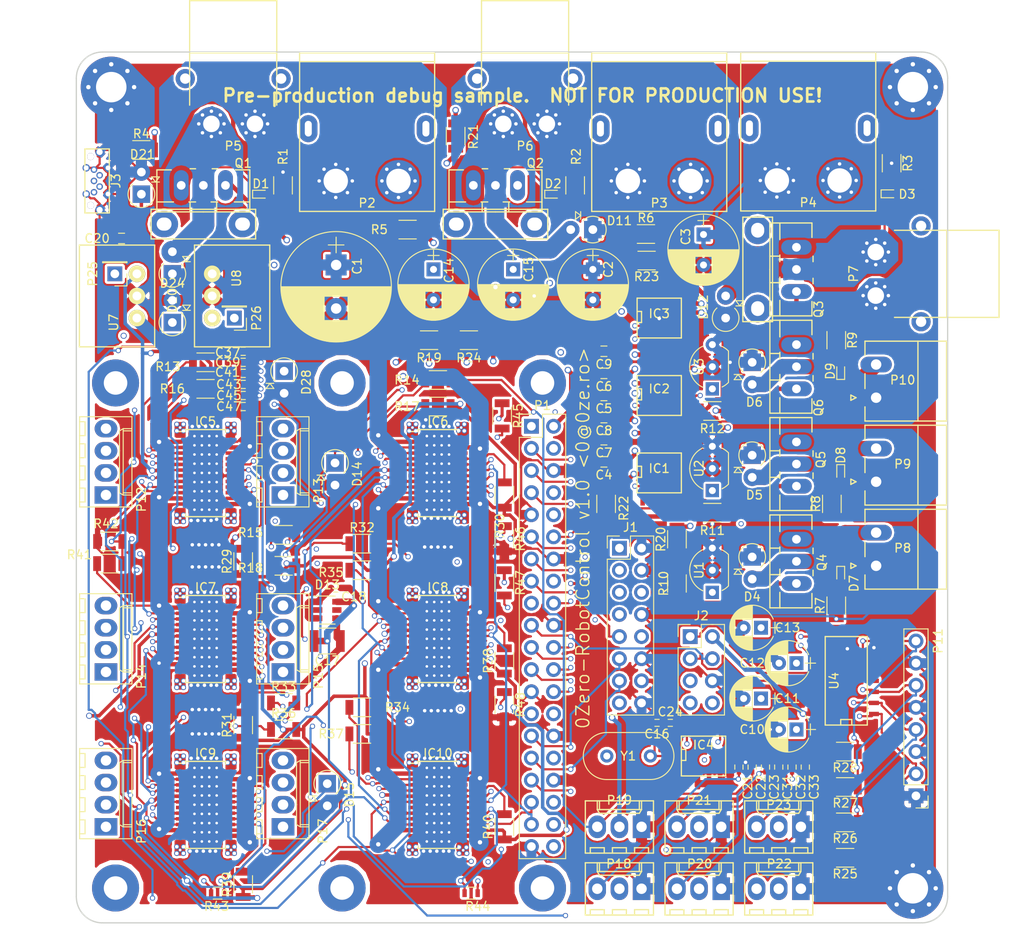
<source format=kicad_pcb>
(kicad_pcb (version 4) (host pcbnew 4.0.5)
  (layers (0 F.Cu mixed) (1 In1.Cu signal) (2 In2.Cu signal) (31 B.Cu mixed) (35 F.Paste user) (37 F.SilkS user) (38 B.Mask user) (39 F.Mask user) (44 Edge.Cuts user))
  (net 0 "")
  (net 1 /VBB1)
  (net 2 GND)
  (net 3 /VBB2)
  (net 4 /VBB3)
  (net 5 "Net-(C4-Pad1)")
  (net 6 "Net-(C5-Pad1)")
  (net 7 "Net-(C6-Pad1)")
  (net 8 /TH0)
  (net 9 /TH1)
  (net 10 /TH2)
  (net 11 /TH3)
  (net 12 "Net-(D1-Pad1)")
  (net 13 "Net-(D1-Pad2)")
  (net 14 "Net-(D11-Pad2)")
  (net 15 "Net-(D2-Pad2)")
  (net 16 "Net-(D12-Pad2)")
  (net 17 "Net-(D3-Pad2)")
  (net 18 "Net-(D4-Pad2)")
  (net 19 "Net-(D5-Pad2)")
  (net 20 "Net-(D6-Pad2)")
  (net 21 "Net-(D7-Pad2)")
  (net 22 "Net-(D8-Pad2)")
  (net 23 "Net-(D9-Pad2)")
  (net 24 "Net-(IC1-Pad5)")
  (net 25 /Pi_GPIO18)
  (net 26 "Net-(IC1-Pad7)")
  (net 27 /Pi_GPIO23)
  (net 28 "Net-(IC2-Pad5)")
  (net 29 /Pi_GPIO24)
  (net 30 "Net-(IC2-Pad7)")
  (net 31 /Pi_GPIO25)
  (net 32 "Net-(IC3-Pad5)")
  (net 33 "Net-(IC3-Pad7)")
  (net 34 /3.3VR)
  (net 35 /5VR)
  (net 36 +3V3)
  (net 37 +5V)
  (net 38 /Pi_GPIO2)
  (net 39 /Pi_GPIO3)
  (net 40 /Pi_GPIO4)
  (net 41 /Pi_GPIO17)
  (net 42 /Pi_GPIO27)
  (net 43 /Pi_GPIO22)
  (net 44 /Pi_GPIO10)
  (net 45 /Pi_GPIO9)
  (net 46 /Pi_GPIO11)
  (net 47 /Pi_GPIO8)
  (net 48 /Pi_GPIO7)
  (net 49 /Pi_GPIO5)
  (net 50 /Pi_GPIO6)
  (net 51 /Pi_GPIO12)
  (net 52 /Pi_GPIO13)
  (net 53 /Pi_GPIO19)
  (net 54 /Pi_GPIO16)
  (net 55 /Pi_GPIO26)
  (net 56 /Pi_GPIO20)
  (net 57 /Pi_GPIO21)
  (net 58 /MOSFET_DRIVE_1)
  (net 59 /MOSFET_DRIVE_3)
  (net 60 /MOSFET_DRIVE_5)
  (net 61 /MOSFET_DRIVE_2)
  (net 62 /MOSFET_DRIVE_4)
  (net 63 /MOSFET_DRIVE_6)
  (net 64 "Net-(C16-Pad2)")
  (net 65 /SW1)
  (net 66 /SW2)
  (net 67 /SW3)
  (net 68 "Net-(C24-Pad2)")
  (net 69 /SW4)
  (net 70 /SW5)
  (net 71 /SW6)
  (net 72 /Steppers/ADC_VChk)
  (net 73 /Steppers/SSCLK)
  (net 74 /Steppers/M1-1)
  (net 75 "Net-(IC5-Pad3)")
  (net 76 "Net-(IC5-Pad4)")
  (net 77 /Steppers/M1-3)
  (net 78 /Steppers/M1-4)
  (net 79 "Net-(IC5-Pad24)")
  (net 80 /Steppers/M1-2)
  (net 81 /Steppers/M2-1)
  (net 82 "Net-(IC6-Pad3)")
  (net 83 "Net-(IC6-Pad4)")
  (net 84 /Steppers/M2-3)
  (net 85 /Steppers/M2-4)
  (net 86 "Net-(IC6-Pad24)")
  (net 87 /Steppers/M2-2)
  (net 88 /Steppers/M3-1)
  (net 89 "Net-(IC7-Pad3)")
  (net 90 "Net-(IC7-Pad4)")
  (net 91 /Steppers/M3-3)
  (net 92 /Steppers/M3-4)
  (net 93 "Net-(IC7-Pad24)")
  (net 94 /Steppers/M3-2)
  (net 95 /Steppers/M4-1)
  (net 96 "Net-(IC8-Pad3)")
  (net 97 "Net-(IC8-Pad4)")
  (net 98 /Steppers/M4-3)
  (net 99 /Steppers/M4-4)
  (net 100 "Net-(IC8-Pad24)")
  (net 101 /Steppers/M4-2)
  (net 102 /Steppers/M5-1)
  (net 103 "Net-(IC9-Pad3)")
  (net 104 "Net-(IC9-Pad4)")
  (net 105 /Steppers/M5-3)
  (net 106 /Steppers/M5-4)
  (net 107 "Net-(IC9-Pad24)")
  (net 108 /Steppers/M5-2)
  (net 109 /Steppers/M6-1)
  (net 110 "Net-(IC10-Pad3)")
  (net 111 "Net-(IC10-Pad4)")
  (net 112 /Steppers/M6-3)
  (net 113 /Steppers/M6-4)
  (net 114 "Net-(IC10-Pad24)")
  (net 115 /Steppers/M6-2)
  (net 116 /Steppers/SDIO1)
  (net 117 /Steppers/SDIO2)
  (net 118 /Steppers/SDIO3)
  (net 119 /Steppers/SDIO4)
  (net 120 /Steppers/SDIO5)
  (net 121 /Steppers/CP1)
  (net 122 "Net-(C18-Pad1)")
  (net 123 /Steppers/CP0)
  (net 124 /Steppers/ADC_VChk2)
  (net 125 /Steppers/ADC_VChk3)
  (module PiPrinter:Via__0.6-0.4 (layer F.Cu) (at 64.77 101.346)
    (fp_text reference REF66 hide)
    (fp_text value Via__0.6-0.4 hide)
    (pad VIA thru_hole circle (at 0 0) (size 0.6 0.6) (drill 0.4) (layers *.Cu) (net 2 GND))
  )
  (module PiPrinter:Via__0.6-0.4 (layer F.Cu) (at 64.135 101.346)
    (fp_text reference REF66 hide)
    (fp_text value Via__0.6-0.4 hide)
    (pad VIA thru_hole circle (at 0 0) (size 0.6 0.6) (drill 0.4) (layers *.Cu) (net 2 GND))
  )
  (module PiPrinter:Via__0.6-0.4 (layer F.Cu) (at 63.373 101.346)
    (fp_text reference REF66 hide)
    (fp_text value Via__0.6-0.4 hide)
    (pad VIA thru_hole circle (at 0 0) (size 0.6 0.6) (drill 0.4) (layers *.Cu) (net 2 GND))
  )
  (module PiPrinter:Via__0.6-0.4 (layer F.Cu) (at 62.611 101.346)
    (fp_text reference REF66 hide)
    (fp_text value Via__0.6-0.4 hide)
    (pad VIA thru_hole circle (at 0 0) (size 0.6 0.6) (drill 0.4) (layers *.Cu) (net 2 GND))
  )
  (module PiPrinter:Via__0.6-0.4 (layer F.Cu) (at 61.976 101.346)
    (fp_text reference REF66 hide)
    (fp_text value Via__0.6-0.4 hide)
    (pad VIA thru_hole circle (at 0 0) (size 0.6 0.6) (drill 0.4) (layers *.Cu) (net 2 GND))
  )
  (module PiPrinter:Via__0.6-0.4 (layer F.Cu) (at 38.227 63.246)
    (fp_text reference REF1 hide)
    (fp_text value Via__0.6-0.4 hide)
    (pad VIA thru_hole circle (at 0 0) (size 0.6 0.6) (drill 0.4) (layers *.Cu) (net 2 GND))
  )
  (module PiPrinter:Via__0.6-0.4 (layer F.Cu) (at 37.592 63.246)
    (fp_text reference REF2 hide)
    (fp_text value Via__0.6-0.4 hide)
    (pad VIA thru_hole circle (at 0 0) (size 0.6 0.6) (drill 0.4) (layers *.Cu) (net 2 GND))
  )
  (module PiPrinter:Via__0.6-0.4 (layer F.Cu) (at 36.83 63.246)
    (fp_text reference REF3 hide)
    (fp_text value Via__0.6-0.4 hide)
    (pad VIA thru_hole circle (at 0 0) (size 0.6 0.6) (drill 0.4) (layers *.Cu) (net 2 GND))
  )
  (module PiPrinter:Via__0.6-0.4 (layer F.Cu) (at 36.068 63.246)
    (fp_text reference REF4 hide)
    (fp_text value Via__0.6-0.4 hide)
    (pad VIA thru_hole circle (at 0 0) (size 0.6 0.6) (drill 0.4) (layers *.Cu) (net 2 GND))
  )
  (module PiPrinter:Via__0.6-0.4 (layer F.Cu) (at 35.306 63.246)
    (fp_text reference REF5 hide)
    (fp_text value Via__0.6-0.4 hide)
    (pad VIA thru_hole circle (at 0 0) (size 0.6 0.6) (drill 0.4) (layers *.Cu) (net 2 GND))
  )
  (module PiPrinter:Via__0.6-0.4 (layer F.Cu) (at 38.1 73.914)
    (fp_text reference REF6 hide)
    (fp_text value Via__0.6-0.4 hide)
    (pad VIA thru_hole circle (at 0 0) (size 0.6 0.6) (drill 0.4) (layers *.Cu) (net 2 GND))
  )
  (module PiPrinter:Via__0.6-0.4 (layer F.Cu) (at 37.465 74.041)
    (fp_text reference REF7 hide)
    (fp_text value Via__0.6-0.4 hide)
    (pad VIA thru_hole circle (at 0 0) (size 0.6 0.6) (drill 0.4) (layers *.Cu) (net 2 GND))
  )
  (module PiPrinter:Via__0.6-0.4 (layer F.Cu) (at 36.703 74.041)
    (fp_text reference REF8 hide)
    (fp_text value Via__0.6-0.4 hide)
    (pad VIA thru_hole circle (at 0 0) (size 0.6 0.6) (drill 0.4) (layers *.Cu) (net 2 GND))
  )
  (module PiPrinter:Via__0.6-0.4 (layer F.Cu) (at 35.941 74.041)
    (fp_text reference REF9 hide)
    (fp_text value Via__0.6-0.4 hide)
    (pad VIA thru_hole circle (at 0 0) (size 0.6 0.6) (drill 0.4) (layers *.Cu) (net 2 GND))
  )
  (module PiPrinter:Via__0.6-0.4 (layer F.Cu) (at 35.179 74.041)
    (fp_text reference REF10 hide)
    (fp_text value Via__0.6-0.4 hide)
    (pad VIA thru_hole circle (at 0 0) (size 0.6 0.6) (drill 0.4) (layers *.Cu) (net 2 GND))
  )
  (module PiPrinter:Via__0.6-0.4 (layer F.Cu) (at 38.354 76.835)
    (fp_text reference REF11 hide)
    (fp_text value Via__0.6-0.4 hide)
    (pad VIA thru_hole circle (at 0 0) (size 0.6 0.6) (drill 0.4) (layers *.Cu) (net 2 GND))
  )
  (module PiPrinter:Via__0.6-0.4 (layer F.Cu) (at 37.592 76.835)
    (fp_text reference REF12 hide)
    (fp_text value Via__0.6-0.4 hide)
    (pad VIA thru_hole circle (at 0 0) (size 0.6 0.6) (drill 0.4) (layers *.Cu) (net 2 GND))
  )
  (module PiPrinter:Via__0.6-0.4 (layer F.Cu) (at 36.83 76.835)
    (fp_text reference REF13 hide)
    (fp_text value Via__0.6-0.4 hide)
    (pad VIA thru_hole circle (at 0 0) (size 0.6 0.6) (drill 0.4) (layers *.Cu) (net 2 GND))
  )
  (module PiPrinter:Via__0.6-0.4 (layer F.Cu) (at 36.068 76.835)
    (fp_text reference REF14 hide)
    (fp_text value Via__0.6-0.4 hide)
    (pad VIA thru_hole circle (at 0 0) (size 0.6 0.6) (drill 0.4) (layers *.Cu) (net 2 GND))
  )
  (module PiPrinter:Via__0.6-0.4 (layer F.Cu) (at 35.306 76.835)
    (fp_text reference REF15 hide)
    (fp_text value Via__0.6-0.4 hide)
    (pad VIA thru_hole circle (at 0 0) (size 0.6 0.6) (drill 0.4) (layers *.Cu) (net 2 GND))
  )
  (module PiPrinter:Via__0.6-0.4 (layer F.Cu) (at 38.354 79.375)
    (fp_text reference REF16 hide)
    (fp_text value Via__0.6-0.4 hide)
    (pad VIA thru_hole circle (at 0 0) (size 0.6 0.6) (drill 0.4) (layers *.Cu) (net 2 GND))
  )
  (module PiPrinter:Via__0.6-0.4 (layer F.Cu) (at 37.592 79.375)
    (fp_text reference REF17 hide)
    (fp_text value Via__0.6-0.4 hide)
    (pad VIA thru_hole circle (at 0 0) (size 0.6 0.6) (drill 0.4) (layers *.Cu) (net 2 GND))
  )
  (module PiPrinter:Via__0.6-0.4 (layer F.Cu) (at 36.83 79.375)
    (fp_text reference REF18 hide)
    (fp_text value Via__0.6-0.4 hide)
    (pad VIA thru_hole circle (at 0 0) (size 0.6 0.6) (drill 0.4) (layers *.Cu) (net 2 GND))
  )
  (module PiPrinter:Via__0.6-0.4 (layer F.Cu) (at 36.068 79.375)
    (fp_text reference REF19 hide)
    (fp_text value Via__0.6-0.4 hide)
    (pad VIA thru_hole circle (at 0 0) (size 0.6 0.6) (drill 0.4) (layers *.Cu) (net 2 GND))
  )
  (module PiPrinter:Via__0.6-0.4 (layer F.Cu) (at 35.306 79.375)
    (fp_text reference REF20 hide)
    (fp_text value Via__0.6-0.4 hide)
    (pad VIA thru_hole circle (at 0 0) (size 0.6 0.6) (drill 0.4) (layers *.Cu) (net 2 GND))
  )
  (module PiPrinter:Via__0.6-0.4 (layer F.Cu) (at 38.1 82.296)
    (fp_text reference REF21 hide)
    (fp_text value Via__0.6-0.4 hide)
    (pad VIA thru_hole circle (at 0 0) (size 0.6 0.6) (drill 0.4) (layers *.Cu) (net 2 GND))
  )
  (module PiPrinter:Via__0.6-0.4 (layer F.Cu) (at 37.465 82.296)
    (fp_text reference REF22 hide)
    (fp_text value Via__0.6-0.4 hide)
    (pad VIA thru_hole circle (at 0 0) (size 0.6 0.6) (drill 0.4) (layers *.Cu) (net 2 GND))
  )
  (module PiPrinter:Via__0.6-0.4 (layer F.Cu) (at 36.703 82.296)
    (fp_text reference REF23 hide)
    (fp_text value Via__0.6-0.4 hide)
    (pad VIA thru_hole circle (at 0 0) (size 0.6 0.6) (drill 0.4) (layers *.Cu) (net 2 GND))
  )
  (module PiPrinter:Via__0.6-0.4 (layer F.Cu) (at 35.941 82.296)
    (fp_text reference REF24 hide)
    (fp_text value Via__0.6-0.4 hide)
    (pad VIA thru_hole circle (at 0 0) (size 0.6 0.6) (drill 0.4) (layers *.Cu) (net 2 GND))
  )
  (module PiPrinter:Via__0.6-0.4 (layer F.Cu) (at 35.179 82.296)
    (fp_text reference REF25 hide)
    (fp_text value Via__0.6-0.4 hide)
    (pad VIA thru_hole circle (at 0 0) (size 0.6 0.6) (drill 0.4) (layers *.Cu) (net 2 GND))
  )
  (module PiPrinter:Via__0.6-0.4 (layer F.Cu) (at 38.1 92.964)
    (fp_text reference REF26 hide)
    (fp_text value Via__0.6-0.4 hide)
    (pad VIA thru_hole circle (at 0 0) (size 0.6 0.6) (drill 0.4) (layers *.Cu) (net 2 GND))
  )
  (module PiPrinter:Via__0.6-0.4 (layer F.Cu) (at 37.465 92.964)
    (fp_text reference REF27 hide)
    (fp_text value Via__0.6-0.4 hide)
    (pad VIA thru_hole circle (at 0 0) (size 0.6 0.6) (drill 0.4) (layers *.Cu) (net 2 GND))
  )
  (module PiPrinter:Via__0.6-0.4 (layer F.Cu) (at 36.703 92.964)
    (fp_text reference REF28 hide)
    (fp_text value Via__0.6-0.4 hide)
    (pad VIA thru_hole circle (at 0 0) (size 0.6 0.6) (drill 0.4) (layers *.Cu) (net 2 GND))
  )
  (module PiPrinter:Via__0.6-0.4 (layer F.Cu) (at 35.941 92.964)
    (fp_text reference REF29 hide)
    (fp_text value Via__0.6-0.4 hide)
    (pad VIA thru_hole circle (at 0 0) (size 0.6 0.6) (drill 0.4) (layers *.Cu) (net 2 GND))
  )
  (module PiPrinter:Via__0.6-0.4 (layer F.Cu) (at 35.179 92.964)
    (fp_text reference REF30 hide)
    (fp_text value Via__0.6-0.4 hide)
    (pad VIA thru_hole circle (at 0 0) (size 0.6 0.6) (drill 0.4) (layers *.Cu) (net 2 GND))
  )
  (module PiPrinter:Via__0.6-0.4 (layer F.Cu) (at 38.354 95.758)
    (fp_text reference REF31 hide)
    (fp_text value Via__0.6-0.4 hide)
    (pad VIA thru_hole circle (at 0 0) (size 0.6 0.6) (drill 0.4) (layers *.Cu) (net 2 GND))
  )
  (module PiPrinter:Via__0.6-0.4 (layer F.Cu) (at 37.592 95.758)
    (fp_text reference REF32 hide)
    (fp_text value Via__0.6-0.4 hide)
    (pad VIA thru_hole circle (at 0 0) (size 0.6 0.6) (drill 0.4) (layers *.Cu) (net 2 GND))
  )
  (module PiPrinter:Via__0.6-0.4 (layer F.Cu) (at 36.83 95.758)
    (fp_text reference REF33 hide)
    (fp_text value Via__0.6-0.4 hide)
    (pad VIA thru_hole circle (at 0 0) (size 0.6 0.6) (drill 0.4) (layers *.Cu) (net 2 GND))
  )
  (module PiPrinter:Via__0.6-0.4 (layer F.Cu) (at 36.068 95.758)
    (fp_text reference REF34 hide)
    (fp_text value Via__0.6-0.4 hide)
    (pad VIA thru_hole circle (at 0 0) (size 0.6 0.6) (drill 0.4) (layers *.Cu) (net 2 GND))
  )
  (module PiPrinter:Via__0.6-0.4 (layer F.Cu) (at 35.306 95.758)
    (fp_text reference REF35 hide)
    (fp_text value Via__0.6-0.4 hide)
    (pad VIA thru_hole circle (at 0 0) (size 0.6 0.6) (drill 0.4) (layers *.Cu) (net 2 GND))
  )
  (module Connectors_Molex:Molex_KK-6410-04_04x2.54mm_Straight (layer F.Cu) (at 45.72 109.22 90)
    (fp_text reference P17 (at -0.508 4.572 90) (layer F.SilkS))
    (fp_text value MOTOR-6)
    (pad 1 thru_hole rect (at 0 0 90) (size 2 2.6) (drill 1.2) (layers *.Cu *.Mask) (net 113 /Steppers/M6-4))
    (pad 2 thru_hole oval (at 2.54 0 90) (size 2 2.6) (drill 1.2) (layers *.Cu *.Mask) (net 112 /Steppers/M6-3))
    (pad 3 thru_hole oval (at 5.08 0 90) (size 2 2.6) (drill 1.2) (layers *.Cu *.Mask) (net 109 /Steppers/M6-1))
    (pad 4 thru_hole oval (at 7.62 0 90) (size 2 2.6) (drill 1.2) (layers *.Cu *.Mask) (net 115 /Steppers/M6-2))
  )
  (module Diodes_THT:D_T-1_P2.54mm_Vertical_AnodeUp (layer F.Cu) (at 29.464 36.576 90)
    (fp_text reference D21 (at 4.572 0.127 180) (layer F.SilkS))
    (fp_text value SB340)
    (pad 1 thru_hole rect (at 0 0 90) (size 2 2) (drill 1) (layers *.Cu *.Mask) (net 34 /3.3VR))
    (pad 2 thru_hole oval (at 2.54 0 90) (size 2 2) (drill 1) (layers *.Cu *.Mask) (net 2 GND))
  )
  (module PiPrinter:R-78E3.3-1.0 (layer F.Cu) (at 30.988 48.26 90)
    (fp_text reference U7 (at -3.048 -4.699 90) (layer F.SilkS))
    (fp_text value R-78E3.3-1.0)
    (pad VI thru_hole circle (at -2.54 -2.032 90) (size 1.905 1.905) (drill 1.016) (layers *.Cu *.Mask F.SilkS) (net 1 /VBB1))
    (pad GND thru_hole circle (at 0 -2.032 90) (size 1.905 1.905) (drill 1.016) (layers *.Cu *.Mask F.SilkS) (net 2 GND))
    (pad VO thru_hole circle (at 2.54 -2.032 90) (size 1.905 1.905) (drill 1.016) (layers *.Cu *.Mask F.SilkS) (net 34 /3.3VR))
  )
  (module Connectors_Molex:Molex_KK-6410-04_04x2.54mm_Straight (layer F.Cu) (at 25.4 71.12 90)
    (fp_text reference P12 (at -0.508 4.064 90) (layer F.SilkS))
    (fp_text value MOTOR-1)
    (pad 1 thru_hole rect (at 0 0 90) (size 2 2.6) (drill 1.2) (layers *.Cu *.Mask) (net 78 /Steppers/M1-4))
    (pad 2 thru_hole oval (at 2.54 0 90) (size 2 2.6) (drill 1.2) (layers *.Cu *.Mask) (net 77 /Steppers/M1-3))
    (pad 3 thru_hole oval (at 5.08 0 90) (size 2 2.6) (drill 1.2) (layers *.Cu *.Mask) (net 74 /Steppers/M1-1))
    (pad 4 thru_hole oval (at 7.62 0 90) (size 2 2.6) (drill 1.2) (layers *.Cu *.Mask) (net 80 /Steppers/M1-2))
  )
  (module Resistors_SMD:R_1206 (layer F.Cu) (at 87.376 41.148)
    (fp_text reference R6 (at 0 -1.85) (layer F.SilkS))
    (fp_text value 10K)
    (pad 1 smd rect (at -1.45 0) (size 0.9 1.7) (layers F.Cu F.Paste F.Mask) (net 2 GND))
    (pad 2 smd rect (at 1.45 0) (size 0.9 1.7) (layers F.Cu F.Paste F.Mask) (net 60 /MOSFET_DRIVE_5))
  )
  (module Mounting_Holes:MountingHole_2.7mm_M2.5_Pad (layer F.Cu) (at 26.5 116.25)
    (fp_text reference PiM05 hide)
    (fp_text value MountingHole_2.7mm_M2.5_Pad)
    (pad "" thru_hole circle (at 0 0) (size 5.4 5.4) (drill 2.7) (layers *.Cu *.Mask))
  )
  (module Pin_Headers:Pin_Header_Straight_2x20_Pitch2.54mm (layer F.Cu) (at 74.23 63.225)
    (fp_text reference P1 (at 1.27 -2.39) (layer F.SilkS))
    (fp_text value "RaspPi 40pin Conn")
    (pad 1 thru_hole rect (at 0 0) (size 1.7 1.7) (drill 1) (layers *.Cu *.Mask) (net 36 +3V3))
    (pad 2 thru_hole oval (at 2.54 0) (size 1.7 1.7) (drill 1) (layers *.Cu *.Mask) (net 37 +5V))
    (pad 3 thru_hole oval (at 0 2.54) (size 1.7 1.7) (drill 1) (layers *.Cu *.Mask) (net 38 /Pi_GPIO2))
    (pad 4 thru_hole oval (at 2.54 2.54) (size 1.7 1.7) (drill 1) (layers *.Cu *.Mask) (net 37 +5V))
    (pad 5 thru_hole oval (at 0 5.08) (size 1.7 1.7) (drill 1) (layers *.Cu *.Mask) (net 39 /Pi_GPIO3))
    (pad 6 thru_hole oval (at 2.54 5.08) (size 1.7 1.7) (drill 1) (layers *.Cu *.Mask) (net 2 GND))
    (pad 7 thru_hole oval (at 0 7.62) (size 1.7 1.7) (drill 1) (layers *.Cu *.Mask) (net 40 /Pi_GPIO4))
    (pad 8 thru_hole oval (at 2.54 7.62) (size 1.7 1.7) (drill 1) (layers *.Cu *.Mask))
    (pad 9 thru_hole oval (at 0 10.16) (size 1.7 1.7) (drill 1) (layers *.Cu *.Mask) (net 2 GND))
    (pad 10 thru_hole oval (at 2.54 10.16) (size 1.7 1.7) (drill 1) (layers *.Cu *.Mask))
    (pad 11 thru_hole oval (at 0 12.7) (size 1.7 1.7) (drill 1) (layers *.Cu *.Mask) (net 41 /Pi_GPIO17))
    (pad 12 thru_hole oval (at 2.54 12.7) (size 1.7 1.7) (drill 1) (layers *.Cu *.Mask) (net 25 /Pi_GPIO18))
    (pad 13 thru_hole oval (at 0 15.24) (size 1.7 1.7) (drill 1) (layers *.Cu *.Mask) (net 42 /Pi_GPIO27))
    (pad 14 thru_hole oval (at 2.54 15.24) (size 1.7 1.7) (drill 1) (layers *.Cu *.Mask) (net 2 GND))
    (pad 15 thru_hole oval (at 0 17.78) (size 1.7 1.7) (drill 1) (layers *.Cu *.Mask) (net 43 /Pi_GPIO22))
    (pad 16 thru_hole oval (at 2.54 17.78) (size 1.7 1.7) (drill 1) (layers *.Cu *.Mask) (net 27 /Pi_GPIO23))
    (pad 17 thru_hole oval (at 0 20.32) (size 1.7 1.7) (drill 1) (layers *.Cu *.Mask) (net 36 +3V3))
    (pad 18 thru_hole oval (at 2.54 20.32) (size 1.7 1.7) (drill 1) (layers *.Cu *.Mask) (net 29 /Pi_GPIO24))
    (pad 19 thru_hole oval (at 0 22.86) (size 1.7 1.7) (drill 1) (layers *.Cu *.Mask) (net 44 /Pi_GPIO10))
    (pad 20 thru_hole oval (at 2.54 22.86) (size 1.7 1.7) (drill 1) (layers *.Cu *.Mask) (net 2 GND))
    (pad 21 thru_hole oval (at 0 25.4) (size 1.7 1.7) (drill 1) (layers *.Cu *.Mask) (net 45 /Pi_GPIO9))
    (pad 22 thru_hole oval (at 2.54 25.4) (size 1.7 1.7) (drill 1) (layers *.Cu *.Mask) (net 31 /Pi_GPIO25))
    (pad 23 thru_hole oval (at 0 27.94) (size 1.7 1.7) (drill 1) (layers *.Cu *.Mask) (net 46 /Pi_GPIO11))
    (pad 24 thru_hole oval (at 2.54 27.94) (size 1.7 1.7) (drill 1) (layers *.Cu *.Mask) (net 47 /Pi_GPIO8))
    (pad 25 thru_hole oval (at 0 30.48) (size 1.7 1.7) (drill 1) (layers *.Cu *.Mask) (net 2 GND))
    (pad 26 thru_hole oval (at 2.54 30.48) (size 1.7 1.7) (drill 1) (layers *.Cu *.Mask) (net 48 /Pi_GPIO7))
    (pad 27 thru_hole oval (at 0 33.02) (size 1.7 1.7) (drill 1) (layers *.Cu *.Mask))
    (pad 28 thru_hole oval (at 2.54 33.02) (size 1.7 1.7) (drill 1) (layers *.Cu *.Mask))
    (pad 29 thru_hole oval (at 0 35.56) (size 1.7 1.7) (drill 1) (layers *.Cu *.Mask) (net 49 /Pi_GPIO5))
    (pad 30 thru_hole oval (at 2.54 35.56) (size 1.7 1.7) (drill 1) (layers *.Cu *.Mask) (net 2 GND))
    (pad 31 thru_hole oval (at 0 38.1) (size 1.7 1.7) (drill 1) (layers *.Cu *.Mask) (net 50 /Pi_GPIO6))
    (pad 32 thru_hole oval (at 2.54 38.1) (size 1.7 1.7) (drill 1) (layers *.Cu *.Mask) (net 51 /Pi_GPIO12))
    (pad 33 thru_hole oval (at 0 40.64) (size 1.7 1.7) (drill 1) (layers *.Cu *.Mask) (net 52 /Pi_GPIO13))
    (pad 34 thru_hole oval (at 2.54 40.64) (size 1.7 1.7) (drill 1) (layers *.Cu *.Mask) (net 2 GND))
    (pad 35 thru_hole oval (at 0 43.18) (size 1.7 1.7) (drill 1) (layers *.Cu *.Mask) (net 53 /Pi_GPIO19))
    (pad 36 thru_hole oval (at 2.54 43.18) (size 1.7 1.7) (drill 1) (layers *.Cu *.Mask) (net 54 /Pi_GPIO16))
    (pad 37 thru_hole oval (at 0 45.72) (size 1.7 1.7) (drill 1) (layers *.Cu *.Mask) (net 55 /Pi_GPIO26))
    (pad 38 thru_hole oval (at 2.54 45.72) (size 1.7 1.7) (drill 1) (layers *.Cu *.Mask) (net 56 /Pi_GPIO20))
    (pad 39 thru_hole oval (at 0 48.26) (size 1.7 1.7) (drill 1) (layers *.Cu *.Mask) (net 2 GND))
    (pad 40 thru_hole oval (at 2.54 48.26) (size 1.7 1.7) (drill 1) (layers *.Cu *.Mask) (net 57 /Pi_GPIO21))
  )
  (module Connectors_Molex:Molex_KK-6410-03_03x2.54mm_Straight (layer F.Cu) (at 86.868 109.22 180)
    (fp_text reference P19 (at 2.54 3.048 180) (layer F.SilkS))
    (fp_text value SW2)
    (pad 1 thru_hole rect (at 0 0 180) (size 2 2.6) (drill 1.2) (layers *.Cu *.Mask) (net 2 GND))
    (pad 2 thru_hole oval (at 2.54 0 180) (size 2 2.6) (drill 1.2) (layers *.Cu *.Mask) (net 35 /5VR))
    (pad 3 thru_hole oval (at 5.08 0 180) (size 2 2.6) (drill 1.2) (layers *.Cu *.Mask) (net 66 /SW2))
  )
  (module Capacitors_THT:CP_Radial_D8.0mm_P3.50mm (layer F.Cu) (at 81.28 45.212 270)
    (fp_text reference C2 (at 0 -1.778 270) (layer F.SilkS))
    (fp_text value 100uF)
    (pad 1 thru_hole rect (at 0 0 270) (size 1.6 1.6) (drill 0.8) (layers *.Cu *.Mask) (net 3 /VBB2))
    (pad 2 thru_hole circle (at 3.5 0 270) (size 1.6 1.6) (drill 0.8) (layers *.Cu *.Mask) (net 2 GND))
  )
  (module Capacitors_THT:CP_Radial_D8.0mm_P3.50mm (layer F.Cu) (at 93.98 41.204 270)
    (fp_text reference C3 (at 0.254 2.032 270) (layer F.SilkS))
    (fp_text value 100uF)
    (pad 1 thru_hole rect (at 0 0 270) (size 1.6 1.6) (drill 0.8) (layers *.Cu *.Mask) (net 4 /VBB3))
    (pad 2 thru_hole circle (at 3.5 0 270) (size 1.6 1.6) (drill 0.8) (layers *.Cu *.Mask) (net 2 GND))
  )
  (module Diodes_THT:D_T-1_P2.54mm_Vertical_AnodeUp (layer F.Cu) (at 99.568 78.232 270)
    (fp_text reference D4 (at 4.572 0 360) (layer F.SilkS))
    (fp_text value SB340)
    (pad 1 thru_hole rect (at 0 0 270) (size 2 2) (drill 1) (layers *.Cu *.Mask) (net 1 /VBB1))
    (pad 2 thru_hole oval (at 2.54 0 270) (size 2 2) (drill 1) (layers *.Cu *.Mask) (net 18 "Net-(D4-Pad2)"))
  )
  (module Diodes_THT:D_T-1_P2.54mm_Vertical_AnodeUp (layer F.Cu) (at 99.568 66.548 270)
    (fp_text reference D5 (at 4.572 -0.254 360) (layer F.SilkS))
    (fp_text value SB340)
    (pad 1 thru_hole rect (at 0 0 270) (size 2 2) (drill 1) (layers *.Cu *.Mask) (net 3 /VBB2))
    (pad 2 thru_hole oval (at 2.54 0 270) (size 2 2) (drill 1) (layers *.Cu *.Mask) (net 19 "Net-(D5-Pad2)"))
  )
  (module Diodes_THT:D_T-1_P2.54mm_Vertical_AnodeUp (layer F.Cu) (at 99.568 55.88 270)
    (fp_text reference D6 (at 4.572 -0.254 360) (layer F.SilkS))
    (fp_text value SB340)
    (pad 1 thru_hole rect (at 0 0 270) (size 2 2) (drill 1) (layers *.Cu *.Mask) (net 4 /VBB3))
    (pad 2 thru_hole oval (at 2.54 0 270) (size 2 2) (drill 1) (layers *.Cu *.Mask) (net 20 "Net-(D6-Pad2)"))
  )
  (module Diodes_THT:D_T-1_P2.54mm_Vertical_AnodeUp (layer F.Cu) (at 33.02 45.72 90)
    (fp_text reference D10 (at -3.048 0 90) (layer F.SilkS))
    (fp_text value SB340)
    (pad 1 thru_hole rect (at 0 0 90) (size 2 2) (drill 1) (layers *.Cu *.Mask) (net 1 /VBB1))
    (pad 2 thru_hole oval (at 2.54 0 90) (size 2 2) (drill 1) (layers *.Cu *.Mask) (net 12 "Net-(D1-Pad1)"))
  )
  (module Diodes_THT:D_T-1_P2.54mm_Vertical_AnodeUp (layer F.Cu) (at 81.28 40.64 180)
    (fp_text reference D11 (at -3.048 1.016 180) (layer F.SilkS))
    (fp_text value SB340)
    (pad 1 thru_hole rect (at 0 0 180) (size 2 2) (drill 1) (layers *.Cu *.Mask) (net 3 /VBB2))
    (pad 2 thru_hole oval (at 2.54 0 180) (size 2 2) (drill 1) (layers *.Cu *.Mask) (net 14 "Net-(D11-Pad2)"))
  )
  (module Diodes_THT:D_T-1_P2.54mm_Vertical_AnodeUp (layer F.Cu) (at 96.52 50.8 90)
    (fp_text reference D12 (at 1.27 -2.549214 90) (layer F.SilkS))
    (fp_text value SB340)
    (pad 1 thru_hole rect (at 0 0 90) (size 2 2) (drill 1) (layers *.Cu *.Mask) (net 4 /VBB3))
    (pad 2 thru_hole oval (at 2.54 0 90) (size 2 2) (drill 1) (layers *.Cu *.Mask) (net 16 "Net-(D12-Pad2)"))
  )
  (module Diodes_THT:D_T-1_P2.54mm_Vertical_AnodeUp (layer F.Cu) (at 33.02 51.308 90)
    (fp_text reference D24 (at 4.5085 0 180) (layer F.SilkS))
    (fp_text value SB340)
    (pad 1 thru_hole rect (at 0 0 90) (size 2 2) (drill 1) (layers *.Cu *.Mask) (net 35 /5VR))
    (pad 2 thru_hole oval (at 2.54 0 90) (size 2 2) (drill 1) (layers *.Cu *.Mask) (net 2 GND))
  )
  (module Connectors_Phoenix:PhoenixContact_MC-G_02x3.81mm_Angled (layer F.Cu) (at 113.792 79.248 90)
    (fp_text reference P8 (at 2.032 3.048 180) (layer F.SilkS))
    (fp_text value 5452027)
    (pad 1 thru_hole rect (at 0 0 90) (size 1.8 3.6) (drill 1.2) (layers *.Cu *.Mask) (net 1 /VBB1))
    (pad 2 thru_hole oval (at 3.81 0 90) (size 1.8 3.6) (drill 1.2) (layers *.Cu *.Mask) (net 18 "Net-(D4-Pad2)"))
  )
  (module Connectors_Phoenix:PhoenixContact_MC-G_02x3.81mm_Angled (layer F.Cu) (at 113.792 69.596 90)
    (fp_text reference P9 (at 2.032 3.048 180) (layer F.SilkS))
    (fp_text value 5452027)
    (pad 1 thru_hole rect (at 0 0 90) (size 1.8 3.6) (drill 1.2) (layers *.Cu *.Mask) (net 3 /VBB2))
    (pad 2 thru_hole oval (at 3.81 0 90) (size 1.8 3.6) (drill 1.2) (layers *.Cu *.Mask) (net 19 "Net-(D5-Pad2)"))
  )
  (module Connectors_Phoenix:PhoenixContact_MC-G_02x3.81mm_Angled (layer F.Cu) (at 113.792 59.944 90)
    (fp_text reference P10 (at 2.032 3.048 180) (layer F.SilkS))
    (fp_text value 5452027)
    (pad 1 thru_hole rect (at 0 0 90) (size 1.8 3.6) (drill 1.2) (layers *.Cu *.Mask) (net 4 /VBB3))
    (pad 2 thru_hole oval (at 3.81 0 90) (size 1.8 3.6) (drill 1.2) (layers *.Cu *.Mask) (net 20 "Net-(D6-Pad2)"))
  )
  (module Pin_Headers:Pin_Header_Straight_1x08_Pitch2.54mm (layer F.Cu) (at 118.364 105.664 180)
    (fp_text reference P11 (at -2.54 17.78 270) (layer F.SilkS))
    (fp_text value Thermistor_Inputs)
    (pad 1 thru_hole rect (at 0 0 180) (size 1.7 1.7) (drill 1) (layers *.Cu *.Mask) (net 2 GND))
    (pad 2 thru_hole oval (at 0 2.54 180) (size 1.7 1.7) (drill 1) (layers *.Cu *.Mask) (net 8 /TH0))
    (pad 3 thru_hole oval (at 0 5.08 180) (size 1.7 1.7) (drill 1) (layers *.Cu *.Mask) (net 2 GND))
    (pad 4 thru_hole oval (at 0 7.62 180) (size 1.7 1.7) (drill 1) (layers *.Cu *.Mask) (net 9 /TH1))
    (pad 5 thru_hole oval (at 0 10.16 180) (size 1.7 1.7) (drill 1) (layers *.Cu *.Mask) (net 2 GND))
    (pad 6 thru_hole oval (at 0 12.7 180) (size 1.7 1.7) (drill 1) (layers *.Cu *.Mask) (net 10 /TH2))
    (pad 7 thru_hole oval (at 0 15.24 180) (size 1.7 1.7) (drill 1) (layers *.Cu *.Mask) (net 2 GND))
    (pad 8 thru_hole oval (at 0 17.78 180) (size 1.7 1.7) (drill 1) (layers *.Cu *.Mask) (net 11 /TH3))
  )
  (module Connectors_Molex:Molex_KK-6410-03_03x2.54mm_Straight (layer F.Cu) (at 86.868 116.332 180)
    (fp_text reference P18 (at 2.6035 2.8575 180) (layer F.SilkS))
    (fp_text value SW1)
    (pad 1 thru_hole rect (at 0 0 180) (size 2 2.6) (drill 1.2) (layers *.Cu *.Mask) (net 2 GND))
    (pad 2 thru_hole oval (at 2.54 0 180) (size 2 2.6) (drill 1.2) (layers *.Cu *.Mask) (net 35 /5VR))
    (pad 3 thru_hole oval (at 5.08 0 180) (size 2 2.6) (drill 1.2) (layers *.Cu *.Mask) (net 65 /SW1))
  )
  (module Connectors_Molex:Molex_KK-6410-03_03x2.54mm_Straight (layer F.Cu) (at 96.012 116.332 180)
    (fp_text reference P20 (at 2.4765 2.8575 180) (layer F.SilkS))
    (fp_text value SW3)
    (pad 1 thru_hole rect (at 0 0 180) (size 2 2.6) (drill 1.2) (layers *.Cu *.Mask) (net 2 GND))
    (pad 2 thru_hole oval (at 2.54 0 180) (size 2 2.6) (drill 1.2) (layers *.Cu *.Mask) (net 35 /5VR))
    (pad 3 thru_hole oval (at 5.08 0 180) (size 2 2.6) (drill 1.2) (layers *.Cu *.Mask) (net 67 /SW3))
  )
  (module Connectors_Molex:Molex_KK-6410-03_03x2.54mm_Straight (layer F.Cu) (at 96.012 109.22 180)
    (fp_text reference P21 (at 2.54 3.048 180) (layer F.SilkS))
    (fp_text value SW4)
    (pad 1 thru_hole rect (at 0 0 180) (size 2 2.6) (drill 1.2) (layers *.Cu *.Mask) (net 2 GND))
    (pad 2 thru_hole oval (at 2.54 0 180) (size 2 2.6) (drill 1.2) (layers *.Cu *.Mask) (net 35 /5VR))
    (pad 3 thru_hole oval (at 5.08 0 180) (size 2 2.6) (drill 1.2) (layers *.Cu *.Mask) (net 69 /SW4))
  )
  (module Connectors_Molex:Molex_KK-6410-03_03x2.54mm_Straight (layer F.Cu) (at 105.156 116.332 180)
    (fp_text reference P22 (at 2.4765 2.8575 180) (layer F.SilkS))
    (fp_text value SW5)
    (pad 1 thru_hole rect (at 0 0 180) (size 2 2.6) (drill 1.2) (layers *.Cu *.Mask) (net 2 GND))
    (pad 2 thru_hole oval (at 2.54 0 180) (size 2 2.6) (drill 1.2) (layers *.Cu *.Mask) (net 35 /5VR))
    (pad 3 thru_hole oval (at 5.08 0 180) (size 2 2.6) (drill 1.2) (layers *.Cu *.Mask) (net 70 /SW5))
  )
  (module Connectors_Molex:Molex_KK-6410-03_03x2.54mm_Straight (layer F.Cu) (at 105.156 109.22 180)
    (fp_text reference P23 (at 2.54 2.54 180) (layer F.SilkS))
    (fp_text value SW6)
    (pad 1 thru_hole rect (at 0 0 180) (size 2 2.6) (drill 1.2) (layers *.Cu *.Mask) (net 2 GND))
    (pad 2 thru_hole oval (at 2.54 0 180) (size 2 2.6) (drill 1.2) (layers *.Cu *.Mask) (net 35 /5VR))
    (pad 3 thru_hole oval (at 5.08 0 180) (size 2 2.6) (drill 1.2) (layers *.Cu *.Mask) (net 71 /SW6))
  )
  (module TO_SOT_Packages_THT:TO-220_Neutral123_Vertical_LargePads (layer F.Cu) (at 104.648 78.74 90)
    (fp_text reference Q4 (at -0.127 2.921 90) (layer F.SilkS))
    (fp_text value AOT2618L)
    (pad 2 thru_hole oval (at 0 0 180) (size 3.50012 1.69926) (drill 1.00076) (layers *.Cu *.Mask) (net 18 "Net-(D4-Pad2)"))
    (pad 1 thru_hole oval (at -2.54 0 180) (size 3.50012 1.69926) (drill 1.00076) (layers *.Cu *.Mask) (net 61 /MOSFET_DRIVE_2))
    (pad 3 thru_hole oval (at 2.54 0 180) (size 3.50012 1.69926) (drill 1.00076) (layers *.Cu *.Mask) (net 2 GND))
  )
  (module TO_SOT_Packages_THT:TO-220_Neutral123_Vertical_LargePads (layer F.Cu) (at 104.648 67.564 90)
    (fp_text reference Q5 (at 0.508 2.794 90) (layer F.SilkS))
    (fp_text value AOT2618L)
    (pad 2 thru_hole oval (at 0 0 180) (size 3.50012 1.69926) (drill 1.00076) (layers *.Cu *.Mask) (net 19 "Net-(D5-Pad2)"))
    (pad 1 thru_hole oval (at -2.54 0 180) (size 3.50012 1.69926) (drill 1.00076) (layers *.Cu *.Mask) (net 62 /MOSFET_DRIVE_4))
    (pad 3 thru_hole oval (at 2.54 0 180) (size 3.50012 1.69926) (drill 1.00076) (layers *.Cu *.Mask) (net 2 GND))
  )
  (module TO_SOT_Packages_THT:TO-220_Neutral123_Vertical_LargePads (layer F.Cu) (at 104.648 56.388 90)
    (fp_text reference Q6 (at -4.699 2.54 90) (layer F.SilkS))
    (fp_text value AOT2618L)
    (pad 2 thru_hole oval (at 0 0 180) (size 3.50012 1.69926) (drill 1.00076) (layers *.Cu *.Mask) (net 20 "Net-(D6-Pad2)"))
    (pad 1 thru_hole oval (at -2.54 0 180) (size 3.50012 1.69926) (drill 1.00076) (layers *.Cu *.Mask) (net 63 /MOSFET_DRIVE_6))
    (pad 3 thru_hole oval (at 2.54 0 180) (size 3.50012 1.69926) (drill 1.00076) (layers *.Cu *.Mask) (net 2 GND))
  )
  (module TO_SOT_Packages_THT:TO-92_Inline_Wide (layer F.Cu) (at 94.996 82.296 90)
    (fp_text reference U1 (at 2.54 -1.524 90) (layer F.SilkS))
    (fp_text value LM78L12ACZ)
    (pad 2 thru_hole circle (at 2.54 0 180) (size 1.524 1.524) (drill 0.8) (layers *.Cu *.Mask) (net 2 GND))
    (pad 3 thru_hole circle (at 5.08 0 180) (size 1.524 1.524) (drill 0.8) (layers *.Cu *.Mask) (net 1 /VBB1))
    (pad 1 thru_hole rect (at 0 0 180) (size 1.524 1.524) (drill 0.8) (layers *.Cu *.Mask) (net 5 "Net-(C4-Pad1)"))
  )
  (module TO_SOT_Packages_THT:TO-92_Inline_Wide (layer F.Cu) (at 94.996 70.612 90)
    (fp_text reference U2 (at 2.54 -1.524 90) (layer F.SilkS))
    (fp_text value LM78L12ACZ)
    (pad 2 thru_hole circle (at 2.54 0 180) (size 1.524 1.524) (drill 0.8) (layers *.Cu *.Mask) (net 2 GND))
    (pad 3 thru_hole circle (at 5.08 0 180) (size 1.524 1.524) (drill 0.8) (layers *.Cu *.Mask) (net 3 /VBB2))
    (pad 1 thru_hole rect (at 0 0 180) (size 1.524 1.524) (drill 0.8) (layers *.Cu *.Mask) (net 6 "Net-(C5-Pad1)"))
  )
  (module TO_SOT_Packages_THT:TO-92_Inline_Wide (layer F.Cu) (at 94.996 58.928 90)
    (fp_text reference U3 (at 2.54 -1.524 270) (layer F.SilkS))
    (fp_text value LM78L12ACZ)
    (pad 2 thru_hole circle (at 2.54 0 180) (size 1.524 1.524) (drill 0.8) (layers *.Cu *.Mask) (net 2 GND))
    (pad 3 thru_hole circle (at 5.08 0 180) (size 1.524 1.524) (drill 0.8) (layers *.Cu *.Mask) (net 4 /VBB3))
    (pad 1 thru_hole rect (at 0 0 180) (size 1.524 1.524) (drill 0.8) (layers *.Cu *.Mask) (net 7 "Net-(C6-Pad1)"))
  )
  (module PiPrinter:R-78E5.0-1.0 (layer F.Cu) (at 35.56 48.26 270)
    (fp_text reference U8 (at -2.032 -4.826 270) (layer F.SilkS))
    (fp_text value R-78E5.0-1.0)
    (pad VI thru_hole circle (at -2.54 -2.032 270) (size 1.905 1.905) (drill 1.016) (layers *.Cu *.Mask F.SilkS) (net 1 /VBB1))
    (pad GND thru_hole circle (at 0 -2.032 270) (size 1.905 1.905) (drill 1.016) (layers *.Cu *.Mask F.SilkS) (net 2 GND))
    (pad VO thru_hole circle (at 2.54 -2.032 270) (size 1.905 1.905) (drill 1.016) (layers *.Cu *.Mask F.SilkS) (net 35 /5VR))
  )
  (module PiPrinter:XT30PW-F2 (layer F.Cu) (at 40.002 28.5)
    (fp_text reference P5 (at 0 2.54) (layer F.SilkS))
    (fp_text value XT30PW-F)
    (pad 2 thru_hole circle (at -2.5 0) (size 3.9 3.9) (drill 1.9) (layers *.Cu *.Mask) (net 12 "Net-(D1-Pad1)"))
    (pad 1 thru_hole circle (at 2.5 0) (size 3.9 3.9) (drill 1.9) (layers *.Cu *.Mask) (net 1 /VBB1))
    (pad "" thru_hole circle (at 5.5 -5.2) (size 2.2 2.2) (drill 1.2) (layers *.Cu *.Mask))
    (pad "" thru_hole circle (at -5.5 -5.2) (size 2.2 2.2) (drill 1.2) (layers *.Cu *.Mask))
    (pad 2 thru_hole circle (at -3.95 0) (size 0.6 0.6) (drill 0.4) (layers *.Cu *.Mask) (net 12 "Net-(D1-Pad1)"))
    (pad 2 thru_hole circle (at -3.525 1.025) (size 0.6 0.6) (drill 0.4) (layers *.Cu *.Mask) (net 12 "Net-(D1-Pad1)"))
    (pad 2 thru_hole circle (at -2.5 1.45) (size 0.6 0.6) (drill 0.4) (layers *.Cu *.Mask) (net 12 "Net-(D1-Pad1)"))
    (pad 2 thru_hole circle (at -1.05 0) (size 0.6 0.6) (drill 0.4) (layers *.Cu *.Mask) (net 12 "Net-(D1-Pad1)"))
    (pad 2 thru_hole circle (at -1.475 1.025) (size 0.6 0.6) (drill 0.4) (layers *.Cu *.Mask) (net 12 "Net-(D1-Pad1)"))
    (pad 2 thru_hole circle (at -1.475 -1.025) (size 0.6 0.6) (drill 0.4) (layers *.Cu *.Mask) (net 12 "Net-(D1-Pad1)"))
    (pad 2 thru_hole circle (at -2.5 -1.45) (size 0.6 0.6) (drill 0.4) (layers *.Cu *.Mask) (net 12 "Net-(D1-Pad1)"))
    (pad 2 thru_hole circle (at -3.525 -1.025) (size 0.6 0.6) (drill 0.4) (layers *.Cu *.Mask) (net 12 "Net-(D1-Pad1)"))
    (pad 1 thru_hole circle (at 3.95 0) (size 0.6 0.6) (drill 0.4) (layers *.Cu *.Mask) (net 1 /VBB1))
    (pad 1 thru_hole circle (at 3.525 1.025) (size 0.6 0.6) (drill 0.4) (layers *.Cu *.Mask) (net 1 /VBB1))
    (pad 1 thru_hole circle (at 2.5 1.45) (size 0.6 0.6) (drill 0.4) (layers *.Cu *.Mask) (net 1 /VBB1))
    (pad 1 thru_hole circle (at 1.475 1.025) (size 0.6 0.6) (drill 0.4) (layers *.Cu *.Mask) (net 1 /VBB1))
    (pad 1 thru_hole circle (at 1.05 0) (size 0.6 0.6) (drill 0.4) (layers *.Cu *.Mask) (net 1 /VBB1))
    (pad 1 thru_hole circle (at 1.475 -1.025) (size 0.6 0.6) (drill 0.4) (layers *.Cu *.Mask) (net 1 /VBB1))
    (pad 1 thru_hole circle (at 2.5 -1.45) (size 0.6 0.6) (drill 0.4) (layers *.Cu *.Mask) (net 1 /VBB1))
    (pad 1 thru_hole circle (at 3.525 -1.025) (size 0.6 0.6) (drill 0.4) (layers *.Cu *.Mask) (net 1 /VBB1))
  )
  (module PiPrinter:XT30PW-F2 (layer F.Cu) (at 73.502 28.5)
    (fp_text reference P6 (at 0 2.54) (layer F.SilkS))
    (fp_text value XT30PW-F)
    (pad 2 thru_hole circle (at -2.5 0) (size 3.9 3.9) (drill 1.9) (layers *.Cu *.Mask) (net 14 "Net-(D11-Pad2)"))
    (pad 1 thru_hole circle (at 2.5 0) (size 3.9 3.9) (drill 1.9) (layers *.Cu *.Mask) (net 3 /VBB2))
    (pad "" thru_hole circle (at 5.5 -5.2) (size 2.2 2.2) (drill 1.2) (layers *.Cu *.Mask))
    (pad "" thru_hole circle (at -5.5 -5.2) (size 2.2 2.2) (drill 1.2) (layers *.Cu *.Mask))
    (pad 2 thru_hole circle (at -3.95 0) (size 0.6 0.6) (drill 0.4) (layers *.Cu *.Mask) (net 14 "Net-(D11-Pad2)"))
    (pad 2 thru_hole circle (at -3.525 1.025) (size 0.6 0.6) (drill 0.4) (layers *.Cu *.Mask) (net 14 "Net-(D11-Pad2)"))
    (pad 2 thru_hole circle (at -2.5 1.45) (size 0.6 0.6) (drill 0.4) (layers *.Cu *.Mask) (net 14 "Net-(D11-Pad2)"))
    (pad 2 thru_hole circle (at -1.05 0) (size 0.6 0.6) (drill 0.4) (layers *.Cu *.Mask) (net 14 "Net-(D11-Pad2)"))
    (pad 2 thru_hole circle (at -1.475 1.025) (size 0.6 0.6) (drill 0.4) (layers *.Cu *.Mask) (net 14 "Net-(D11-Pad2)"))
    (pad 2 thru_hole circle (at -1.475 -1.025) (size 0.6 0.6) (drill 0.4) (layers *.Cu *.Mask) (net 14 "Net-(D11-Pad2)"))
    (pad 2 thru_hole circle (at -2.5 -1.45) (size 0.6 0.6) (drill 0.4) (layers *.Cu *.Mask) (net 14 "Net-(D11-Pad2)"))
    (pad 2 thru_hole circle (at -3.525 -1.025) (size 0.6 0.6) (drill 0.4) (layers *.Cu *.Mask) (net 14 "Net-(D11-Pad2)"))
    (pad 1 thru_hole circle (at 3.95 0) (size 0.6 0.6) (drill 0.4) (layers *.Cu *.Mask) (net 3 /VBB2))
    (pad 1 thru_hole circle (at 3.525 1.025) (size 0.6 0.6) (drill 0.4) (layers *.Cu *.Mask) (net 3 /VBB2))
    (pad 1 thru_hole circle (at 2.5 1.45) (size 0.6 0.6) (drill 0.4) (layers *.Cu *.Mask) (net 3 /VBB2))
    (pad 1 thru_hole circle (at 1.475 1.025) (size 0.6 0.6) (drill 0.4) (layers *.Cu *.Mask) (net 3 /VBB2))
    (pad 1 thru_hole circle (at 1.05 0) (size 0.6 0.6) (drill 0.4) (layers *.Cu *.Mask) (net 3 /VBB2))
    (pad 1 thru_hole circle (at 1.475 -1.025) (size 0.6 0.6) (drill 0.4) (layers *.Cu *.Mask) (net 3 /VBB2))
    (pad 1 thru_hole circle (at 2.5 -1.45) (size 0.6 0.6) (drill 0.4) (layers *.Cu *.Mask) (net 3 /VBB2))
    (pad 1 thru_hole circle (at 3.525 -1.025) (size 0.6 0.6) (drill 0.4) (layers *.Cu *.Mask) (net 3 /VBB2))
  )
  (module PiPrinter:XT30PW-F2 (layer F.Cu) (at 113.75 45.72 270)
    (fp_text reference P7 (at 0 2.54 270) (layer F.SilkS))
    (fp_text value XT30PW-F)
    (pad 2 thru_hole circle (at -2.5 0 270) (size 3.9 3.9) (drill 1.9) (layers *.Cu *.Mask) (net 16 "Net-(D12-Pad2)"))
    (pad 1 thru_hole circle (at 2.5 0 270) (size 3.9 3.9) (drill 1.9) (layers *.Cu *.Mask) (net 4 /VBB3))
    (pad "" thru_hole circle (at 5.5 -5.2 270) (size 2.2 2.2) (drill 1.2) (layers *.Cu *.Mask))
    (pad "" thru_hole circle (at -5.5 -5.2 270) (size 2.2 2.2) (drill 1.2) (layers *.Cu *.Mask))
    (pad 2 thru_hole circle (at -3.95 0 270) (size 0.6 0.6) (drill 0.4) (layers *.Cu *.Mask) (net 16 "Net-(D12-Pad2)"))
    (pad 2 thru_hole circle (at -3.525 1.025 270) (size 0.6 0.6) (drill 0.4) (layers *.Cu *.Mask) (net 16 "Net-(D12-Pad2)"))
    (pad 2 thru_hole circle (at -2.5 1.45 270) (size 0.6 0.6) (drill 0.4) (layers *.Cu *.Mask) (net 16 "Net-(D12-Pad2)"))
    (pad 2 thru_hole circle (at -1.05 0 270) (size 0.6 0.6) (drill 0.4) (layers *.Cu *.Mask) (net 16 "Net-(D12-Pad2)"))
    (pad 2 thru_hole circle (at -1.475 1.025 270) (size 0.6 0.6) (drill 0.4) (layers *.Cu *.Mask) (net 16 "Net-(D12-Pad2)"))
    (pad 2 thru_hole circle (at -1.475 -1.025 270) (size 0.6 0.6) (drill 0.4) (layers *.Cu *.Mask) (net 16 "Net-(D12-Pad2)"))
    (pad 2 thru_hole circle (at -2.5 -1.45 270) (size 0.6 0.6) (drill 0.4) (layers *.Cu *.Mask) (net 16 "Net-(D12-Pad2)"))
    (pad 2 thru_hole circle (at -3.525 -1.025 270) (size 0.6 0.6) (drill 0.4) (layers *.Cu *.Mask) (net 16 "Net-(D12-Pad2)"))
    (pad 1 thru_hole circle (at 3.95 0 270) (size 0.6 0.6) (drill 0.4) (layers *.Cu *.Mask) (net 4 /VBB3))
    (pad 1 thru_hole circle (at 3.525 1.025 270) (size 0.6 0.6) (drill 0.4) (layers *.Cu *.Mask) (net 4 /VBB3))
    (pad 1 thru_hole circle (at 2.5 1.45 270) (size 0.6 0.6) (drill 0.4) (layers *.Cu *.Mask) (net 4 /VBB3))
    (pad 1 thru_hole circle (at 1.475 1.025 270) (size 0.6 0.6) (drill 0.4) (layers *.Cu *.Mask) (net 4 /VBB3))
    (pad 1 thru_hole circle (at 1.05 0 270) (size 0.6 0.6) (drill 0.4) (layers *.Cu *.Mask) (net 4 /VBB3))
    (pad 1 thru_hole circle (at 1.475 -1.025 270) (size 0.6 0.6) (drill 0.4) (layers *.Cu *.Mask) (net 4 /VBB3))
    (pad 1 thru_hole circle (at 2.5 -1.45 270) (size 0.6 0.6) (drill 0.4) (layers *.Cu *.Mask) (net 4 /VBB3))
    (pad 1 thru_hole circle (at 3.525 -1.025 270) (size 0.6 0.6) (drill 0.4) (layers *.Cu *.Mask) (net 4 /VBB3))
  )
  (module PiPrinter:XT60PW (layer F.Cu) (at 106 35)
    (fp_text reference P4 (at 0 2.54) (layer F.SilkS))
    (fp_text value XT60PW-M)
    (pad 2 thru_hole circle (at -3.6 0) (size 4.8 4.8) (drill 2.8) (layers *.Cu *.Mask) (net 4 /VBB3))
    (pad 1 thru_hole circle (at 3.6 0) (size 4.8 4.8) (drill 2.8) (layers *.Cu *.Mask) (net 2 GND))
    (pad "" thru_hole oval (at 6.75 -6) (size 2.1 3.1) (drill oval 0.8 1.8) (layers *.Cu *.Mask))
    (pad "" thru_hole oval (at -6.75 -6) (size 2.1 3.1) (drill oval 0.8 1.8) (layers *.Cu *.Mask))
    (pad 2 thru_hole circle (at -3.6 1.9) (size 0.6 0.6) (drill 0.4) (layers *.Cu *.Mask) (net 4 /VBB3))
    (pad 2 thru_hole circle (at -2.257 1.344) (size 0.6 0.6) (drill 0.4) (layers *.Cu *.Mask) (net 4 /VBB3))
    (pad 2 thru_hole circle (at -1.7 0) (size 0.6 0.6) (drill 0.4) (layers *.Cu *.Mask) (net 4 /VBB3))
    (pad 2 thru_hole circle (at -4.944 1.344) (size 0.6 0.6) (drill 0.4) (layers *.Cu *.Mask) (net 4 /VBB3))
    (pad 2 thru_hole circle (at -5.5 0) (size 0.6 0.6) (drill 0.4) (layers *.Cu *.Mask) (net 4 /VBB3))
    (pad 2 thru_hole circle (at -4.944 -1.344) (size 0.6 0.6) (drill 0.4) (layers *.Cu *.Mask) (net 4 /VBB3))
    (pad 2 thru_hole circle (at -3.6 -1.9) (size 0.6 0.6) (drill 0.4) (layers *.Cu *.Mask) (net 4 /VBB3))
    (pad 2 thru_hole circle (at -2.257 -1.344) (size 0.6 0.6) (drill 0.4) (layers *.Cu *.Mask) (net 4 /VBB3))
    (pad 1 thru_hole circle (at 1.7 0) (size 0.6 0.6) (drill 0.4) (layers *.Cu *.Mask) (net 2 GND))
    (pad 1 thru_hole circle (at 2.257 1.344) (size 0.6 0.6) (drill 0.4) (layers *.Cu *.Mask) (net 2 GND))
    (pad 1 thru_hole circle (at 3.6 1.9) (size 0.6 0.6) (drill 0.4) (layers *.Cu *.Mask) (net 2 GND))
    (pad 1 thru_hole circle (at 4.944 1.344) (size 0.6 0.6) (drill 0.4) (layers *.Cu *.Mask) (net 2 GND))
    (pad 1 thru_hole circle (at 5.5 0) (size 0.6 0.6) (drill 0.4) (layers *.Cu *.Mask) (net 2 GND))
    (pad 1 thru_hole circle (at 4.944 -1.344) (size 0.6 0.6) (drill 0.4) (layers *.Cu *.Mask) (net 2 GND))
    (pad 1 thru_hole circle (at 3.6 -1.9) (size 0.6 0.6) (drill 0.4) (layers *.Cu *.Mask) (net 2 GND))
    (pad 1 thru_hole circle (at 2.257 -1.344) (size 0.6 0.6) (drill 0.4) (layers *.Cu *.Mask) (net 2 GND))
  )
  (module PiPrinter:XT60PW (layer F.Cu) (at 88.9 35.052)
    (fp_text reference P3 (at 0 2.54) (layer F.SilkS))
    (fp_text value XT60PW-M)
    (pad 2 thru_hole circle (at -3.6 0) (size 4.8 4.8) (drill 2.8) (layers *.Cu *.Mask) (net 3 /VBB2))
    (pad 1 thru_hole circle (at 3.6 0) (size 4.8 4.8) (drill 2.8) (layers *.Cu *.Mask) (net 2 GND))
    (pad "" thru_hole oval (at 6.75 -6) (size 2.1 3.1) (drill oval 0.8 1.8) (layers *.Cu *.Mask))
    (pad "" thru_hole oval (at -6.75 -6) (size 2.1 3.1) (drill oval 0.8 1.8) (layers *.Cu *.Mask))
    (pad 2 thru_hole circle (at -3.6 1.9) (size 0.6 0.6) (drill 0.4) (layers *.Cu *.Mask) (net 3 /VBB2))
    (pad 2 thru_hole circle (at -2.257 1.344) (size 0.6 0.6) (drill 0.4) (layers *.Cu *.Mask) (net 3 /VBB2))
    (pad 2 thru_hole circle (at -1.7 0) (size 0.6 0.6) (drill 0.4) (layers *.Cu *.Mask) (net 3 /VBB2))
    (pad 2 thru_hole circle (at -4.944 1.344) (size 0.6 0.6) (drill 0.4) (layers *.Cu *.Mask) (net 3 /VBB2))
    (pad 2 thru_hole circle (at -5.5 0) (size 0.6 0.6) (drill 0.4) (layers *.Cu *.Mask) (net 3 /VBB2))
    (pad 2 thru_hole circle (at -4.944 -1.344) (size 0.6 0.6) (drill 0.4) (layers *.Cu *.Mask) (net 3 /VBB2))
    (pad 2 thru_hole circle (at -3.6 -1.9) (size 0.6 0.6) (drill 0.4) (layers *.Cu *.Mask) (net 3 /VBB2))
    (pad 2 thru_hole circle (at -2.257 -1.344) (size 0.6 0.6) (drill 0.4) (layers *.Cu *.Mask) (net 3 /VBB2))
    (pad 1 thru_hole circle (at 1.7 0) (size 0.6 0.6) (drill 0.4) (layers *.Cu *.Mask) (net 2 GND))
    (pad 1 thru_hole circle (at 2.257 1.344) (size 0.6 0.6) (drill 0.4) (layers *.Cu *.Mask) (net 2 GND))
    (pad 1 thru_hole circle (at 3.6 1.9) (size 0.6 0.6) (drill 0.4) (layers *.Cu *.Mask) (net 2 GND))
    (pad 1 thru_hole circle (at 4.944 1.344) (size 0.6 0.6) (drill 0.4) (layers *.Cu *.Mask) (net 2 GND))
    (pad 1 thru_hole circle (at 5.5 0) (size 0.6 0.6) (drill 0.4) (layers *.Cu *.Mask) (net 2 GND))
    (pad 1 thru_hole circle (at 4.944 -1.344) (size 0.6 0.6) (drill 0.4) (layers *.Cu *.Mask) (net 2 GND))
    (pad 1 thru_hole circle (at 3.6 -1.9) (size 0.6 0.6) (drill 0.4) (layers *.Cu *.Mask) (net 2 GND))
    (pad 1 thru_hole circle (at 2.257 -1.344) (size 0.6 0.6) (drill 0.4) (layers *.Cu *.Mask) (net 2 GND))
  )
  (module PiPrinter:XT60PW (layer F.Cu) (at 55.372 35.052)
    (fp_text reference P2 (at 0 2.54) (layer F.SilkS))
    (fp_text value XT60PW-M)
    (pad 2 thru_hole circle (at -3.6 0) (size 4.8 4.8) (drill 2.8) (layers *.Cu *.Mask) (net 1 /VBB1))
    (pad 1 thru_hole circle (at 3.6 0) (size 4.8 4.8) (drill 2.8) (layers *.Cu *.Mask) (net 2 GND))
    (pad "" thru_hole oval (at 6.75 -6) (size 2.1 3.1) (drill oval 0.8 1.8) (layers *.Cu *.Mask))
    (pad "" thru_hole oval (at -6.75 -6) (size 2.1 3.1) (drill oval 0.8 1.8) (layers *.Cu *.Mask))
    (pad 2 thru_hole circle (at -3.6 1.9) (size 0.6 0.6) (drill 0.4) (layers *.Cu *.Mask) (net 1 /VBB1))
    (pad 2 thru_hole circle (at -2.257 1.344) (size 0.6 0.6) (drill 0.4) (layers *.Cu *.Mask) (net 1 /VBB1))
    (pad 2 thru_hole circle (at -1.7 0) (size 0.6 0.6) (drill 0.4) (layers *.Cu *.Mask) (net 1 /VBB1))
    (pad 2 thru_hole circle (at -4.944 1.344) (size 0.6 0.6) (drill 0.4) (layers *.Cu *.Mask) (net 1 /VBB1))
    (pad 2 thru_hole circle (at -5.5 0) (size 0.6 0.6) (drill 0.4) (layers *.Cu *.Mask) (net 1 /VBB1))
    (pad 2 thru_hole circle (at -4.944 -1.344) (size 0.6 0.6) (drill 0.4) (layers *.Cu *.Mask) (net 1 /VBB1))
    (pad 2 thru_hole circle (at -3.6 -1.9) (size 0.6 0.6) (drill 0.4) (layers *.Cu *.Mask) (net 1 /VBB1))
    (pad 2 thru_hole circle (at -2.257 -1.344) (size 0.6 0.6) (drill 0.4) (layers *.Cu *.Mask) (net 1 /VBB1))
    (pad 1 thru_hole circle (at 1.7 0) (size 0.6 0.6) (drill 0.4) (layers *.Cu *.Mask) (net 2 GND))
    (pad 1 thru_hole circle (at 2.257 1.344) (size 0.6 0.6) (drill 0.4) (layers *.Cu *.Mask) (net 2 GND))
    (pad 1 thru_hole circle (at 3.6 1.9) (size 0.6 0.6) (drill 0.4) (layers *.Cu *.Mask) (net 2 GND))
    (pad 1 thru_hole circle (at 4.944 1.344) (size 0.6 0.6) (drill 0.4) (layers *.Cu *.Mask) (net 2 GND))
    (pad 1 thru_hole circle (at 5.5 0) (size 0.6 0.6) (drill 0.4) (layers *.Cu *.Mask) (net 2 GND))
    (pad 1 thru_hole circle (at 4.944 -1.344) (size 0.6 0.6) (drill 0.4) (layers *.Cu *.Mask) (net 2 GND))
    (pad 1 thru_hole circle (at 3.6 -1.9) (size 0.6 0.6) (drill 0.4) (layers *.Cu *.Mask) (net 2 GND))
    (pad 1 thru_hole circle (at 2.257 -1.344) (size 0.6 0.6) (drill 0.4) (layers *.Cu *.Mask) (net 2 GND))
  )
  (module Pin_Headers:Pin_Header_Straight_1x01_Pitch2.54mm (layer F.Cu) (at 26.416 45.72 180)
    (fp_text reference P25 (at 2.54 0 270) (layer F.SilkS))
    (fp_text value CONN_01X01)
    (pad 1 thru_hole rect (at 0 0 180) (size 1.7 1.7) (drill 1) (layers *.Cu *.Mask) (net 36 +3V3))
  )
  (module Pin_Headers:Pin_Header_Straight_1x01_Pitch2.54mm (layer F.Cu) (at 40.132 50.8 180)
    (fp_text reference P26 (at -2.54 0 270) (layer F.SilkS))
    (fp_text value CONN_01X01)
    (pad 1 thru_hole rect (at 0 0 180) (size 1.7 1.7) (drill 1) (layers *.Cu *.Mask) (net 37 +5V))
  )
  (module Mounting_Holes:MountingHole_2.7mm_M2.5_Pad (layer F.Cu) (at 75.5 116.25)
    (fp_text reference PiM02 hide)
    (fp_text value MountingHole_2.7mm_M2.5_Pad)
    (pad "" thru_hole circle (at 0 0) (size 5.4 5.4) (drill 2.7) (layers *.Cu *.Mask))
  )
  (module Mounting_Holes:MountingHole_2.7mm_M2.5_Pad (layer F.Cu) (at 75.5 58.25)
    (fp_text reference PiM01 hide)
    (fp_text value MountingHole_2.7mm_M2.5_Pad)
    (pad "" thru_hole circle (at 0 0) (size 5.4 5.4) (drill 2.7) (layers *.Cu *.Mask))
  )
  (module Mounting_Holes:MountingHole_2.7mm_M2.5_Pad (layer F.Cu) (at 52.5 116.25)
    (fp_text reference PiM03 hide)
    (fp_text value MountingHole_2.7mm_M2.5_Pad)
    (pad "" thru_hole circle (at 0 0) (size 5.4 5.4) (drill 2.7) (layers *.Cu *.Mask))
  )
  (module Mounting_Holes:MountingHole_2.7mm_M2.5_Pad (layer F.Cu) (at 52.5 58.25)
    (fp_text reference PiM04 hide)
    (fp_text value MountingHole_2.7mm_M2.5_Pad)
    (pad "" thru_hole circle (at 0 0) (size 5.4 5.4) (drill 2.7) (layers *.Cu *.Mask))
  )
  (module Mounting_Holes:MountingHole_2.7mm_M2.5_Pad (layer F.Cu) (at 26.5 58.25)
    (fp_text reference PiM06 hide)
    (fp_text value MountingHole_2.7mm_M2.5_Pad)
    (pad "" thru_hole circle (at 0 0) (size 5.4 5.4) (drill 2.7) (layers *.Cu *.Mask))
  )
  (module Mounting_Holes:MountingHole_3.5mm_Pad_Via (layer F.Cu) (at 26.006 24.28)
    (fp_text reference M-TL hide)
    (fp_text value MountingHole_3.2mm_M3_Pad_Via)
    (pad "" thru_hole circle (at 0 0) (size 7 7) (drill 3.5) (layers *.Cu *.Mask) (net 2 GND))
    (pad "" thru_hole circle (at 2.625 0) (size 0.6 0.6) (drill 0.5) (layers *.Cu *.Mask) (net 2 GND))
    (pad "" thru_hole circle (at 1.856155 1.856155) (size 0.6 0.6) (drill 0.5) (layers *.Cu *.Mask) (net 2 GND))
    (pad "" thru_hole circle (at 0 2.625) (size 0.6 0.6) (drill 0.5) (layers *.Cu *.Mask) (net 2 GND))
    (pad "" thru_hole circle (at -1.856155 1.856155) (size 0.6 0.6) (drill 0.5) (layers *.Cu *.Mask) (net 2 GND))
    (pad "" thru_hole circle (at -2.625 0) (size 0.6 0.6) (drill 0.5) (layers *.Cu *.Mask) (net 2 GND))
    (pad "" thru_hole circle (at -1.856155 -1.856155) (size 0.6 0.6) (drill 0.5) (layers *.Cu *.Mask) (net 2 GND))
    (pad "" thru_hole circle (at 0 -2.625) (size 0.6 0.6) (drill 0.5) (layers *.Cu *.Mask) (net 2 GND))
    (pad "" thru_hole circle (at 1.856155 -1.856155) (size 0.6 0.6) (drill 0.5) (layers *.Cu *.Mask) (net 2 GND))
  )
  (module Mounting_Holes:MountingHole_3.5mm_Pad_Via (layer F.Cu) (at 118.006 24.28)
    (fp_text reference M-TR hide)
    (fp_text value MountingHole_3.2mm_M3_Pad_Via)
    (pad "" thru_hole circle (at 0 0) (size 7 7) (drill 3.5) (layers *.Cu *.Mask) (net 2 GND))
    (pad "" thru_hole circle (at 2.625 0) (size 0.6 0.6) (drill 0.5) (layers *.Cu *.Mask) (net 2 GND))
    (pad "" thru_hole circle (at 1.856155 1.856155) (size 0.6 0.6) (drill 0.5) (layers *.Cu *.Mask) (net 2 GND))
    (pad "" thru_hole circle (at 0 2.625) (size 0.6 0.6) (drill 0.5) (layers *.Cu *.Mask) (net 2 GND))
    (pad "" thru_hole circle (at -1.856155 1.856155) (size 0.6 0.6) (drill 0.5) (layers *.Cu *.Mask) (net 2 GND))
    (pad "" thru_hole circle (at -2.625 0) (size 0.6 0.6) (drill 0.5) (layers *.Cu *.Mask) (net 2 GND))
    (pad "" thru_hole circle (at -1.856155 -1.856155) (size 0.6 0.6) (drill 0.5) (layers *.Cu *.Mask) (net 2 GND))
    (pad "" thru_hole circle (at 0 -2.625) (size 0.6 0.6) (drill 0.5) (layers *.Cu *.Mask) (net 2 GND))
    (pad "" thru_hole circle (at 1.856155 -1.856155) (size 0.6 0.6) (drill 0.5) (layers *.Cu *.Mask) (net 2 GND))
  )
  (module Mounting_Holes:MountingHole_3.5mm_Pad_Via (layer F.Cu) (at 118.006 116.28)
    (fp_text reference M-BR hide)
    (fp_text value MountingHole_3.2mm_M3_Pad_Via)
    (pad "" thru_hole circle (at 0 0) (size 7 7) (drill 3.5) (layers *.Cu *.Mask) (net 2 GND))
    (pad "" thru_hole circle (at 2.625 0) (size 0.6 0.6) (drill 0.5) (layers *.Cu *.Mask) (net 2 GND))
    (pad "" thru_hole circle (at 1.856155 1.856155) (size 0.6 0.6) (drill 0.5) (layers *.Cu *.Mask) (net 2 GND))
    (pad "" thru_hole circle (at 0 2.625) (size 0.6 0.6) (drill 0.5) (layers *.Cu *.Mask) (net 2 GND))
    (pad "" thru_hole circle (at -1.856155 1.856155) (size 0.6 0.6) (drill 0.5) (layers *.Cu *.Mask) (net 2 GND))
    (pad "" thru_hole circle (at -2.625 0) (size 0.6 0.6) (drill 0.5) (layers *.Cu *.Mask) (net 2 GND))
    (pad "" thru_hole circle (at -1.856155 -1.856155) (size 0.6 0.6) (drill 0.5) (layers *.Cu *.Mask) (net 2 GND))
    (pad "" thru_hole circle (at 0 -2.625) (size 0.6 0.6) (drill 0.5) (layers *.Cu *.Mask) (net 2 GND))
    (pad "" thru_hole circle (at 1.856155 -1.856155) (size 0.6 0.6) (drill 0.5) (layers *.Cu *.Mask) (net 2 GND))
  )
  (module Capacitors_THT:CP_Radial_D8.0mm_P3.50mm (layer F.Cu) (at 62.992 45.212 270)
    (fp_text reference C14 (at 0.127 -1.778 270) (layer F.SilkS))
    (fp_text value "100 uF")
    (pad 1 thru_hole rect (at 0 0 270) (size 1.6 1.6) (drill 0.8) (layers *.Cu *.Mask) (net 34 /3.3VR))
    (pad 2 thru_hole circle (at 3.5 0 270) (size 1.6 1.6) (drill 0.8) (layers *.Cu *.Mask) (net 2 GND))
  )
  (module Capacitors_THT:CP_Radial_D8.0mm_P3.50mm (layer F.Cu) (at 72.136 45.212 270)
    (fp_text reference C15 (at 0 -1.778 270) (layer F.SilkS))
    (fp_text value "100 uF")
    (pad 1 thru_hole rect (at 0 0 270) (size 1.6 1.6) (drill 0.8) (layers *.Cu *.Mask) (net 35 /5VR))
    (pad 2 thru_hole circle (at 3.5 0 270) (size 1.6 1.6) (drill 0.8) (layers *.Cu *.Mask) (net 2 GND))
  )
  (module Diodes_THT:D_T-1_P2.54mm_Vertical_AnodeUp (layer F.Cu) (at 45.847 56.896 270)
    (fp_text reference D28 (at 1.27 -2.549214 270) (layer F.SilkS))
    (fp_text value 3.3V-3W)
    (pad 1 thru_hole rect (at 0 0 270) (size 2 2) (drill 1) (layers *.Cu *.Mask) (net 72 /Steppers/ADC_VChk))
    (pad 2 thru_hole oval (at 2.54 0 270) (size 2 2) (drill 1) (layers *.Cu *.Mask) (net 2 GND))
  )
  (module SMD_Packages:SOIC-8-N (layer F.Cu) (at 93.98 101.092)
    (fp_text reference IC4 (at 0 -1.27) (layer F.SilkS))
    (fp_text value CY25811)
    (pad 8 smd rect (at -1.905 -3.175) (size 0.508 1.143) (layers F.Cu F.Paste F.Mask) (net 68 "Net-(C24-Pad2)"))
    (pad 7 smd rect (at -0.635 -3.175) (size 0.508 1.143) (layers F.Cu F.Paste F.Mask) (net 34 /3.3VR))
    (pad 6 smd rect (at 0.635 -3.175) (size 0.508 1.143) (layers F.Cu F.Paste F.Mask))
    (pad 5 smd rect (at 1.905 -3.175) (size 0.508 1.143) (layers F.Cu F.Paste F.Mask) (net 73 /Steppers/SSCLK))
    (pad 4 smd rect (at 1.905 3.175) (size 0.508 1.143) (layers F.Cu F.Paste F.Mask) (net 2 GND))
    (pad 3 smd rect (at 0.635 3.175) (size 0.508 1.143) (layers F.Cu F.Paste F.Mask) (net 2 GND))
    (pad 2 smd rect (at -0.635 3.175) (size 0.508 1.143) (layers F.Cu F.Paste F.Mask) (net 2 GND))
    (pad 1 smd rect (at -1.905 3.175) (size 0.508 1.143) (layers F.Cu F.Paste F.Mask) (net 64 "Net-(C16-Pad2)"))
  )
  (module Pin_Headers:Pin_Header_Straight_2x08_Pitch2.54mm (layer F.Cu) (at 84.328 77.216)
    (fp_text reference J1 (at 1.27 -2.39) (layer F.SilkS))
    (fp_text value CONN_02X08)
    (pad 1 thru_hole rect (at 0 0) (size 1.7 1.7) (drill 1) (layers *.Cu *.Mask) (net 38 /Pi_GPIO2))
    (pad 2 thru_hole oval (at 2.54 0) (size 1.7 1.7) (drill 1) (layers *.Cu *.Mask) (net 1 /VBB1))
    (pad 3 thru_hole oval (at 0 2.54) (size 1.7 1.7) (drill 1) (layers *.Cu *.Mask) (net 39 /Pi_GPIO3))
    (pad 4 thru_hole oval (at 2.54 2.54) (size 1.7 1.7) (drill 1) (layers *.Cu *.Mask) (net 2 GND))
    (pad 5 thru_hole oval (at 0 5.08) (size 1.7 1.7) (drill 1) (layers *.Cu *.Mask) (net 41 /Pi_GPIO17))
    (pad 6 thru_hole oval (at 2.54 5.08) (size 1.7 1.7) (drill 1) (layers *.Cu *.Mask) (net 34 /3.3VR))
    (pad 7 thru_hole oval (at 0 7.62) (size 1.7 1.7) (drill 1) (layers *.Cu *.Mask) (net 42 /Pi_GPIO27))
    (pad 8 thru_hole oval (at 2.54 7.62) (size 1.7 1.7) (drill 1) (layers *.Cu *.Mask) (net 2 GND))
    (pad 9 thru_hole oval (at 0 10.16) (size 1.7 1.7) (drill 1) (layers *.Cu *.Mask) (net 43 /Pi_GPIO22))
    (pad 10 thru_hole oval (at 2.54 10.16) (size 1.7 1.7) (drill 1) (layers *.Cu *.Mask) (net 34 /3.3VR))
    (pad 11 thru_hole oval (at 0 12.7) (size 1.7 1.7) (drill 1) (layers *.Cu *.Mask) (net 49 /Pi_GPIO5))
    (pad 12 thru_hole oval (at 2.54 12.7) (size 1.7 1.7) (drill 1) (layers *.Cu *.Mask) (net 2 GND))
    (pad 13 thru_hole oval (at 0 15.24) (size 1.7 1.7) (drill 1) (layers *.Cu *.Mask) (net 50 /Pi_GPIO6))
    (pad 14 thru_hole oval (at 2.54 15.24) (size 1.7 1.7) (drill 1) (layers *.Cu *.Mask) (net 34 /3.3VR))
    (pad 15 thru_hole oval (at 0 17.78) (size 1.7 1.7) (drill 1) (layers *.Cu *.Mask) (net 52 /Pi_GPIO13))
    (pad 16 thru_hole oval (at 2.54 17.78) (size 1.7 1.7) (drill 1) (layers *.Cu *.Mask) (net 2 GND))
  )
  (module Pin_Headers:Pin_Header_Straight_2x04_Pitch2.54mm (layer F.Cu) (at 92.456 87.376)
    (fp_text reference J2 (at 1.27 -2.39) (layer F.SilkS))
    (fp_text value CONN_02X03)
    (pad 1 thru_hole rect (at 0 0) (size 1.7 1.7) (drill 1) (layers *.Cu *.Mask) (net 45 /Pi_GPIO9))
    (pad 2 thru_hole oval (at 2.54 0) (size 1.7 1.7) (drill 1) (layers *.Cu *.Mask) (net 34 /3.3VR))
    (pad 3 thru_hole oval (at 0 2.54) (size 1.7 1.7) (drill 1) (layers *.Cu *.Mask) (net 46 /Pi_GPIO11))
    (pad 4 thru_hole oval (at 2.54 2.54) (size 1.7 1.7) (drill 1) (layers *.Cu *.Mask) (net 44 /Pi_GPIO10))
    (pad 5 thru_hole oval (at 0 5.08) (size 1.7 1.7) (drill 1) (layers *.Cu *.Mask))
    (pad 6 thru_hole oval (at 2.54 5.08) (size 1.7 1.7) (drill 1) (layers *.Cu *.Mask) (net 2 GND))
    (pad 7 thru_hole oval (at 0 7.62) (size 1.7 1.7) (drill 1) (layers *.Cu *.Mask) (net 48 /Pi_GPIO7))
    (pad 8 thru_hole oval (at 2.54 7.62) (size 1.7 1.7) (drill 1) (layers *.Cu *.Mask))
  )
  (module Connectors_Molex:Molex_KK-6410-04_04x2.54mm_Straight (layer F.Cu) (at 45.72 71.12 90)
    (fp_text reference P13 (at 0.508 4.064 90) (layer F.SilkS))
    (fp_text value MOTOR-2)
    (pad 1 thru_hole rect (at 0 0 90) (size 2 2.6) (drill 1.2) (layers *.Cu *.Mask) (net 85 /Steppers/M2-4))
    (pad 2 thru_hole oval (at 2.54 0 90) (size 2 2.6) (drill 1.2) (layers *.Cu *.Mask) (net 84 /Steppers/M2-3))
    (pad 3 thru_hole oval (at 5.08 0 90) (size 2 2.6) (drill 1.2) (layers *.Cu *.Mask) (net 81 /Steppers/M2-1))
    (pad 4 thru_hole oval (at 7.62 0 90) (size 2 2.6) (drill 1.2) (layers *.Cu *.Mask) (net 87 /Steppers/M2-2))
  )
  (module Connectors_Molex:Molex_KK-6410-04_04x2.54mm_Straight (layer F.Cu) (at 25.4 91.44 90)
    (fp_text reference P14 (at -0.508 4.064 90) (layer F.SilkS))
    (fp_text value MOTOR-3)
    (pad 1 thru_hole rect (at 0 0 90) (size 2 2.6) (drill 1.2) (layers *.Cu *.Mask) (net 92 /Steppers/M3-4))
    (pad 2 thru_hole oval (at 2.54 0 90) (size 2 2.6) (drill 1.2) (layers *.Cu *.Mask) (net 91 /Steppers/M3-3))
    (pad 3 thru_hole oval (at 5.08 0 90) (size 2 2.6) (drill 1.2) (layers *.Cu *.Mask) (net 88 /Steppers/M3-1))
    (pad 4 thru_hole oval (at 7.62 0 90) (size 2 2.6) (drill 1.2) (layers *.Cu *.Mask) (net 94 /Steppers/M3-2))
  )
  (module Connectors_Molex:Molex_KK-6410-04_04x2.54mm_Straight (layer F.Cu) (at 45.72 91.44 90)
    (fp_text reference P15 (at -0.508 4.064 90) (layer F.SilkS))
    (fp_text value MOTOR-4)
    (pad 1 thru_hole rect (at 0 0 90) (size 2 2.6) (drill 1.2) (layers *.Cu *.Mask) (net 99 /Steppers/M4-4))
    (pad 2 thru_hole oval (at 2.54 0 90) (size 2 2.6) (drill 1.2) (layers *.Cu *.Mask) (net 98 /Steppers/M4-3))
    (pad 3 thru_hole oval (at 5.08 0 90) (size 2 2.6) (drill 1.2) (layers *.Cu *.Mask) (net 95 /Steppers/M4-1))
    (pad 4 thru_hole oval (at 7.62 0 90) (size 2 2.6) (drill 1.2) (layers *.Cu *.Mask) (net 101 /Steppers/M4-2))
  )
  (module Connectors_Molex:Molex_KK-6410-04_04x2.54mm_Straight (layer F.Cu) (at 25.4 109.22 90)
    (fp_text reference P16 (at -0.508 4.064 90) (layer F.SilkS))
    (fp_text value MOTOR-5)
    (pad 1 thru_hole rect (at 0 0 90) (size 2 2.6) (drill 1.2) (layers *.Cu *.Mask) (net 106 /Steppers/M5-4))
    (pad 2 thru_hole oval (at 2.54 0 90) (size 2 2.6) (drill 1.2) (layers *.Cu *.Mask) (net 105 /Steppers/M5-3))
    (pad 3 thru_hole oval (at 5.08 0 90) (size 2 2.6) (drill 1.2) (layers *.Cu *.Mask) (net 102 /Steppers/M5-1))
    (pad 4 thru_hole oval (at 7.62 0 90) (size 2 2.6) (drill 1.2) (layers *.Cu *.Mask) (net 108 /Steppers/M5-2))
  )
  (module SMD_Packages:SOIC-14_N (layer F.Cu) (at 110.236 92.456 90)
    (fp_text reference U4 (at 0 -1.27 90) (layer F.SilkS))
    (fp_text value MCP3204)
    (pad 1 smd rect (at -3.81 3.302 90) (size 0.508 1.143) (layers F.Cu F.Paste F.Mask) (net 8 /TH0))
    (pad 2 smd rect (at -2.54 3.302 90) (size 0.508 1.143) (layers F.Cu F.Paste F.Mask) (net 9 /TH1))
    (pad 3 smd rect (at -1.27 3.302 90) (size 0.508 1.143) (layers F.Cu F.Paste F.Mask) (net 10 /TH2))
    (pad 4 smd rect (at 0 3.302 90) (size 0.508 1.143) (layers F.Cu F.Paste F.Mask) (net 11 /TH3))
    (pad 5 smd rect (at 1.27 3.302 90) (size 0.508 1.143) (layers F.Cu F.Paste F.Mask))
    (pad 6 smd rect (at 2.54 3.302 90) (size 0.508 1.143) (layers F.Cu F.Paste F.Mask))
    (pad 7 smd rect (at 3.81 3.302 90) (size 0.508 1.143) (layers F.Cu F.Paste F.Mask) (net 2 GND))
    (pad 8 smd rect (at 3.81 -3.048 90) (size 0.508 1.143) (layers F.Cu F.Paste F.Mask) (net 47 /Pi_GPIO8))
    (pad 9 smd rect (at 2.54 -3.048 90) (size 0.508 1.143) (layers F.Cu F.Paste F.Mask) (net 44 /Pi_GPIO10))
    (pad 11 smd rect (at 0 -3.048 90) (size 0.508 1.143) (layers F.Cu F.Paste F.Mask) (net 46 /Pi_GPIO11))
    (pad 12 smd rect (at -1.27 -3.048 90) (size 0.508 1.143) (layers F.Cu F.Paste F.Mask) (net 2 GND))
    (pad 13 smd rect (at -2.54 -3.048 90) (size 0.508 1.143) (layers F.Cu F.Paste F.Mask) (net 34 /3.3VR))
    (pad 14 smd rect (at -3.81 -3.048 90) (size 0.508 1.143) (layers F.Cu F.Paste F.Mask) (net 34 /3.3VR))
    (pad 10 smd rect (at 1.27 -3.048 90) (size 0.508 1.143) (layers F.Cu F.Paste F.Mask) (net 45 /Pi_GPIO9))
  )
  (module Crystals:Resonator-2pin_w10.0mm_h5.0mm (layer F.Cu) (at 87.884 101.092 180)
    (fp_text reference Y1 (at 2.54 0 180) (layer F.SilkS))
    (fp_text value "Crystal 32MHz")
    (pad 1 thru_hole circle (at 0 0 180) (size 1.5 1.5) (drill 0.8) (layers *.Cu *.Mask) (net 64 "Net-(C16-Pad2)"))
    (pad 2 thru_hole circle (at 5 0 180) (size 1.5 1.5) (drill 0.8) (layers *.Cu *.Mask) (net 68 "Net-(C24-Pad2)"))
  )
  (module Capacitors_SMD:C_0603 (layer F.Cu) (at 82.55 67.31 180)
    (fp_text reference C4 (at 0 -1.5 180) (layer F.SilkS))
    (fp_text value .1uF)
    (pad 1 smd rect (at -0.75 0 180) (size 0.8 0.75) (layers F.Cu F.Paste F.Mask) (net 5 "Net-(C4-Pad1)"))
    (pad 2 smd rect (at 0.75 0 180) (size 0.8 0.75) (layers F.Cu F.Paste F.Mask) (net 2 GND))
  )
  (module Capacitors_SMD:C_0603 (layer F.Cu) (at 82.55 59.69 180)
    (fp_text reference C5 (at 0 -1.5 180) (layer F.SilkS))
    (fp_text value .1uF)
    (pad 1 smd rect (at -0.75 0 180) (size 0.8 0.75) (layers F.Cu F.Paste F.Mask) (net 6 "Net-(C5-Pad1)"))
    (pad 2 smd rect (at 0.75 0 180) (size 0.8 0.75) (layers F.Cu F.Paste F.Mask) (net 2 GND))
  )
  (module Capacitors_SMD:C_0603 (layer F.Cu) (at 82.55 57.15 180)
    (fp_text reference C6 (at 0 -1.5 180) (layer F.SilkS))
    (fp_text value .1uF)
    (pad 1 smd rect (at -0.75 0 180) (size 0.8 0.75) (layers F.Cu F.Paste F.Mask) (net 7 "Net-(C6-Pad1)"))
    (pad 2 smd rect (at 0.75 0 180) (size 0.8 0.75) (layers F.Cu F.Paste F.Mask) (net 2 GND))
  )
  (module Capacitors_SMD:C_0603 (layer F.Cu) (at 82.55 64.77 180)
    (fp_text reference C7 (at 0 -1.5 180) (layer F.SilkS))
    (fp_text value .1uF)
    (pad 1 smd rect (at -0.75 0 180) (size 0.8 0.75) (layers F.Cu F.Paste F.Mask) (net 5 "Net-(C4-Pad1)"))
    (pad 2 smd rect (at 0.75 0 180) (size 0.8 0.75) (layers F.Cu F.Paste F.Mask) (net 2 GND))
  )
  (module Capacitors_SMD:C_0603 (layer F.Cu) (at 82.55 62.23 180)
    (fp_text reference C8 (at 0 -1.5 180) (layer F.SilkS))
    (fp_text value .1uF)
    (pad 1 smd rect (at -0.75 0 180) (size 0.8 0.75) (layers F.Cu F.Paste F.Mask) (net 6 "Net-(C5-Pad1)"))
    (pad 2 smd rect (at 0.75 0 180) (size 0.8 0.75) (layers F.Cu F.Paste F.Mask) (net 2 GND))
  )
  (module Capacitors_SMD:C_0603 (layer F.Cu) (at 82.55 54.61 180)
    (fp_text reference C9 (at 0 -1.5 180) (layer F.SilkS))
    (fp_text value .1uF)
    (pad 1 smd rect (at -0.75 0 180) (size 0.8 0.75) (layers F.Cu F.Paste F.Mask) (net 7 "Net-(C6-Pad1)"))
    (pad 2 smd rect (at 0.75 0 180) (size 0.8 0.75) (layers F.Cu F.Paste F.Mask) (net 2 GND))
  )
  (module Capacitors_SMD:C_0201 (layer F.Cu) (at 88.646 97.282 180)
    (fp_text reference C16 (at 0 -1.27 180) (layer F.SilkS))
    (fp_text value "27 pF")
    (pad 1 smd rect (at -0.28 0 180) (size 0.3 0.35) (layers F.Cu F.Paste F.Mask) (net 2 GND))
    (pad 2 smd rect (at 0.28 0 180) (size 0.3 0.35) (layers F.Cu F.Paste F.Mask) (net 64 "Net-(C16-Pad2)"))
  )
  (module Capacitors_SMD:C_0402 (layer F.Cu) (at 51.774 81.788)
    (fp_text reference C18 (at 2.074 1.016) (layer F.SilkS))
    (fp_text value "0.068 uF")
    (pad 1 smd rect (at -0.55 0) (size 0.6 0.5) (layers F.Cu F.Paste F.Mask) (net 122 "Net-(C18-Pad1)"))
    (pad 2 smd rect (at 0.55 0) (size 0.6 0.5) (layers F.Cu F.Paste F.Mask) (net 123 /Steppers/CP0))
  )
  (module Capacitors_SMD:C_0603 (layer F.Cu) (at 27.19 41.656)
    (fp_text reference C20 (at -2.806 0) (layer F.SilkS))
    (fp_text value "0.1 uF")
    (pad 1 smd rect (at -0.75 0) (size 0.8 0.75) (layers F.Cu F.Paste F.Mask) (net 34 /3.3VR))
    (pad 2 smd rect (at 0.75 0) (size 0.8 0.75) (layers F.Cu F.Paste F.Mask) (net 2 GND))
  )
  (module Capacitors_SMD:C_0402 (layer F.Cu) (at 98.044 102.362 270)
    (fp_text reference C21 (at 2.286 -1.016 270) (layer F.SilkS))
    (fp_text value "10 nF")
    (pad 1 smd rect (at -0.55 0 270) (size 0.6 0.5) (layers F.Cu F.Paste F.Mask) (net 2 GND))
    (pad 2 smd rect (at 0.55 0 270) (size 0.6 0.5) (layers F.Cu F.Paste F.Mask) (net 65 /SW1))
  )
  (module Capacitors_SMD:C_0402 (layer F.Cu) (at 99.568 102.362 270)
    (fp_text reference C22 (at 2.286 -1.016 270) (layer F.SilkS))
    (fp_text value "10 nF")
    (pad 1 smd rect (at -0.55 0 270) (size 0.6 0.5) (layers F.Cu F.Paste F.Mask) (net 2 GND))
    (pad 2 smd rect (at 0.55 0 270) (size 0.6 0.5) (layers F.Cu F.Paste F.Mask) (net 66 /SW2))
  )
  (module Capacitors_SMD:C_0402 (layer F.Cu) (at 101.092 102.362 270)
    (fp_text reference C23 (at 2.286 -1.016 270) (layer F.SilkS))
    (fp_text value "10 nF")
    (pad 1 smd rect (at -0.55 0 270) (size 0.6 0.5) (layers F.Cu F.Paste F.Mask) (net 2 GND))
    (pad 2 smd rect (at 0.55 0 270) (size 0.6 0.5) (layers F.Cu F.Paste F.Mask) (net 67 /SW3))
  )
  (module Capacitors_SMD:C_0201 (layer F.Cu) (at 90.17 97.282)
    (fp_text reference C24 (at 0 -1.27) (layer F.SilkS))
    (fp_text value "27 pF")
    (pad 1 smd rect (at -0.28 0) (size 0.3 0.35) (layers F.Cu F.Paste F.Mask) (net 2 GND))
    (pad 2 smd rect (at 0.28 0) (size 0.3 0.35) (layers F.Cu F.Paste F.Mask) (net 68 "Net-(C24-Pad2)"))
  )
  (module Capacitors_SMD:C_0402 (layer F.Cu) (at 102.616 102.362 270)
    (fp_text reference C31 (at 2.286 -1.016 270) (layer F.SilkS))
    (fp_text value "10 nF")
    (pad 1 smd rect (at -0.55 0 270) (size 0.6 0.5) (layers F.Cu F.Paste F.Mask) (net 2 GND))
    (pad 2 smd rect (at 0.55 0 270) (size 0.6 0.5) (layers F.Cu F.Paste F.Mask) (net 69 /SW4))
  )
  (module Capacitors_SMD:C_0402 (layer F.Cu) (at 104.14 102.362 270)
    (fp_text reference C32 (at 2.286 -1.016 270) (layer F.SilkS))
    (fp_text value "10 nF")
    (pad 1 smd rect (at -0.55 0 270) (size 0.6 0.5) (layers F.Cu F.Paste F.Mask) (net 2 GND))
    (pad 2 smd rect (at 0.55 0 270) (size 0.6 0.5) (layers F.Cu F.Paste F.Mask) (net 70 /SW5))
  )
  (module Capacitors_SMD:C_0402 (layer F.Cu) (at 105.664 102.362 270)
    (fp_text reference C33 (at 2.286 -1.016 270) (layer F.SilkS))
    (fp_text value "10 nF")
    (pad 1 smd rect (at -0.55 0 270) (size 0.6 0.5) (layers F.Cu F.Paste F.Mask) (net 2 GND))
    (pad 2 smd rect (at 0.55 0 270) (size 0.6 0.5) (layers F.Cu F.Paste F.Mask) (net 71 /SW6))
  )
  (module Capacitors_SMD:C_0402 (layer F.Cu) (at 41.148 54.61)
    (fp_text reference C37 (at -1.778 0.127) (layer F.SilkS))
    (fp_text value "220 nF")
    (pad 1 smd rect (at -0.55 0) (size 0.6 0.5) (layers F.Cu F.Paste F.Mask) (net 2 GND))
    (pad 2 smd rect (at 0.55 0) (size 0.6 0.5) (layers F.Cu F.Paste F.Mask) (net 1 /VBB1))
  )
  (module Capacitors_SMD:C_0402 (layer F.Cu) (at 41.148 55.88)
    (fp_text reference C39 (at -1.778 0) (layer F.SilkS))
    (fp_text value "220 nF")
    (pad 1 smd rect (at -0.55 0) (size 0.6 0.5) (layers F.Cu F.Paste F.Mask) (net 2 GND))
    (pad 2 smd rect (at 0.55 0) (size 0.6 0.5) (layers F.Cu F.Paste F.Mask) (net 1 /VBB1))
  )
  (module Capacitors_SMD:C_0402 (layer F.Cu) (at 41.148 57.15)
    (fp_text reference C41 (at -1.778 -0.127) (layer F.SilkS))
    (fp_text value "220 nF")
    (pad 1 smd rect (at -0.55 0) (size 0.6 0.5) (layers F.Cu F.Paste F.Mask) (net 2 GND))
    (pad 2 smd rect (at 0.55 0) (size 0.6 0.5) (layers F.Cu F.Paste F.Mask) (net 1 /VBB1))
  )
  (module Capacitors_SMD:C_0402 (layer F.Cu) (at 41.148 58.42)
    (fp_text reference C43 (at -1.651 0) (layer F.SilkS))
    (fp_text value "220 nF")
    (pad 1 smd rect (at -0.55 0) (size 0.6 0.5) (layers F.Cu F.Paste F.Mask) (net 2 GND))
    (pad 2 smd rect (at 0.55 0) (size 0.6 0.5) (layers F.Cu F.Paste F.Mask) (net 1 /VBB1))
  )
  (module Capacitors_SMD:C_0402 (layer F.Cu) (at 41.148 59.69)
    (fp_text reference C45 (at -1.651 0) (layer F.SilkS))
    (fp_text value "220 nF")
    (pad 1 smd rect (at -0.55 0) (size 0.6 0.5) (layers F.Cu F.Paste F.Mask) (net 2 GND))
    (pad 2 smd rect (at 0.55 0) (size 0.6 0.5) (layers F.Cu F.Paste F.Mask) (net 1 /VBB1))
  )
  (module Capacitors_SMD:C_0402 (layer F.Cu) (at 41.148 60.96)
    (fp_text reference C47 (at -1.651 0) (layer F.SilkS))
    (fp_text value "220 nF")
    (pad 1 smd rect (at -0.55 0) (size 0.6 0.5) (layers F.Cu F.Paste F.Mask) (net 2 GND))
    (pad 2 smd rect (at 0.55 0) (size 0.6 0.5) (layers F.Cu F.Paste F.Mask) (net 1 /VBB1))
  )
  (module LEDs:LED_0402 (layer F.Cu) (at 43.18 36.576)
    (fp_text reference D1 (at 0 -1.2) (layer F.SilkS))
    (fp_text value LED1)
    (pad 2 smd rect (at 0.55 0 180) (size 0.6 0.7) (layers F.Cu F.Paste F.Mask) (net 13 "Net-(D1-Pad2)"))
    (pad 1 smd rect (at -0.55 0 180) (size 0.6 0.7) (layers F.Cu F.Paste F.Mask) (net 12 "Net-(D1-Pad1)"))
  )
  (module LEDs:LED_0402 (layer F.Cu) (at 76.708 36.576)
    (fp_text reference D2 (at 0 -1.2) (layer F.SilkS))
    (fp_text value LED2)
    (pad 2 smd rect (at 0.55 0 180) (size 0.6 0.7) (layers F.Cu F.Paste F.Mask) (net 15 "Net-(D2-Pad2)"))
    (pad 1 smd rect (at -0.55 0 180) (size 0.6 0.7) (layers F.Cu F.Paste F.Mask) (net 14 "Net-(D11-Pad2)"))
  )
  (module LEDs:LED_0402 (layer F.Cu) (at 115.316 36.53)
    (fp_text reference D3 (at 2.032 0.046) (layer F.SilkS))
    (fp_text value LED3)
    (pad 2 smd rect (at 0.55 0 180) (size 0.6 0.7) (layers F.Cu F.Paste F.Mask) (net 17 "Net-(D3-Pad2)"))
    (pad 1 smd rect (at -0.55 0 180) (size 0.6 0.7) (layers F.Cu F.Paste F.Mask) (net 16 "Net-(D12-Pad2)"))
  )
  (module LEDs:LED_0402 (layer F.Cu) (at 109.728 80.264 270)
    (fp_text reference D7 (at 1.016 -1.524 270) (layer F.SilkS))
    (fp_text value LED4)
    (pad 2 smd rect (at 0.55 0 90) (size 0.6 0.7) (layers F.Cu F.Paste F.Mask) (net 21 "Net-(D7-Pad2)"))
    (pad 1 smd rect (at -0.55 0 90) (size 0.6 0.7) (layers F.Cu F.Paste F.Mask) (net 18 "Net-(D4-Pad2)"))
  )
  (module LEDs:LED_0402 (layer F.Cu) (at 109.728 68.58 270)
    (fp_text reference D8 (at -2.032 0 270) (layer F.SilkS))
    (fp_text value LED5)
    (pad 2 smd rect (at 0.55 0 90) (size 0.6 0.7) (layers F.Cu F.Paste F.Mask) (net 22 "Net-(D8-Pad2)"))
    (pad 1 smd rect (at -0.55 0 90) (size 0.6 0.7) (layers F.Cu F.Paste F.Mask) (net 19 "Net-(D5-Pad2)"))
  )
  (module LEDs:LED_0402 (layer F.Cu) (at 109.728 56.896 90)
    (fp_text reference D9 (at 0 -1.2 90) (layer F.SilkS))
    (fp_text value LED6)
    (pad 2 smd rect (at 0.55 0 270) (size 0.6 0.7) (layers F.Cu F.Paste F.Mask) (net 23 "Net-(D9-Pad2)"))
    (pad 1 smd rect (at -0.55 0 270) (size 0.6 0.7) (layers F.Cu F.Paste F.Mask) (net 20 "Net-(D6-Pad2)"))
  )
  (module SMD_Packages:SOIC-8-N (layer F.Cu) (at 88.9 68.58)
    (fp_text reference IC1 (at 0 -0.508) (layer F.SilkS))
    (fp_text value TC4427A)
    (pad 8 smd rect (at -1.905 -3.175) (size 0.508 1.143) (layers F.Cu F.Paste F.Mask))
    (pad 7 smd rect (at -0.635 -3.175) (size 0.508 1.143) (layers F.Cu F.Paste F.Mask) (net 26 "Net-(IC1-Pad7)"))
    (pad 6 smd rect (at 0.635 -3.175) (size 0.508 1.143) (layers F.Cu F.Paste F.Mask) (net 5 "Net-(C4-Pad1)"))
    (pad 5 smd rect (at 1.905 -3.175) (size 0.508 1.143) (layers F.Cu F.Paste F.Mask) (net 24 "Net-(IC1-Pad5)"))
    (pad 4 smd rect (at 1.905 3.175) (size 0.508 1.143) (layers F.Cu F.Paste F.Mask) (net 25 /Pi_GPIO18))
    (pad 3 smd rect (at 0.635 3.175) (size 0.508 1.143) (layers F.Cu F.Paste F.Mask) (net 2 GND))
    (pad 2 smd rect (at -0.635 3.175) (size 0.508 1.143) (layers F.Cu F.Paste F.Mask) (net 40 /Pi_GPIO4))
    (pad 1 smd rect (at -1.905 3.175) (size 0.508 1.143) (layers F.Cu F.Paste F.Mask))
  )
  (module SMD_Packages:SOIC-8-N (layer F.Cu) (at 88.9 59.69)
    (fp_text reference IC2 (at 0 -0.762) (layer F.SilkS))
    (fp_text value TC4427A)
    (pad 8 smd rect (at -1.905 -3.175) (size 0.508 1.143) (layers F.Cu F.Paste F.Mask))
    (pad 7 smd rect (at -0.635 -3.175) (size 0.508 1.143) (layers F.Cu F.Paste F.Mask) (net 30 "Net-(IC2-Pad7)"))
    (pad 6 smd rect (at 0.635 -3.175) (size 0.508 1.143) (layers F.Cu F.Paste F.Mask) (net 6 "Net-(C5-Pad1)"))
    (pad 5 smd rect (at 1.905 -3.175) (size 0.508 1.143) (layers F.Cu F.Paste F.Mask) (net 28 "Net-(IC2-Pad5)"))
    (pad 4 smd rect (at 1.905 3.175) (size 0.508 1.143) (layers F.Cu F.Paste F.Mask) (net 29 /Pi_GPIO24))
    (pad 3 smd rect (at 0.635 3.175) (size 0.508 1.143) (layers F.Cu F.Paste F.Mask) (net 2 GND))
    (pad 2 smd rect (at -0.635 3.175) (size 0.508 1.143) (layers F.Cu F.Paste F.Mask) (net 27 /Pi_GPIO23))
    (pad 1 smd rect (at -1.905 3.175) (size 0.508 1.143) (layers F.Cu F.Paste F.Mask))
  )
  (module SMD_Packages:SOIC-8-N (layer F.Cu) (at 88.9 50.8)
    (fp_text reference IC3 (at 0 -0.508) (layer F.SilkS))
    (fp_text value TC4427A)
    (pad 8 smd rect (at -1.905 -3.175) (size 0.508 1.143) (layers F.Cu F.Paste F.Mask))
    (pad 7 smd rect (at -0.635 -3.175) (size 0.508 1.143) (layers F.Cu F.Paste F.Mask) (net 33 "Net-(IC3-Pad7)"))
    (pad 6 smd rect (at 0.635 -3.175) (size 0.508 1.143) (layers F.Cu F.Paste F.Mask) (net 7 "Net-(C6-Pad1)"))
    (pad 5 smd rect (at 1.905 -3.175) (size 0.508 1.143) (layers F.Cu F.Paste F.Mask) (net 32 "Net-(IC3-Pad5)"))
    (pad 4 smd rect (at 1.905 3.175) (size 0.508 1.143) (layers F.Cu F.Paste F.Mask) (net 51 /Pi_GPIO12))
    (pad 3 smd rect (at 0.635 3.175) (size 0.508 1.143) (layers F.Cu F.Paste F.Mask) (net 2 GND))
    (pad 2 smd rect (at -0.635 3.175) (size 0.508 1.143) (layers F.Cu F.Paste F.Mask) (net 31 /Pi_GPIO25))
    (pad 1 smd rect (at -1.905 3.175) (size 0.508 1.143) (layers F.Cu F.Paste F.Mask))
  )
  (module Resistors_SMD:R_1206 (layer F.Cu) (at 45.72 35.56 270)
    (fp_text reference R1 (at -3.302 0 270) (layer F.SilkS))
    (fp_text value 8.2K)
    (pad 1 smd rect (at -1.45 0 270) (size 0.9 1.7) (layers F.Cu F.Paste F.Mask) (net 1 /VBB1))
    (pad 2 smd rect (at 1.45 0 270) (size 0.9 1.7) (layers F.Cu F.Paste F.Mask) (net 13 "Net-(D1-Pad2)"))
  )
  (module Resistors_SMD:R_1206 (layer F.Cu) (at 79.248 35.56 270)
    (fp_text reference R2 (at -3.302 -0.127 270) (layer F.SilkS))
    (fp_text value 8.2K)
    (pad 1 smd rect (at -1.45 0 270) (size 0.9 1.7) (layers F.Cu F.Paste F.Mask) (net 3 /VBB2))
    (pad 2 smd rect (at 1.45 0 270) (size 0.9 1.7) (layers F.Cu F.Paste F.Mask) (net 15 "Net-(D2-Pad2)"))
  )
  (module Resistors_SMD:R_1206 (layer F.Cu) (at 115.57 33.02 270)
    (fp_text reference R3 (at 0 -1.85 270) (layer F.SilkS))
    (fp_text value 8.2K)
    (pad 1 smd rect (at -1.45 0 270) (size 0.9 1.7) (layers F.Cu F.Paste F.Mask) (net 4 /VBB3))
    (pad 2 smd rect (at 1.45 0 270) (size 0.9 1.7) (layers F.Cu F.Paste F.Mask) (net 17 "Net-(D3-Pad2)"))
  )
  (module Resistors_SMD:R_1206 (layer F.Cu) (at 29.464 31.496)
    (fp_text reference R4 (at 0 -1.85) (layer F.SilkS))
    (fp_text value 10K)
    (pad 1 smd rect (at -1.45 0) (size 0.9 1.7) (layers F.Cu F.Paste F.Mask) (net 2 GND))
    (pad 2 smd rect (at 1.45 0) (size 0.9 1.7) (layers F.Cu F.Paste F.Mask) (net 58 /MOSFET_DRIVE_1))
  )
  (module Resistors_SMD:R_1206 (layer F.Cu) (at 60.018 40.64)
    (fp_text reference R5 (at -3.249 0) (layer F.SilkS))
    (fp_text value 10K)
    (pad 1 smd rect (at -1.45 0) (size 0.9 1.7) (layers F.Cu F.Paste F.Mask) (net 2 GND))
    (pad 2 smd rect (at 1.45 0) (size 0.9 1.7) (layers F.Cu F.Paste F.Mask) (net 59 /MOSFET_DRIVE_3))
  )
  (module Resistors_SMD:R_1206 (layer F.Cu) (at 109.22 83.82 90)
    (fp_text reference R7 (at 0 -1.85 90) (layer F.SilkS))
    (fp_text value 8.2K)
    (pad 1 smd rect (at -1.45 0 90) (size 0.9 1.7) (layers F.Cu F.Paste F.Mask) (net 1 /VBB1))
    (pad 2 smd rect (at 1.45 0 90) (size 0.9 1.7) (layers F.Cu F.Paste F.Mask) (net 21 "Net-(D7-Pad2)"))
  )
  (module Resistors_SMD:R_1206 (layer F.Cu) (at 108.712 72.136 90)
    (fp_text reference R8 (at 0 -1.85 90) (layer F.SilkS))
    (fp_text value 8.2K)
    (pad 1 smd rect (at -1.45 0 90) (size 0.9 1.7) (layers F.Cu F.Paste F.Mask) (net 3 /VBB2))
    (pad 2 smd rect (at 1.45 0 90) (size 0.9 1.7) (layers F.Cu F.Paste F.Mask) (net 22 "Net-(D8-Pad2)"))
  )
  (module Resistors_SMD:R_1206 (layer F.Cu) (at 109.22 53.34 270)
    (fp_text reference R9 (at 0 -1.85 270) (layer F.SilkS))
    (fp_text value 8.2K)
    (pad 1 smd rect (at -1.45 0 270) (size 0.9 1.7) (layers F.Cu F.Paste F.Mask) (net 4 /VBB3))
    (pad 2 smd rect (at 1.45 0 270) (size 0.9 1.7) (layers F.Cu F.Paste F.Mask) (net 23 "Net-(D9-Pad2)"))
  )
  (module Resistors_SMD:R_1206 (layer F.Cu) (at 90.932 81.28 270)
    (fp_text reference R10 (at 0 1.524 270) (layer F.SilkS))
    (fp_text value 10K)
    (pad 1 smd rect (at -1.45 0 270) (size 0.9 1.7) (layers F.Cu F.Paste F.Mask) (net 2 GND))
    (pad 2 smd rect (at 1.45 0 270) (size 0.9 1.7) (layers F.Cu F.Paste F.Mask) (net 61 /MOSFET_DRIVE_2))
  )
  (module Resistors_SMD:R_1206 (layer F.Cu) (at 94.996 73.152)
    (fp_text reference R11 (at 0 2.032) (layer F.SilkS))
    (fp_text value 10K)
    (pad 1 smd rect (at -1.45 0) (size 0.9 1.7) (layers F.Cu F.Paste F.Mask) (net 2 GND))
    (pad 2 smd rect (at 1.45 0) (size 0.9 1.7) (layers F.Cu F.Paste F.Mask) (net 62 /MOSFET_DRIVE_4))
  )
  (module Resistors_SMD:R_1206 (layer F.Cu) (at 94.996 61.468)
    (fp_text reference R12 (at 0 2.032) (layer F.SilkS))
    (fp_text value 10K)
    (pad 1 smd rect (at -1.45 0) (size 0.9 1.7) (layers F.Cu F.Paste F.Mask) (net 2 GND))
    (pad 2 smd rect (at 1.45 0) (size 0.9 1.7) (layers F.Cu F.Paste F.Mask) (net 63 /MOSFET_DRIVE_6))
  )
  (module Resistors_SMD:R_1206 (layer F.Cu) (at 36.83 55.88)
    (fp_text reference R13 (at -4.318 0.508) (layer F.SilkS))
    (fp_text value 100)
    (pad 1 smd rect (at -1.45 0) (size 0.9 1.7) (layers F.Cu F.Paste F.Mask) (net 76 "Net-(IC5-Pad4)"))
    (pad 2 smd rect (at 1.45 0) (size 0.9 1.7) (layers F.Cu F.Paste F.Mask) (net 65 /SW1))
  )
  (module Resistors_SMD:R_1206 (layer F.Cu) (at 63.5 57.912)
    (fp_text reference R14 (at -3.556 0) (layer F.SilkS))
    (fp_text value 100)
    (pad 1 smd rect (at -1.45 0) (size 0.9 1.7) (layers F.Cu F.Paste F.Mask) (net 83 "Net-(IC6-Pad4)"))
    (pad 2 smd rect (at 1.45 0) (size 0.9 1.7) (layers F.Cu F.Paste F.Mask) (net 66 /SW2))
  )
  (module Resistors_SMD:R_1206 (layer F.Cu) (at 45.794 75.692)
    (fp_text reference R15 (at -3.81 -0.254) (layer F.SilkS))
    (fp_text value 100)
    (pad 1 smd rect (at -1.45 0) (size 0.9 1.7) (layers F.Cu F.Paste F.Mask) (net 90 "Net-(IC7-Pad4)"))
    (pad 2 smd rect (at 1.45 0) (size 0.9 1.7) (layers F.Cu F.Paste F.Mask) (net 67 /SW3))
  )
  (module Resistors_SMD:R_1206 (layer F.Cu) (at 36.83 58.928)
    (fp_text reference R16 (at -3.81 0) (layer F.SilkS))
    (fp_text value 39K)
    (pad 1 smd rect (at -1.45 0) (size 0.9 1.7) (layers F.Cu F.Paste F.Mask) (net 75 "Net-(IC5-Pad3)"))
    (pad 2 smd rect (at 1.45 0) (size 0.9 1.7) (layers F.Cu F.Paste F.Mask) (net 34 /3.3VR))
  )
  (module Resistors_SMD:R_1206 (layer F.Cu) (at 63.5 60.96)
    (fp_text reference R17 (at -3.556 0) (layer F.SilkS))
    (fp_text value 39K)
    (pad 1 smd rect (at -1.45 0) (size 0.9 1.7) (layers F.Cu F.Paste F.Mask) (net 82 "Net-(IC6-Pad3)"))
    (pad 2 smd rect (at 1.45 0) (size 0.9 1.7) (layers F.Cu F.Paste F.Mask) (net 34 /3.3VR))
  )
  (module Resistors_SMD:R_1206 (layer F.Cu) (at 45.794 79.248)
    (fp_text reference R18 (at -3.81 0.254) (layer F.SilkS))
    (fp_text value 39K)
    (pad 1 smd rect (at -1.45 0) (size 0.9 1.7) (layers F.Cu F.Paste F.Mask) (net 89 "Net-(IC7-Pad3)"))
    (pad 2 smd rect (at 1.45 0) (size 0.9 1.7) (layers F.Cu F.Paste F.Mask) (net 34 /3.3VR))
  )
  (module Resistors_SMD:R_1206 (layer F.Cu) (at 62.484 53.34)
    (fp_text reference R19 (at 0 2.032) (layer F.SilkS))
    (fp_text value 22R)
    (pad 1 smd rect (at -1.45 0) (size 0.9 1.7) (layers F.Cu F.Paste F.Mask) (net 58 /MOSFET_DRIVE_1))
    (pad 2 smd rect (at 1.45 0) (size 0.9 1.7) (layers F.Cu F.Paste F.Mask) (net 26 "Net-(IC1-Pad7)"))
  )
  (module Resistors_SMD:R_1206 (layer F.Cu) (at 90.932 76.2 90)
    (fp_text reference R20 (at 0 -1.85 90) (layer F.SilkS))
    (fp_text value 22R)
    (pad 1 smd rect (at -1.45 0 90) (size 0.9 1.7) (layers F.Cu F.Paste F.Mask) (net 61 /MOSFET_DRIVE_2))
    (pad 2 smd rect (at 1.45 0 90) (size 0.9 1.7) (layers F.Cu F.Paste F.Mask) (net 24 "Net-(IC1-Pad5)"))
  )
  (module Resistors_SMD:R_1206 (layer F.Cu) (at 65.532 29.898 90)
    (fp_text reference R21 (at -0.074 2.032 90) (layer F.SilkS))
    (fp_text value 22R)
    (pad 1 smd rect (at -1.45 0 90) (size 0.9 1.7) (layers F.Cu F.Paste F.Mask) (net 59 /MOSFET_DRIVE_3))
    (pad 2 smd rect (at 1.45 0 90) (size 0.9 1.7) (layers F.Cu F.Paste F.Mask) (net 30 "Net-(IC2-Pad7)"))
  )
  (module Resistors_SMD:R_1206 (layer F.Cu) (at 82.804 72.136 90)
    (fp_text reference R22 (at -0.508 2.032 90) (layer F.SilkS))
    (fp_text value 22R)
    (pad 1 smd rect (at -1.45 0 90) (size 0.9 1.7) (layers F.Cu F.Paste F.Mask) (net 62 /MOSFET_DRIVE_4))
    (pad 2 smd rect (at 1.45 0 90) (size 0.9 1.7) (layers F.Cu F.Paste F.Mask) (net 28 "Net-(IC2-Pad5)"))
  )
  (module Resistors_SMD:R_1206 (layer F.Cu) (at 87.45 44.196 180)
    (fp_text reference R23 (at 0 -1.85 180) (layer F.SilkS))
    (fp_text value 22R)
    (pad 1 smd rect (at -1.45 0 180) (size 0.9 1.7) (layers F.Cu F.Paste F.Mask) (net 60 /MOSFET_DRIVE_5))
    (pad 2 smd rect (at 1.45 0 180) (size 0.9 1.7) (layers F.Cu F.Paste F.Mask) (net 33 "Net-(IC3-Pad7)"))
  )
  (module Resistors_SMD:R_1206 (layer F.Cu) (at 67.056 53.34 180)
    (fp_text reference R24 (at 0 -2.032 180) (layer F.SilkS))
    (fp_text value 22R)
    (pad 1 smd rect (at -1.45 0 180) (size 0.9 1.7) (layers F.Cu F.Paste F.Mask) (net 63 /MOSFET_DRIVE_6))
    (pad 2 smd rect (at 1.45 0 180) (size 0.9 1.7) (layers F.Cu F.Paste F.Mask) (net 32 "Net-(IC3-Pad5)"))
  )
  (module Resistors_SMD:R_1206 (layer F.Cu) (at 110.236 112.776 180)
    (fp_text reference R25 (at 0 -1.85 180) (layer F.SilkS))
    (fp_text value 4.7K)
    (pad 1 smd rect (at -1.45 0 180) (size 0.9 1.7) (layers F.Cu F.Paste F.Mask) (net 8 /TH0))
    (pad 2 smd rect (at 1.45 0 180) (size 0.9 1.7) (layers F.Cu F.Paste F.Mask) (net 34 /3.3VR))
  )
  (module Resistors_SMD:R_1206 (layer F.Cu) (at 110.236 108.712 180)
    (fp_text reference R26 (at 0 -1.85 180) (layer F.SilkS))
    (fp_text value 4.7K)
    (pad 1 smd rect (at -1.45 0 180) (size 0.9 1.7) (layers F.Cu F.Paste F.Mask) (net 9 /TH1))
    (pad 2 smd rect (at 1.45 0 180) (size 0.9 1.7) (layers F.Cu F.Paste F.Mask) (net 34 /3.3VR))
  )
  (module Resistors_SMD:R_1206 (layer F.Cu) (at 110.236 104.648 180)
    (fp_text reference R27 (at 0 -1.85 180) (layer F.SilkS))
    (fp_text value 4.7K)
    (pad 1 smd rect (at -1.45 0 180) (size 0.9 1.7) (layers F.Cu F.Paste F.Mask) (net 10 /TH2))
    (pad 2 smd rect (at 1.45 0 180) (size 0.9 1.7) (layers F.Cu F.Paste F.Mask) (net 34 /3.3VR))
  )
  (module Resistors_SMD:R_1206 (layer F.Cu) (at 110.236 100.584 180)
    (fp_text reference R28 (at 0 -1.85 180) (layer F.SilkS))
    (fp_text value 4.7K)
    (pad 1 smd rect (at -1.45 0 180) (size 0.9 1.7) (layers F.Cu F.Paste F.Mask) (net 11 /TH3))
    (pad 2 smd rect (at 1.45 0 180) (size 0.9 1.7) (layers F.Cu F.Paste F.Mask) (net 34 /3.3VR))
  )
  (module Resistors_SMD:R_1206 (layer F.Cu) (at 41.148 78.74 90)
    (fp_text reference R29 (at 0 -1.85 90) (layer F.SilkS))
    (fp_text value 39K)
    (pad 1 smd rect (at -1.45 0 90) (size 0.9 1.7) (layers F.Cu F.Paste F.Mask) (net 34 /3.3VR))
    (pad 2 smd rect (at 1.45 0 90) (size 0.9 1.7) (layers F.Cu F.Paste F.Mask) (net 79 "Net-(IC5-Pad24)"))
  )
  (module Resistors_SMD:R_1206 (layer F.Cu) (at 71.12 71.12 90)
    (fp_text reference R30 (at -3.556 -0.508 90) (layer F.SilkS))
    (fp_text value 39K)
    (pad 1 smd rect (at -1.45 0 90) (size 0.9 1.7) (layers F.Cu F.Paste F.Mask) (net 34 /3.3VR))
    (pad 2 smd rect (at 1.45 0 90) (size 0.9 1.7) (layers F.Cu F.Paste F.Mask) (net 86 "Net-(IC6-Pad24)"))
  )
  (module Resistors_SMD:R_1206 (layer F.Cu) (at 41.148 97.536 90)
    (fp_text reference R31 (at 0 -1.85 90) (layer F.SilkS))
    (fp_text value 39K)
    (pad 1 smd rect (at -1.45 0 90) (size 0.9 1.7) (layers F.Cu F.Paste F.Mask) (net 34 /3.3VR))
    (pad 2 smd rect (at 1.45 0 90) (size 0.9 1.7) (layers F.Cu F.Paste F.Mask) (net 93 "Net-(IC7-Pad24)"))
  )
  (module Resistors_SMD:R_1206 (layer F.Cu) (at 54.79 76.708)
    (fp_text reference R32 (at 0 -1.85) (layer F.SilkS))
    (fp_text value 100)
    (pad 1 smd rect (at -1.45 0) (size 0.9 1.7) (layers F.Cu F.Paste F.Mask) (net 97 "Net-(IC8-Pad4)"))
    (pad 2 smd rect (at 1.45 0) (size 0.9 1.7) (layers F.Cu F.Paste F.Mask) (net 69 /SW4))
  )
  (module Resistors_SMD:R_1206 (layer F.Cu) (at 45.794 94.996)
    (fp_text reference R33 (at 0 -1.85) (layer F.SilkS))
    (fp_text value 100)
    (pad 1 smd rect (at -1.45 0) (size 0.9 1.7) (layers F.Cu F.Paste F.Mask) (net 104 "Net-(IC9-Pad4)"))
    (pad 2 smd rect (at 1.45 0) (size 0.9 1.7) (layers F.Cu F.Paste F.Mask) (net 70 /SW5))
  )
  (module Resistors_SMD:R_1206 (layer F.Cu) (at 54.79 95.504)
    (fp_text reference R34 (at 4.064 0) (layer F.SilkS))
    (fp_text value 100)
    (pad 1 smd rect (at -1.45 0) (size 0.9 1.7) (layers F.Cu F.Paste F.Mask) (net 111 "Net-(IC10-Pad4)"))
    (pad 2 smd rect (at 1.45 0) (size 0.9 1.7) (layers F.Cu F.Paste F.Mask) (net 71 /SW6))
  )
  (module Resistors_SMD:R_1206 (layer F.Cu) (at 54.79 79.756)
    (fp_text reference R35 (at -3.556 0.254) (layer F.SilkS))
    (fp_text value 39K)
    (pad 1 smd rect (at -1.45 0) (size 0.9 1.7) (layers F.Cu F.Paste F.Mask) (net 96 "Net-(IC8-Pad3)"))
    (pad 2 smd rect (at 1.45 0) (size 0.9 1.7) (layers F.Cu F.Paste F.Mask) (net 34 /3.3VR))
  )
  (module Resistors_SMD:R_1206 (layer F.Cu) (at 45.794 98.044)
    (fp_text reference R36 (at 0 -1.85) (layer F.SilkS))
    (fp_text value 39K)
    (pad 1 smd rect (at -1.45 0) (size 0.9 1.7) (layers F.Cu F.Paste F.Mask) (net 103 "Net-(IC9-Pad3)"))
    (pad 2 smd rect (at 1.45 0) (size 0.9 1.7) (layers F.Cu F.Paste F.Mask) (net 34 /3.3VR))
  )
  (module Resistors_SMD:R_1206 (layer F.Cu) (at 54.79 98.552)
    (fp_text reference R37 (at -3.556 0) (layer F.SilkS))
    (fp_text value 39K)
    (pad 1 smd rect (at -1.45 0) (size 0.9 1.7) (layers F.Cu F.Paste F.Mask) (net 110 "Net-(IC10-Pad3)"))
    (pad 2 smd rect (at 1.45 0) (size 0.9 1.7) (layers F.Cu F.Paste F.Mask) (net 34 /3.3VR))
  )
  (module Resistors_SMD:R_1206 (layer F.Cu) (at 71.12 90.17 90)
    (fp_text reference R38 (at 0 -1.85 90) (layer F.SilkS))
    (fp_text value 39K)
    (pad 1 smd rect (at -1.45 0 90) (size 0.9 1.7) (layers F.Cu F.Paste F.Mask) (net 34 /3.3VR))
    (pad 2 smd rect (at 1.45 0 90) (size 0.9 1.7) (layers F.Cu F.Paste F.Mask) (net 100 "Net-(IC8-Pad24)"))
  )
  (module Resistors_SMD:R_1206 (layer F.Cu) (at 41.148 115.824 90)
    (fp_text reference R39 (at 0 -1.85 90) (layer F.SilkS))
    (fp_text value 39K)
    (pad 1 smd rect (at -1.45 0 90) (size 0.9 1.7) (layers F.Cu F.Paste F.Mask) (net 34 /3.3VR))
    (pad 2 smd rect (at 1.45 0 90) (size 0.9 1.7) (layers F.Cu F.Paste F.Mask) (net 107 "Net-(IC9-Pad24)"))
  )
  (module Resistors_SMD:R_1206 (layer F.Cu) (at 71.12 109.22 90)
    (fp_text reference R40 (at 0 -1.85 90) (layer F.SilkS))
    (fp_text value 39K)
    (pad 1 smd rect (at -1.45 0 90) (size 0.9 1.7) (layers F.Cu F.Paste F.Mask) (net 34 /3.3VR))
    (pad 2 smd rect (at 1.45 0 90) (size 0.9 1.7) (layers F.Cu F.Paste F.Mask) (net 114 "Net-(IC10-Pad24)"))
  )
  (module Resistors_SMD:R_1206 (layer F.Cu) (at 25.834 78.994)
    (fp_text reference R41 (at -3.482 -1.016) (layer F.SilkS))
    (fp_text value 36K)
    (pad 1 smd rect (at -1.45 0) (size 0.9 1.7) (layers F.Cu F.Paste F.Mask) (net 1 /VBB1))
    (pad 2 smd rect (at 1.45 0) (size 0.9 1.7) (layers F.Cu F.Paste F.Mask) (net 72 /Steppers/ADC_VChk))
  )
  (module Resistors_SMD:R_1206 (layer F.Cu) (at 25.834 76.454 180)
    (fp_text reference R42 (at 0.434 2.032 180) (layer F.SilkS))
    (fp_text value 2.7K)
    (pad 1 smd rect (at -1.45 0 180) (size 0.9 1.7) (layers F.Cu F.Paste F.Mask) (net 72 /Steppers/ADC_VChk))
    (pad 2 smd rect (at 1.45 0 180) (size 0.9 1.7) (layers F.Cu F.Paste F.Mask) (net 2 GND))
  )
  (module Capacitors_THT:CP_Radial_D12.5mm_P5.00mm (layer F.Cu) (at 51.816 44.704 270)
    (fp_text reference C1 (at 0.127 -2.413 270) (layer F.SilkS))
    (fp_text value "680 uF")
    (pad 1 thru_hole rect (at 0 0 270) (size 2.4 2.4) (drill 1.2) (layers *.Cu *.Mask) (net 1 /VBB1))
    (pad 2 thru_hole circle (at 5 0 270) (size 2.4 2.4) (drill 1.2) (layers *.Cu *.Mask) (net 2 GND))
  )
  (module Capacitors_THT:CP_Radial_D5.0mm_P2.00mm (layer F.Cu) (at 104.648 98.044 180)
    (fp_text reference C10 (at 5.08 0 180) (layer F.SilkS))
    (fp_text value 10uF)
    (pad 1 thru_hole rect (at 0 0 180) (size 1.6 1.6) (drill 0.8) (layers *.Cu *.Mask) (net 8 /TH0))
    (pad 2 thru_hole circle (at 2 0 180) (size 1.6 1.6) (drill 0.8) (layers *.Cu *.Mask) (net 2 GND))
  )
  (module Capacitors_THT:CP_Radial_D5.0mm_P2.00mm (layer F.Cu) (at 100.584 94.488 180)
    (fp_text reference C11 (at -3.048 0 180) (layer F.SilkS))
    (fp_text value 10uF)
    (pad 1 thru_hole rect (at 0 0 180) (size 1.6 1.6) (drill 0.8) (layers *.Cu *.Mask) (net 9 /TH1))
    (pad 2 thru_hole circle (at 2 0 180) (size 1.6 1.6) (drill 0.8) (layers *.Cu *.Mask) (net 2 GND))
  )
  (module Capacitors_THT:CP_Radial_D5.0mm_P2.00mm (layer F.Cu) (at 104.648 90.424 180)
    (fp_text reference C12 (at 5.08 0 180) (layer F.SilkS))
    (fp_text value 10uF)
    (pad 1 thru_hole rect (at 0 0 180) (size 1.6 1.6) (drill 0.8) (layers *.Cu *.Mask) (net 10 /TH2))
    (pad 2 thru_hole circle (at 2 0 180) (size 1.6 1.6) (drill 0.8) (layers *.Cu *.Mask) (net 2 GND))
  )
  (module Capacitors_THT:CP_Radial_D5.0mm_P2.00mm (layer F.Cu) (at 100.584 86.36 180)
    (fp_text reference C13 (at -3.048 0 180) (layer F.SilkS))
    (fp_text value 10uF)
    (pad 1 thru_hole rect (at 0 0 180) (size 1.6 1.6) (drill 0.8) (layers *.Cu *.Mask) (net 11 /TH3))
    (pad 2 thru_hole circle (at 2 0 180) (size 1.6 1.6) (drill 0.8) (layers *.Cu *.Mask) (net 2 GND))
  )
  (module Housings_SSOP:HTSSOP-28_4.4x9.7mm_Pitch0.65mm_ThermalPad (layer F.Cu) (at 63.5 106.68)
    (fp_text reference IC10 (at 0 -5.9) (layer F.SilkS))
    (fp_text value L6470)
    (pad 29 thru_hole rect (at -1.275 4.225) (size 0.89 1.1) (drill 0.3) (layers *.Cu *.Mask) (net 2 GND))
    (pad 29 thru_hole rect (at -0.425 4.225) (size 0.89 1.1) (drill 0.3) (layers *.Cu *.Mask) (net 2 GND))
    (pad 29 thru_hole rect (at 1.275 4.225) (size 0.89 1.1) (drill 0.3) (layers *.Cu *.Mask) (net 2 GND))
    (pad 29 thru_hole rect (at 0.425 4.225) (size 0.89 1.1) (drill 0.3) (layers *.Cu *.Mask) (net 2 GND))
    (pad 29 thru_hole rect (at 0.425 3.16875) (size 0.89 1.1) (drill 0.3) (layers *.Cu *.Mask) (net 2 GND))
    (pad 29 thru_hole rect (at 1.275 3.16875) (size 0.89 1.1) (drill 0.3) (layers *.Cu *.Mask) (net 2 GND))
    (pad 29 thru_hole rect (at -0.425 3.16875) (size 0.89 1.1) (drill 0.3) (layers *.Cu *.Mask) (net 2 GND))
    (pad 29 thru_hole rect (at -1.275 3.16875) (size 0.89 1.1) (drill 0.3) (layers *.Cu *.Mask) (net 2 GND))
    (pad 29 thru_hole rect (at -1.275 2.1125) (size 0.89 1.1) (drill 0.3) (layers *.Cu *.Mask) (net 2 GND))
    (pad 29 thru_hole rect (at -0.425 2.1125) (size 0.89 1.1) (drill 0.3) (layers *.Cu *.Mask) (net 2 GND))
    (pad 29 thru_hole rect (at 1.275 2.1125) (size 0.89 1.1) (drill 0.3) (layers *.Cu *.Mask) (net 2 GND))
    (pad 29 thru_hole rect (at 0.425 2.1125) (size 0.89 1.1) (drill 0.3) (layers *.Cu *.Mask) (net 2 GND))
    (pad 29 thru_hole rect (at 0.425 1.05625) (size 0.89 1.1) (drill 0.3) (layers *.Cu *.Mask) (net 2 GND))
    (pad 29 thru_hole rect (at 1.275 1.05625) (size 0.89 1.1) (drill 0.3) (layers *.Cu *.Mask) (net 2 GND))
    (pad 29 thru_hole rect (at -0.425 1.05625) (size 0.89 1.1) (drill 0.3) (layers *.Cu *.Mask) (net 2 GND))
    (pad 29 thru_hole rect (at -1.275 1.05625) (size 0.89 1.1) (drill 0.3) (layers *.Cu *.Mask) (net 2 GND))
    (pad 29 thru_hole rect (at -1.275 0) (size 0.89 1.1) (drill 0.3) (layers *.Cu *.Mask) (net 2 GND))
    (pad 29 thru_hole rect (at -0.425 0) (size 0.89 1.1) (drill 0.3) (layers *.Cu *.Mask) (net 2 GND))
    (pad 29 thru_hole rect (at 1.275 0) (size 0.89 1.1) (drill 0.3) (layers *.Cu *.Mask) (net 2 GND))
    (pad 29 thru_hole rect (at 0.425 0) (size 0.89 1.1) (drill 0.3) (layers *.Cu *.Mask) (net 2 GND))
    (pad 29 thru_hole rect (at 0.425 -1.05625) (size 0.89 1.1) (drill 0.3) (layers *.Cu *.Mask) (net 2 GND))
    (pad 29 thru_hole rect (at 1.275 -1.05625) (size 0.89 1.1) (drill 0.3) (layers *.Cu *.Mask) (net 2 GND))
    (pad 29 thru_hole rect (at -0.425 -1.05625) (size 0.89 1.1) (drill 0.3) (layers *.Cu *.Mask) (net 2 GND))
    (pad 29 thru_hole rect (at -1.275 -1.05625) (size 0.89 1.1) (drill 0.3) (layers *.Cu *.Mask) (net 2 GND))
    (pad 29 thru_hole rect (at -1.275 -2.1125) (size 0.89 1.1) (drill 0.3) (layers *.Cu *.Mask) (net 2 GND))
    (pad 29 thru_hole rect (at -0.425 -2.1125) (size 0.89 1.1) (drill 0.3) (layers *.Cu *.Mask) (net 2 GND))
    (pad 29 thru_hole rect (at 1.275 -2.1125) (size 0.89 1.1) (drill 0.3) (layers *.Cu *.Mask) (net 2 GND))
    (pad 29 thru_hole rect (at 0.425 -2.1125) (size 0.89 1.1) (drill 0.3) (layers *.Cu *.Mask) (net 2 GND))
    (pad 29 thru_hole rect (at 0.425 -3.16875) (size 0.89 1.1) (drill 0.3) (layers *.Cu *.Mask) (net 2 GND))
    (pad 29 thru_hole rect (at 1.275 -3.16875) (size 0.89 1.1) (drill 0.3) (layers *.Cu *.Mask) (net 2 GND))
    (pad 29 thru_hole rect (at -0.425 -3.16875) (size 0.89 1.1) (drill 0.3) (layers *.Cu *.Mask) (net 2 GND))
    (pad 29 thru_hole rect (at -1.275 -3.16875) (size 0.89 1.1) (drill 0.3) (layers *.Cu *.Mask) (net 2 GND))
    (pad 29 thru_hole rect (at -1.275 -4.225) (size 0.89 1.1) (drill 0.3) (layers *.Cu *.Mask) (net 2 GND))
    (pad 29 thru_hole rect (at -0.425 -4.225) (size 0.89 1.1) (drill 0.3) (layers *.Cu *.Mask) (net 2 GND))
    (pad 29 thru_hole rect (at 1.275 -4.225) (size 0.89 1.1) (drill 0.3) (layers *.Cu *.Mask) (net 2 GND))
    (pad 29 thru_hole rect (at 0.425 -4.225) (size 0.89 1.1) (drill 0.3) (layers *.Cu *.Mask) (net 2 GND))
    (pad 1 smd rect (at -2.85 -4.225) (size 1.1 0.4) (layers F.Cu F.Paste F.Mask) (net 109 /Steppers/M6-1))
    (pad 2 smd rect (at -2.85 -3.575) (size 1.1 0.4) (layers F.Cu F.Paste F.Mask) (net 1 /VBB1))
    (pad 3 smd rect (at -2.85 -2.925) (size 1.1 0.4) (layers F.Cu F.Paste F.Mask) (net 110 "Net-(IC10-Pad3)"))
    (pad 4 smd rect (at -2.85 -2.275) (size 1.1 0.4) (layers F.Cu F.Paste F.Mask) (net 111 "Net-(IC10-Pad4)"))
    (pad 5 smd rect (at -2.85 -1.625) (size 1.1 0.4) (layers F.Cu F.Paste F.Mask) (net 125 /Steppers/ADC_VChk3))
    (pad 6 smd rect (at -2.85 -0.975) (size 1.1 0.4) (layers F.Cu F.Paste F.Mask) (net 34 /3.3VR))
    (pad 7 smd rect (at -2.85 -0.325) (size 1.1 0.4) (layers F.Cu F.Paste F.Mask) (net 73 /Steppers/SSCLK))
    (pad 8 smd rect (at -2.85 0.325) (size 1.1 0.4) (layers F.Cu F.Paste F.Mask))
    (pad 9 smd rect (at -2.85 0.975) (size 1.1 0.4) (layers F.Cu F.Paste F.Mask) (net 2 GND))
    (pad 10 smd rect (at -2.85 1.625) (size 1.1 0.4) (layers F.Cu F.Paste F.Mask) (net 123 /Steppers/CP0))
    (pad 11 smd rect (at -2.85 2.275) (size 1.1 0.4) (layers F.Cu F.Paste F.Mask) (net 121 /Steppers/CP1))
    (pad 12 smd rect (at -2.85 2.925) (size 1.1 0.4) (layers F.Cu F.Paste F.Mask) (net 1 /VBB1))
    (pad 13 smd rect (at -2.85 3.575) (size 1.1 0.4) (layers F.Cu F.Paste F.Mask) (net 2 GND))
    (pad 14 smd rect (at -2.85 4.225) (size 1.1 0.4) (layers F.Cu F.Paste F.Mask) (net 112 /Steppers/M6-3))
    (pad 15 smd rect (at 2.85 4.225) (size 1.1 0.4) (layers F.Cu F.Paste F.Mask) (net 113 /Steppers/M6-4))
    (pad 16 smd rect (at 2.85 3.575) (size 1.1 0.4) (layers F.Cu F.Paste F.Mask) (net 1 /VBB1))
    (pad 17 smd rect (at 2.85 2.925) (size 1.1 0.4) (layers F.Cu F.Paste F.Mask) (net 34 /3.3VR))
    (pad 18 smd rect (at 2.85 2.275) (size 1.1 0.4) (layers F.Cu F.Paste F.Mask) (net 53 /Pi_GPIO19))
    (pad 19 smd rect (at 2.85 1.625) (size 1.1 0.4) (layers F.Cu F.Paste F.Mask) (net 57 /Pi_GPIO21))
    (pad 20 smd rect (at 2.85 0.975) (size 1.1 0.4) (layers F.Cu F.Paste F.Mask) (net 120 /Steppers/SDIO5))
    (pad 21 smd rect (at 2.85 0.325) (size 1.1 0.4) (layers F.Cu F.Paste F.Mask) (net 2 GND))
    (pad 22 smd rect (at 2.85 -0.325) (size 1.1 0.4) (layers F.Cu F.Paste F.Mask) (net 55 /Pi_GPIO26))
    (pad 23 smd rect (at 2.85 -0.975) (size 1.1 0.4) (layers F.Cu F.Paste F.Mask) (net 54 /Pi_GPIO16))
    (pad 24 smd rect (at 2.85 -1.625) (size 1.1 0.4) (layers F.Cu F.Paste F.Mask) (net 114 "Net-(IC10-Pad24)"))
    (pad 25 smd rect (at 2.85 -2.275) (size 1.1 0.4) (layers F.Cu F.Paste F.Mask))
    (pad 26 smd rect (at 2.85 -2.925) (size 1.1 0.4) (layers F.Cu F.Paste F.Mask) (net 1 /VBB1))
    (pad 27 smd rect (at 2.85 -3.575) (size 1.1 0.4) (layers F.Cu F.Paste F.Mask) (net 2 GND))
    (pad 28 smd rect (at 2.85 -4.225) (size 1.1 0.4) (layers F.Cu F.Paste F.Mask) (net 115 /Steppers/M6-2))
  )
  (module Housings_SSOP:HTSSOP-28_4.4x9.7mm_Pitch0.65mm_ThermalPad (layer F.Cu) (at 36.83 106.68)
    (fp_text reference IC9 (at 0 -5.9) (layer F.SilkS))
    (fp_text value L6470)
    (pad 29 thru_hole rect (at -1.275 4.225) (size 0.89 1.1) (drill 0.3) (layers *.Cu *.Mask) (net 2 GND))
    (pad 29 thru_hole rect (at -0.425 4.225) (size 0.89 1.1) (drill 0.3) (layers *.Cu *.Mask) (net 2 GND))
    (pad 29 thru_hole rect (at 1.275 4.225) (size 0.89 1.1) (drill 0.3) (layers *.Cu *.Mask) (net 2 GND))
    (pad 29 thru_hole rect (at 0.425 4.225) (size 0.89 1.1) (drill 0.3) (layers *.Cu *.Mask) (net 2 GND))
    (pad 29 thru_hole rect (at 0.425 3.16875) (size 0.89 1.1) (drill 0.3) (layers *.Cu *.Mask) (net 2 GND))
    (pad 29 thru_hole rect (at 1.275 3.16875) (size 0.89 1.1) (drill 0.3) (layers *.Cu *.Mask) (net 2 GND))
    (pad 29 thru_hole rect (at -0.425 3.16875) (size 0.89 1.1) (drill 0.3) (layers *.Cu *.Mask) (net 2 GND))
    (pad 29 thru_hole rect (at -1.275 3.16875) (size 0.89 1.1) (drill 0.3) (layers *.Cu *.Mask) (net 2 GND))
    (pad 29 thru_hole rect (at -1.275 2.1125) (size 0.89 1.1) (drill 0.3) (layers *.Cu *.Mask) (net 2 GND))
    (pad 29 thru_hole rect (at -0.425 2.1125) (size 0.89 1.1) (drill 0.3) (layers *.Cu *.Mask) (net 2 GND))
    (pad 29 thru_hole rect (at 1.275 2.1125) (size 0.89 1.1) (drill 0.3) (layers *.Cu *.Mask) (net 2 GND))
    (pad 29 thru_hole rect (at 0.425 2.1125) (size 0.89 1.1) (drill 0.3) (layers *.Cu *.Mask) (net 2 GND))
    (pad 29 thru_hole rect (at 0.425 1.05625) (size 0.89 1.1) (drill 0.3) (layers *.Cu *.Mask) (net 2 GND))
    (pad 29 thru_hole rect (at 1.275 1.05625) (size 0.89 1.1) (drill 0.3) (layers *.Cu *.Mask) (net 2 GND))
    (pad 29 thru_hole rect (at -0.425 1.05625) (size 0.89 1.1) (drill 0.3) (layers *.Cu *.Mask) (net 2 GND))
    (pad 29 thru_hole rect (at -1.275 1.05625) (size 0.89 1.1) (drill 0.3) (layers *.Cu *.Mask) (net 2 GND))
    (pad 29 thru_hole rect (at -1.275 0) (size 0.89 1.1) (drill 0.3) (layers *.Cu *.Mask) (net 2 GND))
    (pad 29 thru_hole rect (at -0.425 0) (size 0.89 1.1) (drill 0.3) (layers *.Cu *.Mask) (net 2 GND))
    (pad 29 thru_hole rect (at 1.275 0) (size 0.89 1.1) (drill 0.3) (layers *.Cu *.Mask) (net 2 GND))
    (pad 29 thru_hole rect (at 0.425 0) (size 0.89 1.1) (drill 0.3) (layers *.Cu *.Mask) (net 2 GND))
    (pad 29 thru_hole rect (at 0.425 -1.05625) (size 0.89 1.1) (drill 0.3) (layers *.Cu *.Mask) (net 2 GND))
    (pad 29 thru_hole rect (at 1.275 -1.05625) (size 0.89 1.1) (drill 0.3) (layers *.Cu *.Mask) (net 2 GND))
    (pad 29 thru_hole rect (at -0.425 -1.05625) (size 0.89 1.1) (drill 0.3) (layers *.Cu *.Mask) (net 2 GND))
    (pad 29 thru_hole rect (at -1.275 -1.05625) (size 0.89 1.1) (drill 0.3) (layers *.Cu *.Mask) (net 2 GND))
    (pad 29 thru_hole rect (at -1.275 -2.1125) (size 0.89 1.1) (drill 0.3) (layers *.Cu *.Mask) (net 2 GND))
    (pad 29 thru_hole rect (at -0.425 -2.1125) (size 0.89 1.1) (drill 0.3) (layers *.Cu *.Mask) (net 2 GND))
    (pad 29 thru_hole rect (at 1.275 -2.1125) (size 0.89 1.1) (drill 0.3) (layers *.Cu *.Mask) (net 2 GND))
    (pad 29 thru_hole rect (at 0.425 -2.1125) (size 0.89 1.1) (drill 0.3) (layers *.Cu *.Mask) (net 2 GND))
    (pad 29 thru_hole rect (at 0.425 -3.16875) (size 0.89 1.1) (drill 0.3) (layers *.Cu *.Mask) (net 2 GND))
    (pad 29 thru_hole rect (at 1.275 -3.16875) (size 0.89 1.1) (drill 0.3) (layers *.Cu *.Mask) (net 2 GND))
    (pad 29 thru_hole rect (at -0.425 -3.16875) (size 0.89 1.1) (drill 0.3) (layers *.Cu *.Mask) (net 2 GND))
    (pad 29 thru_hole rect (at -1.275 -3.16875) (size 0.89 1.1) (drill 0.3) (layers *.Cu *.Mask) (net 2 GND))
    (pad 29 thru_hole rect (at -1.275 -4.225) (size 0.89 1.1) (drill 0.3) (layers *.Cu *.Mask) (net 2 GND))
    (pad 29 thru_hole rect (at -0.425 -4.225) (size 0.89 1.1) (drill 0.3) (layers *.Cu *.Mask) (net 2 GND))
    (pad 29 thru_hole rect (at 1.275 -4.225) (size 0.89 1.1) (drill 0.3) (layers *.Cu *.Mask) (net 2 GND))
    (pad 29 thru_hole rect (at 0.425 -4.225) (size 0.89 1.1) (drill 0.3) (layers *.Cu *.Mask) (net 2 GND))
    (pad 1 smd rect (at -2.85 -4.225) (size 1.1 0.4) (layers F.Cu F.Paste F.Mask) (net 102 /Steppers/M5-1))
    (pad 2 smd rect (at -2.85 -3.575) (size 1.1 0.4) (layers F.Cu F.Paste F.Mask) (net 1 /VBB1))
    (pad 3 smd rect (at -2.85 -2.925) (size 1.1 0.4) (layers F.Cu F.Paste F.Mask) (net 103 "Net-(IC9-Pad3)"))
    (pad 4 smd rect (at -2.85 -2.275) (size 1.1 0.4) (layers F.Cu F.Paste F.Mask) (net 104 "Net-(IC9-Pad4)"))
    (pad 5 smd rect (at -2.85 -1.625) (size 1.1 0.4) (layers F.Cu F.Paste F.Mask) (net 124 /Steppers/ADC_VChk2))
    (pad 6 smd rect (at -2.85 -0.975) (size 1.1 0.4) (layers F.Cu F.Paste F.Mask) (net 34 /3.3VR))
    (pad 7 smd rect (at -2.85 -0.325) (size 1.1 0.4) (layers F.Cu F.Paste F.Mask) (net 73 /Steppers/SSCLK))
    (pad 8 smd rect (at -2.85 0.325) (size 1.1 0.4) (layers F.Cu F.Paste F.Mask))
    (pad 9 smd rect (at -2.85 0.975) (size 1.1 0.4) (layers F.Cu F.Paste F.Mask) (net 2 GND))
    (pad 10 smd rect (at -2.85 1.625) (size 1.1 0.4) (layers F.Cu F.Paste F.Mask) (net 123 /Steppers/CP0))
    (pad 11 smd rect (at -2.85 2.275) (size 1.1 0.4) (layers F.Cu F.Paste F.Mask) (net 121 /Steppers/CP1))
    (pad 12 smd rect (at -2.85 2.925) (size 1.1 0.4) (layers F.Cu F.Paste F.Mask) (net 1 /VBB1))
    (pad 13 smd rect (at -2.85 3.575) (size 1.1 0.4) (layers F.Cu F.Paste F.Mask) (net 2 GND))
    (pad 14 smd rect (at -2.85 4.225) (size 1.1 0.4) (layers F.Cu F.Paste F.Mask) (net 105 /Steppers/M5-3))
    (pad 15 smd rect (at 2.85 4.225) (size 1.1 0.4) (layers F.Cu F.Paste F.Mask) (net 106 /Steppers/M5-4))
    (pad 16 smd rect (at 2.85 3.575) (size 1.1 0.4) (layers F.Cu F.Paste F.Mask) (net 1 /VBB1))
    (pad 17 smd rect (at 2.85 2.925) (size 1.1 0.4) (layers F.Cu F.Paste F.Mask) (net 34 /3.3VR))
    (pad 18 smd rect (at 2.85 2.275) (size 1.1 0.4) (layers F.Cu F.Paste F.Mask) (net 120 /Steppers/SDIO5))
    (pad 19 smd rect (at 2.85 1.625) (size 1.1 0.4) (layers F.Cu F.Paste F.Mask) (net 57 /Pi_GPIO21))
    (pad 20 smd rect (at 2.85 0.975) (size 1.1 0.4) (layers F.Cu F.Paste F.Mask) (net 119 /Steppers/SDIO4))
    (pad 21 smd rect (at 2.85 0.325) (size 1.1 0.4) (layers F.Cu F.Paste F.Mask) (net 2 GND))
    (pad 22 smd rect (at 2.85 -0.325) (size 1.1 0.4) (layers F.Cu F.Paste F.Mask) (net 55 /Pi_GPIO26))
    (pad 23 smd rect (at 2.85 -0.975) (size 1.1 0.4) (layers F.Cu F.Paste F.Mask) (net 54 /Pi_GPIO16))
    (pad 24 smd rect (at 2.85 -1.625) (size 1.1 0.4) (layers F.Cu F.Paste F.Mask) (net 107 "Net-(IC9-Pad24)"))
    (pad 25 smd rect (at 2.85 -2.275) (size 1.1 0.4) (layers F.Cu F.Paste F.Mask))
    (pad 26 smd rect (at 2.85 -2.925) (size 1.1 0.4) (layers F.Cu F.Paste F.Mask) (net 1 /VBB1))
    (pad 27 smd rect (at 2.85 -3.575) (size 1.1 0.4) (layers F.Cu F.Paste F.Mask) (net 2 GND))
    (pad 28 smd rect (at 2.85 -4.225) (size 1.1 0.4) (layers F.Cu F.Paste F.Mask) (net 108 /Steppers/M5-2))
  )
  (module Housings_SSOP:HTSSOP-28_4.4x9.7mm_Pitch0.65mm_ThermalPad (layer F.Cu) (at 63.5 87.63)
    (fp_text reference IC8 (at 0 -5.9) (layer F.SilkS))
    (fp_text value L6470)
    (pad 29 thru_hole rect (at -1.275 4.225) (size 0.89 1.1) (drill 0.3) (layers *.Cu *.Mask) (net 2 GND))
    (pad 29 thru_hole rect (at -0.425 4.225) (size 0.89 1.1) (drill 0.3) (layers *.Cu *.Mask) (net 2 GND))
    (pad 29 thru_hole rect (at 1.275 4.225) (size 0.89 1.1) (drill 0.3) (layers *.Cu *.Mask) (net 2 GND))
    (pad 29 thru_hole rect (at 0.425 4.225) (size 0.89 1.1) (drill 0.3) (layers *.Cu *.Mask) (net 2 GND))
    (pad 29 thru_hole rect (at 0.425 3.16875) (size 0.89 1.1) (drill 0.3) (layers *.Cu *.Mask) (net 2 GND))
    (pad 29 thru_hole rect (at 1.275 3.16875) (size 0.89 1.1) (drill 0.3) (layers *.Cu *.Mask) (net 2 GND))
    (pad 29 thru_hole rect (at -0.425 3.16875) (size 0.89 1.1) (drill 0.3) (layers *.Cu *.Mask) (net 2 GND))
    (pad 29 thru_hole rect (at -1.275 3.16875) (size 0.89 1.1) (drill 0.3) (layers *.Cu *.Mask) (net 2 GND))
    (pad 29 thru_hole rect (at -1.275 2.1125) (size 0.89 1.1) (drill 0.3) (layers *.Cu *.Mask) (net 2 GND))
    (pad 29 thru_hole rect (at -0.425 2.1125) (size 0.89 1.1) (drill 0.3) (layers *.Cu *.Mask) (net 2 GND))
    (pad 29 thru_hole rect (at 1.275 2.1125) (size 0.89 1.1) (drill 0.3) (layers *.Cu *.Mask) (net 2 GND))
    (pad 29 thru_hole rect (at 0.425 2.1125) (size 0.89 1.1) (drill 0.3) (layers *.Cu *.Mask) (net 2 GND))
    (pad 29 thru_hole rect (at 0.425 1.05625) (size 0.89 1.1) (drill 0.3) (layers *.Cu *.Mask) (net 2 GND))
    (pad 29 thru_hole rect (at 1.275 1.05625) (size 0.89 1.1) (drill 0.3) (layers *.Cu *.Mask) (net 2 GND))
    (pad 29 thru_hole rect (at -0.425 1.05625) (size 0.89 1.1) (drill 0.3) (layers *.Cu *.Mask) (net 2 GND))
    (pad 29 thru_hole rect (at -1.275 1.05625) (size 0.89 1.1) (drill 0.3) (layers *.Cu *.Mask) (net 2 GND))
    (pad 29 thru_hole rect (at -1.275 0) (size 0.89 1.1) (drill 0.3) (layers *.Cu *.Mask) (net 2 GND))
    (pad 29 thru_hole rect (at -0.425 0) (size 0.89 1.1) (drill 0.3) (layers *.Cu *.Mask) (net 2 GND))
    (pad 29 thru_hole rect (at 1.275 0) (size 0.89 1.1) (drill 0.3) (layers *.Cu *.Mask) (net 2 GND))
    (pad 29 thru_hole rect (at 0.425 0) (size 0.89 1.1) (drill 0.3) (layers *.Cu *.Mask) (net 2 GND))
    (pad 29 thru_hole rect (at 0.425 -1.05625) (size 0.89 1.1) (drill 0.3) (layers *.Cu *.Mask) (net 2 GND))
    (pad 29 thru_hole rect (at 1.275 -1.05625) (size 0.89 1.1) (drill 0.3) (layers *.Cu *.Mask) (net 2 GND))
    (pad 29 thru_hole rect (at -0.425 -1.05625) (size 0.89 1.1) (drill 0.3) (layers *.Cu *.Mask) (net 2 GND))
    (pad 29 thru_hole rect (at -1.275 -1.05625) (size 0.89 1.1) (drill 0.3) (layers *.Cu *.Mask) (net 2 GND))
    (pad 29 thru_hole rect (at -1.275 -2.1125) (size 0.89 1.1) (drill 0.3) (layers *.Cu *.Mask) (net 2 GND))
    (pad 29 thru_hole rect (at -0.425 -2.1125) (size 0.89 1.1) (drill 0.3) (layers *.Cu *.Mask) (net 2 GND))
    (pad 29 thru_hole rect (at 1.275 -2.1125) (size 0.89 1.1) (drill 0.3) (layers *.Cu *.Mask) (net 2 GND))
    (pad 29 thru_hole rect (at 0.425 -2.1125) (size 0.89 1.1) (drill 0.3) (layers *.Cu *.Mask) (net 2 GND))
    (pad 29 thru_hole rect (at 0.425 -3.16875) (size 0.89 1.1) (drill 0.3) (layers *.Cu *.Mask) (net 2 GND))
    (pad 29 thru_hole rect (at 1.275 -3.16875) (size 0.89 1.1) (drill 0.3) (layers *.Cu *.Mask) (net 2 GND))
    (pad 29 thru_hole rect (at -0.425 -3.16875) (size 0.89 1.1) (drill 0.3) (layers *.Cu *.Mask) (net 2 GND))
    (pad 29 thru_hole rect (at -1.275 -3.16875) (size 0.89 1.1) (drill 0.3) (layers *.Cu *.Mask) (net 2 GND))
    (pad 29 thru_hole rect (at -1.275 -4.225) (size 0.89 1.1) (drill 0.3) (layers *.Cu *.Mask) (net 2 GND))
    (pad 29 thru_hole rect (at -0.425 -4.225) (size 0.89 1.1) (drill 0.3) (layers *.Cu *.Mask) (net 2 GND))
    (pad 29 thru_hole rect (at 1.275 -4.225) (size 0.89 1.1) (drill 0.3) (layers *.Cu *.Mask) (net 2 GND))
    (pad 29 thru_hole rect (at 0.425 -4.225) (size 0.89 1.1) (drill 0.3) (layers *.Cu *.Mask) (net 2 GND))
    (pad 1 smd rect (at -2.85 -4.225) (size 1.1 0.4) (layers F.Cu F.Paste F.Mask) (net 95 /Steppers/M4-1))
    (pad 2 smd rect (at -2.85 -3.575) (size 1.1 0.4) (layers F.Cu F.Paste F.Mask) (net 1 /VBB1))
    (pad 3 smd rect (at -2.85 -2.925) (size 1.1 0.4) (layers F.Cu F.Paste F.Mask) (net 96 "Net-(IC8-Pad3)"))
    (pad 4 smd rect (at -2.85 -2.275) (size 1.1 0.4) (layers F.Cu F.Paste F.Mask) (net 97 "Net-(IC8-Pad4)"))
    (pad 5 smd rect (at -2.85 -1.625) (size 1.1 0.4) (layers F.Cu F.Paste F.Mask) (net 72 /Steppers/ADC_VChk))
    (pad 6 smd rect (at -2.85 -0.975) (size 1.1 0.4) (layers F.Cu F.Paste F.Mask) (net 34 /3.3VR))
    (pad 7 smd rect (at -2.85 -0.325) (size 1.1 0.4) (layers F.Cu F.Paste F.Mask) (net 73 /Steppers/SSCLK))
    (pad 8 smd rect (at -2.85 0.325) (size 1.1 0.4) (layers F.Cu F.Paste F.Mask))
    (pad 9 smd rect (at -2.85 0.975) (size 1.1 0.4) (layers F.Cu F.Paste F.Mask) (net 2 GND))
    (pad 10 smd rect (at -2.85 1.625) (size 1.1 0.4) (layers F.Cu F.Paste F.Mask) (net 123 /Steppers/CP0))
    (pad 11 smd rect (at -2.85 2.275) (size 1.1 0.4) (layers F.Cu F.Paste F.Mask) (net 121 /Steppers/CP1))
    (pad 12 smd rect (at -2.85 2.925) (size 1.1 0.4) (layers F.Cu F.Paste F.Mask) (net 1 /VBB1))
    (pad 13 smd rect (at -2.85 3.575) (size 1.1 0.4) (layers F.Cu F.Paste F.Mask) (net 2 GND))
    (pad 14 smd rect (at -2.85 4.225) (size 1.1 0.4) (layers F.Cu F.Paste F.Mask) (net 98 /Steppers/M4-3))
    (pad 15 smd rect (at 2.85 4.225) (size 1.1 0.4) (layers F.Cu F.Paste F.Mask) (net 99 /Steppers/M4-4))
    (pad 16 smd rect (at 2.85 3.575) (size 1.1 0.4) (layers F.Cu F.Paste F.Mask) (net 1 /VBB1))
    (pad 17 smd rect (at 2.85 2.925) (size 1.1 0.4) (layers F.Cu F.Paste F.Mask) (net 34 /3.3VR))
    (pad 18 smd rect (at 2.85 2.275) (size 1.1 0.4) (layers F.Cu F.Paste F.Mask) (net 119 /Steppers/SDIO4))
    (pad 19 smd rect (at 2.85 1.625) (size 1.1 0.4) (layers F.Cu F.Paste F.Mask) (net 57 /Pi_GPIO21))
    (pad 20 smd rect (at 2.85 0.975) (size 1.1 0.4) (layers F.Cu F.Paste F.Mask) (net 118 /Steppers/SDIO3))
    (pad 21 smd rect (at 2.85 0.325) (size 1.1 0.4) (layers F.Cu F.Paste F.Mask) (net 2 GND))
    (pad 22 smd rect (at 2.85 -0.325) (size 1.1 0.4) (layers F.Cu F.Paste F.Mask) (net 55 /Pi_GPIO26))
    (pad 23 smd rect (at 2.85 -0.975) (size 1.1 0.4) (layers F.Cu F.Paste F.Mask) (net 54 /Pi_GPIO16))
    (pad 24 smd rect (at 2.85 -1.625) (size 1.1 0.4) (layers F.Cu F.Paste F.Mask) (net 100 "Net-(IC8-Pad24)"))
    (pad 25 smd rect (at 2.85 -2.275) (size 1.1 0.4) (layers F.Cu F.Paste F.Mask))
    (pad 26 smd rect (at 2.85 -2.925) (size 1.1 0.4) (layers F.Cu F.Paste F.Mask) (net 1 /VBB1))
    (pad 27 smd rect (at 2.85 -3.575) (size 1.1 0.4) (layers F.Cu F.Paste F.Mask) (net 2 GND))
    (pad 28 smd rect (at 2.85 -4.225) (size 1.1 0.4) (layers F.Cu F.Paste F.Mask) (net 101 /Steppers/M4-2))
  )
  (module Housings_SSOP:HTSSOP-28_4.4x9.7mm_Pitch0.65mm_ThermalPad (layer F.Cu) (at 63.5 68.58)
    (fp_text reference IC6 (at 0 -5.9) (layer F.SilkS))
    (fp_text value L6470)
    (pad 29 thru_hole rect (at -1.275 4.225) (size 0.89 1.1) (drill 0.3) (layers *.Cu *.Mask) (net 2 GND))
    (pad 29 thru_hole rect (at -0.425 4.225) (size 0.89 1.1) (drill 0.3) (layers *.Cu *.Mask) (net 2 GND))
    (pad 29 thru_hole rect (at 1.275 4.225) (size 0.89 1.1) (drill 0.3) (layers *.Cu *.Mask) (net 2 GND))
    (pad 29 thru_hole rect (at 0.425 4.225) (size 0.89 1.1) (drill 0.3) (layers *.Cu *.Mask) (net 2 GND))
    (pad 29 thru_hole rect (at 0.425 3.16875) (size 0.89 1.1) (drill 0.3) (layers *.Cu *.Mask) (net 2 GND))
    (pad 29 thru_hole rect (at 1.275 3.16875) (size 0.89 1.1) (drill 0.3) (layers *.Cu *.Mask) (net 2 GND))
    (pad 29 thru_hole rect (at -0.425 3.16875) (size 0.89 1.1) (drill 0.3) (layers *.Cu *.Mask) (net 2 GND))
    (pad 29 thru_hole rect (at -1.275 3.16875) (size 0.89 1.1) (drill 0.3) (layers *.Cu *.Mask) (net 2 GND))
    (pad 29 thru_hole rect (at -1.275 2.1125) (size 0.89 1.1) (drill 0.3) (layers *.Cu *.Mask) (net 2 GND))
    (pad 29 thru_hole rect (at -0.425 2.1125) (size 0.89 1.1) (drill 0.3) (layers *.Cu *.Mask) (net 2 GND))
    (pad 29 thru_hole rect (at 1.275 2.1125) (size 0.89 1.1) (drill 0.3) (layers *.Cu *.Mask) (net 2 GND))
    (pad 29 thru_hole rect (at 0.425 2.1125) (size 0.89 1.1) (drill 0.3) (layers *.Cu *.Mask) (net 2 GND))
    (pad 29 thru_hole rect (at 0.425 1.05625) (size 0.89 1.1) (drill 0.3) (layers *.Cu *.Mask) (net 2 GND))
    (pad 29 thru_hole rect (at 1.275 1.05625) (size 0.89 1.1) (drill 0.3) (layers *.Cu *.Mask) (net 2 GND))
    (pad 29 thru_hole rect (at -0.425 1.05625) (size 0.89 1.1) (drill 0.3) (layers *.Cu *.Mask) (net 2 GND))
    (pad 29 thru_hole rect (at -1.275 1.05625) (size 0.89 1.1) (drill 0.3) (layers *.Cu *.Mask) (net 2 GND))
    (pad 29 thru_hole rect (at -1.275 0) (size 0.89 1.1) (drill 0.3) (layers *.Cu *.Mask) (net 2 GND))
    (pad 29 thru_hole rect (at -0.425 0) (size 0.89 1.1) (drill 0.3) (layers *.Cu *.Mask) (net 2 GND))
    (pad 29 thru_hole rect (at 1.275 0) (size 0.89 1.1) (drill 0.3) (layers *.Cu *.Mask) (net 2 GND))
    (pad 29 thru_hole rect (at 0.425 0) (size 0.89 1.1) (drill 0.3) (layers *.Cu *.Mask) (net 2 GND))
    (pad 29 thru_hole rect (at 0.425 -1.05625) (size 0.89 1.1) (drill 0.3) (layers *.Cu *.Mask) (net 2 GND))
    (pad 29 thru_hole rect (at 1.275 -1.05625) (size 0.89 1.1) (drill 0.3) (layers *.Cu *.Mask) (net 2 GND))
    (pad 29 thru_hole rect (at -0.425 -1.05625) (size 0.89 1.1) (drill 0.3) (layers *.Cu *.Mask) (net 2 GND))
    (pad 29 thru_hole rect (at -1.275 -1.05625) (size 0.89 1.1) (drill 0.3) (layers *.Cu *.Mask) (net 2 GND))
    (pad 29 thru_hole rect (at -1.275 -2.1125) (size 0.89 1.1) (drill 0.3) (layers *.Cu *.Mask) (net 2 GND))
    (pad 29 thru_hole rect (at -0.425 -2.1125) (size 0.89 1.1) (drill 0.3) (layers *.Cu *.Mask) (net 2 GND))
    (pad 29 thru_hole rect (at 1.275 -2.1125) (size 0.89 1.1) (drill 0.3) (layers *.Cu *.Mask) (net 2 GND))
    (pad 29 thru_hole rect (at 0.425 -2.1125) (size 0.89 1.1) (drill 0.3) (layers *.Cu *.Mask) (net 2 GND))
    (pad 29 thru_hole rect (at 0.425 -3.16875) (size 0.89 1.1) (drill 0.3) (layers *.Cu *.Mask) (net 2 GND))
    (pad 29 thru_hole rect (at 1.275 -3.16875) (size 0.89 1.1) (drill 0.3) (layers *.Cu *.Mask) (net 2 GND))
    (pad 29 thru_hole rect (at -0.425 -3.16875) (size 0.89 1.1) (drill 0.3) (layers *.Cu *.Mask) (net 2 GND))
    (pad 29 thru_hole rect (at -1.275 -3.16875) (size 0.89 1.1) (drill 0.3) (layers *.Cu *.Mask) (net 2 GND))
    (pad 29 thru_hole rect (at -1.275 -4.225) (size 0.89 1.1) (drill 0.3) (layers *.Cu *.Mask) (net 2 GND))
    (pad 29 thru_hole rect (at -0.425 -4.225) (size 0.89 1.1) (drill 0.3) (layers *.Cu *.Mask) (net 2 GND))
    (pad 29 thru_hole rect (at 1.275 -4.225) (size 0.89 1.1) (drill 0.3) (layers *.Cu *.Mask) (net 2 GND))
    (pad 29 thru_hole rect (at 0.425 -4.225) (size 0.89 1.1) (drill 0.3) (layers *.Cu *.Mask) (net 2 GND))
    (pad 1 smd rect (at -2.85 -4.225) (size 1.1 0.4) (layers F.Cu F.Paste F.Mask) (net 81 /Steppers/M2-1))
    (pad 2 smd rect (at -2.85 -3.575) (size 1.1 0.4) (layers F.Cu F.Paste F.Mask) (net 1 /VBB1))
    (pad 3 smd rect (at -2.85 -2.925) (size 1.1 0.4) (layers F.Cu F.Paste F.Mask) (net 82 "Net-(IC6-Pad3)"))
    (pad 4 smd rect (at -2.85 -2.275) (size 1.1 0.4) (layers F.Cu F.Paste F.Mask) (net 83 "Net-(IC6-Pad4)"))
    (pad 5 smd rect (at -2.85 -1.625) (size 1.1 0.4) (layers F.Cu F.Paste F.Mask) (net 124 /Steppers/ADC_VChk2))
    (pad 6 smd rect (at -2.85 -0.975) (size 1.1 0.4) (layers F.Cu F.Paste F.Mask) (net 34 /3.3VR))
    (pad 7 smd rect (at -2.85 -0.325) (size 1.1 0.4) (layers F.Cu F.Paste F.Mask) (net 73 /Steppers/SSCLK))
    (pad 8 smd rect (at -2.85 0.325) (size 1.1 0.4) (layers F.Cu F.Paste F.Mask))
    (pad 9 smd rect (at -2.85 0.975) (size 1.1 0.4) (layers F.Cu F.Paste F.Mask) (net 2 GND))
    (pad 10 smd rect (at -2.85 1.625) (size 1.1 0.4) (layers F.Cu F.Paste F.Mask) (net 123 /Steppers/CP0))
    (pad 11 smd rect (at -2.85 2.275) (size 1.1 0.4) (layers F.Cu F.Paste F.Mask) (net 121 /Steppers/CP1))
    (pad 12 smd rect (at -2.85 2.925) (size 1.1 0.4) (layers F.Cu F.Paste F.Mask) (net 1 /VBB1))
    (pad 13 smd rect (at -2.85 3.575) (size 1.1 0.4) (layers F.Cu F.Paste F.Mask) (net 2 GND))
    (pad 14 smd rect (at -2.85 4.225) (size 1.1 0.4) (layers F.Cu F.Paste F.Mask) (net 84 /Steppers/M2-3))
    (pad 15 smd rect (at 2.85 4.225) (size 1.1 0.4) (layers F.Cu F.Paste F.Mask) (net 85 /Steppers/M2-4))
    (pad 16 smd rect (at 2.85 3.575) (size 1.1 0.4) (layers F.Cu F.Paste F.Mask) (net 1 /VBB1))
    (pad 17 smd rect (at 2.85 2.925) (size 1.1 0.4) (layers F.Cu F.Paste F.Mask) (net 34 /3.3VR))
    (pad 18 smd rect (at 2.85 2.275) (size 1.1 0.4) (layers F.Cu F.Paste F.Mask) (net 117 /Steppers/SDIO2))
    (pad 19 smd rect (at 2.85 1.625) (size 1.1 0.4) (layers F.Cu F.Paste F.Mask) (net 57 /Pi_GPIO21))
    (pad 20 smd rect (at 2.85 0.975) (size 1.1 0.4) (layers F.Cu F.Paste F.Mask) (net 116 /Steppers/SDIO1))
    (pad 21 smd rect (at 2.85 0.325) (size 1.1 0.4) (layers F.Cu F.Paste F.Mask) (net 2 GND))
    (pad 22 smd rect (at 2.85 -0.325) (size 1.1 0.4) (layers F.Cu F.Paste F.Mask) (net 55 /Pi_GPIO26))
    (pad 23 smd rect (at 2.85 -0.975) (size 1.1 0.4) (layers F.Cu F.Paste F.Mask) (net 54 /Pi_GPIO16))
    (pad 24 smd rect (at 2.85 -1.625) (size 1.1 0.4) (layers F.Cu F.Paste F.Mask) (net 86 "Net-(IC6-Pad24)"))
    (pad 25 smd rect (at 2.85 -2.275) (size 1.1 0.4) (layers F.Cu F.Paste F.Mask))
    (pad 26 smd rect (at 2.85 -2.925) (size 1.1 0.4) (layers F.Cu F.Paste F.Mask) (net 1 /VBB1))
    (pad 27 smd rect (at 2.85 -3.575) (size 1.1 0.4) (layers F.Cu F.Paste F.Mask) (net 2 GND))
    (pad 28 smd rect (at 2.85 -4.225) (size 1.1 0.4) (layers F.Cu F.Paste F.Mask) (net 87 /Steppers/M2-2))
  )
  (module Housings_SSOP:HTSSOP-28_4.4x9.7mm_Pitch0.65mm_ThermalPad (layer F.Cu) (at 36.83 68.58)
    (fp_text reference IC5 (at 0 -5.9) (layer F.SilkS))
    (fp_text value L6470)
    (pad 29 thru_hole rect (at -1.275 4.225) (size 0.89 1.1) (drill 0.3) (layers *.Cu *.Mask) (net 2 GND))
    (pad 29 thru_hole rect (at -0.425 4.225) (size 0.89 1.1) (drill 0.3) (layers *.Cu *.Mask) (net 2 GND))
    (pad 29 thru_hole rect (at 1.275 4.225) (size 0.89 1.1) (drill 0.3) (layers *.Cu *.Mask) (net 2 GND))
    (pad 29 thru_hole rect (at 0.425 4.225) (size 0.89 1.1) (drill 0.3) (layers *.Cu *.Mask) (net 2 GND))
    (pad 29 thru_hole rect (at 0.425 3.16875) (size 0.89 1.1) (drill 0.3) (layers *.Cu *.Mask) (net 2 GND))
    (pad 29 thru_hole rect (at 1.275 3.16875) (size 0.89 1.1) (drill 0.3) (layers *.Cu *.Mask) (net 2 GND))
    (pad 29 thru_hole rect (at -0.425 3.16875) (size 0.89 1.1) (drill 0.3) (layers *.Cu *.Mask) (net 2 GND))
    (pad 29 thru_hole rect (at -1.275 3.16875) (size 0.89 1.1) (drill 0.3) (layers *.Cu *.Mask) (net 2 GND))
    (pad 29 thru_hole rect (at -1.275 2.1125) (size 0.89 1.1) (drill 0.3) (layers *.Cu *.Mask) (net 2 GND))
    (pad 29 thru_hole rect (at -0.425 2.1125) (size 0.89 1.1) (drill 0.3) (layers *.Cu *.Mask) (net 2 GND))
    (pad 29 thru_hole rect (at 1.275 2.1125) (size 0.89 1.1) (drill 0.3) (layers *.Cu *.Mask) (net 2 GND))
    (pad 29 thru_hole rect (at 0.425 2.1125) (size 0.89 1.1) (drill 0.3) (layers *.Cu *.Mask) (net 2 GND))
    (pad 29 thru_hole rect (at 0.425 1.05625) (size 0.89 1.1) (drill 0.3) (layers *.Cu *.Mask) (net 2 GND))
    (pad 29 thru_hole rect (at 1.275 1.05625) (size 0.89 1.1) (drill 0.3) (layers *.Cu *.Mask) (net 2 GND))
    (pad 29 thru_hole rect (at -0.425 1.05625) (size 0.89 1.1) (drill 0.3) (layers *.Cu *.Mask) (net 2 GND))
    (pad 29 thru_hole rect (at -1.275 1.05625) (size 0.89 1.1) (drill 0.3) (layers *.Cu *.Mask) (net 2 GND))
    (pad 29 thru_hole rect (at -1.275 0) (size 0.89 1.1) (drill 0.3) (layers *.Cu *.Mask) (net 2 GND))
    (pad 29 thru_hole rect (at -0.425 0) (size 0.89 1.1) (drill 0.3) (layers *.Cu *.Mask) (net 2 GND))
    (pad 29 thru_hole rect (at 1.275 0) (size 0.89 1.1) (drill 0.3) (layers *.Cu *.Mask) (net 2 GND))
    (pad 29 thru_hole rect (at 0.425 0) (size 0.89 1.1) (drill 0.3) (layers *.Cu *.Mask) (net 2 GND))
    (pad 29 thru_hole rect (at 0.425 -1.05625) (size 0.89 1.1) (drill 0.3) (layers *.Cu *.Mask) (net 2 GND))
    (pad 29 thru_hole rect (at 1.275 -1.05625) (size 0.89 1.1) (drill 0.3) (layers *.Cu *.Mask) (net 2 GND))
    (pad 29 thru_hole rect (at -0.425 -1.05625) (size 0.89 1.1) (drill 0.3) (layers *.Cu *.Mask) (net 2 GND))
    (pad 29 thru_hole rect (at -1.275 -1.05625) (size 0.89 1.1) (drill 0.3) (layers *.Cu *.Mask) (net 2 GND))
    (pad 29 thru_hole rect (at -1.275 -2.1125) (size 0.89 1.1) (drill 0.3) (layers *.Cu *.Mask) (net 2 GND))
    (pad 29 thru_hole rect (at -0.425 -2.1125) (size 0.89 1.1) (drill 0.3) (layers *.Cu *.Mask) (net 2 GND))
    (pad 29 thru_hole rect (at 1.275 -2.1125) (size 0.89 1.1) (drill 0.3) (layers *.Cu *.Mask) (net 2 GND))
    (pad 29 thru_hole rect (at 0.425 -2.1125) (size 0.89 1.1) (drill 0.3) (layers *.Cu *.Mask) (net 2 GND))
    (pad 29 thru_hole rect (at 0.425 -3.16875) (size 0.89 1.1) (drill 0.3) (layers *.Cu *.Mask) (net 2 GND))
    (pad 29 thru_hole rect (at 1.275 -3.16875) (size 0.89 1.1) (drill 0.3) (layers *.Cu *.Mask) (net 2 GND))
    (pad 29 thru_hole rect (at -0.425 -3.16875) (size 0.89 1.1) (drill 0.3) (layers *.Cu *.Mask) (net 2 GND))
    (pad 29 thru_hole rect (at -1.275 -3.16875) (size 0.89 1.1) (drill 0.3) (layers *.Cu *.Mask) (net 2 GND))
    (pad 29 thru_hole rect (at -1.275 -4.225) (size 0.89 1.1) (drill 0.3) (layers *.Cu *.Mask) (net 2 GND))
    (pad 29 thru_hole rect (at -0.425 -4.225) (size 0.89 1.1) (drill 0.3) (layers *.Cu *.Mask) (net 2 GND))
    (pad 29 thru_hole rect (at 1.275 -4.225) (size 0.89 1.1) (drill 0.3) (layers *.Cu *.Mask) (net 2 GND))
    (pad 29 thru_hole rect (at 0.425 -4.225) (size 0.89 1.1) (drill 0.3) (layers *.Cu *.Mask) (net 2 GND))
    (pad 1 smd rect (at -2.85 -4.225) (size 1.1 0.4) (layers F.Cu F.Paste F.Mask) (net 74 /Steppers/M1-1))
    (pad 2 smd rect (at -2.85 -3.575) (size 1.1 0.4) (layers F.Cu F.Paste F.Mask) (net 1 /VBB1))
    (pad 3 smd rect (at -2.85 -2.925) (size 1.1 0.4) (layers F.Cu F.Paste F.Mask) (net 75 "Net-(IC5-Pad3)"))
    (pad 4 smd rect (at -2.85 -2.275) (size 1.1 0.4) (layers F.Cu F.Paste F.Mask) (net 76 "Net-(IC5-Pad4)"))
    (pad 5 smd rect (at -2.85 -1.625) (size 1.1 0.4) (layers F.Cu F.Paste F.Mask) (net 72 /Steppers/ADC_VChk))
    (pad 6 smd rect (at -2.85 -0.975) (size 1.1 0.4) (layers F.Cu F.Paste F.Mask) (net 34 /3.3VR))
    (pad 7 smd rect (at -2.85 -0.325) (size 1.1 0.4) (layers F.Cu F.Paste F.Mask) (net 73 /Steppers/SSCLK))
    (pad 8 smd rect (at -2.85 0.325) (size 1.1 0.4) (layers F.Cu F.Paste F.Mask))
    (pad 9 smd rect (at -2.85 0.975) (size 1.1 0.4) (layers F.Cu F.Paste F.Mask) (net 2 GND))
    (pad 10 smd rect (at -2.85 1.625) (size 1.1 0.4) (layers F.Cu F.Paste F.Mask) (net 123 /Steppers/CP0))
    (pad 11 smd rect (at -2.85 2.275) (size 1.1 0.4) (layers F.Cu F.Paste F.Mask) (net 121 /Steppers/CP1))
    (pad 12 smd rect (at -2.85 2.925) (size 1.1 0.4) (layers F.Cu F.Paste F.Mask) (net 1 /VBB1))
    (pad 13 smd rect (at -2.85 3.575) (size 1.1 0.4) (layers F.Cu F.Paste F.Mask) (net 2 GND))
    (pad 14 smd rect (at -2.85 4.225) (size 1.1 0.4) (layers F.Cu F.Paste F.Mask) (net 77 /Steppers/M1-3))
    (pad 15 smd rect (at 2.85 4.225) (size 1.1 0.4) (layers F.Cu F.Paste F.Mask) (net 78 /Steppers/M1-4))
    (pad 16 smd rect (at 2.85 3.575) (size 1.1 0.4) (layers F.Cu F.Paste F.Mask) (net 1 /VBB1))
    (pad 17 smd rect (at 2.85 2.925) (size 1.1 0.4) (layers F.Cu F.Paste F.Mask) (net 34 /3.3VR))
    (pad 18 smd rect (at 2.85 2.275) (size 1.1 0.4) (layers F.Cu F.Paste F.Mask) (net 116 /Steppers/SDIO1))
    (pad 19 smd rect (at 2.85 1.625) (size 1.1 0.4) (layers F.Cu F.Paste F.Mask) (net 57 /Pi_GPIO21))
    (pad 20 smd rect (at 2.85 0.975) (size 1.1 0.4) (layers F.Cu F.Paste F.Mask) (net 56 /Pi_GPIO20))
    (pad 21 smd rect (at 2.85 0.325) (size 1.1 0.4) (layers F.Cu F.Paste F.Mask) (net 2 GND))
    (pad 22 smd rect (at 2.85 -0.325) (size 1.1 0.4) (layers F.Cu F.Paste F.Mask) (net 55 /Pi_GPIO26))
    (pad 23 smd rect (at 2.85 -0.975) (size 1.1 0.4) (layers F.Cu F.Paste F.Mask) (net 54 /Pi_GPIO16))
    (pad 24 smd rect (at 2.85 -1.625) (size 1.1 0.4) (layers F.Cu F.Paste F.Mask) (net 79 "Net-(IC5-Pad24)"))
    (pad 25 smd rect (at 2.85 -2.275) (size 1.1 0.4) (layers F.Cu F.Paste F.Mask))
    (pad 26 smd rect (at 2.85 -2.925) (size 1.1 0.4) (layers F.Cu F.Paste F.Mask) (net 1 /VBB1))
    (pad 27 smd rect (at 2.85 -3.575) (size 1.1 0.4) (layers F.Cu F.Paste F.Mask) (net 2 GND))
    (pad 28 smd rect (at 2.85 -4.225) (size 1.1 0.4) (layers F.Cu F.Paste F.Mask) (net 80 /Steppers/M1-2))
  )
  (module Housings_SSOP:HTSSOP-28_4.4x9.7mm_Pitch0.65mm_ThermalPad (layer F.Cu) (at 36.83 87.63)
    (fp_text reference IC7 (at 0 -5.9) (layer F.SilkS))
    (fp_text value L6470)
    (pad 29 thru_hole rect (at -1.275 4.225) (size 0.89 1.1) (drill 0.3) (layers *.Cu *.Mask) (net 2 GND))
    (pad 29 thru_hole rect (at -0.425 4.225) (size 0.89 1.1) (drill 0.3) (layers *.Cu *.Mask) (net 2 GND))
    (pad 29 thru_hole rect (at 1.275 4.225) (size 0.89 1.1) (drill 0.3) (layers *.Cu *.Mask) (net 2 GND))
    (pad 29 thru_hole rect (at 0.425 4.225) (size 0.89 1.1) (drill 0.3) (layers *.Cu *.Mask) (net 2 GND))
    (pad 29 thru_hole rect (at 0.425 3.16875) (size 0.89 1.1) (drill 0.3) (layers *.Cu *.Mask) (net 2 GND))
    (pad 29 thru_hole rect (at 1.275 3.16875) (size 0.89 1.1) (drill 0.3) (layers *.Cu *.Mask) (net 2 GND))
    (pad 29 thru_hole rect (at -0.425 3.16875) (size 0.89 1.1) (drill 0.3) (layers *.Cu *.Mask) (net 2 GND))
    (pad 29 thru_hole rect (at -1.275 3.16875) (size 0.89 1.1) (drill 0.3) (layers *.Cu *.Mask) (net 2 GND))
    (pad 29 thru_hole rect (at -1.275 2.1125) (size 0.89 1.1) (drill 0.3) (layers *.Cu *.Mask) (net 2 GND))
    (pad 29 thru_hole rect (at -0.425 2.1125) (size 0.89 1.1) (drill 0.3) (layers *.Cu *.Mask) (net 2 GND))
    (pad 29 thru_hole rect (at 1.275 2.1125) (size 0.89 1.1) (drill 0.3) (layers *.Cu *.Mask) (net 2 GND))
    (pad 29 thru_hole rect (at 0.425 2.1125) (size 0.89 1.1) (drill 0.3) (layers *.Cu *.Mask) (net 2 GND))
    (pad 29 thru_hole rect (at 0.425 1.05625) (size 0.89 1.1) (drill 0.3) (layers *.Cu *.Mask) (net 2 GND))
    (pad 29 thru_hole rect (at 1.275 1.05625) (size 0.89 1.1) (drill 0.3) (layers *.Cu *.Mask) (net 2 GND))
    (pad 29 thru_hole rect (at -0.425 1.05625) (size 0.89 1.1) (drill 0.3) (layers *.Cu *.Mask) (net 2 GND))
    (pad 29 thru_hole rect (at -1.275 1.05625) (size 0.89 1.1) (drill 0.3) (layers *.Cu *.Mask) (net 2 GND))
    (pad 29 thru_hole rect (at -1.275 0) (size 0.89 1.1) (drill 0.3) (layers *.Cu *.Mask) (net 2 GND))
    (pad 29 thru_hole rect (at -0.425 0) (size 0.89 1.1) (drill 0.3) (layers *.Cu *.Mask) (net 2 GND))
    (pad 29 thru_hole rect (at 1.275 0) (size 0.89 1.1) (drill 0.3) (layers *.Cu *.Mask) (net 2 GND))
    (pad 29 thru_hole rect (at 0.425 0) (size 0.89 1.1) (drill 0.3) (layers *.Cu *.Mask) (net 2 GND))
    (pad 29 thru_hole rect (at 0.425 -1.05625) (size 0.89 1.1) (drill 0.3) (layers *.Cu *.Mask) (net 2 GND))
    (pad 29 thru_hole rect (at 1.275 -1.05625) (size 0.89 1.1) (drill 0.3) (layers *.Cu *.Mask) (net 2 GND))
    (pad 29 thru_hole rect (at -0.425 -1.05625) (size 0.89 1.1) (drill 0.3) (layers *.Cu *.Mask) (net 2 GND))
    (pad 29 thru_hole rect (at -1.275 -1.05625) (size 0.89 1.1) (drill 0.3) (layers *.Cu *.Mask) (net 2 GND))
    (pad 29 thru_hole rect (at -1.275 -2.1125) (size 0.89 1.1) (drill 0.3) (layers *.Cu *.Mask) (net 2 GND))
    (pad 29 thru_hole rect (at -0.425 -2.1125) (size 0.89 1.1) (drill 0.3) (layers *.Cu *.Mask) (net 2 GND))
    (pad 29 thru_hole rect (at 1.275 -2.1125) (size 0.89 1.1) (drill 0.3) (layers *.Cu *.Mask) (net 2 GND))
    (pad 29 thru_hole rect (at 0.425 -2.1125) (size 0.89 1.1) (drill 0.3) (layers *.Cu *.Mask) (net 2 GND))
    (pad 29 thru_hole rect (at 0.425 -3.16875) (size 0.89 1.1) (drill 0.3) (layers *.Cu *.Mask) (net 2 GND))
    (pad 29 thru_hole rect (at 1.275 -3.16875) (size 0.89 1.1) (drill 0.3) (layers *.Cu *.Mask) (net 2 GND))
    (pad 29 thru_hole rect (at -0.425 -3.16875) (size 0.89 1.1) (drill 0.3) (layers *.Cu *.Mask) (net 2 GND))
    (pad 29 thru_hole rect (at -1.275 -3.16875) (size 0.89 1.1) (drill 0.3) (layers *.Cu *.Mask) (net 2 GND))
    (pad 29 thru_hole rect (at -1.275 -4.225) (size 0.89 1.1) (drill 0.3) (layers *.Cu *.Mask) (net 2 GND))
    (pad 29 thru_hole rect (at -0.425 -4.225) (size 0.89 1.1) (drill 0.3) (layers *.Cu *.Mask) (net 2 GND))
    (pad 29 thru_hole rect (at 1.275 -4.225) (size 0.89 1.1) (drill 0.3) (layers *.Cu *.Mask) (net 2 GND))
    (pad 29 thru_hole rect (at 0.425 -4.225) (size 0.89 1.1) (drill 0.3) (layers *.Cu *.Mask) (net 2 GND))
    (pad 1 smd rect (at -2.85 -4.225) (size 1.1 0.4) (layers F.Cu F.Paste F.Mask) (net 88 /Steppers/M3-1))
    (pad 2 smd rect (at -2.85 -3.575) (size 1.1 0.4) (layers F.Cu F.Paste F.Mask) (net 1 /VBB1))
    (pad 3 smd rect (at -2.85 -2.925) (size 1.1 0.4) (layers F.Cu F.Paste F.Mask) (net 89 "Net-(IC7-Pad3)"))
    (pad 4 smd rect (at -2.85 -2.275) (size 1.1 0.4) (layers F.Cu F.Paste F.Mask) (net 90 "Net-(IC7-Pad4)"))
    (pad 5 smd rect (at -2.85 -1.625) (size 1.1 0.4) (layers F.Cu F.Paste F.Mask) (net 125 /Steppers/ADC_VChk3))
    (pad 6 smd rect (at -2.85 -0.975) (size 1.1 0.4) (layers F.Cu F.Paste F.Mask) (net 34 /3.3VR))
    (pad 7 smd rect (at -2.85 -0.325) (size 1.1 0.4) (layers F.Cu F.Paste F.Mask) (net 73 /Steppers/SSCLK))
    (pad 8 smd rect (at -2.85 0.325) (size 1.1 0.4) (layers F.Cu F.Paste F.Mask))
    (pad 9 smd rect (at -2.85 0.975) (size 1.1 0.4) (layers F.Cu F.Paste F.Mask) (net 2 GND))
    (pad 10 smd rect (at -2.85 1.625) (size 1.1 0.4) (layers F.Cu F.Paste F.Mask) (net 123 /Steppers/CP0))
    (pad 11 smd rect (at -2.85 2.275) (size 1.1 0.4) (layers F.Cu F.Paste F.Mask) (net 121 /Steppers/CP1))
    (pad 12 smd rect (at -2.85 2.925) (size 1.1 0.4) (layers F.Cu F.Paste F.Mask) (net 1 /VBB1))
    (pad 13 smd rect (at -2.85 3.575) (size 1.1 0.4) (layers F.Cu F.Paste F.Mask) (net 2 GND))
    (pad 14 smd rect (at -2.85 4.225) (size 1.1 0.4) (layers F.Cu F.Paste F.Mask) (net 91 /Steppers/M3-3))
    (pad 15 smd rect (at 2.85 4.225) (size 1.1 0.4) (layers F.Cu F.Paste F.Mask) (net 92 /Steppers/M3-4))
    (pad 16 smd rect (at 2.85 3.575) (size 1.1 0.4) (layers F.Cu F.Paste F.Mask) (net 1 /VBB1))
    (pad 17 smd rect (at 2.85 2.925) (size 1.1 0.4) (layers F.Cu F.Paste F.Mask) (net 34 /3.3VR))
    (pad 18 smd rect (at 2.85 2.275) (size 1.1 0.4) (layers F.Cu F.Paste F.Mask) (net 118 /Steppers/SDIO3))
    (pad 19 smd rect (at 2.85 1.625) (size 1.1 0.4) (layers F.Cu F.Paste F.Mask) (net 57 /Pi_GPIO21))
    (pad 20 smd rect (at 2.85 0.975) (size 1.1 0.4) (layers F.Cu F.Paste F.Mask) (net 117 /Steppers/SDIO2))
    (pad 21 smd rect (at 2.85 0.325) (size 1.1 0.4) (layers F.Cu F.Paste F.Mask) (net 2 GND))
    (pad 22 smd rect (at 2.85 -0.325) (size 1.1 0.4) (layers F.Cu F.Paste F.Mask) (net 55 /Pi_GPIO26))
    (pad 23 smd rect (at 2.85 -0.975) (size 1.1 0.4) (layers F.Cu F.Paste F.Mask) (net 54 /Pi_GPIO16))
    (pad 24 smd rect (at 2.85 -1.625) (size 1.1 0.4) (layers F.Cu F.Paste F.Mask) (net 93 "Net-(IC7-Pad24)"))
    (pad 25 smd rect (at 2.85 -2.275) (size 1.1 0.4) (layers F.Cu F.Paste F.Mask))
    (pad 26 smd rect (at 2.85 -2.925) (size 1.1 0.4) (layers F.Cu F.Paste F.Mask) (net 1 /VBB1))
    (pad 27 smd rect (at 2.85 -3.575) (size 1.1 0.4) (layers F.Cu F.Paste F.Mask) (net 2 GND))
    (pad 28 smd rect (at 2.85 -4.225) (size 1.1 0.4) (layers F.Cu F.Paste F.Mask) (net 94 /Steppers/M3-2))
  )
  (module CustomTO220:TO-220_Neutral123_Vertical_LargePads_plus_ohmite_heatsink (layer F.Cu) (at 36.576 35.56 180)
    (fp_text reference Q1 (at -4.572 2.54 180) (layer F.SilkS))
    (fp_text value AOT240L)
    (pad 2 thru_hole oval (at 0 0 270) (size 3.50012 1.69926) (drill 1.00076) (layers *.Cu *.Mask) (net 12 "Net-(D1-Pad1)"))
    (pad 1 thru_hole oval (at -2.54 0 270) (size 3.50012 1.69926) (drill 1.00076) (layers *.Cu *.Mask) (net 58 /MOSFET_DRIVE_1))
    (pad 3 thru_hole oval (at 2.54 0 270) (size 3.50012 1.69926) (drill 1.00076) (layers *.Cu *.Mask) (net 2 GND))
    (pad "" thru_hole oval (at 4.5 -4.45 180) (size 3.2 3) (drill oval 1.7 1.5) (layers *.Cu *.Mask))
    (pad "" thru_hole oval (at -4.5 -4.45 180) (size 3.2 3) (drill oval 1.7 1.5) (layers *.Cu *.Mask))
  )
  (module CustomTO220:TO-220_Neutral123_Vertical_LargePads_plus_ohmite_heatsink (layer F.Cu) (at 70.104 35.56 180)
    (fp_text reference Q2 (at -4.572 2.54 180) (layer F.SilkS))
    (fp_text value AOT240L)
    (pad 2 thru_hole oval (at 0 0 270) (size 3.50012 1.69926) (drill 1.00076) (layers *.Cu *.Mask) (net 14 "Net-(D11-Pad2)"))
    (pad 1 thru_hole oval (at -2.54 0 270) (size 3.50012 1.69926) (drill 1.00076) (layers *.Cu *.Mask) (net 59 /MOSFET_DRIVE_3))
    (pad 3 thru_hole oval (at 2.54 0 270) (size 3.50012 1.69926) (drill 1.00076) (layers *.Cu *.Mask) (net 2 GND))
    (pad "" thru_hole oval (at 4.5 -4.45 180) (size 3.2 3) (drill oval 1.7 1.5) (layers *.Cu *.Mask))
    (pad "" thru_hole oval (at -4.5 -4.45 180) (size 3.2 3) (drill oval 1.7 1.5) (layers *.Cu *.Mask))
  )
  (module CustomTO220:TO-220_Neutral123_Vertical_LargePads_plus_ohmite_heatsink (layer F.Cu) (at 104.648 45.212 90)
    (fp_text reference Q3 (at -4.572 2.54 90) (layer F.SilkS))
    (fp_text value AOT240L)
    (pad 2 thru_hole oval (at 0 0 180) (size 3.50012 1.69926) (drill 1.00076) (layers *.Cu *.Mask) (net 16 "Net-(D12-Pad2)"))
    (pad 1 thru_hole oval (at -2.54 0 180) (size 3.50012 1.69926) (drill 1.00076) (layers *.Cu *.Mask) (net 60 /MOSFET_DRIVE_5))
    (pad 3 thru_hole oval (at 2.54 0 180) (size 3.50012 1.69926) (drill 1.00076) (layers *.Cu *.Mask) (net 2 GND))
    (pad "" thru_hole oval (at 4.5 -4.45 90) (size 3.2 3) (drill oval 1.7 1.5) (layers *.Cu *.Mask))
    (pad "" thru_hole oval (at -4.5 -4.45 90) (size 3.2 3) (drill oval 1.7 1.5) (layers *.Cu *.Mask))
  )
  (module Resistors_SMD:R_0603 (layer F.Cu) (at 38.215 116.84)
    (fp_text reference R43 (at -0.115 1.524) (layer F.SilkS))
    (fp_text value "0R - Bypass1")
    (pad 1 smd rect (at -0.75 0) (size 0.5 0.9) (layers F.Cu F.Paste F.Mask) (net 119 /Steppers/SDIO4))
    (pad 2 smd rect (at 0.75 0) (size 0.5 0.9) (layers F.Cu F.Paste F.Mask) (net 120 /Steppers/SDIO5))
  )
  (module Resistors_SMD:R_0603 (layer F.Cu) (at 67.31 116.84)
    (fp_text reference R44 (at 0.762 1.524) (layer F.SilkS))
    (fp_text value "0R - Bypass2")
    (pad 1 smd rect (at -0.75 0) (size 0.5 0.9) (layers F.Cu F.Paste F.Mask) (net 120 /Steppers/SDIO5))
    (pad 2 smd rect (at 0.75 0) (size 0.5 0.9) (layers F.Cu F.Paste F.Mask) (net 53 /Pi_GPIO19))
  )
  (module PiPrinter:USB3150-30-075-A (layer F.Cu) (at 24.384 35.052 90)
    (fp_text reference J3 (at 0 2.159 90) (layer F.SilkS))
    (fp_text value "USB Micro-B Power Out")
    (pad 5 thru_hole circle (at -3.325 0.29 90) (size 1 1) (drill 0.7) (layers *.Cu *.Mask) (net 2 GND))
    (pad 5 thru_hole circle (at 3.325 0.29 90) (size 1 1) (drill 0.7) (layers *.Cu *.Mask) (net 2 GND))
    (pad 5 thru_hole circle (at 1.5 -1.25 90) (size 0.85 0.85) (drill 0.55) (layers *.Cu *.Mask) (net 2 GND))
    (pad 5 thru_hole circle (at -1.5 -1.25 90) (size 0.85 0.85) (drill 0.55) (layers *.Cu *.Mask) (net 2 GND))
    (pad "" thru_hole circle (at 2.8 -0.75 90) (size 0.8 0.8) (drill 0.8) (layers *.Cu *.Mask))
    (pad "" thru_hole circle (at -2.8 -0.75 90) (size 0.8 0.8) (drill 0.8) (layers *.Cu *.Mask))
    (pad 5 thru_hole circle (at -1.5 1.25 90) (size 0.85 0.85) (drill 0.55) (layers *.Cu *.Mask) (net 2 GND))
    (pad 5 thru_hole circle (at 1.5 1.25 90) (size 0.85 0.85) (drill 0.55) (layers *.Cu *.Mask) (net 2 GND))
    (pad 1 thru_hole circle (at -1.3 -0.36 90) (size 0.75 0.75) (drill 0.45) (layers *.Cu *.Mask) (net 35 /5VR))
    (pad 3 thru_hole circle (at 0 -0.36 90) (size 0.75 0.75) (drill 0.45) (layers *.Cu *.Mask))
    (pad 5 thru_hole circle (at 1.3 -0.36 90) (size 0.75 0.75) (drill 0.45) (layers *.Cu *.Mask) (net 2 GND))
    (pad 4 thru_hole circle (at 0.65 0.29 90) (size 0.75 0.75) (drill 0.45) (layers *.Cu *.Mask))
    (pad 2 thru_hole circle (at -0.65 0.29 90) (size 0.75 0.75) (drill 0.45) (layers *.Cu *.Mask))
  )
  (module Capacitors_SMD:C_1210 (layer F.Cu) (at 50.8 87.884 180)
    (fp_text reference C17 (at 0 -2.25 180) (layer F.SilkS))
    (fp_text value "1.5 uF")
    (pad 1 smd rect (at -1.5 0 180) (size 1 2.5) (layers F.Cu F.Paste F.Mask) (net 1 /VBB1))
    (pad 2 smd rect (at 1.5 0 180) (size 1 2.5) (layers F.Cu F.Paste F.Mask) (net 121 /Steppers/CP1))
  )
  (module TO_SOT_Packages_SMD:SOT-23-6 (layer F.Cu) (at 50.8 84.328)
    (fp_text reference D13 (at 0 -2.9) (layer F.SilkS))
    (fp_text value RF051UA1DTR)
    (pad 1 smd rect (at -1.1 -0.95) (size 1.06 0.65) (layers F.Cu F.Paste F.Mask) (net 122 "Net-(C18-Pad1)"))
    (pad 2 smd rect (at -1.1 0) (size 1.06 0.65) (layers F.Cu F.Paste F.Mask))
    (pad 3 smd rect (at -1.1 0.95) (size 1.06 0.65) (layers F.Cu F.Paste F.Mask) (net 122 "Net-(C18-Pad1)"))
    (pad 4 smd rect (at 1.1 0.95) (size 1.06 0.65) (layers F.Cu F.Paste F.Mask) (net 1 /VBB1))
    (pad 6 smd rect (at 1.1 -0.95) (size 1.06 0.65) (layers F.Cu F.Paste F.Mask) (net 121 /Steppers/CP1))
    (pad 5 smd rect (at 1.1 0) (size 1.06 0.65) (layers F.Cu F.Paste F.Mask))
  )
  (module Diodes_THT:D_T-1_P2.54mm_Vertical_AnodeUp (layer F.Cu) (at 51.689 67.437 270)
    (fp_text reference D14 (at 1.27 -2.549214 270) (layer F.SilkS))
    (fp_text value 3.3V-3W)
    (pad 1 thru_hole rect (at 0 0 270) (size 2 2) (drill 1) (layers *.Cu *.Mask) (net 124 /Steppers/ADC_VChk2))
    (pad 2 thru_hole oval (at 2.54 0 270) (size 2 2) (drill 1) (layers *.Cu *.Mask) (net 2 GND))
  )
  (module Diodes_THT:D_T-1_P2.54mm_Vertical_AnodeUp (layer F.Cu) (at 50.8 104.267 270)
    (fp_text reference D15 (at 1.27 -2.549214 270) (layer F.SilkS))
    (fp_text value 3.3V-3W)
    (pad 1 thru_hole rect (at 0 0 270) (size 2 2) (drill 1) (layers *.Cu *.Mask) (net 125 /Steppers/ADC_VChk3))
    (pad 2 thru_hole oval (at 2.54 0 270) (size 2 2) (drill 1) (layers *.Cu *.Mask) (net 2 GND))
  )
  (module Resistors_SMD:R_1206 (layer F.Cu) (at 70.866 62.029 270)
    (fp_text reference R45 (at 0 -1.85 270) (layer F.SilkS))
    (fp_text value 36K)
    (pad 1 smd rect (at -1.45 0 270) (size 0.9 1.7) (layers F.Cu F.Paste F.Mask) (net 3 /VBB2))
    (pad 2 smd rect (at 1.45 0 270) (size 0.9 1.7) (layers F.Cu F.Paste F.Mask) (net 124 /Steppers/ADC_VChk2))
  )
  (module Resistors_SMD:R_1206 (layer F.Cu) (at 71.12 76.147 270)
    (fp_text reference R46 (at 0 -1.85 270) (layer F.SilkS))
    (fp_text value 2.7K)
    (pad 1 smd rect (at -1.45 0 270) (size 0.9 1.7) (layers F.Cu F.Paste F.Mask) (net 124 /Steppers/ADC_VChk2))
    (pad 2 smd rect (at 1.45 0 270) (size 0.9 1.7) (layers F.Cu F.Paste F.Mask) (net 2 GND))
  )
  (module Resistors_SMD:R_1206 (layer F.Cu) (at 71.12 81.206 270)
    (fp_text reference R47 (at 0 -1.85 270) (layer F.SilkS))
    (fp_text value 36K)
    (pad 1 smd rect (at -1.45 0 270) (size 0.9 1.7) (layers F.Cu F.Paste F.Mask) (net 4 /VBB3))
    (pad 2 smd rect (at 1.45 0 270) (size 0.9 1.7) (layers F.Cu F.Paste F.Mask) (net 125 /Steppers/ADC_VChk3))
  )
  (module Resistors_SMD:R_1206 (layer F.Cu) (at 71.12 95.197 270)
    (fp_text reference R48 (at 0 -1.85 270) (layer F.SilkS))
    (fp_text value 2.7K)
    (pad 1 smd rect (at -1.45 0 270) (size 0.9 1.7) (layers F.Cu F.Paste F.Mask) (net 125 /Steppers/ADC_VChk3))
    (pad 2 smd rect (at 1.45 0 270) (size 0.9 1.7) (layers F.Cu F.Paste F.Mask) (net 2 GND))
  )
  (module PiPrinter:Via__0.6-0.4 (layer F.Cu) (at 61.849 63.246)
    (fp_text reference REF36 hide)
    (fp_text value Via__0.6-0.4 hide)
    (pad VIA thru_hole circle (at 0 0) (size 0.6 0.6) (drill 0.4) (layers *.Cu) (net 2 GND))
  )
  (module PiPrinter:Via__0.6-0.4 (layer F.Cu) (at 62.611 63.246)
    (fp_text reference REF37 hide)
    (fp_text value Via__0.6-0.4 hide)
    (pad VIA thru_hole circle (at 0 0) (size 0.6 0.6) (drill 0.4) (layers *.Cu) (net 2 GND))
  )
  (module PiPrinter:Via__0.6-0.4 (layer F.Cu) (at 63.373 63.246)
    (fp_text reference REF38 hide)
    (fp_text value Via__0.6-0.4 hide)
    (pad VIA thru_hole circle (at 0 0) (size 0.6 0.6) (drill 0.4) (layers *.Cu) (net 2 GND))
  )
  (module PiPrinter:Via__0.6-0.4 (layer F.Cu) (at 64.135 63.246)
    (fp_text reference REF39 hide)
    (fp_text value Via__0.6-0.4 hide)
    (pad VIA thru_hole circle (at 0 0) (size 0.6 0.6) (drill 0.4) (layers *.Cu) (net 2 GND))
  )
  (module PiPrinter:Via__0.6-0.4 (layer F.Cu) (at 64.77 63.246)
    (fp_text reference REF40 hide)
    (fp_text value Via__0.6-0.4 hide)
    (pad VIA thru_hole circle (at 0 0) (size 0.6 0.6) (drill 0.4) (layers *.Cu) (net 2 GND))
  )
  (module PiPrinter:Via__0.6-0.4 (layer F.Cu) (at 61.976 73.787)
    (fp_text reference REF41 hide)
    (fp_text value Via__0.6-0.4 hide)
    (pad VIA thru_hole circle (at 0 0) (size 0.6 0.6) (drill 0.4) (layers *.Cu) (net 2 GND))
  )
  (module PiPrinter:Via__0.6-0.4 (layer F.Cu) (at 62.738 73.787)
    (fp_text reference REF42 hide)
    (fp_text value Via__0.6-0.4 hide)
    (pad VIA thru_hole circle (at 0 0) (size 0.6 0.6) (drill 0.4) (layers *.Cu) (net 2 GND))
  )
  (module PiPrinter:Via__0.6-0.4 (layer F.Cu) (at 63.5 73.787)
    (fp_text reference REF43 hide)
    (fp_text value Via__0.6-0.4 hide)
    (pad VIA thru_hole circle (at 0 0) (size 0.6 0.6) (drill 0.4) (layers *.Cu) (net 2 GND))
  )
  (module PiPrinter:Via__0.6-0.4 (layer F.Cu) (at 64.262 73.787)
    (fp_text reference REF44 hide)
    (fp_text value Via__0.6-0.4 hide)
    (pad VIA thru_hole circle (at 0 0) (size 0.6 0.6) (drill 0.4) (layers *.Cu) (net 2 GND))
  )
  (module PiPrinter:Via__0.6-0.4 (layer F.Cu) (at 64.897 73.787)
    (fp_text reference REF45 hide)
    (fp_text value Via__0.6-0.4 hide)
    (pad VIA thru_hole circle (at 0 0) (size 0.6 0.6) (drill 0.4) (layers *.Cu) (net 2 GND))
  )
  (module PiPrinter:Via__0.6-0.4 (layer F.Cu) (at 61.976 77.089)
    (fp_text reference REF46 hide)
    (fp_text value Via__0.6-0.4 hide)
    (pad VIA thru_hole circle (at 0 0) (size 0.6 0.6) (drill 0.4) (layers *.Cu) (net 2 GND))
  )
  (module PiPrinter:Via__0.6-0.4 (layer F.Cu) (at 62.738 77.089)
    (fp_text reference REF47 hide)
    (fp_text value Via__0.6-0.4 hide)
    (pad VIA thru_hole circle (at 0 0) (size 0.6 0.6) (drill 0.4) (layers *.Cu) (net 2 GND))
  )
  (module PiPrinter:Via__0.6-0.4 (layer F.Cu) (at 63.5 77.089)
    (fp_text reference REF48 hide)
    (fp_text value Via__0.6-0.4 hide)
    (pad VIA thru_hole circle (at 0 0) (size 0.6 0.6) (drill 0.4) (layers *.Cu) (net 2 GND))
  )
  (module PiPrinter:Via__0.6-0.4 (layer F.Cu) (at 64.262 77.089)
    (fp_text reference REF49 hide)
    (fp_text value Via__0.6-0.4 hide)
    (pad VIA thru_hole circle (at 0 0) (size 0.6 0.6) (drill 0.4) (layers *.Cu) (net 2 GND))
  )
  (module PiPrinter:Via__0.6-0.4 (layer F.Cu) (at 65.024 77.089)
    (fp_text reference REF50 hide)
    (fp_text value Via__0.6-0.4 hide)
    (pad VIA thru_hole circle (at 0 0) (size 0.6 0.6) (drill 0.4) (layers *.Cu) (net 2 GND))
  )
  (module PiPrinter:Via__0.6-0.4 (layer F.Cu) (at 61.849 82.296)
    (fp_text reference REF56 hide)
    (fp_text value Via__0.6-0.4 hide)
    (pad VIA thru_hole circle (at 0 0) (size 0.6 0.6) (drill 0.4) (layers *.Cu) (net 2 GND))
  )
  (module PiPrinter:Via__0.6-0.4 (layer F.Cu) (at 62.611 82.296)
    (fp_text reference REF57 hide)
    (fp_text value Via__0.6-0.4 hide)
    (pad VIA thru_hole circle (at 0 0) (size 0.6 0.6) (drill 0.4) (layers *.Cu) (net 2 GND))
  )
  (module PiPrinter:Via__0.6-0.4 (layer F.Cu) (at 63.373 82.296)
    (fp_text reference REF58 hide)
    (fp_text value Via__0.6-0.4 hide)
    (pad VIA thru_hole circle (at 0 0) (size 0.6 0.6) (drill 0.4) (layers *.Cu) (net 2 GND))
  )
  (module PiPrinter:Via__0.6-0.4 (layer F.Cu) (at 64.135 82.296)
    (fp_text reference REF59 hide)
    (fp_text value Via__0.6-0.4 hide)
    (pad VIA thru_hole circle (at 0 0) (size 0.6 0.6) (drill 0.4) (layers *.Cu) (net 2 GND))
  )
  (module PiPrinter:Via__0.6-0.4 (layer F.Cu) (at 64.77 82.296)
    (fp_text reference REF60 hide)
    (fp_text value Via__0.6-0.4 hide)
    (pad VIA thru_hole circle (at 0 0) (size 0.6 0.6) (drill 0.4) (layers *.Cu) (net 2 GND))
  )
  (module PiPrinter:Via__0.6-0.4 (layer F.Cu) (at 61.722 92.964)
    (fp_text reference REF61 hide)
    (fp_text value Via__0.6-0.4 hide)
    (pad VIA thru_hole circle (at 0 0) (size 0.6 0.6) (drill 0.4) (layers *.Cu) (net 2 GND))
  )
  (module PiPrinter:Via__0.6-0.4 (layer F.Cu) (at 62.484 92.964)
    (fp_text reference REF62 hide)
    (fp_text value Via__0.6-0.4 hide)
    (pad VIA thru_hole circle (at 0 0) (size 0.6 0.6) (drill 0.4) (layers *.Cu) (net 2 GND))
  )
  (module PiPrinter:Via__0.6-0.4 (layer F.Cu) (at 63.246 92.964)
    (fp_text reference REF63 hide)
    (fp_text value Via__0.6-0.4 hide)
    (pad VIA thru_hole circle (at 0 0) (size 0.6 0.6) (drill 0.4) (layers *.Cu) (net 2 GND))
  )
  (module PiPrinter:Via__0.6-0.4 (layer F.Cu) (at 64.008 92.964)
    (fp_text reference REF64 hide)
    (fp_text value Via__0.6-0.4 hide)
    (pad VIA thru_hole circle (at 0 0) (size 0.6 0.6) (drill 0.4) (layers *.Cu) (net 2 GND))
  )
  (module PiPrinter:Via__0.6-0.4 (layer F.Cu) (at 64.643 92.964)
    (fp_text reference REF65 hide)
    (fp_text value Via__0.6-0.4 hide)
    (pad VIA thru_hole circle (at 0 0) (size 0.6 0.6) (drill 0.4) (layers *.Cu) (net 2 GND))
  )
  (module PiPrinter:Via__0.6-0.4 (layer F.Cu) (at 61.976 95.885)
    (fp_text reference REF66 hide)
    (fp_text value Via__0.6-0.4 hide)
    (pad VIA thru_hole circle (at 0 0) (size 0.6 0.6) (drill 0.4) (layers *.Cu) (net 2 GND))
  )
  (module PiPrinter:Via__0.6-0.4 (layer F.Cu) (at 62.738 95.885)
    (fp_text reference REF67 hide)
    (fp_text value Via__0.6-0.4 hide)
    (pad VIA thru_hole circle (at 0 0) (size 0.6 0.6) (drill 0.4) (layers *.Cu) (net 2 GND))
  )
  (module PiPrinter:Via__0.6-0.4 (layer F.Cu) (at 63.5 95.885)
    (fp_text reference REF68 hide)
    (fp_text value Via__0.6-0.4 hide)
    (pad VIA thru_hole circle (at 0 0) (size 0.6 0.6) (drill 0.4) (layers *.Cu) (net 2 GND))
  )
  (module PiPrinter:Via__0.6-0.4 (layer F.Cu) (at 64.262 95.885)
    (fp_text reference REF69 hide)
    (fp_text value Via__0.6-0.4 hide)
    (pad VIA thru_hole circle (at 0 0) (size 0.6 0.6) (drill 0.4) (layers *.Cu) (net 2 GND))
  )
  (module PiPrinter:Via__0.6-0.4 (layer F.Cu) (at 65.024 95.885)
    (fp_text reference REF70 hide)
    (fp_text value Via__0.6-0.4 hide)
    (pad VIA thru_hole circle (at 0 0) (size 0.6 0.6) (drill 0.4) (layers *.Cu) (net 2 GND))
  )
  (module PiPrinter:Via__0.6-0.4 (layer F.Cu) (at 61.849 112.014)
    (fp_text reference REF76 hide)
    (fp_text value Via__0.6-0.4 hide)
    (pad VIA thru_hole circle (at 0 0) (size 0.6 0.6) (drill 0.4) (layers *.Cu) (net 2 GND))
  )
  (module PiPrinter:Via__0.6-0.4 (layer F.Cu) (at 62.611 112.014)
    (fp_text reference REF77 hide)
    (fp_text value Via__0.6-0.4 hide)
    (pad VIA thru_hole circle (at 0 0) (size 0.6 0.6) (drill 0.4) (layers *.Cu) (net 2 GND))
  )
  (module PiPrinter:Via__0.6-0.4 (layer F.Cu) (at 63.373 112.014)
    (fp_text reference REF78 hide)
    (fp_text value Via__0.6-0.4 hide)
    (pad VIA thru_hole circle (at 0 0) (size 0.6 0.6) (drill 0.4) (layers *.Cu) (net 2 GND))
  )
  (module PiPrinter:Via__0.6-0.4 (layer F.Cu) (at 64.135 112.014)
    (fp_text reference REF79 hide)
    (fp_text value Via__0.6-0.4 hide)
    (pad VIA thru_hole circle (at 0 0) (size 0.6 0.6) (drill 0.4) (layers *.Cu) (net 2 GND))
  )
  (module PiPrinter:Via__0.6-0.4 (layer F.Cu) (at 64.77 112.014)
    (fp_text reference REF80 hide)
    (fp_text value Via__0.6-0.4 hide)
    (pad VIA thru_hole circle (at 0 0) (size 0.6 0.6) (drill 0.4) (layers *.Cu) (net 2 GND))
  )
  (module PiPrinter:Via__0.6-0.4 (layer F.Cu) (at 35.052 112.014)
    (fp_text reference REF81 hide)
    (fp_text value Via__0.6-0.4 hide)
    (pad VIA thru_hole circle (at 0 0) (size 0.6 0.6) (drill 0.4) (layers *.Cu) (net 2 GND))
  )
  (module PiPrinter:Via__0.6-0.4 (layer F.Cu) (at 35.814 112.014)
    (fp_text reference REF82 hide)
    (fp_text value Via__0.6-0.4 hide)
    (pad VIA thru_hole circle (at 0 0) (size 0.6 0.6) (drill 0.4) (layers *.Cu) (net 2 GND))
  )
  (module PiPrinter:Via__0.6-0.4 (layer F.Cu) (at 36.576 112.014)
    (fp_text reference REF83 hide)
    (fp_text value Via__0.6-0.4 hide)
    (pad VIA thru_hole circle (at 0 0) (size 0.6 0.6) (drill 0.4) (layers *.Cu) (net 2 GND))
  )
  (module PiPrinter:Via__0.6-0.4 (layer F.Cu) (at 37.338 112.014)
    (fp_text reference REF84 hide)
    (fp_text value Via__0.6-0.4 hide)
    (pad VIA thru_hole circle (at 0 0) (size 0.6 0.6) (drill 0.4) (layers *.Cu) (net 2 GND))
  )
  (module PiPrinter:Via__0.6-0.4 (layer F.Cu) (at 37.973 112.014)
    (fp_text reference REF85 hide)
    (fp_text value Via__0.6-0.4 hide)
    (pad VIA thru_hole circle (at 0 0) (size 0.6 0.6) (drill 0.4) (layers *.Cu) (net 2 GND))
  )
  (module PiPrinter:Via__0.6-0.4 (layer F.Cu) (at 35.179 101.346)
    (fp_text reference REF86 hide)
    (fp_text value Via__0.6-0.4 hide)
    (pad VIA thru_hole circle (at 0 0) (size 0.6 0.6) (drill 0.4) (layers *.Cu) (net 2 GND))
  )
  (module PiPrinter:Via__0.6-0.4 (layer F.Cu) (at 35.941 101.346)
    (fp_text reference REF87 hide)
    (fp_text value Via__0.6-0.4 hide)
    (pad VIA thru_hole circle (at 0 0) (size 0.6 0.6) (drill 0.4) (layers *.Cu) (net 2 GND))
  )
  (module PiPrinter:Via__0.6-0.4 (layer F.Cu) (at 36.703 101.346)
    (fp_text reference REF88 hide)
    (fp_text value Via__0.6-0.4 hide)
    (pad VIA thru_hole circle (at 0 0) (size 0.6 0.6) (drill 0.4) (layers *.Cu) (net 2 GND))
  )
  (module PiPrinter:Via__0.6-0.4 (layer F.Cu) (at 37.465 101.346)
    (fp_text reference REF89 hide)
    (fp_text value Via__0.6-0.4 hide)
    (pad VIA thru_hole circle (at 0 0) (size 0.6 0.6) (drill 0.4) (layers *.Cu) (net 2 GND))
  )
  (module PiPrinter:Via__0.6-0.4 (layer F.Cu) (at 38.1 101.346)
    (fp_text reference REF90 hide)
    (fp_text value Via__0.6-0.4 hide)
    (pad VIA thru_hole circle (at 0 0) (size 0.6 0.6) (drill 0.4) (layers *.Cu) (net 2 GND))
  )
  (module PiPrinter:Via__0.6-0.4 (layer F.Cu) (at 35.306 98.552)
    (fp_text reference REF91 hide)
    (fp_text value Via__0.6-0.4 hide)
    (pad VIA thru_hole circle (at 0 0) (size 0.6 0.6) (drill 0.4) (layers *.Cu) (net 2 GND))
  )
  (module PiPrinter:Via__0.6-0.4 (layer F.Cu) (at 36.068 98.552)
    (fp_text reference REF92 hide)
    (fp_text value Via__0.6-0.4 hide)
    (pad VIA thru_hole circle (at 0 0) (size 0.6 0.6) (drill 0.4) (layers *.Cu) (net 2 GND))
  )
  (module PiPrinter:Via__0.6-0.4 (layer F.Cu) (at 36.83 98.552)
    (fp_text reference REF93 hide)
    (fp_text value Via__0.6-0.4 hide)
    (pad VIA thru_hole circle (at 0 0) (size 0.6 0.6) (drill 0.4) (layers *.Cu) (net 2 GND))
  )
  (module PiPrinter:Via__0.6-0.4 (layer F.Cu) (at 37.592 98.552)
    (fp_text reference REF94 hide)
    (fp_text value Via__0.6-0.4 hide)
    (pad VIA thru_hole circle (at 0 0) (size 0.6 0.6) (drill 0.4) (layers *.Cu) (net 2 GND))
  )
  (module PiPrinter:Via__0.6-0.4 (layer F.Cu) (at 38.354 98.552)
    (fp_text reference REF95 hide)
    (fp_text value Via__0.6-0.4 hide)
    (pad VIA thru_hole circle (at 0 0) (size 0.6 0.6) (drill 0.4) (layers *.Cu) (net 2 GND))
  )
  (module PiPrinter:Via__0.6-0.4 (layer F.Cu) (at 62.103 62.484)
    (fp_text reference REF96 hide)
    (fp_text value Via__0.6-0.4 hide)
    (pad VIA thru_hole circle (at 0 0) (size 0.6 0.6) (drill 0.4) (layers *.Cu) (net 2 GND))
  )
  (gr_text "0Zero-RobotControl v1.0 <0@0ze.ro>" (at 80.137 76.073 90) (layer F.SilkS) (effects (font (size 1.5 1.5))))
  (gr_line (start 22 23.25) (end 22 117.25) (angle 90) (layer Edge.Cuts) (width 0.15))
  (gr_line (start 119 20.25) (end 25 20.25) (angle 90) (layer Edge.Cuts) (width 0.15))
  (gr_line (start 122 117.25) (end 122 23.25) (angle 90) (layer Edge.Cuts) (width 0.15))
  (gr_line (start 25 120.25) (end 119 120.25) (angle 90) (layer Edge.Cuts) (width 0.15))
  (gr_arc (start 25 23.25) (end 22 23.25) (angle 90) (layer Edge.Cuts) (width 0.15))
  (gr_arc (start 119 23.25) (end 119 20.25) (angle 90) (layer Edge.Cuts) (width 0.15))
  (gr_arc (start 119 117.25) (end 122 117.25) (angle 90) (layer Edge.Cuts) (width 0.15))
  (gr_arc (start 25 117.25) (end 25 120.25) (angle 90) (layer Edge.Cuts) (width 0.15))
  (gr_text "Pre-production debug sample.  NOT FOR PRODUCTION USE!" (at 73.2028 25.2476) (layer F.SilkS) (effects (font (size 1.5 1.5) (thickness 0.3))))
  (segment (start 65.202003 57.582003) (end 68.326 60.706) (width 2) (layer B.Cu) (net 1))
  (segment (start 68.326 60.706) (end 68.326 65.25567) (width 2) (layer B.Cu) (net 1))
  (segment (start 60.908999 56.763001) (end 61.728001 57.582003) (width 2) (layer B.Cu) (net 1))
  (segment (start 60.908999 52.346999) (end 60.908999 56.763001) (width 2) (layer B.Cu) (net 1))
  (segment (start 60.33 51.768) (end 60.908999 52.346999) (width 2) (layer B.Cu) (net 1))
  (segment (start 78.149997 55.437001) (end 77.260999 55.437001) (width 0.25) (layer B.Cu) (net 1))
  (segment (start 77.260999 55.437001) (end 73.591998 51.768) (width 0.25) (layer B.Cu) (net 1))
  (segment (start 80.264 72.644) (end 80.264 57.551004) (width 0.25) (layer B.Cu) (net 1))
  (segment (start 61.728001 57.582003) (end 65.202003 57.582003) (width 2) (layer B.Cu) (net 1))
  (segment (start 93.821 76.041) (end 83.661 76.041) (width 0.25) (layer B.Cu) (net 1))
  (segment (start 94.996 77.216) (end 93.821 76.041) (width 0.25) (layer B.Cu) (net 1))
  (segment (start 68.326 65.25567) (end 68.326 65.786) (width 2) (layer B.Cu) (net 1))
  (segment (start 80.264 57.551004) (end 78.149997 55.437001) (width 0.25) (layer B.Cu) (net 1))
  (segment (start 83.661 76.041) (end 80.264 72.644) (width 0.25) (layer B.Cu) (net 1))
  (segment (start 73.591998 51.768) (end 60.33 51.768) (width 0.25) (layer B.Cu) (net 1))
  (via (at 56.65 91.186) (size 0.75) (drill 0.5) (layers F.Cu B.Cu) (net 1))
  (via (at 56.65 64.262) (size 0.75) (drill 0.5) (layers F.Cu B.Cu) (net 1))
  (via (at 56.65 83.312) (size 0.75) (drill 0.5) (layers F.Cu B.Cu) (net 1))
  (via (at 56.65 111.23) (size 0.75) (drill 0.5) (layers F.Cu B.Cu) (net 1))
  (via (at 43.0114 59.7) (size 0.6) (layers F.Cu B.Cu) (net 1))
  (via (at 43.18 58.928) (size 0.6) (layers F.Cu B.Cu) (net 1))
  (via (at 43.18 57.912) (size 0.6) (layers F.Cu B.Cu) (net 1))
  (via (at 43.18 56.896) (size 0.6) (layers F.Cu B.Cu) (net 1))
  (via (at 43.18 55.88) (size 0.6) (layers F.Cu B.Cu) (net 1))
  (via (at 41.91 92.456) (size 0.75) (drill 0.5) (layers F.Cu B.Cu) (net 1))
  (via (at 68.326 92.075) (size 0.75) (drill 0.5) (layers F.Cu B.Cu) (net 1))
  (via (at 31.496 90.424) (size 0.6) (layers F.Cu B.Cu) (net 1))
  (via (at 68.326 103.632) (size 0.75) (drill 0.5) (layers F.Cu B.Cu) (net 1))
  (via (at 68.326 65.786) (size 0.75) (drill 0.5) (layers F.Cu B.Cu) (net 1))
  (via (at 68.326 72.136) (size 0.75) (drill 0.5) (layers F.Cu B.Cu) (net 1))
  (via (at 68.326 84.582) (size 0.75) (drill 0.5) (layers F.Cu B.Cu) (net 1))
  (via (at 56.65 102.616) (size 0.75) (drill 0.5) (layers F.Cu B.Cu) (net 1))
  (via (at 68.326 110.998) (size 0.75) (drill 0.5) (layers F.Cu B.Cu) (net 1))
  (via (at 31.496 103.124) (size 0.75) (drill 0.5) (layers F.Cu B.Cu) (net 1))
  (via (at 31.496 109.474) (size 0.75) (drill 0.5) (layers F.Cu B.Cu) (net 1))
  (via (at 41.91 110.998) (size 0.75) (drill 0.5) (layers F.Cu B.Cu) (net 1))
  (via (at 41.91 103.632) (size 0.75) (drill 0.5) (layers F.Cu B.Cu) (net 1))
  (via (at 41.91 84.582) (size 0.75) (drill 0.5) (layers F.Cu B.Cu) (net 1))
  (via (at 31.496 83.82) (size 0.75) (drill 0.5) (layers F.Cu B.Cu) (net 1))
  (via (at 31.496 71.374) (size 0.75) (drill 0.5) (layers F.Cu B.Cu) (net 1))
  (via (at 31.496 65.024) (size 0.75) (drill 0.5) (layers F.Cu B.Cu) (net 1))
  (via (at 41.91 72.136) (size 0.75) (drill 0.5) (layers F.Cu B.Cu) (net 1))
  (via (at 41.91 65.532) (size 0.75) (drill 0.5) (layers F.Cu B.Cu) (net 1))
  (via (at 45.72 34.036) (size 0.6) (layers F.Cu B.Cu) (net 1))
  (via (at 109.22 85.344) (size 0.6) (layers F.Cu B.Cu) (net 1))
  (via (at 56.65 72.644) (size 0.75) (drill 0.5) (layers F.Cu B.Cu) (net 1))
  (segment (start 58.904 108.976) (end 56.65 111.23) (width 2) (layer B.Cu) (net 1))
  (segment (start 58.904 104.87) (end 58.904 108.976) (width 2) (layer B.Cu) (net 1))
  (segment (start 56.65 102.616) (end 58.904 104.87) (width 2) (layer B.Cu) (net 1))
  (segment (start 28.11 83.82) (end 31.496 83.82) (width 0.25) (layer F.Cu) (net 1))
  (segment (start 24.384 80.094) (end 28.11 83.82) (width 0.25) (layer F.Cu) (net 1))
  (segment (start 24.384 78.994) (end 24.384 80.094) (width 0.25) (layer F.Cu) (net 1))
  (segment (start 42.519 93.065) (end 41.91 92.456) (width 0.75) (layer F.Cu) (net 1))
  (segment (start 47.869 93.065) (end 42.519 93.065) (width 0.75) (layer F.Cu) (net 1))
  (segment (start 52.3 88.634) (end 47.869 93.065) (width 0.75) (layer F.Cu) (net 1))
  (segment (start 52.3 87.884) (end 52.3 88.634) (width 0.75) (layer F.Cu) (net 1))
  (segment (start 51.9 87.484) (end 52.3 87.884) (width 0.75) (layer F.Cu) (net 1))
  (segment (start 51.9 85.278) (end 51.9 87.484) (width 0.75) (layer F.Cu) (net 1))
  (segment (start 58.928 88.908) (end 56.65 91.186) (width 2) (layer B.Cu) (net 1))
  (segment (start 58.928 85.59) (end 58.928 88.908) (width 2) (layer B.Cu) (net 1))
  (segment (start 56.65 83.312) (end 58.928 85.59) (width 2) (layer B.Cu) (net 1))
  (segment (start 57.048 91.186) (end 56.65 91.186) (width 0.5) (layer F.Cu) (net 1))
  (segment (start 57.679 90.555) (end 57.048 91.186) (width 0.5) (layer F.Cu) (net 1))
  (segment (start 60.65 90.555) (end 57.679 90.555) (width 0.5) (layer F.Cu) (net 1))
  (segment (start 56.65 91.186) (end 56.65 102.616) (width 2) (layer B.Cu) (net 1))
  (segment (start 31.796 102.824) (end 31.496 103.124) (width 2) (layer B.Cu) (net 1))
  (segment (start 31.796 90.724) (end 31.796 102.824) (width 2) (layer B.Cu) (net 1))
  (segment (start 31.496 90.424) (end 31.796 90.724) (width 2) (layer B.Cu) (net 1))
  (segment (start 57.393 65.005) (end 56.65 64.262) (width 0.5) (layer F.Cu) (net 1))
  (segment (start 60.65 65.005) (end 57.393 65.005) (width 0.5) (layer F.Cu) (net 1))
  (segment (start 56.65 72.644) (end 56.65 83.312) (width 2) (layer B.Cu) (net 1))
  (segment (start 57.393 84.055) (end 56.65 83.312) (width 0.5) (layer F.Cu) (net 1))
  (segment (start 60.65 84.055) (end 57.393 84.055) (width 0.5) (layer F.Cu) (net 1))
  (segment (start 57.789 71.505) (end 57.224 72.07) (width 0.5) (layer F.Cu) (net 1))
  (segment (start 60.65 71.505) (end 57.789 71.505) (width 0.5) (layer F.Cu) (net 1))
  (segment (start 58.928 70.366) (end 56.65 72.644) (width 2) (layer B.Cu) (net 1))
  (segment (start 58.928 66.54) (end 58.928 70.366) (width 2) (layer B.Cu) (net 1))
  (segment (start 56.65 64.262) (end 58.928 66.54) (width 2) (layer B.Cu) (net 1))
  (segment (start 56.65 48.088) (end 56.65 64.262) (width 2) (layer B.Cu) (net 1))
  (segment (start 32.512 54.4896) (end 32.512 55.842) (width 1.5) (layer B.Cu) (net 1))
  (segment (start 28.956 50.9336) (end 32.512 54.4896) (width 1.5) (layer B.Cu) (net 1))
  (segment (start 28.956 50.8) (end 28.956 50.9336) (width 1.5) (layer B.Cu) (net 1))
  (segment (start 35.4395 52.9145) (end 32.512 55.842) (width 2) (layer B.Cu) (net 1))
  (segment (start 35.4395 47.9315) (end 35.4395 52.9145) (width 2) (layer B.Cu) (net 1))
  (segment (start 35.052 47.544) (end 35.4395 47.9315) (width 2) (layer B.Cu) (net 1))
  (segment (start 35.052 47.2443) (end 35.052 47.544) (width 2) (layer B.Cu) (net 1))
  (segment (start 31.496 56.858) (end 31.496 65.024) (width 2) (layer B.Cu) (net 1))
  (segment (start 32.512 55.842) (end 31.496 56.858) (width 2) (layer B.Cu) (net 1))
  (segment (start 41.682 92.228) (end 41.91 92.456) (width 2) (layer B.Cu) (net 1))
  (segment (start 41.682 91.712) (end 41.682 92.228) (width 2) (layer B.Cu) (net 1))
  (segment (start 41.402 91.432) (end 41.682 91.712) (width 2) (layer B.Cu) (net 1))
  (segment (start 41.402 85.09) (end 41.402 91.432) (width 2) (layer B.Cu) (net 1))
  (segment (start 41.91 84.582) (end 41.402 85.09) (width 2) (layer B.Cu) (net 1))
  (segment (start 40.2664 70.4924) (end 41.91 72.136) (width 2) (layer B.Cu) (net 1))
  (segment (start 40.2664 67.1756) (end 40.2664 70.4924) (width 2) (layer B.Cu) (net 1))
  (segment (start 41.91 65.532) (end 40.2664 67.1756) (width 2) (layer B.Cu) (net 1))
  (segment (start 58.275 109.605) (end 56.65 111.23) (width 0.5) (layer F.Cu) (net 1))
  (segment (start 60.65 109.605) (end 58.275 109.605) (width 0.5) (layer F.Cu) (net 1))
  (segment (start 68.072 110.744) (end 68.326 110.998) (width 2) (layer B.Cu) (net 1))
  (segment (start 68.072 103.886) (end 68.072 110.744) (width 2) (layer B.Cu) (net 1))
  (segment (start 68.326 103.632) (end 68.072 103.886) (width 2) (layer B.Cu) (net 1))
  (segment (start 68.072 91.821) (end 68.326 92.075) (width 2) (layer B.Cu) (net 1))
  (segment (start 68.072 84.836) (end 68.072 91.821) (width 2) (layer B.Cu) (net 1))
  (segment (start 68.326 84.582) (end 68.072 84.836) (width 2) (layer B.Cu) (net 1))
  (segment (start 68.072 71.882) (end 68.326 72.136) (width 2) (layer B.Cu) (net 1))
  (segment (start 68.072 66.04) (end 68.072 71.882) (width 2) (layer B.Cu) (net 1))
  (segment (start 68.326 65.786) (end 68.072 66.04) (width 2) (layer B.Cu) (net 1))
  (segment (start 32.258 70.612) (end 31.496 71.374) (width 2) (layer B.Cu) (net 1))
  (segment (start 32.258 65.786) (end 32.258 70.612) (width 2) (layer B.Cu) (net 1))
  (segment (start 31.496 65.024) (end 32.258 65.786) (width 2) (layer B.Cu) (net 1))
  (segment (start 41.402 110.49) (end 41.91 110.998) (width 2) (layer B.Cu) (net 1))
  (segment (start 41.402 104.14) (end 41.402 110.49) (width 2) (layer B.Cu) (net 1))
  (segment (start 41.91 103.632) (end 41.402 104.14) (width 2) (layer B.Cu) (net 1))
  (segment (start 32.258 108.712) (end 31.496 109.474) (width 2) (layer B.Cu) (net 1))
  (segment (start 32.258 103.886) (end 32.258 108.712) (width 2) (layer B.Cu) (net 1))
  (segment (start 31.496 103.124) (end 32.258 103.886) (width 2) (layer B.Cu) (net 1))
  (segment (start 32.258 89.662) (end 31.496 90.424) (width 2) (layer B.Cu) (net 1))
  (segment (start 32.258 84.582) (end 32.258 89.662) (width 2) (layer B.Cu) (net 1))
  (segment (start 31.496 83.82) (end 32.258 84.582) (width 2) (layer B.Cu) (net 1))
  (segment (start 41.6696 43.6883) (end 38.608 43.6883) (width 2) (layer B.Cu) (net 1))
  (segment (start 47.2443 38.1136) (end 41.6696 43.6883) (width 2) (layer B.Cu) (net 1))
  (segment (start 47.2443 35.052) (end 47.2443 38.1136) (width 2) (layer B.Cu) (net 1))
  (segment (start 35.052 47.2443) (end 34.5443 47.2443) (width 1.5) (layer B.Cu) (net 1))
  (segment (start 34.5443 47.2443) (end 33.02 45.72) (width 2) (layer B.Cu) (net 1))
  (segment (start 42.2394 58.928) (end 41.91 58.928) (width 0.5) (layer B.Cu) (net 1))
  (segment (start 43.0114 59.7) (end 42.2394 58.928) (width 0.5) (layer B.Cu) (net 1))
  (segment (start 43.0014 59.69) (end 43.0114 59.7) (width 0.5) (layer F.Cu) (net 1))
  (segment (start 41.698 59.69) (end 43.0014 59.69) (width 0.5) (layer F.Cu) (net 1))
  (segment (start 41.91 56.896) (end 41.91 57.912) (width 2) (layer B.Cu) (net 1))
  (segment (start 42.164 57.912) (end 41.91 57.912) (width 0.5) (layer B.Cu) (net 1))
  (segment (start 43.18 58.928) (end 42.164 57.912) (width 0.5) (layer B.Cu) (net 1))
  (segment (start 42.672 58.42) (end 43.18 58.928) (width 0.5) (layer F.Cu) (net 1))
  (segment (start 41.698 58.42) (end 42.672 58.42) (width 0.5) (layer F.Cu) (net 1))
  (segment (start 42.164 56.896) (end 41.91 56.896) (width 0.5) (layer B.Cu) (net 1))
  (segment (start 43.18 57.912) (end 42.164 56.896) (width 0.5) (layer B.Cu) (net 1))
  (segment (start 42.418 57.15) (end 43.18 57.912) (width 0.5) (layer F.Cu) (net 1))
  (segment (start 41.698 57.15) (end 42.418 57.15) (width 0.5) (layer F.Cu) (net 1))
  (segment (start 42.164 55.88) (end 43.18 56.896) (width 0.5) (layer F.Cu) (net 1))
  (segment (start 41.698 55.88) (end 42.164 55.88) (width 0.5) (layer F.Cu) (net 1))
  (segment (start 42.672 55.372) (end 41.91 55.372) (width 0.5) (layer B.Cu) (net 1))
  (segment (start 43.18 55.88) (end 42.672 55.372) (width 0.5) (layer B.Cu) (net 1))
  (segment (start 41.91 54.61) (end 43.18 55.88) (width 0.5) (layer F.Cu) (net 1))
  (segment (start 41.698 54.61) (end 41.91 54.61) (width 0.5) (layer F.Cu) (net 1))
  (segment (start 41.698 55.88) (end 41.698 54.61) (width 0.5) (layer F.Cu) (net 1))
  (segment (start 41.698 57.15) (end 41.698 55.88) (width 0.5) (layer F.Cu) (net 1))
  (segment (start 41.698 58.42) (end 41.698 57.15) (width 0.5) (layer F.Cu) (net 1))
  (segment (start 41.698 59.69) (end 41.698 58.42) (width 0.5) (layer F.Cu) (net 1))
  (segment (start 41.91 92.456) (end 41.91 103.632) (width 2) (layer B.Cu) (net 1))
  (segment (start 40.659 91.205) (end 41.91 92.456) (width 0.5) (layer F.Cu) (net 1))
  (segment (start 39.68 91.205) (end 40.659 91.205) (width 0.5) (layer F.Cu) (net 1))
  (segment (start 68.326 92.075) (end 68.326 103.632) (width 2) (layer B.Cu) (net 1))
  (segment (start 67.456 91.205) (end 68.326 92.075) (width 0.5) (layer F.Cu) (net 1))
  (segment (start 66.35 91.205) (end 67.456 91.205) (width 0.5) (layer F.Cu) (net 1))
  (segment (start 31.627 90.555) (end 31.496 90.424) (width 0.5) (layer F.Cu) (net 1))
  (segment (start 33.98 90.555) (end 31.627 90.555) (width 0.5) (layer F.Cu) (net 1))
  (segment (start 68.203 103.755) (end 68.326 103.632) (width 0.5) (layer F.Cu) (net 1))
  (segment (start 66.35 103.755) (end 68.203 103.755) (width 0.5) (layer F.Cu) (net 1))
  (segment (start 68.195 65.655) (end 68.326 65.786) (width 0.5) (layer F.Cu) (net 1))
  (segment (start 66.35 65.655) (end 68.195 65.655) (width 0.5) (layer F.Cu) (net 1))
  (segment (start 68.326 72.136) (end 68.326 84.582) (width 2) (layer B.Cu) (net 1))
  (segment (start 68.307 72.155) (end 68.326 72.136) (width 0.5) (layer F.Cu) (net 1))
  (segment (start 66.35 72.155) (end 68.307 72.155) (width 0.5) (layer F.Cu) (net 1))
  (segment (start 68.203 84.705) (end 68.326 84.582) (width 0.5) (layer F.Cu) (net 1))
  (segment (start 66.35 84.705) (end 68.203 84.705) (width 0.5) (layer F.Cu) (net 1))
  (segment (start 57.139 103.105) (end 56.65 102.616) (width 0.5) (layer F.Cu) (net 1))
  (segment (start 60.65 103.105) (end 57.139 103.105) (width 0.5) (layer F.Cu) (net 1))
  (segment (start 67.583 110.255) (end 68.326 110.998) (width 0.5) (layer F.Cu) (net 1))
  (segment (start 66.35 110.255) (end 67.583 110.255) (width 0.5) (layer F.Cu) (net 1))
  (segment (start 31.515 103.105) (end 31.496 103.124) (width 0.5) (layer F.Cu) (net 1))
  (segment (start 33.98 103.105) (end 31.515 103.105) (width 0.5) (layer F.Cu) (net 1))
  (segment (start 31.627 109.605) (end 31.496 109.474) (width 0.5) (layer F.Cu) (net 1))
  (segment (start 33.98 109.605) (end 31.627 109.605) (width 0.5) (layer F.Cu) (net 1))
  (segment (start 41.167 110.255) (end 41.91 110.998) (width 0.5) (layer F.Cu) (net 1))
  (segment (start 39.68 110.255) (end 41.167 110.255) (width 0.5) (layer F.Cu) (net 1))
  (segment (start 41.787 103.755) (end 41.91 103.632) (width 0.5) (layer F.Cu) (net 1))
  (segment (start 39.68 103.755) (end 41.787 103.755) (width 0.5) (layer F.Cu) (net 1))
  (segment (start 41.787 84.705) (end 41.91 84.582) (width 0.5) (layer F.Cu) (net 1))
  (segment (start 39.68 84.705) (end 41.787 84.705) (width 0.5) (layer F.Cu) (net 1))
  (segment (start 31.731 84.055) (end 31.496 83.82) (width 0.5) (layer F.Cu) (net 1))
  (segment (start 33.98 84.055) (end 31.731 84.055) (width 0.5) (layer F.Cu) (net 1))
  (segment (start 31.627 71.505) (end 31.496 71.374) (width 0.5) (layer F.Cu) (net 1))
  (segment (start 33.98 71.505) (end 31.627 71.505) (width 0.5) (layer F.Cu) (net 1))
  (segment (start 31.515 65.005) (end 31.496 65.024) (width 0.5) (layer F.Cu) (net 1))
  (segment (start 33.98 65.005) (end 31.515 65.005) (width 0.5) (layer F.Cu) (net 1))
  (segment (start 41.891 72.155) (end 41.91 72.136) (width 0.5) (layer F.Cu) (net 1))
  (segment (start 39.68 72.155) (end 41.891 72.155) (width 0.5) (layer F.Cu) (net 1))
  (segment (start 41.787 65.655) (end 41.91 65.532) (width 0.5) (layer F.Cu) (net 1))
  (segment (start 39.68 65.655) (end 41.787 65.655) (width 0.5) (layer F.Cu) (net 1))
  (segment (start 41.698 59.69) (end 41.698 60.96) (width 0.5) (layer F.Cu) (net 1))
  (segment (start 41.656 54.568) (end 41.698 54.61) (width 0.25) (layer F.Cu) (net 1))
  (segment (start 45.72 34.036) (end 45.72 34.11) (width 0.25) (layer F.Cu) (net 1))
  (segment (start 51.816 35.096) (end 51.772 35.052) (width 0.25) (layer B.Cu) (net 1))
  (segment (start 51.816 44.704) (end 51.816 35.096) (width 0.25) (layer B.Cu) (net 1))
  (segment (start 109.22 85.344) (end 109.22 85.27) (width 0.25) (layer F.Cu) (net 1))
  (segment (start 112.268 85.344) (end 109.22 85.344) (width 0.25) (layer B.Cu) (net 1))
  (segment (start 113.792 83.82) (end 112.268 85.344) (width 0.25) (layer B.Cu) (net 1))
  (segment (start 113.792 79.248) (end 113.792 83.82) (width 0.25) (layer B.Cu) (net 1))
  (segment (start 99.568 78.232) (end 98.318 78.232) (width 0.25) (layer B.Cu) (net 1))
  (segment (start 96.012 78.232) (end 94.996 77.216) (width 0.25) (layer B.Cu) (net 1))
  (segment (start 98.318 78.232) (end 96.012 78.232) (width 0.25) (layer B.Cu) (net 1))
  (segment (start 98.243 78.307) (end 98.318 78.232) (width 0.25) (layer B.Cu) (net 1))
  (segment (start 98.243 81.408) (end 98.243 78.307) (width 0.25) (layer B.Cu) (net 1))
  (segment (start 101.879 85.044) (end 98.243 81.408) (width 0.25) (layer B.Cu) (net 1))
  (segment (start 108.92 85.044) (end 101.879 85.044) (width 0.25) (layer B.Cu) (net 1))
  (segment (start 109.22 85.344) (end 108.92 85.044) (width 0.25) (layer B.Cu) (net 1))
  (segment (start 53.266 44.704) (end 51.816 44.704) (width 0.25) (layer B.Cu) (net 1))
  (segment (start 56.65 48.088) (end 53.266 44.704) (width 0.25) (layer B.Cu) (net 1))
  (segment (start 60.33 51.768) (end 56.65 48.088) (width 0.25) (layer B.Cu) (net 1))
  (segment (start 51.816 44.704) (end 46.99 44.704) (width 0.25) (layer B.Cu) (net 1))
  (segment (start 51.772 35.052) (end 50.428 33.708) (width 0.25) (layer B.Cu) (net 1))
  (segment (start 46.736 35.052) (end 45.72 34.036) (width 0.25) (layer B.Cu) (net 1))
  (segment (start 47.2443 35.052) (end 46.736 35.052) (width 0.25) (layer B.Cu) (net 1))
  (segment (start 51.772 35.052) (end 51.772 36.952) (width 2) (layer B.Cu) (net 1))
  (segment (start 46.99 43.2281) (end 46.99 44.704) (width 2) (layer B.Cu) (net 1))
  (segment (start 51.772 38.4461) (end 46.99 43.2281) (width 2) (layer B.Cu) (net 1))
  (segment (start 51.772 36.952) (end 51.772 38.4461) (width 2) (layer B.Cu) (net 1))
  (segment (start 60.33 43.61) (end 60.33 51.768) (width 2) (layer B.Cu) (net 1))
  (segment (start 56.65 39.93) (end 60.33 43.61) (width 2) (layer B.Cu) (net 1))
  (segment (start 41.91 52.918) (end 41.91 55.372) (width 2) (layer B.Cu) (net 1))
  (segment (start 46.99 47.838) (end 41.91 52.918) (width 2) (layer B.Cu) (net 1))
  (segment (start 46.99 44.704) (end 46.99 47.838) (width 2) (layer B.Cu) (net 1))
  (segment (start 41.91 72.136) (end 41.91 84.582) (width 2) (layer B.Cu) (net 1))
  (segment (start 45.22 28.5) (end 43.952 28.5) (width 0.25) (layer B.Cu) (net 1))
  (segment (start 50.428 33.708) (end 45.22 28.5) (width 0.25) (layer B.Cu) (net 1))
  (segment (start 43.952 28.5) (end 42.502 28.5) (width 0.25) (layer B.Cu) (net 1))
  (segment (start 38.608 44.704) (end 37.592 45.72) (width 0.25) (layer B.Cu) (net 1))
  (segment (start 38.608 43.6883) (end 38.608 44.704) (width 0.25) (layer B.Cu) (net 1))
  (segment (start 31.496 71.374) (end 31.496 83.82) (width 2) (layer B.Cu) (net 1))
  (segment (start 56.65 39.93) (end 56.65 48.088) (width 2) (layer B.Cu) (net 1))
  (segment (start 38.608 43.6883) (end 36.5763 45.72) (width 2) (layer B.Cu) (net 1))
  (segment (start 37.592 45.72) (end 36.5763 45.72) (width 1.5) (layer B.Cu) (net 1))
  (segment (start 36.068 45.897) (end 36.068 46.2283) (width 1.5) (layer B.Cu) (net 1))
  (segment (start 36.245 45.72) (end 36.068 45.897) (width 1.5) (layer B.Cu) (net 1))
  (segment (start 36.5763 45.72) (end 36.245 45.72) (width 1.5) (layer B.Cu) (net 1))
  (segment (start 57.224 72.07) (end 56.65 72.644) (width 0.5) (layer F.Cu) (net 1))
  (segment (start 57.224 72.07) (end 56.65 72.644) (width 0.5) (layer F.Cu) (net 1))
  (segment (start 36.5763 45.72) (end 36.068 46.2283) (width 2) (layer B.Cu) (net 1))
  (segment (start 36.068 46.2283) (end 35.052 47.2443) (width 2) (layer B.Cu) (net 1))
  (segment (start 41.91 57.912) (end 41.91 58.928) (width 2) (layer B.Cu) (net 1))
  (segment (start 41.91 58.928) (end 41.91 65.532) (width 2) (layer B.Cu) (net 1))
  (segment (start 41.91 55.372) (end 41.91 55.626) (width 2) (layer B.Cu) (net 1))
  (segment (start 41.91 55.626) (end 41.91 56.896) (width 2) (layer B.Cu) (net 1))
  (segment (start 43.18 56.896) (end 41.91 55.626) (width 0.5) (layer B.Cu) (net 1))
  (segment (start 41.91 55.626) (end 41.91 55.372) (width 0.5) (layer B.Cu) (net 1))
  (segment (start 51.772 35.052) (end 49.872 35.052) (width 0.25) (layer B.Cu) (net 1))
  (segment (start 49.872 35.052) (end 47.2443 35.052) (width 0.25) (layer B.Cu) (net 1))
  (segment (start 51.772 35.052) (end 51.816 35.096) (width 2) (layer B.Cu) (net 1))
  (segment (start 51.816 35.096) (end 56.65 39.93) (width 2) (layer B.Cu) (net 1))
  (segment (start 51.772 35.052) (end 51.816 35.096) (width 2) (layer B.Cu) (net 1))
  (segment (start 51.816 35.096) (end 56.65 39.93) (width 2) (layer B.Cu) (net 1))
  (segment (start 51.772 35.052) (end 49.872 35.052) (width 2) (layer B.Cu) (net 1))
  (segment (start 49.872 35.052) (end 47.2443 35.052) (width 2) (layer B.Cu) (net 1))
  (segment (start 96.083001 59.950001) (end 96.083001 57.905999) (width 0.25) (layer F.Cu) (net 2))
  (segment (start 96.018001 57.840999) (end 93.737501 57.840999) (width 0.25) (layer F.Cu) (net 2))
  (segment (start 96.018001 60.015001) (end 96.083001 59.950001) (width 0.25) (layer F.Cu) (net 2))
  (segment (start 95.398999 60.015001) (end 96.018001 60.015001) (width 0.25) (layer F.Cu) (net 2))
  (segment (start 96.083001 57.905999) (end 96.018001 57.840999) (width 0.25) (layer F.Cu) (net 2))
  (segment (start 89.535 62.0435) (end 89.535 62.865) (width 0.25) (layer F.Cu) (net 2))
  (segment (start 93.737501 57.840999) (end 89.535 62.0435) (width 0.25) (layer F.Cu) (net 2))
  (segment (start 93.546 61.868) (end 95.398999 60.015001) (width 0.25) (layer F.Cu) (net 2))
  (segment (start 95.840001 62.672999) (end 97.110001 62.672999) (width 0.25) (layer F.Cu) (net 2))
  (segment (start 93.546 61.868) (end 93.790995 62.112995) (width 0.25) (layer F.Cu) (net 2))
  (segment (start 95.279997 62.112995) (end 95.840001 62.672999) (width 0.25) (layer F.Cu) (net 2))
  (segment (start 97.110001 62.672999) (end 97.474001 63.036999) (width 0.25) (layer F.Cu) (net 2))
  (segment (start 97.474001 63.036999) (end 97.474001 65.593999) (width 0.25) (layer F.Cu) (net 2))
  (segment (start 97.474001 65.593999) (end 95.757999 67.310001) (width 0.25) (layer F.Cu) (net 2))
  (segment (start 93.790995 62.112995) (end 95.279997 62.112995) (width 0.25) (layer F.Cu) (net 2))
  (segment (start 95.757999 67.310001) (end 94.996 68.072) (width 0.25) (layer F.Cu) (net 2))
  (segment (start 93.4795 54.8715) (end 90.114 54.8715) (width 0.25) (layer F.Cu) (net 2))
  (segment (start 90.114 54.8715) (end 89.535 54.2925) (width 0.25) (layer F.Cu) (net 2))
  (segment (start 89.535 54.2925) (end 89.535 53.975) (width 0.25) (layer F.Cu) (net 2))
  (segment (start 94.996 56.388) (end 93.4795 54.8715) (width 0.25) (layer F.Cu) (net 2))
  (segment (start 93.546 73.152) (end 93.725996 73.152) (width 0.25) (layer F.Cu) (net 2))
  (segment (start 93.725996 73.152) (end 94.996 74.422004) (width 0.25) (layer F.Cu) (net 2))
  (segment (start 94.996 74.846268) (end 94.996 74.422004) (width 0.25) (layer F.Cu) (net 2))
  (segment (start 94.996 75.471) (end 94.996 74.846268) (width 0.25) (layer F.Cu) (net 2))
  (segment (start 92.107 78.36) (end 94.996 75.471) (width 0.25) (layer F.Cu) (net 2))
  (via (at 94.996 74.422004) (size 0.6) (drill 0.4) (layers F.Cu B.Cu) (net 2))
  (segment (start 93.546 61.468) (end 93.546 61.868) (width 0.25) (layer F.Cu) (net 2))
  (segment (start 94.246 61.468) (end 93.546 61.468) (width 0.25) (layer F.Cu) (net 2))
  (segment (start 94.996 56.388) (end 96.083001 57.475001) (width 0.25) (layer F.Cu) (net 2))
  (segment (start 96.083001 57.475001) (end 96.083001 59.950001) (width 0.25) (layer F.Cu) (net 2))
  (segment (start 95.346 60.368) (end 94.246 61.468) (width 0.25) (layer F.Cu) (net 2))
  (segment (start 95.665002 60.368) (end 95.346 60.368) (width 0.25) (layer F.Cu) (net 2))
  (segment (start 96.083001 59.950001) (end 95.665002 60.368) (width 0.25) (layer F.Cu) (net 2))
  (segment (start 83.003995 49.511999) (end 82.079999 49.511999) (width 0.25) (layer F.Cu) (net 2))
  (segment (start 82.079999 49.511999) (end 81.28 48.712) (width 0.25) (layer F.Cu) (net 2))
  (segment (start 88.230337 52.352837) (end 85.844833 52.352837) (width 0.25) (layer F.Cu) (net 2))
  (segment (start 85.844833 52.352837) (end 83.003995 49.511999) (width 0.25) (layer F.Cu) (net 2))
  (segment (start 89.535 53.975) (end 89.535 53.6575) (width 0.25) (layer F.Cu) (net 2))
  (segment (start 89.535 53.6575) (end 88.230337 52.352837) (width 0.25) (layer F.Cu) (net 2))
  (segment (start 81.8 54.61) (end 81.8 49.232) (width 0.25) (layer F.Cu) (net 2))
  (segment (start 81.8 49.232) (end 81.28 48.712) (width 0.25) (layer F.Cu) (net 2))
  (segment (start 65.024 77.089) (end 70.612 77.089) (width 0.25) (layer F.Cu) (net 2))
  (segment (start 70.612 77.089) (end 71.12 77.597) (width 0.25) (layer F.Cu) (net 2))
  (segment (start 71.12 77.597) (end 72.22 77.597) (width 0.25) (layer F.Cu) (net 2))
  (segment (start 72.22 77.597) (end 73.055 76.762) (width 0.25) (layer F.Cu) (net 2))
  (segment (start 73.055 76.762) (end 73.055 76.489) (width 0.25) (layer F.Cu) (net 2))
  (segment (start 71.12 96.647) (end 72.22 96.647) (width 0.25) (layer F.Cu) (net 2))
  (segment (start 72.22 96.647) (end 72.382 96.809) (width 0.25) (layer F.Cu) (net 2))
  (segment (start 72.382 96.809) (end 73.055 96.809) (width 0.25) (layer F.Cu) (net 2))
  (segment (start 37.255 98.552) (end 37.255 100.076) (width 0.75) (layer F.Cu) (net 2))
  (segment (start 37.255 100.076) (end 37.255 102.455) (width 0.75) (layer F.Cu) (net 2))
  (segment (start 50.8 106.807) (end 48.959598 106.807) (width 0.25) (layer F.Cu) (net 2))
  (segment (start 48.959598 106.807) (end 47.39501 105.242412) (width 0.25) (layer F.Cu) (net 2))
  (segment (start 47.39501 105.242412) (end 47.39501 101.030453) (width 0.25) (layer F.Cu) (net 2))
  (segment (start 47.39501 101.030453) (end 46.440557 100.076) (width 0.25) (layer F.Cu) (net 2))
  (segment (start 46.440557 100.076) (end 37.255 100.076) (width 0.25) (layer F.Cu) (net 2))
  (segment (start 36.068 98.552) (end 35.306 98.552) (width 0.25) (layer F.Cu) (net 2))
  (segment (start 36.405 98.552) (end 36.068 98.552) (width 0.25) (layer F.Cu) (net 2))
  (segment (start 36.405 102.455) (end 36.405 98.552) (width 0.75) (layer F.Cu) (net 2))
  (segment (start 36.405 98.552) (end 36.405 95.758) (width 0.75) (layer F.Cu) (net 2))
  (segment (start 36.83 98.552) (end 36.405 98.552) (width 0.25) (layer F.Cu) (net 2))
  (segment (start 37.255 98.552) (end 36.83 98.552) (width 0.25) (layer F.Cu) (net 2))
  (segment (start 37.255 95.758) (end 37.255 98.552) (width 0.75) (layer F.Cu) (net 2))
  (segment (start 37.592 98.552) (end 37.255 98.552) (width 0.25) (layer F.Cu) (net 2))
  (segment (start 38.354 98.552) (end 37.592 98.552) (width 0.25) (layer F.Cu) (net 2))
  (segment (start 36.068 95.758) (end 35.306 95.758) (width 0.25) (layer F.Cu) (net 2))
  (segment (start 36.405 95.758) (end 36.068 95.758) (width 0.25) (layer F.Cu) (net 2))
  (segment (start 36.83 95.758) (end 36.405 95.758) (width 0.25) (layer F.Cu) (net 2))
  (segment (start 36.405 95.758) (end 36.405 93.301) (width 0.75) (layer F.Cu) (net 2))
  (segment (start 37.255 95.758) (end 36.83 95.758) (width 0.25) (layer F.Cu) (net 2))
  (segment (start 37.255 91.855) (end 37.255 95.758) (width 0.75) (layer F.Cu) (net 2))
  (segment (start 37.592 95.758) (end 37.255 95.758) (width 0.25) (layer F.Cu) (net 2))
  (segment (start 38.354 95.758) (end 37.592 95.758) (width 0.25) (layer F.Cu) (net 2))
  (segment (start 35.179 92.964) (end 35.296 92.964) (width 0.25) (layer F.Cu) (net 2))
  (segment (start 35.296 92.964) (end 36.405 91.855) (width 0.25) (layer F.Cu) (net 2))
  (segment (start 35.941 92.964) (end 35.179 92.964) (width 0.25) (layer F.Cu) (net 2))
  (segment (start 36.703 92.964) (end 35.941 92.964) (width 0.25) (layer F.Cu) (net 2))
  (segment (start 37.465 92.964) (end 36.703 92.964) (width 0.25) (layer F.Cu) (net 2))
  (segment (start 38.1 92.964) (end 37.465 92.964) (width 0.25) (layer F.Cu) (net 2))
  (segment (start 35.179 82.296) (end 35.296 82.296) (width 0.25) (layer F.Cu) (net 2))
  (segment (start 35.296 82.296) (end 36.405 83.405) (width 0.25) (layer F.Cu) (net 2))
  (segment (start 35.941 82.296) (end 35.179 82.296) (width 0.25) (layer F.Cu) (net 2))
  (segment (start 36.703 82.296) (end 35.941 82.296) (width 0.25) (layer F.Cu) (net 2))
  (segment (start 37.465 82.296) (end 36.703 82.296) (width 0.25) (layer F.Cu) (net 2))
  (segment (start 38.1 82.296) (end 37.465 82.296) (width 0.25) (layer F.Cu) (net 2))
  (segment (start 36.068 79.375) (end 35.306 79.375) (width 0.25) (layer F.Cu) (net 2))
  (segment (start 36.684 79.375) (end 36.068 79.375) (width 0.25) (layer F.Cu) (net 2))
  (segment (start 36.684 76.835) (end 36.684 79.375) (width 0.75) (layer F.Cu) (net 2))
  (segment (start 36.684 79.375) (end 36.684 82.017) (width 0.75) (layer F.Cu) (net 2))
  (segment (start 36.83 79.375) (end 36.684 79.375) (width 0.25) (layer F.Cu) (net 2))
  (segment (start 37.255 79.375) (end 36.83 79.375) (width 0.25) (layer F.Cu) (net 2))
  (segment (start 37.255 76.835) (end 37.255 79.375) (width 0.75) (layer F.Cu) (net 2))
  (segment (start 37.255 79.375) (end 37.255 83.405) (width 0.75) (layer F.Cu) (net 2))
  (segment (start 37.592 79.375) (end 37.255 79.375) (width 0.25) (layer F.Cu) (net 2))
  (segment (start 38.354 79.375) (end 37.592 79.375) (width 0.25) (layer F.Cu) (net 2))
  (segment (start 36.068 76.835) (end 35.306 76.835) (width 0.25) (layer F.Cu) (net 2))
  (segment (start 36.684 76.835) (end 36.068 76.835) (width 0.25) (layer F.Cu) (net 2))
  (segment (start 36.684 74.676) (end 36.684 76.835) (width 0.75) (layer F.Cu) (net 2))
  (segment (start 36.83 76.835) (end 36.684 76.835) (width 0.25) (layer F.Cu) (net 2))
  (segment (start 37.255 76.835) (end 36.83 76.835) (width 0.25) (layer F.Cu) (net 2))
  (segment (start 37.255 72.805) (end 37.255 76.835) (width 0.75) (layer F.Cu) (net 2))
  (segment (start 37.592 76.835) (end 37.255 76.835) (width 0.25) (layer F.Cu) (net 2))
  (segment (start 38.354 76.835) (end 37.592 76.835) (width 0.25) (layer F.Cu) (net 2))
  (segment (start 35.179 74.041) (end 35.179 74.031) (width 0.25) (layer F.Cu) (net 2))
  (segment (start 35.179 74.031) (end 36.405 72.805) (width 0.25) (layer F.Cu) (net 2))
  (segment (start 35.941 74.041) (end 35.179 74.041) (width 0.25) (layer F.Cu) (net 2))
  (segment (start 36.703 74.041) (end 35.941 74.041) (width 0.25) (layer F.Cu) (net 2))
  (segment (start 37.465 74.041) (end 36.703 74.041) (width 0.25) (layer F.Cu) (net 2))
  (segment (start 38.1 73.914) (end 37.592 73.914) (width 0.25) (layer F.Cu) (net 2))
  (segment (start 37.592 73.914) (end 37.465 74.041) (width 0.25) (layer F.Cu) (net 2))
  (segment (start 35.306 63.246) (end 35.306 63.256) (width 0.25) (layer F.Cu) (net 2))
  (segment (start 35.306 63.256) (end 36.405 64.355) (width 0.25) (layer F.Cu) (net 2))
  (segment (start 36.068 63.246) (end 35.306 63.246) (width 0.25) (layer F.Cu) (net 2))
  (segment (start 36.83 63.246) (end 36.068 63.246) (width 0.25) (layer F.Cu) (net 2))
  (segment (start 37.592 63.246) (end 36.83 63.246) (width 0.25) (layer F.Cu) (net 2))
  (segment (start 38.227 63.246) (end 37.592 63.246) (width 0.25) (layer F.Cu) (net 2))
  (segment (start 45.847 59.436) (end 44.432787 59.436) (width 0.25) (layer F.Cu) (net 2))
  (segment (start 44.432787 59.436) (end 41.858787 62.01) (width 0.25) (layer F.Cu) (net 2))
  (segment (start 41.858787 62.01) (end 41.148 62.01) (width 0.25) (layer F.Cu) (net 2))
  (segment (start 51.689 69.977) (end 52.688999 70.976999) (width 0.25) (layer F.Cu) (net 2))
  (segment (start 54.244499 73.344001) (end 58.660999 73.344001) (width 0.25) (layer F.Cu) (net 2))
  (segment (start 52.688999 70.976999) (end 52.688999 71.788501) (width 0.25) (layer F.Cu) (net 2))
  (segment (start 52.688999 71.788501) (end 54.244499 73.344001) (width 0.25) (layer F.Cu) (net 2))
  (segment (start 58.660999 73.344001) (end 59.85 72.155) (width 0.25) (layer F.Cu) (net 2))
  (segment (start 59.85 72.155) (end 60.65 72.155) (width 0.25) (layer F.Cu) (net 2))
  (segment (start 61.849 63.246) (end 61.966 63.246) (width 0.25) (layer F.Cu) (net 2))
  (segment (start 61.966 63.246) (end 63.075 64.355) (width 0.25) (layer F.Cu) (net 2))
  (segment (start 61.849 63.246) (end 61.849 62.738) (width 0.25) (layer F.Cu) (net 2))
  (segment (start 61.849 62.738) (end 62.103 62.484) (width 0.25) (layer F.Cu) (net 2))
  (segment (start 62.611 63.246) (end 61.849 63.246) (width 0.25) (layer F.Cu) (net 2))
  (segment (start 63.373 63.246) (end 62.611 63.246) (width 0.25) (layer F.Cu) (net 2))
  (segment (start 64.135 63.246) (end 63.373 63.246) (width 0.25) (layer F.Cu) (net 2))
  (segment (start 64.77 63.246) (end 64.135 63.246) (width 0.25) (layer F.Cu) (net 2))
  (segment (start 61.976 73.787) (end 62.093 73.787) (width 0.25) (layer F.Cu) (net 2))
  (segment (start 62.093 73.787) (end 63.075 72.805) (width 0.25) (layer F.Cu) (net 2))
  (segment (start 62.738 73.787) (end 61.976 73.787) (width 0.25) (layer F.Cu) (net 2))
  (segment (start 63.5 73.787) (end 62.738 73.787) (width 0.25) (layer F.Cu) (net 2))
  (segment (start 64.262 73.787) (end 63.5 73.787) (width 0.25) (layer F.Cu) (net 2))
  (segment (start 64.897 73.787) (end 64.262 73.787) (width 0.25) (layer F.Cu) (net 2))
  (segment (start 62.738 77.089) (end 61.976 77.089) (width 0.25) (layer F.Cu) (net 2))
  (segment (start 63.075 77.089) (end 62.738 77.089) (width 0.25) (layer F.Cu) (net 2))
  (segment (start 63.075 72.805) (end 63.075 77.089) (width 0.25) (layer F.Cu) (net 2))
  (segment (start 63.5 77.089) (end 63.075 77.089) (width 0.25) (layer F.Cu) (net 2))
  (segment (start 63.075 77.089) (end 63.075 83.405) (width 0.25) (layer F.Cu) (net 2))
  (segment (start 63.925 77.089) (end 63.5 77.089) (width 0.25) (layer F.Cu) (net 2))
  (segment (start 63.925 83.405) (end 63.925 77.089) (width 0.25) (layer F.Cu) (net 2))
  (segment (start 63.925 77.089) (end 63.925 72.805) (width 0.25) (layer F.Cu) (net 2))
  (segment (start 64.262 77.089) (end 63.925 77.089) (width 0.25) (layer F.Cu) (net 2))
  (segment (start 65.024 77.089) (end 64.262 77.089) (width 0.25) (layer F.Cu) (net 2))
  (segment (start 61.849 82.296) (end 61.966 82.296) (width 0.25) (layer F.Cu) (net 2))
  (segment (start 61.966 82.296) (end 63.075 83.405) (width 0.25) (layer F.Cu) (net 2))
  (segment (start 62.611 82.296) (end 61.849 82.296) (width 0.25) (layer F.Cu) (net 2))
  (segment (start 63.373 82.296) (end 62.611 82.296) (width 0.25) (layer F.Cu) (net 2))
  (segment (start 64.135 82.296) (end 63.373 82.296) (width 0.25) (layer F.Cu) (net 2))
  (segment (start 64.77 82.296) (end 64.135 82.296) (width 0.25) (layer F.Cu) (net 2))
  (segment (start 61.722 92.964) (end 61.966 92.964) (width 0.25) (layer F.Cu) (net 2))
  (segment (start 61.966 92.964) (end 63.075 91.855) (width 0.25) (layer F.Cu) (net 2))
  (segment (start 62.484 92.964) (end 61.722 92.964) (width 0.25) (layer F.Cu) (net 2))
  (segment (start 63.246 92.964) (end 62.484 92.964) (width 0.25) (layer F.Cu) (net 2))
  (segment (start 64.008 92.964) (end 63.246 92.964) (width 0.25) (layer F.Cu) (net 2))
  (segment (start 64.643 92.964) (end 64.008 92.964) (width 0.25) (layer F.Cu) (net 2))
  (segment (start 62.738 95.885) (end 61.976 95.885) (width 0.25) (layer F.Cu) (net 2))
  (segment (start 63.5 95.885) (end 62.738 95.885) (width 0.25) (layer F.Cu) (net 2))
  (segment (start 63.075 91.855) (end 63.075 95.885) (width 0.25) (layer F.Cu) (net 2))
  (segment (start 63.075 95.885) (end 63.075 102.455) (width 0.25) (layer F.Cu) (net 2))
  (segment (start 63.5 95.885) (end 63.075 95.885) (width 0.25) (layer F.Cu) (net 2))
  (segment (start 63.5 95.885) (end 63.925 95.885) (width 0.25) (layer F.Cu) (net 2))
  (segment (start 63.925 102.455) (end 63.925 95.885) (width 0.25) (layer F.Cu) (net 2))
  (segment (start 63.925 95.885) (end 63.925 91.855) (width 0.25) (layer F.Cu) (net 2))
  (segment (start 64.262 95.885) (end 63.925 95.885) (width 0.25) (layer F.Cu) (net 2))
  (segment (start 65.024 95.885) (end 64.262 95.885) (width 0.25) (layer F.Cu) (net 2))
  (segment (start 61.976 101.346) (end 61.976 101.356) (width 0.25) (layer F.Cu) (net 2))
  (segment (start 61.976 101.356) (end 63.075 102.455) (width 0.25) (layer F.Cu) (net 2))
  (segment (start 62.611 101.346) (end 61.976 101.346) (width 0.25) (layer F.Cu) (net 2))
  (segment (start 63.373 101.346) (end 62.611 101.346) (width 0.25) (layer F.Cu) (net 2))
  (segment (start 64.135 101.346) (end 63.373 101.346) (width 0.25) (layer F.Cu) (net 2))
  (segment (start 64.77 101.346) (end 64.135 101.346) (width 0.25) (layer F.Cu) (net 2))
  (segment (start 61.849 112.014) (end 61.966 112.014) (width 0.25) (layer F.Cu) (net 2))
  (segment (start 61.966 112.014) (end 63.075 110.905) (width 0.25) (layer F.Cu) (net 2))
  (segment (start 62.611 112.014) (end 61.849 112.014) (width 0.25) (layer F.Cu) (net 2))
  (segment (start 63.373 112.014) (end 62.611 112.014) (width 0.25) (layer F.Cu) (net 2))
  (segment (start 64.135 112.014) (end 63.373 112.014) (width 0.25) (layer F.Cu) (net 2))
  (segment (start 64.77 112.014) (end 64.135 112.014) (width 0.25) (layer F.Cu) (net 2))
  (segment (start 35.179 101.346) (end 35.296 101.346) (width 0.25) (layer F.Cu) (net 2))
  (segment (start 35.296 101.346) (end 36.405 102.455) (width 0.25) (layer F.Cu) (net 2))
  (segment (start 35.941 101.346) (end 35.179 101.346) (width 0.25) (layer F.Cu) (net 2))
  (segment (start 36.703 101.346) (end 35.941 101.346) (width 0.25) (layer F.Cu) (net 2))
  (segment (start 37.465 101.346) (end 36.703 101.346) (width 0.25) (layer F.Cu) (net 2))
  (segment (start 38.1 101.346) (end 37.465 101.346) (width 0.25) (layer F.Cu) (net 2))
  (segment (start 35.052 112.014) (end 35.296 112.014) (width 0.25) (layer F.Cu) (net 2))
  (segment (start 35.296 112.014) (end 36.405 110.905) (width 0.25) (layer F.Cu) (net 2))
  (segment (start 35.814 112.014) (end 35.052 112.014) (width 0.25) (layer F.Cu) (net 2))
  (segment (start 36.576 112.014) (end 35.814 112.014) (width 0.25) (layer F.Cu) (net 2))
  (segment (start 37.338 112.014) (end 36.576 112.014) (width 0.25) (layer F.Cu) (net 2))
  (segment (start 37.973 112.014) (end 37.338 112.014) (width 0.25) (layer F.Cu) (net 2))
  (via (at 98.806 101.812) (size 0.6) (layers F.Cu B.Cu) (net 2))
  (via (at 113.538 88.646) (size 0.6) (layers F.Cu B.Cu) (net 2))
  (via (at 110.49 88.773) (size 0.6) (layers F.Cu B.Cu) (net 2))
  (segment (start 35.555 81.6) (end 35.555 83.405) (width 0.25) (layer F.Cu) (net 2))
  (segment (start 35.322 81.367) (end 35.555 81.6) (width 0.25) (layer F.Cu) (net 2))
  (segment (start 26.503 81.367) (end 35.322 81.367) (width 0.25) (layer F.Cu) (net 2))
  (segment (start 25.273 80.137) (end 26.503 81.367) (width 0.25) (layer F.Cu) (net 2))
  (segment (start 25.273 78.105) (end 25.273 80.137) (width 0.25) (layer F.Cu) (net 2))
  (segment (start 24.384 77.216) (end 25.273 78.105) (width 0.25) (layer F.Cu) (net 2))
  (segment (start 24.384 76.454) (end 24.384 77.216) (width 0.25) (layer F.Cu) (net 2))
  (segment (start 26.948 36.552) (end 25.634 36.552) (width 0.25) (layer F.Cu) (net 2))
  (segment (start 29.464 34.036) (end 26.948 36.552) (width 0.25) (layer F.Cu) (net 2))
  (segment (start 26.118 34.036) (end 25.634 33.552) (width 0.25) (layer F.Cu) (net 2))
  (segment (start 29.464 34.036) (end 26.118 34.036) (width 0.25) (layer F.Cu) (net 2))
  (segment (start 28.014 32.586) (end 28.014 31.496) (width 0.25) (layer F.Cu) (net 2))
  (segment (start 29.464 34.036) (end 28.014 32.586) (width 0.25) (layer F.Cu) (net 2))
  (segment (start 30.988 35.56) (end 34.036 35.56) (width 0.25) (layer F.Cu) (net 2))
  (segment (start 29.464 34.036) (end 30.988 35.56) (width 0.25) (layer F.Cu) (net 2))
  (segment (start 24.674 41.25) (end 24.674 38.377) (width 0.25) (layer F.Cu) (net 2))
  (segment (start 25.78 42.356) (end 24.674 41.25) (width 0.25) (layer F.Cu) (net 2))
  (segment (start 27.865 42.356) (end 25.78 42.356) (width 0.25) (layer F.Cu) (net 2))
  (segment (start 27.94 42.281) (end 27.865 42.356) (width 0.25) (layer F.Cu) (net 2))
  (segment (start 27.94 41.656) (end 27.94 42.281) (width 0.25) (layer F.Cu) (net 2))
  (segment (start 25.634 36.552) (end 25.634 33.552) (width 0.25) (layer F.Cu) (net 2))
  (segment (start 23.634 37.052) (end 23.134 36.552) (width 0.25) (layer F.Cu) (net 2))
  (segment (start 24.0561 37.052) (end 23.634 37.052) (width 0.25) (layer F.Cu) (net 2))
  (segment (start 24.674 37.6699) (end 24.0561 37.052) (width 0.25) (layer F.Cu) (net 2))
  (segment (start 24.674 38.377) (end 24.674 37.6699) (width 0.25) (layer F.Cu) (net 2))
  (segment (start 25.634 37.417) (end 24.674 38.377) (width 0.25) (layer F.Cu) (net 2))
  (segment (start 25.634 36.552) (end 25.634 37.417) (width 0.25) (layer F.Cu) (net 2))
  (segment (start 24.674 33.102) (end 24.674 31.727) (width 0.25) (layer F.Cu) (net 2))
  (segment (start 24.024 33.752) (end 24.674 33.102) (width 0.25) (layer F.Cu) (net 2))
  (segment (start 24.224 33.552) (end 25.634 33.552) (width 0.25) (layer F.Cu) (net 2))
  (segment (start 24.024 33.752) (end 24.224 33.552) (width 0.25) (layer F.Cu) (net 2))
  (segment (start 23.824 33.552) (end 24.024 33.752) (width 0.25) (layer F.Cu) (net 2))
  (segment (start 23.134 33.552) (end 23.824 33.552) (width 0.25) (layer F.Cu) (net 2))
  (segment (start 24.905 31.496) (end 24.674 31.727) (width 0.25) (layer F.Cu) (net 2))
  (segment (start 28.014 31.496) (end 24.905 31.496) (width 0.25) (layer F.Cu) (net 2))
  (segment (start 28.448 31.93) (end 28.014 31.496) (width 0.25) (layer F.Cu) (net 2))
  (segment (start 29.464 48.768) (end 28.956 48.26) (width 0.25) (layer F.Cu) (net 2))
  (segment (start 33.02 48.768) (end 29.464 48.768) (width 0.25) (layer F.Cu) (net 2))
  (segment (start 37.084 48.768) (end 37.592 48.26) (width 0.25) (layer F.Cu) (net 2))
  (segment (start 33.02 48.768) (end 37.084 48.768) (width 0.25) (layer F.Cu) (net 2))
  (segment (start 36.405 92.964) (end 36.405 91.855) (width 0.75) (layer F.Cu) (net 2))
  (segment (start 36.576 93.472) (end 36.576 102.455) (width 0.75) (layer F.Cu) (net 2))
  (segment (start 36.405 93.301) (end 36.576 93.472) (width 0.75) (layer F.Cu) (net 2))
  (segment (start 36.684 82.017) (end 36.405 82.296) (width 0.75) (layer F.Cu) (net 2))
  (segment (start 37.255 74.105) (end 36.684 74.676) (width 0.75) (layer F.Cu) (net 2))
  (segment (start 37.255 72.805) (end 37.255 74.105) (width 0.75) (layer F.Cu) (net 2))
  (segment (start 83.312 46.68) (end 81.28 48.712) (width 0.5) (layer F.Cu) (net 2))
  (segment (start 83.312 42.812) (end 83.312 46.68) (width 0.5) (layer F.Cu) (net 2))
  (segment (start 84.976 41.148) (end 83.312 42.812) (width 0.5) (layer F.Cu) (net 2))
  (segment (start 85.926 41.148) (end 84.976 41.148) (width 0.5) (layer F.Cu) (net 2))
  (segment (start 91.622 35.052) (end 92.5 35.052) (width 0.5) (layer F.Cu) (net 2))
  (segment (start 85.926 40.748) (end 91.622 35.052) (width 0.5) (layer F.Cu) (net 2))
  (segment (start 85.926 41.148) (end 85.926 40.748) (width 0.5) (layer F.Cu) (net 2))
  (segment (start 27.915 41.656) (end 27.94 41.656) (width 0.25) (layer F.Cu) (net 2))
  (segment (start 30.2335 46.9825) (end 28.956 48.26) (width 0.25) (layer F.Cu) (net 2))
  (segment (start 30.2335 43.2995) (end 30.2335 46.9825) (width 0.25) (layer F.Cu) (net 2))
  (segment (start 28.59 41.656) (end 30.2335 43.2995) (width 0.25) (layer F.Cu) (net 2))
  (segment (start 27.94 41.656) (end 28.59 41.656) (width 0.25) (layer F.Cu) (net 2))
  (segment (start 97.06 84.836) (end 86.868 84.836) (width 0.25) (layer F.Cu) (net 2))
  (segment (start 98.584 86.36) (end 97.06 84.836) (width 0.25) (layer F.Cu) (net 2))
  (segment (start 98.584 87.4914) (end 98.584 86.36) (width 0.25) (layer F.Cu) (net 2))
  (segment (start 100.717 89.624) (end 98.584 87.4914) (width 0.25) (layer F.Cu) (net 2))
  (segment (start 101.848 89.624) (end 100.717 89.624) (width 0.25) (layer F.Cu) (net 2))
  (segment (start 102.648 90.424) (end 101.848 89.624) (width 0.25) (layer F.Cu) (net 2))
  (segment (start 97.028 94.488) (end 94.996 92.456) (width 0.25) (layer F.Cu) (net 2))
  (segment (start 98.584 94.488) (end 97.028 94.488) (width 0.25) (layer F.Cu) (net 2))
  (segment (start 98.584 95.6194) (end 98.584 94.488) (width 0.25) (layer F.Cu) (net 2))
  (segment (start 100.209 97.244) (end 98.584 95.6194) (width 0.25) (layer F.Cu) (net 2))
  (segment (start 101.848 97.244) (end 100.209 97.244) (width 0.25) (layer F.Cu) (net 2))
  (segment (start 102.648 98.044) (end 101.848 97.244) (width 0.25) (layer F.Cu) (net 2))
  (segment (start 81.8 57.15) (end 81.8 54.61) (width 0.5) (layer F.Cu) (net 2))
  (segment (start 81.8 59.69) (end 81.8 57.15) (width 0.5) (layer F.Cu) (net 2))
  (segment (start 81.8 62.23) (end 81.8 59.69) (width 0.5) (layer F.Cu) (net 2))
  (segment (start 81.8 64.77) (end 81.8 62.23) (width 0.5) (layer F.Cu) (net 2))
  (segment (start 81.8 67.31) (end 81.8 64.77) (width 0.5) (layer F.Cu) (net 2))
  (segment (start 81.8 68.185) (end 81.8 67.31) (width 0.5) (layer F.Cu) (net 2))
  (segment (start 81.68 68.305) (end 81.8 68.185) (width 0.5) (layer F.Cu) (net 2))
  (segment (start 76.77 68.305) (end 81.68 68.305) (width 0.5) (layer F.Cu) (net 2))
  (segment (start 78.374 86.085) (end 76.77 86.085) (width 0.25) (layer F.Cu) (net 2))
  (segment (start 79.365 87.076) (end 78.374 86.085) (width 0.25) (layer F.Cu) (net 2))
  (segment (start 79.365 93.772) (end 79.365 87.076) (width 0.25) (layer F.Cu) (net 2))
  (segment (start 78.257 94.88) (end 79.365 93.772) (width 0.25) (layer F.Cu) (net 2))
  (segment (start 75.405 94.88) (end 78.257 94.88) (width 0.25) (layer F.Cu) (net 2))
  (segment (start 74.23 93.705) (end 75.405 94.88) (width 0.25) (layer F.Cu) (net 2))
  (segment (start 73.055 94.88) (end 74.23 93.705) (width 0.25) (layer F.Cu) (net 2))
  (segment (start 73.055 96.809) (end 73.055 94.88) (width 0.25) (layer F.Cu) (net 2))
  (segment (start 73.666 97.42) (end 73.055 96.809) (width 0.25) (layer F.Cu) (net 2))
  (segment (start 75.405 97.42) (end 73.666 97.42) (width 0.25) (layer F.Cu) (net 2))
  (segment (start 76.77 98.785) (end 75.405 97.42) (width 0.25) (layer F.Cu) (net 2))
  (segment (start 75.595 84.91) (end 76.77 86.085) (width 0.25) (layer F.Cu) (net 2))
  (segment (start 73.856 84.91) (end 75.595 84.91) (width 0.25) (layer F.Cu) (net 2))
  (segment (start 73.055 84.109) (end 73.856 84.91) (width 0.25) (layer F.Cu) (net 2))
  (segment (start 73.055 76.489) (end 73.055 84.109) (width 0.25) (layer F.Cu) (net 2))
  (segment (start 76.1336 68.305) (end 76.77 68.305) (width 0.25) (layer F.Cu) (net 2))
  (segment (start 74.9586 67.13) (end 76.1336 68.305) (width 0.25) (layer F.Cu) (net 2))
  (segment (start 73.666 67.13) (end 74.9586 67.13) (width 0.25) (layer F.Cu) (net 2))
  (segment (start 73.055 67.741) (end 73.666 67.13) (width 0.25) (layer F.Cu) (net 2))
  (segment (start 73.055 71.409) (end 73.055 67.741) (width 0.25) (layer F.Cu) (net 2))
  (segment (start 74.23 72.584) (end 73.055 71.409) (width 0.25) (layer F.Cu) (net 2))
  (segment (start 74.23 73.385) (end 74.23 72.584) (width 0.25) (layer F.Cu) (net 2))
  (segment (start 39.5113 54.61) (end 40.598 54.61) (width 0.25) (layer F.Cu) (net 2))
  (segment (start 36.3145 51.4132) (end 39.5113 54.61) (width 0.25) (layer F.Cu) (net 2))
  (segment (start 36.3145 49.5375) (end 36.3145 51.4132) (width 0.25) (layer F.Cu) (net 2))
  (segment (start 37.592 48.26) (end 36.3145 49.5375) (width 0.25) (layer F.Cu) (net 2))
  (segment (start 89.535 70.576) (end 89.535 71.755) (width 0.25) (layer F.Cu) (net 2))
  (segment (start 91.277 68.834) (end 89.535 70.576) (width 0.25) (layer F.Cu) (net 2))
  (segment (start 94.234 68.834) (end 91.277 68.834) (width 0.25) (layer F.Cu) (net 2))
  (segment (start 94.996 68.072) (end 94.234 68.834) (width 0.25) (layer F.Cu) (net 2))
  (segment (start 89.749 76.875) (end 86.868 79.756) (width 0.25) (layer F.Cu) (net 2))
  (segment (start 92.042 76.875) (end 89.749 76.875) (width 0.25) (layer F.Cu) (net 2))
  (segment (start 92.107 76.94) (end 92.042 76.875) (width 0.25) (layer F.Cu) (net 2))
  (segment (start 92.107 78.36) (end 92.107 76.94) (width 0.25) (layer F.Cu) (net 2))
  (segment (start 87.629 94.996) (end 86.868 94.996) (width 0.25) (layer F.Cu) (net 2))
  (segment (start 89.89 97.257) (end 87.629 94.996) (width 0.25) (layer F.Cu) (net 2))
  (segment (start 89.89 97.282) (end 89.89 97.257) (width 0.25) (layer F.Cu) (net 2))
  (segment (start 87.065 94.996) (end 86.868 94.996) (width 0.25) (layer F.Cu) (net 2))
  (segment (start 88.926 96.857) (end 87.065 94.996) (width 0.25) (layer F.Cu) (net 2))
  (segment (start 88.926 97.282) (end 88.926 96.857) (width 0.25) (layer F.Cu) (net 2))
  (segment (start 93.821 91.281) (end 94.996 92.456) (width 0.25) (layer F.Cu) (net 2))
  (segment (start 88.233 91.281) (end 93.821 91.281) (width 0.25) (layer F.Cu) (net 2))
  (segment (start 86.868 89.916) (end 88.233 91.281) (width 0.25) (layer F.Cu) (net 2))
  (segment (start 110.49 90.7415) (end 110.49 88.773) (width 0.25) (layer F.Cu) (net 2))
  (segment (start 107.506 93.726) (end 110.49 90.7415) (width 0.25) (layer F.Cu) (net 2))
  (segment (start 107.188 93.726) (end 107.506 93.726) (width 0.25) (layer F.Cu) (net 2))
  (segment (start 105.156 107.67) (end 105.156 109.22) (width 0.25) (layer F.Cu) (net 2))
  (segment (start 106.239 106.587) (end 105.156 107.67) (width 0.25) (layer F.Cu) (net 2))
  (segment (start 106.239 101.887) (end 106.239 106.587) (width 0.25) (layer F.Cu) (net 2))
  (segment (start 106.164 101.812) (end 106.239 101.887) (width 0.25) (layer F.Cu) (net 2))
  (segment (start 105.664 101.812) (end 106.164 101.812) (width 0.25) (layer F.Cu) (net 2))
  (segment (start 116.586 88.646) (end 118.364 90.424) (width 0.25) (layer F.Cu) (net 2))
  (segment (start 113.538 88.646) (end 116.586 88.646) (width 0.25) (layer F.Cu) (net 2))
  (segment (start 119.539 91.599) (end 118.364 90.424) (width 0.25) (layer F.Cu) (net 2))
  (segment (start 119.539 94.329) (end 119.539 91.599) (width 0.25) (layer F.Cu) (net 2))
  (segment (start 118.364 95.504) (end 119.539 94.329) (width 0.25) (layer F.Cu) (net 2))
  (segment (start 119.539 96.679) (end 118.364 95.504) (width 0.25) (layer F.Cu) (net 2))
  (segment (start 119.539 99.409) (end 119.539 96.679) (width 0.25) (layer F.Cu) (net 2))
  (segment (start 118.364 100.584) (end 119.539 99.409) (width 0.25) (layer F.Cu) (net 2))
  (segment (start 119.539 101.759) (end 118.364 100.584) (width 0.25) (layer F.Cu) (net 2))
  (segment (start 119.539 105.589) (end 119.539 101.759) (width 0.25) (layer F.Cu) (net 2))
  (segment (start 119.464 105.664) (end 119.539 105.589) (width 0.25) (layer F.Cu) (net 2))
  (segment (start 118.364 105.664) (end 119.464 105.664) (width 0.25) (layer F.Cu) (net 2))
  (segment (start 105.156 116.332) (end 117.954 116.332) (width 0.25) (layer F.Cu) (net 2))
  (segment (start 103.831 110.845) (end 105.156 109.52) (width 0.25) (layer F.Cu) (net 2))
  (segment (start 98.887 110.845) (end 103.831 110.845) (width 0.25) (layer F.Cu) (net 2))
  (segment (start 97.262 109.22) (end 98.887 110.845) (width 0.25) (layer F.Cu) (net 2))
  (segment (start 96.012 109.22) (end 97.262 109.22) (width 0.25) (layer F.Cu) (net 2))
  (segment (start 84.061 113.225) (end 86.868 116.032) (width 0.25) (layer F.Cu) (net 2))
  (segment (start 75.97 113.225) (end 84.061 113.225) (width 0.25) (layer F.Cu) (net 2))
  (segment (start 74.23 111.485) (end 75.97 113.225) (width 0.25) (layer F.Cu) (net 2))
  (segment (start 86.868 116.032) (end 86.868 116.332) (width 0.25) (layer F.Cu) (net 2))
  (segment (start 40.598 61.46) (end 40.598 60.96) (width 0.25) (layer F.Cu) (net 2))
  (segment (start 41.148 62.01) (end 40.598 61.46) (width 0.25) (layer F.Cu) (net 2))
  (segment (start 41.148 64.337) (end 41.148 62.01) (width 0.25) (layer F.Cu) (net 2))
  (segment (start 40.48 65.005) (end 41.148 64.337) (width 0.25) (layer F.Cu) (net 2))
  (segment (start 39.68 65.005) (end 40.48 65.005) (width 0.25) (layer F.Cu) (net 2))
  (segment (start 40.598 60.96) (end 40.648 60.96) (width 0.25) (layer F.Cu) (net 2))
  (segment (start 37.255 60.805) (end 37.255 64.355) (width 3) (layer B.Cu) (net 2))
  (segment (start 37.047 60.597) (end 37.255 60.805) (width 3) (layer B.Cu) (net 2))
  (segment (start 36.34 60.597) (end 37.047 60.597) (width 3) (layer B.Cu) (net 2))
  (segment (start 36.34 62.756) (end 36.34 60.597) (width 3) (layer B.Cu) (net 2))
  (segment (start 36.405 62.821) (end 36.34 62.756) (width 3) (layer B.Cu) (net 2))
  (segment (start 36.405 64.355) (end 36.405 62.821) (width 3) (layer B.Cu) (net 2))
  (segment (start 37.255 83.405) (end 37.255 72.805) (width 3) (layer B.Cu) (net 2))
  (segment (start 36.405 83.405) (end 36.405 72.805) (width 3) (layer B.Cu) (net 2))
  (segment (start 37.255 91.855) (end 37.255 102.455) (width 3) (layer B.Cu) (net 2))
  (segment (start 36.405 91.855) (end 36.405 102.455) (width 3) (layer B.Cu) (net 2))
  (segment (start 37.255 72.805) (end 37.255 83.405) (width 0.25) (layer F.Cu) (net 2))
  (segment (start 89.535 72.0725) (end 89.535 71.755) (width 0.25) (layer F.Cu) (net 2))
  (segment (start 96.012 104.394) (end 95.885 104.267) (width 0.25) (layer F.Cu) (net 2))
  (segment (start 105.156 116.032) (end 105.156 116.332) (width 0.25) (layer F.Cu) (net 2))
  (segment (start 96.012 116.032) (end 96.012 116.332) (width 0.25) (layer F.Cu) (net 2))
  (segment (start 105.156 109.22) (end 105.156 109.52) (width 0.25) (layer F.Cu) (net 2))
  (segment (start 117.954 116.332) (end 118.006 116.28) (width 0.25) (layer F.Cu) (net 2))
  (segment (start 94.615 104.267) (end 93.345 104.267) (width 0.25) (layer F.Cu) (net 2))
  (segment (start 95.885 104.267) (end 94.615 104.267) (width 0.25) (layer F.Cu) (net 2))
  (segment (start 98.044 101.812) (end 98.044 101.862) (width 0.25) (layer F.Cu) (net 2))
  (segment (start 95.885 104.021) (end 95.885 104.267) (width 0.25) (layer F.Cu) (net 2))
  (segment (start 101.092 101.812) (end 99.568 101.812) (width 0.25) (layer F.Cu) (net 2))
  (segment (start 102.616 101.812) (end 101.092 101.812) (width 0.25) (layer F.Cu) (net 2))
  (segment (start 104.14 101.812) (end 102.616 101.812) (width 0.25) (layer F.Cu) (net 2))
  (segment (start 105.664 101.812) (end 104.14 101.812) (width 0.25) (layer F.Cu) (net 2))
  (segment (start 105.664 101.524) (end 105.664 101.812) (width 0.25) (layer F.Cu) (net 2))
  (segment (start 88.926 97.282) (end 89.89 97.282) (width 0.25) (layer F.Cu) (net 2))
  (segment (start 86.942 79.83) (end 86.868 79.756) (width 0.25) (layer F.Cu) (net 2))
  (segment (start 94.922 79.83) (end 94.996 79.756) (width 0.25) (layer F.Cu) (net 2))
  (segment (start 91.332 79.83) (end 94.922 79.83) (width 0.25) (layer F.Cu) (net 2))
  (segment (start 89.535 62.865) (end 89.535 63.1825) (width 0.25) (layer F.Cu) (net 2))
  (segment (start 104.648 39.952) (end 104.648 42.672) (width 0.25) (layer F.Cu) (net 2))
  (segment (start 109.6 35) (end 104.648 39.952) (width 0.25) (layer F.Cu) (net 2))
  (segment (start 92.5 35.698) (end 92.5 35.052) (width 0.25) (layer F.Cu) (net 2))
  (segment (start 63.075 48.795) (end 62.992 48.712) (width 0.25) (layer F.Cu) (net 2))
  (segment (start 40.598 59.69) (end 40.598 60.96) (width 0.25) (layer F.Cu) (net 2))
  (segment (start 40.598 58.42) (end 40.598 59.69) (width 0.25) (layer F.Cu) (net 2))
  (segment (start 40.598 57.15) (end 40.598 58.42) (width 0.25) (layer F.Cu) (net 2))
  (segment (start 40.598 55.88) (end 40.598 57.15) (width 0.25) (layer F.Cu) (net 2))
  (segment (start 40.598 54.61) (end 40.598 55.88) (width 0.25) (layer F.Cu) (net 2))
  (segment (start 28.014 26.288) (end 26.006 24.28) (width 0.25) (layer F.Cu) (net 2))
  (segment (start 28.014 31.496) (end 28.014 26.288) (width 0.25) (layer F.Cu) (net 2))
  (segment (start 33.77 35.826) (end 34.036 35.56) (width 0.25) (layer F.Cu) (net 2))
  (segment (start 40.648 54.61) (end 40.598 54.61) (width 0.25) (layer F.Cu) (net 2))
  (segment (start 35.1488 110.255) (end 35.555 109.849) (width 0.25) (layer F.Cu) (net 2))
  (segment (start 33.98 110.255) (end 35.1488 110.255) (width 0.25) (layer F.Cu) (net 2))
  (segment (start 35.4738 107.655) (end 35.555 107.736) (width 0.25) (layer F.Cu) (net 2))
  (segment (start 33.98 107.655) (end 35.4738 107.655) (width 0.25) (layer F.Cu) (net 2))
  (segment (start 38.43 107.005) (end 38.105 106.68) (width 0.25) (layer F.Cu) (net 2))
  (segment (start 39.68 107.005) (end 38.43 107.005) (width 0.25) (layer F.Cu) (net 2))
  (segment (start 38.5112 103.105) (end 38.105 103.511) (width 0.25) (layer F.Cu) (net 2))
  (segment (start 39.68 103.105) (end 38.5112 103.105) (width 0.25) (layer F.Cu) (net 2))
  (segment (start 37.255 110.905) (end 38.105 110.905) (width 0.25) (layer F.Cu) (net 2))
  (segment (start 35.555 110.905) (end 36.405 110.905) (width 0.25) (layer F.Cu) (net 2))
  (segment (start 35.555 109.849) (end 35.555 110.905) (width 0.25) (layer F.Cu) (net 2))
  (segment (start 36.405 109.849) (end 35.555 109.849) (width 0.25) (layer F.Cu) (net 2))
  (segment (start 37.255 109.849) (end 36.405 109.849) (width 0.25) (layer F.Cu) (net 2))
  (segment (start 36.405 108.792) (end 37.255 108.792) (width 0.25) (layer F.Cu) (net 2))
  (segment (start 35.555 108.792) (end 36.405 108.792) (width 0.25) (layer F.Cu) (net 2))
  (segment (start 35.555 107.7362) (end 35.555 108.792) (width 0.25) (layer F.Cu) (net 2))
  (segment (start 36.405 107.736) (end 35.555 107.736) (width 0.25) (layer F.Cu) (net 2))
  (segment (start 37.255 107.736) (end 36.405 107.736) (width 0.25) (layer F.Cu) (net 2))
  (segment (start 38.105 107.736) (end 37.255 107.736) (width 0.25) (layer F.Cu) (net 2))
  (segment (start 38.105 106.68) (end 38.105 107.736) (width 0.25) (layer F.Cu) (net 2))
  (segment (start 37.255 106.68) (end 38.105 106.68) (width 0.25) (layer F.Cu) (net 2))
  (segment (start 35.555 106.68) (end 36.405 106.68) (width 0.25) (layer F.Cu) (net 2))
  (segment (start 35.555 105.624) (end 35.555 106.68) (width 0.25) (layer F.Cu) (net 2))
  (segment (start 36.405 105.624) (end 35.555 105.624) (width 0.25) (layer F.Cu) (net 2))
  (segment (start 37.255 105.624) (end 36.405 105.624) (width 0.25) (layer F.Cu) (net 2))
  (segment (start 36.405 104.568) (end 37.255 104.568) (width 0.25) (layer F.Cu) (net 2))
  (segment (start 37.255 103.511) (end 36.405 103.511) (width 0.25) (layer F.Cu) (net 2))
  (segment (start 38.105 103.511) (end 37.255 103.511) (width 0.25) (layer F.Cu) (net 2))
  (segment (start 38.105 102.455) (end 38.105 103.511) (width 0.25) (layer F.Cu) (net 2))
  (segment (start 37.255 102.455) (end 38.105 102.455) (width 0.25) (layer F.Cu) (net 2))
  (segment (start 35.555 102.455) (end 36.405 102.455) (width 0.25) (layer F.Cu) (net 2))
  (segment (start 35.1488 91.205) (end 35.555 90.7988) (width 0.25) (layer F.Cu) (net 2))
  (segment (start 33.98 91.205) (end 35.1488 91.205) (width 0.25) (layer F.Cu) (net 2))
  (segment (start 35.4738 88.605) (end 35.555 88.6862) (width 0.25) (layer F.Cu) (net 2))
  (segment (start 33.98 88.605) (end 35.4738 88.605) (width 0.25) (layer F.Cu) (net 2))
  (segment (start 38.43 87.955) (end 38.105 87.63) (width 0.25) (layer F.Cu) (net 2))
  (segment (start 39.68 87.955) (end 38.43 87.955) (width 0.25) (layer F.Cu) (net 2))
  (segment (start 38.5112 84.055) (end 38.105 84.4612) (width 0.25) (layer F.Cu) (net 2))
  (segment (start 39.68 84.055) (end 38.5112 84.055) (width 0.25) (layer F.Cu) (net 2))
  (segment (start 37.255 91.855) (end 38.105 91.855) (width 0.25) (layer F.Cu) (net 2))
  (segment (start 35.555 91.855) (end 36.405 91.855) (width 0.25) (layer F.Cu) (net 2))
  (segment (start 35.555 90.7988) (end 35.555 91.855) (width 0.25) (layer F.Cu) (net 2))
  (segment (start 36.405 90.7988) (end 35.555 90.7988) (width 0.25) (layer F.Cu) (net 2))
  (segment (start 37.255 90.7988) (end 36.405 90.7988) (width 0.25) (layer F.Cu) (net 2))
  (segment (start 38.105 90.7988) (end 37.255 90.7988) (width 0.25) (layer F.Cu) (net 2))
  (segment (start 38.105 90.7987) (end 38.105 90.7988) (width 0.25) (layer F.Cu) (net 2))
  (segment (start 37.255 89.7425) (end 38.105 89.7425) (width 0.25) (layer F.Cu) (net 2))
  (segment (start 36.405 89.7425) (end 37.255 89.7425) (width 0.25) (layer F.Cu) (net 2))
  (segment (start 35.555 89.7425) (end 36.405 89.7425) (width 0.25) (layer F.Cu) (net 2))
  (segment (start 35.555 88.6862) (end 35.555 89.7425) (width 0.25) (layer F.Cu) (net 2))
  (segment (start 36.405 88.6862) (end 35.555 88.6862) (width 0.25) (layer F.Cu) (net 2))
  (segment (start 37.255 88.6862) (end 36.405 88.6862) (width 0.25) (layer F.Cu) (net 2))
  (segment (start 38.105 88.6862) (end 37.255 88.6862) (width 0.25) (layer F.Cu) (net 2))
  (segment (start 38.105 87.63) (end 38.105 88.6862) (width 0.25) (layer F.Cu) (net 2))
  (segment (start 37.255 87.63) (end 38.105 87.63) (width 0.25) (layer F.Cu) (net 2))
  (segment (start 35.555 87.63) (end 36.405 87.63) (width 0.25) (layer F.Cu) (net 2))
  (segment (start 35.555 86.5738) (end 35.555 87.63) (width 0.25) (layer F.Cu) (net 2))
  (segment (start 36.405 86.5738) (end 35.555 86.5738) (width 0.25) (layer F.Cu) (net 2))
  (segment (start 38.105 86.5738) (end 36.405 86.5738) (width 0.25) (layer F.Cu) (net 2))
  (segment (start 38.105 86.5737) (end 38.105 86.5738) (width 0.25) (layer F.Cu) (net 2))
  (segment (start 37.255 85.5175) (end 38.105 85.5175) (width 0.25) (layer F.Cu) (net 2))
  (segment (start 36.405 85.5175) (end 37.255 85.5175) (width 0.25) (layer F.Cu) (net 2))
  (segment (start 35.555 85.5175) (end 36.405 85.5175) (width 0.25) (layer F.Cu) (net 2))
  (segment (start 35.555 84.4612) (end 35.555 85.5175) (width 0.25) (layer F.Cu) (net 2))
  (segment (start 36.405 84.4612) (end 35.555 84.4612) (width 0.25) (layer F.Cu) (net 2))
  (segment (start 37.255 84.4612) (end 36.405 84.4612) (width 0.25) (layer F.Cu) (net 2))
  (segment (start 38.105 84.4612) (end 37.255 84.4612) (width 0.25) (layer F.Cu) (net 2))
  (segment (start 38.105 83.405) (end 38.105 84.4612) (width 0.25) (layer F.Cu) (net 2))
  (segment (start 37.255 83.405) (end 38.105 83.405) (width 0.25) (layer F.Cu) (net 2))
  (segment (start 35.555 83.405) (end 36.405 83.405) (width 0.25) (layer F.Cu) (net 2))
  (segment (start 35.1488 72.155) (end 35.555 71.7488) (width 0.25) (layer F.Cu) (net 2))
  (segment (start 33.98 72.155) (end 35.1488 72.155) (width 0.25) (layer F.Cu) (net 2))
  (segment (start 35.4738 69.555) (end 35.555 69.6362) (width 0.25) (layer F.Cu) (net 2))
  (segment (start 33.98 69.555) (end 35.4738 69.555) (width 0.25) (layer F.Cu) (net 2))
  (segment (start 38.43 68.905) (end 38.105 68.58) (width 0.25) (layer F.Cu) (net 2))
  (segment (start 39.68 68.905) (end 38.43 68.905) (width 0.25) (layer F.Cu) (net 2))
  (segment (start 38.5112 65.005) (end 38.105 65.4112) (width 0.25) (layer F.Cu) (net 2))
  (segment (start 39.68 65.005) (end 38.5112 65.005) (width 0.25) (layer F.Cu) (net 2))
  (segment (start 37.255 72.805) (end 38.105 72.805) (width 0.25) (layer F.Cu) (net 2))
  (segment (start 35.555 72.805) (end 36.405 72.805) (width 0.25) (layer F.Cu) (net 2))
  (segment (start 35.555 71.7488) (end 35.555 72.805) (width 0.25) (layer F.Cu) (net 2))
  (segment (start 36.405 71.7488) (end 35.555 71.7488) (width 0.25) (layer F.Cu) (net 2))
  (segment (start 37.255 71.7488) (end 36.405 71.7488) (width 0.25) (layer F.Cu) (net 2))
  (segment (start 38.105 71.7488) (end 37.255 71.7488) (width 0.25) (layer F.Cu) (net 2))
  (segment (start 38.105 71.7487) (end 38.105 71.7488) (width 0.25) (layer F.Cu) (net 2))
  (segment (start 37.255 70.6925) (end 38.105 70.6925) (width 0.25) (layer F.Cu) (net 2))
  (segment (start 36.405 70.6925) (end 37.255 70.6925) (width 0.25) (layer F.Cu) (net 2))
  (segment (start 35.555 70.6925) (end 36.405 70.6925) (width 0.25) (layer F.Cu) (net 2))
  (segment (start 35.555 69.6362) (end 35.555 70.6925) (width 0.25) (layer F.Cu) (net 2))
  (segment (start 36.405 69.6362) (end 35.555 69.6362) (width 0.25) (layer F.Cu) (net 2))
  (segment (start 37.255 69.6362) (end 36.405 69.6362) (width 0.25) (layer F.Cu) (net 2))
  (segment (start 38.105 69.6362) (end 37.255 69.6362) (width 0.25) (layer F.Cu) (net 2))
  (segment (start 38.105 68.58) (end 38.105 69.6362) (width 0.25) (layer F.Cu) (net 2))
  (segment (start 37.255 68.58) (end 38.105 68.58) (width 0.25) (layer F.Cu) (net 2))
  (segment (start 35.555 68.58) (end 36.405 68.58) (width 0.25) (layer F.Cu) (net 2))
  (segment (start 35.555 67.5238) (end 35.555 68.58) (width 0.25) (layer F.Cu) (net 2))
  (segment (start 36.405 67.5238) (end 35.555 67.5238) (width 0.25) (layer F.Cu) (net 2))
  (segment (start 38.105 67.5238) (end 36.405 67.5238) (width 0.25) (layer F.Cu) (net 2))
  (segment (start 38.105 67.5237) (end 38.105 67.5238) (width 0.25) (layer F.Cu) (net 2))
  (segment (start 37.255 66.4675) (end 38.105 66.4675) (width 0.25) (layer F.Cu) (net 2))
  (segment (start 36.405 66.4675) (end 37.255 66.4675) (width 0.25) (layer F.Cu) (net 2))
  (segment (start 35.555 66.4675) (end 36.405 66.4675) (width 0.25) (layer F.Cu) (net 2))
  (segment (start 35.555 65.4112) (end 35.555 66.4675) (width 0.25) (layer F.Cu) (net 2))
  (segment (start 36.405 65.4112) (end 35.555 65.4112) (width 0.25) (layer F.Cu) (net 2))
  (segment (start 37.255 65.4112) (end 36.405 65.4112) (width 0.25) (layer F.Cu) (net 2))
  (segment (start 38.105 65.4112) (end 37.255 65.4112) (width 0.25) (layer F.Cu) (net 2))
  (segment (start 38.105 64.355) (end 38.105 65.4112) (width 0.25) (layer F.Cu) (net 2))
  (segment (start 37.255 64.355) (end 38.105 64.355) (width 0.25) (layer F.Cu) (net 2))
  (segment (start 35.555 64.355) (end 36.405 64.355) (width 0.25) (layer F.Cu) (net 2))
  (segment (start 61.8188 110.255) (end 62.225 109.849) (width 0.25) (layer F.Cu) (net 2))
  (segment (start 60.65 110.255) (end 61.8188 110.255) (width 0.25) (layer F.Cu) (net 2))
  (segment (start 62.1438 107.655) (end 62.225 107.736) (width 0.25) (layer F.Cu) (net 2))
  (segment (start 60.65 107.655) (end 62.1438 107.655) (width 0.25) (layer F.Cu) (net 2))
  (segment (start 65.1 107.005) (end 64.775 106.68) (width 0.25) (layer F.Cu) (net 2))
  (segment (start 66.35 107.005) (end 65.1 107.005) (width 0.25) (layer F.Cu) (net 2))
  (segment (start 65.1812 103.105) (end 64.775 103.511) (width 0.25) (layer F.Cu) (net 2))
  (segment (start 66.35 103.105) (end 65.1812 103.105) (width 0.25) (layer F.Cu) (net 2))
  (segment (start 63.925 110.905) (end 64.775 110.905) (width 0.25) (layer F.Cu) (net 2))
  (segment (start 62.225 110.905) (end 63.075 110.905) (width 0.25) (layer F.Cu) (net 2))
  (segment (start 62.225 109.849) (end 62.225 110.905) (width 0.25) (layer F.Cu) (net 2))
  (segment (start 63.075 109.849) (end 62.225 109.849) (width 0.25) (layer F.Cu) (net 2))
  (segment (start 63.925 109.849) (end 63.075 109.849) (width 0.25) (layer F.Cu) (net 2))
  (segment (start 63.075 108.792) (end 63.925 108.792) (width 0.25) (layer F.Cu) (net 2))
  (segment (start 62.225 108.792) (end 63.075 108.792) (width 0.25) (layer F.Cu) (net 2))
  (segment (start 62.225 107.7362) (end 62.225 108.792) (width 0.25) (layer F.Cu) (net 2))
  (segment (start 63.075 107.736) (end 62.225 107.736) (width 0.25) (layer F.Cu) (net 2))
  (segment (start 64.775 107.736) (end 63.075 107.736) (width 0.25) (layer F.Cu) (net 2))
  (segment (start 64.775 106.68) (end 64.775 107.736) (width 0.25) (layer F.Cu) (net 2))
  (segment (start 63.925 106.68) (end 64.775 106.68) (width 0.25) (layer F.Cu) (net 2))
  (segment (start 62.225 106.68) (end 63.075 106.68) (width 0.25) (layer F.Cu) (net 2))
  (segment (start 62.225 105.624) (end 62.225 106.68) (width 0.25) (layer F.Cu) (net 2))
  (segment (start 63.075 105.624) (end 62.225 105.624) (width 0.25) (layer F.Cu) (net 2))
  (segment (start 63.925 105.624) (end 63.075 105.624) (width 0.25) (layer F.Cu) (net 2))
  (segment (start 63.075 104.568) (end 63.925 104.568) (width 0.25) (layer F.Cu) (net 2))
  (segment (start 63.925 103.511) (end 63.075 103.511) (width 0.25) (layer F.Cu) (net 2))
  (segment (start 64.775 103.511) (end 63.925 103.511) (width 0.25) (layer F.Cu) (net 2))
  (segment (start 64.775 102.455) (end 64.775 103.511) (width 0.25) (layer F.Cu) (net 2))
  (segment (start 63.925 102.455) (end 64.775 102.455) (width 0.25) (layer F.Cu) (net 2))
  (segment (start 62.225 102.455) (end 63.075 102.455) (width 0.25) (layer F.Cu) (net 2))
  (segment (start 61.8188 91.205) (end 62.225 90.7988) (width 0.25) (layer F.Cu) (net 2))
  (segment (start 60.65 91.205) (end 61.8188 91.205) (width 0.25) (layer F.Cu) (net 2))
  (segment (start 62.1438 88.605) (end 62.225 88.6862) (width 0.25) (layer F.Cu) (net 2))
  (segment (start 60.65 88.605) (end 62.1438 88.605) (width 0.25) (layer F.Cu) (net 2))
  (segment (start 65.1812 84.055) (end 64.775 84.4612) (width 0.25) (layer F.Cu) (net 2))
  (segment (start 66.35 84.055) (end 65.1812 84.055) (width 0.25) (layer F.Cu) (net 2))
  (segment (start 65.1 87.955) (end 64.775 87.63) (width 0.25) (layer F.Cu) (net 2))
  (segment (start 66.35 87.955) (end 65.1 87.955) (width 0.25) (layer F.Cu) (net 2))
  (segment (start 63.925 91.855) (end 64.775 91.855) (width 0.25) (layer F.Cu) (net 2))
  (segment (start 62.225 91.855) (end 63.075 91.855) (width 0.25) (layer F.Cu) (net 2))
  (segment (start 62.225 90.7988) (end 62.225 91.855) (width 0.25) (layer F.Cu) (net 2))
  (segment (start 63.075 90.7988) (end 62.225 90.7988) (width 0.25) (layer F.Cu) (net 2))
  (segment (start 63.925 90.7988) (end 63.075 90.7988) (width 0.25) (layer F.Cu) (net 2))
  (segment (start 64.775 90.7988) (end 63.925 90.7988) (width 0.25) (layer F.Cu) (net 2))
  (segment (start 64.775 90.7987) (end 64.775 90.7988) (width 0.25) (layer F.Cu) (net 2))
  (segment (start 63.925 89.7425) (end 64.775 89.7425) (width 0.25) (layer F.Cu) (net 2))
  (segment (start 63.075 89.7425) (end 63.925 89.7425) (width 0.25) (layer F.Cu) (net 2))
  (segment (start 62.225 89.7425) (end 63.075 89.7425) (width 0.25) (layer F.Cu) (net 2))
  (segment (start 62.225 88.6862) (end 62.225 89.7425) (width 0.25) (layer F.Cu) (net 2))
  (segment (start 63.075 88.6862) (end 62.225 88.6862) (width 0.25) (layer F.Cu) (net 2))
  (segment (start 63.925 88.6862) (end 63.075 88.6862) (width 0.25) (layer F.Cu) (net 2))
  (segment (start 64.775 88.6862) (end 63.925 88.6862) (width 0.25) (layer F.Cu) (net 2))
  (segment (start 64.775 87.63) (end 64.775 88.6862) (width 0.25) (layer F.Cu) (net 2))
  (segment (start 63.925 87.63) (end 64.775 87.63) (width 0.25) (layer F.Cu) (net 2))
  (segment (start 62.225 87.63) (end 63.075 87.63) (width 0.25) (layer F.Cu) (net 2))
  (segment (start 62.225 86.5738) (end 62.225 87.63) (width 0.25) (layer F.Cu) (net 2))
  (segment (start 64.775 86.5738) (end 62.225 86.5738) (width 0.25) (layer F.Cu) (net 2))
  (segment (start 64.775 86.5737) (end 64.775 86.5738) (width 0.25) (layer F.Cu) (net 2))
  (segment (start 63.925 85.5175) (end 64.775 85.5175) (width 0.25) (layer F.Cu) (net 2))
  (segment (start 63.075 85.5175) (end 63.925 85.5175) (width 0.25) (layer F.Cu) (net 2))
  (segment (start 62.225 85.5175) (end 63.075 85.5175) (width 0.25) (layer F.Cu) (net 2))
  (segment (start 62.225 84.4612) (end 62.225 85.5175) (width 0.25) (layer F.Cu) (net 2))
  (segment (start 63.075 84.4612) (end 62.225 84.4612) (width 0.25) (layer F.Cu) (net 2))
  (segment (start 63.925 84.4612) (end 63.075 84.4612) (width 0.25) (layer F.Cu) (net 2))
  (segment (start 64.775 84.4612) (end 63.925 84.4612) (width 0.25) (layer F.Cu) (net 2))
  (segment (start 64.775 83.405) (end 64.775 84.4612) (width 0.25) (layer F.Cu) (net 2))
  (segment (start 63.925 83.405) (end 64.775 83.405) (width 0.25) (layer F.Cu) (net 2))
  (segment (start 62.225 83.405) (end 63.075 83.405) (width 0.25) (layer F.Cu) (net 2))
  (segment (start 61.8188 72.155) (end 62.225 71.7488) (width 0.25) (layer F.Cu) (net 2))
  (segment (start 60.65 72.155) (end 61.8188 72.155) (width 0.25) (layer F.Cu) (net 2))
  (segment (start 65.1 68.905) (end 64.775 68.58) (width 0.25) (layer F.Cu) (net 2))
  (segment (start 66.35 68.905) (end 65.1 68.905) (width 0.25) (layer F.Cu) (net 2))
  (segment (start 62.1438 69.555) (end 62.225 69.6362) (width 0.25) (layer F.Cu) (net 2))
  (segment (start 60.65 69.555) (end 62.1438 69.555) (width 0.25) (layer F.Cu) (net 2))
  (segment (start 65.1812 65.005) (end 64.775 65.4112) (width 0.25) (layer F.Cu) (net 2))
  (segment (start 66.35 65.005) (end 65.1812 65.005) (width 0.25) (layer F.Cu) (net 2))
  (segment (start 63.925 72.805) (end 64.775 72.805) (width 0.25) (layer F.Cu) (net 2))
  (segment (start 62.225 72.805) (end 63.075 72.805) (width 0.25) (layer F.Cu) (net 2))
  (segment (start 62.225 71.7488) (end 62.225 72.805) (width 0.25) (layer F.Cu) (net 2))
  (segment (start 63.075 71.7488) (end 62.225 71.7488) (width 0.25) (layer F.Cu) (net 2))
  (segment (start 63.925 71.7488) (end 63.075 71.7488) (width 0.25) (layer F.Cu) (net 2))
  (segment (start 64.775 71.7488) (end 63.925 71.7488) (width 0.25) (layer F.Cu) (net 2))
  (segment (start 64.775 71.7487) (end 64.775 71.7488) (width 0.25) (layer F.Cu) (net 2))
  (segment (start 63.925 70.6925) (end 64.775 70.6925) (width 0.25) (layer F.Cu) (net 2))
  (segment (start 63.075 70.6925) (end 63.925 70.6925) (width 0.25) (layer F.Cu) (net 2))
  (segment (start 62.225 70.6925) (end 63.075 70.6925) (width 0.25) (layer F.Cu) (net 2))
  (segment (start 62.225 69.6362) (end 62.225 70.6925) (width 0.25) (layer F.Cu) (net 2))
  (segment (start 63.075 69.6362) (end 62.225 69.6362) (width 0.25) (layer F.Cu) (net 2))
  (segment (start 63.925 69.6362) (end 63.075 69.6362) (width 0.25) (layer F.Cu) (net 2))
  (segment (start 64.775 69.6362) (end 63.925 69.6362) (width 0.25) (layer F.Cu) (net 2))
  (segment (start 64.775 68.58) (end 64.775 69.6362) (width 0.25) (layer F.Cu) (net 2))
  (segment (start 63.925 68.58) (end 64.775 68.58) (width 0.25) (layer F.Cu) (net 2))
  (segment (start 62.225 68.58) (end 63.075 68.58) (width 0.25) (layer F.Cu) (net 2))
  (segment (start 62.225 67.5238) (end 62.225 68.58) (width 0.25) (layer F.Cu) (net 2))
  (segment (start 63.075 67.5238) (end 62.225 67.5238) (width 0.25) (layer F.Cu) (net 2))
  (segment (start 63.925 67.5238) (end 63.075 67.5238) (width 0.25) (layer F.Cu) (net 2))
  (segment (start 64.775 67.5238) (end 63.925 67.5238) (width 0.25) (layer F.Cu) (net 2))
  (segment (start 64.775 67.5237) (end 64.775 67.5238) (width 0.25) (layer F.Cu) (net 2))
  (segment (start 63.925 66.4675) (end 64.775 66.4675) (width 0.25) (layer F.Cu) (net 2))
  (segment (start 63.075 66.4675) (end 63.925 66.4675) (width 0.25) (layer F.Cu) (net 2))
  (segment (start 62.225 66.4675) (end 63.075 66.4675) (width 0.25) (layer F.Cu) (net 2))
  (segment (start 62.225 65.4112) (end 62.225 66.4675) (width 0.25) (layer F.Cu) (net 2))
  (segment (start 63.075 65.4112) (end 62.225 65.4112) (width 0.25) (layer F.Cu) (net 2))
  (segment (start 63.925 65.4112) (end 63.075 65.4112) (width 0.25) (layer F.Cu) (net 2))
  (segment (start 64.775 65.4112) (end 63.925 65.4112) (width 0.25) (layer F.Cu) (net 2))
  (segment (start 64.775 64.355) (end 64.775 65.4112) (width 0.25) (layer F.Cu) (net 2))
  (segment (start 63.925 64.355) (end 64.775 64.355) (width 0.25) (layer F.Cu) (net 2))
  (segment (start 62.225 64.355) (end 63.075 64.355) (width 0.25) (layer F.Cu) (net 2))
  (segment (start 36.405 83.405) (end 37.255 83.405) (width 3) (layer B.Cu) (net 2))
  (segment (start 37.255 91.855) (end 36.405 91.855) (width 3) (layer B.Cu) (net 2))
  (segment (start 37.255 110.905) (end 36.405 110.905) (width 3) (layer B.Cu) (net 2))
  (segment (start 36.405 102.455) (end 37.255 102.455) (width 3) (layer B.Cu) (net 2))
  (segment (start 63.075 102.455) (end 63.925 102.455) (width 3) (layer B.Cu) (net 2))
  (segment (start 63.925 110.905) (end 63.075 110.905) (width 3) (layer B.Cu) (net 2))
  (segment (start 63.925 91.855) (end 63.075 91.855) (width 3) (layer B.Cu) (net 2))
  (segment (start 63.075 83.405) (end 63.925 83.405) (width 3) (layer B.Cu) (net 2))
  (segment (start 63.075 72.805) (end 63.925 72.805) (width 3) (layer B.Cu) (net 2))
  (segment (start 63.925 64.355) (end 63.075 64.355) (width 3) (layer B.Cu) (net 2))
  (segment (start 37.255 72.805) (end 36.405 72.805) (width 3) (layer B.Cu) (net 2))
  (segment (start 36.405 64.355) (end 37.255 64.355) (width 3) (layer B.Cu) (net 2))
  (segment (start 37.255 72.805) (end 36.405 72.805) (width 3) (layer F.Cu) (net 2))
  (segment (start 36.405 64.355) (end 37.255 64.355) (width 3) (layer F.Cu) (net 2))
  (segment (start 36.405 83.405) (end 37.255 83.405) (width 3) (layer F.Cu) (net 2))
  (segment (start 37.255 91.855) (end 36.405 91.855) (width 3) (layer F.Cu) (net 2))
  (segment (start 36.405 110.905) (end 37.255 110.905) (width 3) (layer F.Cu) (net 2))
  (segment (start 63.925 110.905) (end 63.075 110.905) (width 3) (layer F.Cu) (net 2))
  (segment (start 63.075 102.455) (end 63.925 102.455) (width 3) (layer F.Cu) (net 2))
  (segment (start 63.075 83.405) (end 63.925 83.405) (width 3) (layer F.Cu) (net 2))
  (segment (start 63.075 72.805) (end 63.925 72.805) (width 3) (layer F.Cu) (net 2))
  (segment (start 63.075 64.355) (end 63.925 64.355) (width 3) (layer F.Cu) (net 2))
  (segment (start 63.925 65.4112) (end 63.925 64.355) (width 3) (layer F.Cu) (net 2))
  (segment (start 63.925 66.4675) (end 63.925 65.4112) (width 3) (layer F.Cu) (net 2))
  (segment (start 63.925 68.58) (end 63.925 67.5238) (width 3) (layer F.Cu) (net 2))
  (segment (start 63.925 69.6362) (end 63.925 68.58) (width 3) (layer F.Cu) (net 2))
  (segment (start 63.925 70.6925) (end 63.925 69.6362) (width 3) (layer F.Cu) (net 2))
  (segment (start 63.075 71.7488) (end 63.075 72.805) (width 3) (layer F.Cu) (net 2))
  (segment (start 63.925 90.7988) (end 63.925 91.855) (width 3) (layer F.Cu) (net 2))
  (segment (start 63.075 103.511) (end 63.075 102.455) (width 3) (layer F.Cu) (net 2))
  (segment (start 63.075 106.68) (end 63.075 105.624) (width 3) (layer F.Cu) (net 2))
  (segment (start 63.075 107.736) (end 63.075 106.68) (width 3) (layer F.Cu) (net 2))
  (segment (start 63.075 110.905) (end 63.075 109.849) (width 3) (layer F.Cu) (net 2))
  (segment (start 63.925 102.455) (end 63.925 103.511) (width 3) (layer F.Cu) (net 2))
  (segment (start 63.925 109.849) (end 63.925 110.905) (width 3) (layer F.Cu) (net 2))
  (segment (start 37.255 103.511) (end 37.255 102.455) (width 3) (layer F.Cu) (net 2))
  (segment (start 37.255 106.68) (end 37.255 105.624) (width 3) (layer F.Cu) (net 2))
  (segment (start 37.255 107.736) (end 37.255 106.68) (width 3) (layer F.Cu) (net 2))
  (segment (start 37.255 110.905) (end 37.255 109.849) (width 3) (layer F.Cu) (net 2))
  (segment (start 36.405 102.455) (end 36.405 103.511) (width 3) (layer F.Cu) (net 2))
  (segment (start 36.405 109.849) (end 36.405 110.905) (width 3) (layer F.Cu) (net 2))
  (segment (start 36.405 84.4612) (end 36.405 83.405) (width 3) (layer F.Cu) (net 2))
  (segment (start 36.405 85.5175) (end 36.405 84.4612) (width 3) (layer F.Cu) (net 2))
  (segment (start 36.405 87.63) (end 36.405 86.5738) (width 3) (layer F.Cu) (net 2))
  (segment (start 36.405 88.6862) (end 36.405 87.63) (width 3) (layer F.Cu) (net 2))
  (segment (start 36.405 89.7425) (end 36.405 88.6862) (width 3) (layer F.Cu) (net 2))
  (segment (start 37.255 90.7988) (end 37.255 91.855) (width 3) (layer F.Cu) (net 2))
  (segment (start 37.255 71.7488) (end 37.255 72.805) (width 3) (layer F.Cu) (net 2))
  (segment (start 36.405 65.4112) (end 36.405 64.355) (width 3) (layer F.Cu) (net 2))
  (segment (start 36.405 66.4675) (end 36.405 65.4112) (width 3) (layer F.Cu) (net 2))
  (segment (start 36.405 68.58) (end 36.405 67.5238) (width 3) (layer F.Cu) (net 2))
  (segment (start 36.405 69.6362) (end 36.405 68.58) (width 3) (layer F.Cu) (net 2))
  (segment (start 36.405 70.6925) (end 36.405 69.6362) (width 3) (layer F.Cu) (net 2))
  (segment (start 37.255 64.355) (end 37.255 65.4112) (width 3) (layer B.Cu) (net 2))
  (segment (start 36.405 65.4112) (end 36.405 64.355) (width 3) (layer B.Cu) (net 2))
  (segment (start 63.075 64.355) (end 63.075 65.4112) (width 3) (layer B.Cu) (net 2))
  (segment (start 63.925 65.4112) (end 63.925 64.355) (width 3) (layer B.Cu) (net 2))
  (segment (start 63.075 83.405) (end 63.075 72.805) (width 3) (layer B.Cu) (net 2))
  (segment (start 63.925 83.405) (end 63.925 84.4612) (width 3) (layer B.Cu) (net 2))
  (segment (start 63.075 84.4612) (end 63.075 83.405) (width 3) (layer B.Cu) (net 2))
  (segment (start 63.925 102.455) (end 63.925 103.5112) (width 3) (layer B.Cu) (net 2))
  (segment (start 63.075 102.455) (end 63.075 91.855) (width 3) (layer B.Cu) (net 2))
  (segment (start 63.075 103.511) (end 63.075 102.455) (width 3) (layer B.Cu) (net 2))
  (segment (start 36.405 84.4612) (end 36.405 83.405) (width 3) (layer B.Cu) (net 2))
  (segment (start 37.255 83.405) (end 37.255 84.4612) (width 3) (layer B.Cu) (net 2))
  (segment (start 64.775 66.4675) (end 64.775 67.5237) (width 0.25) (layer F.Cu) (net 2))
  (segment (start 64.775 70.6925) (end 64.775 71.7487) (width 0.25) (layer F.Cu) (net 2))
  (segment (start 64.775 85.5175) (end 64.775 86.5737) (width 0.25) (layer F.Cu) (net 2))
  (segment (start 64.775 89.7425) (end 64.775 90.7987) (width 0.25) (layer F.Cu) (net 2))
  (segment (start 38.105 66.4675) (end 38.105 67.5237) (width 0.25) (layer F.Cu) (net 2))
  (segment (start 38.105 70.6925) (end 38.105 71.7487) (width 0.25) (layer F.Cu) (net 2))
  (segment (start 38.105 85.5175) (end 38.105 86.5737) (width 0.25) (layer F.Cu) (net 2))
  (segment (start 38.105 89.7425) (end 38.105 90.7987) (width 0.25) (layer F.Cu) (net 2))
  (segment (start 97.536 53.848) (end 94.996 56.388) (width 0.25) (layer F.Cu) (net 2))
  (segment (start 104.648 53.848) (end 97.536 53.848) (width 0.25) (layer F.Cu) (net 2))
  (segment (start 104.648 42.672) (end 103.795 42.672) (width 0.25) (layer F.Cu) (net 2))
  (segment (start 98.044 65.024) (end 104.648 65.024) (width 0.25) (layer F.Cu) (net 2))
  (segment (start 94.996 68.072) (end 98.044 65.024) (width 0.25) (layer F.Cu) (net 2))
  (segment (start 98.552 76.2) (end 94.996 79.756) (width 0.25) (layer F.Cu) (net 2))
  (segment (start 104.648 76.2) (end 98.552 76.2) (width 0.25) (layer F.Cu) (net 2))
  (segment (start 67.056 35.052) (end 67.564 35.56) (width 0.25) (layer F.Cu) (net 2))
  (segment (start 60.872 35.052) (end 67.056 35.052) (width 0.25) (layer F.Cu) (net 2))
  (segment (start 58.972 35.052) (end 58.972 36.952) (width 0.25) (layer F.Cu) (net 2))
  (segment (start 63.925 66.4675) (end 63.925 65.4112) (width 3) (layer B.Cu) (net 2))
  (segment (start 63.925 66.4675) (end 63.925 67.5237) (width 3) (layer B.Cu) (net 2))
  (segment (start 63.736 68.094) (end 63.736 76.581) (width 3) (layer B.Cu) (net 2))
  (segment (start 63.925 67.905) (end 63.736 68.094) (width 3) (layer B.Cu) (net 2))
  (segment (start 63.925 67.5237) (end 63.925 67.905) (width 3) (layer B.Cu) (net 2))
  (segment (start 63.925 67.5237) (end 63.925 66.4675) (width 3) (layer B.Cu) (net 2))
  (segment (start 63.736 102.266) (end 63.925 102.455) (width 3) (layer B.Cu) (net 2))
  (segment (start 63.736 107.166) (end 63.736 102.266) (width 3) (layer B.Cu) (net 2))
  (segment (start 63.925 107.355) (end 63.736 107.166) (width 3) (layer B.Cu) (net 2))
  (segment (start 63.925 107.736) (end 63.925 107.355) (width 3) (layer B.Cu) (net 2))
  (segment (start 103.795 42.672) (end 103.748 42.672) (width 0.25) (layer F.Cu) (net 2))
  (segment (start 94.4 35.052) (end 92.5 35.052) (width 0.25) (layer F.Cu) (net 2))
  (segment (start 109.6 35) (end 110.944 33.656) (width 0.25) (layer F.Cu) (net 2))
  (segment (start 118.006 26.594) (end 118.006 24.28) (width 0.25) (layer F.Cu) (net 2))
  (segment (start 110.944 33.656) (end 118.006 26.594) (width 0.25) (layer F.Cu) (net 2))
  (segment (start 37.255 84.4612) (end 37.255 85.5175) (width 3) (layer B.Cu) (net 2))
  (segment (start 36.405 85.5175) (end 36.405 84.4612) (width 3) (layer B.Cu) (net 2))
  (segment (start 63.075 103.511) (end 63.075 102.455) (width 3) (layer B.Cu) (net 2))
  (segment (start 63.075 84.4612) (end 63.075 83.405) (width 3) (layer B.Cu) (net 2))
  (segment (start 63.075 85.5175) (end 63.075 84.4612) (width 3) (layer B.Cu) (net 2))
  (segment (start 63.925 84.4612) (end 63.925 85.5175) (width 3) (layer B.Cu) (net 2))
  (segment (start 63.075 65.4112) (end 63.075 64.355) (width 3) (layer B.Cu) (net 2))
  (segment (start 63.075 65.4112) (end 63.075 66.4675) (width 3) (layer B.Cu) (net 2))
  (segment (start 36.405 66.4675) (end 36.405 65.4112) (width 3) (layer B.Cu) (net 2))
  (segment (start 36.405 67.5237) (end 36.405 66.4675) (width 3) (layer B.Cu) (net 2))
  (segment (start 63.075 66.4675) (end 63.075 65.4112) (width 3) (layer B.Cu) (net 2))
  (segment (start 63.075 66.4675) (end 63.075 67.5237) (width 3) (layer B.Cu) (net 2))
  (segment (start 63.925 85.5175) (end 63.925 86.5737) (width 3) (layer B.Cu) (net 2))
  (segment (start 63.075 85.5175) (end 63.075 84.4612) (width 3) (layer B.Cu) (net 2))
  (segment (start 63.075 86.5737) (end 63.075 85.5175) (width 3) (layer B.Cu) (net 2))
  (segment (start 36.405 86.5737) (end 36.405 85.5175) (width 3) (layer B.Cu) (net 2))
  (segment (start 37.255 85.5175) (end 37.255 86.5737) (width 3) (layer B.Cu) (net 2))
  (segment (start 63.925 69.6362) (end 63.925 68.58) (width 3) (layer B.Cu) (net 2))
  (segment (start 37.255 86.5737) (end 37.255 87.63) (width 3) (layer B.Cu) (net 2))
  (segment (start 36.405 87.63) (end 36.405 86.5737) (width 3) (layer B.Cu) (net 2))
  (segment (start 63.075 106.68) (end 63.075 105.624) (width 3) (layer B.Cu) (net 2))
  (segment (start 63.075 86.5737) (end 63.075 85.5175) (width 3) (layer B.Cu) (net 2))
  (segment (start 63.075 87.63) (end 63.075 86.5737) (width 3) (layer B.Cu) (net 2))
  (segment (start 63.925 86.5737) (end 63.925 87.63) (width 3) (layer B.Cu) (net 2))
  (segment (start 63.075 67.5237) (end 63.075 66.4675) (width 3) (layer B.Cu) (net 2))
  (segment (start 63.075 67.5237) (end 63.075 68.58) (width 3) (layer B.Cu) (net 2))
  (segment (start 36.405 68.58) (end 36.405 67.5237) (width 3) (layer B.Cu) (net 2))
  (segment (start 36.405 69.6362) (end 36.405 68.58) (width 3) (layer B.Cu) (net 2))
  (segment (start 63.075 68.58) (end 63.075 67.5237) (width 3) (layer B.Cu) (net 2))
  (segment (start 63.075 68.58) (end 63.075 69.6362) (width 3) (layer B.Cu) (net 2))
  (segment (start 63.925 87.63) (end 63.925 88.6862) (width 3) (layer B.Cu) (net 2))
  (segment (start 63.075 87.63) (end 63.075 86.5737) (width 3) (layer B.Cu) (net 2))
  (segment (start 63.075 88.6862) (end 63.075 87.63) (width 3) (layer B.Cu) (net 2))
  (segment (start 63.075 106.68) (end 63.075 105.624) (width 3) (layer B.Cu) (net 2))
  (segment (start 63.075 107.736) (end 63.075 106.68) (width 3) (layer B.Cu) (net 2))
  (segment (start 37.255 106.68) (end 37.255 107.7362) (width 3) (layer B.Cu) (net 2))
  (segment (start 36.405 107.7362) (end 36.405 106.68) (width 3) (layer B.Cu) (net 2))
  (segment (start 36.405 88.6862) (end 36.405 87.63) (width 3) (layer B.Cu) (net 2))
  (segment (start 37.255 87.63) (end 37.255 88.6862) (width 3) (layer B.Cu) (net 2))
  (segment (start 63.925 70.6925) (end 63.925 69.6362) (width 3) (layer B.Cu) (net 2))
  (segment (start 37.255 88.6862) (end 37.255 89.7425) (width 3) (layer B.Cu) (net 2))
  (segment (start 36.405 89.7425) (end 36.405 88.6862) (width 3) (layer B.Cu) (net 2))
  (segment (start 63.075 107.736) (end 63.075 106.68) (width 3) (layer B.Cu) (net 2))
  (segment (start 63.075 88.6862) (end 63.075 87.63) (width 3) (layer B.Cu) (net 2))
  (segment (start 63.075 89.7425) (end 63.075 88.6862) (width 3) (layer B.Cu) (net 2))
  (segment (start 63.925 88.6862) (end 63.925 89.7425) (width 3) (layer B.Cu) (net 2))
  (segment (start 63.075 69.6362) (end 63.075 68.58) (width 3) (layer B.Cu) (net 2))
  (segment (start 63.075 69.6362) (end 63.075 70.6925) (width 3) (layer B.Cu) (net 2))
  (segment (start 36.405 70.6925) (end 36.405 69.6362) (width 3) (layer B.Cu) (net 2))
  (segment (start 63.075 70.6925) (end 63.075 69.6362) (width 3) (layer B.Cu) (net 2))
  (segment (start 63.075 89.7425) (end 63.075 88.6862) (width 3) (layer B.Cu) (net 2))
  (segment (start 117.954 116.332) (end 116.15 118.136) (width 0.25) (layer F.Cu) (net 2))
  (segment (start 93.546 73.552) (end 93.546 73.152) (width 0.25) (layer F.Cu) (net 2))
  (segment (start 92.107 79.055) (end 92.107 78.36) (width 0.25) (layer F.Cu) (net 2))
  (segment (start 91.332 79.83) (end 92.107 79.055) (width 0.25) (layer F.Cu) (net 2))
  (segment (start 90.932 79.83) (end 91.332 79.83) (width 0.25) (layer F.Cu) (net 2))
  (segment (start 90.932 79.535) (end 92.107 78.36) (width 0.25) (layer F.Cu) (net 2))
  (segment (start 90.932 79.83) (end 90.932 79.535) (width 0.25) (layer F.Cu) (net 2))
  (segment (start 37.255 69.6362) (end 37.255 70.6925) (width 3) (layer B.Cu) (net 2))
  (segment (start 63.925 107.355) (end 63.925 107.736) (width 3) (layer B.Cu) (net 2))
  (segment (start 63.925 106.68) (end 63.925 107.355) (width 3) (layer B.Cu) (net 2))
  (segment (start 37.255 102.455) (end 37.255 103.5112) (width 3) (layer B.Cu) (net 2))
  (segment (start 36.405 103.5112) (end 36.405 102.455) (width 3) (layer B.Cu) (net 2))
  (segment (start 34.036 35.56) (end 34.036 36.7572) (width 0.75) (layer F.Cu) (net 2))
  (segment (start 34.036 26.416) (end 34.036 35.56) (width 0.25) (layer F.Cu) (net 2))
  (segment (start 32.512 24.892) (end 34.036 26.416) (width 0.25) (layer F.Cu) (net 2))
  (segment (start 44.704 24.892) (end 32.512 24.892) (width 0.25) (layer F.Cu) (net 2))
  (segment (start 46.895 27.083) (end 44.704 24.892) (width 0.25) (layer F.Cu) (net 2))
  (segment (start 46.895 44.783) (end 46.895 27.083) (width 0.25) (layer F.Cu) (net 2))
  (segment (start 51.816 49.704) (end 46.895 44.783) (width 0.25) (layer F.Cu) (net 2))
  (segment (start 63.075 68.58) (end 63.925 68.58) (width 0.25) (layer F.Cu) (net 2))
  (segment (start 63.075 87.63) (end 63.925 87.63) (width 0.25) (layer F.Cu) (net 2))
  (segment (start 63.925 105.624) (end 63.925 106.68) (width 3) (layer F.Cu) (net 2))
  (segment (start 63.075 106.68) (end 63.925 106.68) (width 0.25) (layer F.Cu) (net 2))
  (segment (start 36.405 68.58) (end 37.255 68.58) (width 0.25) (layer F.Cu) (net 2))
  (segment (start 36.405 87.63) (end 37.255 87.63) (width 0.25) (layer F.Cu) (net 2))
  (segment (start 36.405 106.68) (end 37.255 106.68) (width 0.25) (layer F.Cu) (net 2))
  (segment (start 92.5 35.698) (end 92.5 35.052) (width 0.5) (layer F.Cu) (net 2))
  (segment (start 89.535 62.5475) (end 89.535 62.865) (width 0.25) (layer F.Cu) (net 2))
  (segment (start 86.868 79.756) (end 86.942 79.83) (width 0.25) (layer F.Cu) (net 2))
  (segment (start 88.043 83.661) (end 86.868 84.836) (width 0.25) (layer F.Cu) (net 2))
  (segment (start 88.043 80.931) (end 88.043 83.661) (width 0.25) (layer F.Cu) (net 2))
  (segment (start 86.942 79.83) (end 88.043 80.931) (width 0.25) (layer F.Cu) (net 2))
  (segment (start 95.885 104.267) (end 95.885 104.021) (width 0.25) (layer F.Cu) (net 2))
  (segment (start 98.0225 101.812) (end 98.044 101.812) (width 0.25) (layer F.Cu) (net 2))
  (segment (start 95.885 103.95) (end 98.0225 101.812) (width 0.25) (layer F.Cu) (net 2))
  (segment (start 95.885 104.021) (end 95.885 103.95) (width 0.25) (layer F.Cu) (net 2))
  (segment (start 105.156 109.22) (end 105.156 109.52) (width 0.25) (layer F.Cu) (net 2))
  (segment (start 96.012 116.032) (end 96.012 116.332) (width 0.25) (layer F.Cu) (net 2))
  (segment (start 86.868 116.332) (end 86.868 116.032) (width 0.25) (layer F.Cu) (net 2))
  (segment (start 96.012 109.22) (end 96.012 116.032) (width 0.25) (layer F.Cu) (net 2))
  (segment (start 96.012 109.52) (end 96.012 109.22) (width 0.25) (layer F.Cu) (net 2))
  (segment (start 94.687 110.845) (end 96.012 109.52) (width 0.25) (layer F.Cu) (net 2))
  (segment (start 86.943 110.845) (end 94.687 110.845) (width 0.25) (layer F.Cu) (net 2))
  (segment (start 86.868 110.77) (end 86.943 110.845) (width 0.25) (layer F.Cu) (net 2))
  (segment (start 86.868 116.032) (end 86.868 110.77) (width 0.25) (layer F.Cu) (net 2))
  (segment (start 118.006 116.28) (end 118.006 113.655) (width 0.25) (layer F.Cu) (net 2))
  (segment (start 118.006 106.022) (end 118.364 105.664) (width 0.25) (layer F.Cu) (net 2))
  (segment (start 118.006 113.655) (end 118.006 106.022) (width 0.25) (layer F.Cu) (net 2))
  (segment (start 85.693 91.091) (end 86.868 89.916) (width 0.25) (layer F.Cu) (net 2))
  (segment (start 85.693 93.821) (end 85.693 91.091) (width 0.25) (layer F.Cu) (net 2))
  (segment (start 86.868 94.996) (end 85.693 93.821) (width 0.25) (layer F.Cu) (net 2))
  (segment (start 88.043 86.011) (end 86.868 84.836) (width 0.25) (layer F.Cu) (net 2))
  (segment (start 88.043 88.741) (end 88.043 86.011) (width 0.25) (layer F.Cu) (net 2))
  (segment (start 86.868 89.916) (end 88.043 88.741) (width 0.25) (layer F.Cu) (net 2))
  (segment (start 73.055 74.56) (end 73.055 76.489) (width 0.25) (layer F.Cu) (net 2))
  (segment (start 74.23 73.385) (end 73.055 74.56) (width 0.25) (layer F.Cu) (net 2))
  (segment (start 76.1336 78.465) (end 76.77 78.465) (width 0.25) (layer F.Cu) (net 2))
  (segment (start 74.9586 77.29) (end 76.1336 78.465) (width 0.25) (layer F.Cu) (net 2))
  (segment (start 73.856 77.29) (end 74.9586 77.29) (width 0.25) (layer F.Cu) (net 2))
  (segment (start 73.055 76.489) (end 73.856 77.29) (width 0.25) (layer F.Cu) (net 2))
  (segment (start 58.568 44.288) (end 58.568 40.64) (width 0.25) (layer F.Cu) (net 2))
  (segment (start 62.992 48.712) (end 58.568 44.288) (width 0.25) (layer F.Cu) (net 2))
  (segment (start 58.568 35.456) (end 58.972 35.052) (width 0.25) (layer F.Cu) (net 2))
  (segment (start 58.568 40.64) (end 58.568 35.456) (width 0.25) (layer F.Cu) (net 2))
  (segment (start 92.5 43.224) (end 92.5 36.952) (width 0.5) (layer F.Cu) (net 2))
  (segment (start 93.98 44.704) (end 92.5 43.224) (width 0.5) (layer F.Cu) (net 2))
  (segment (start 92.5 36.952) (end 92.5 35.698) (width 0.5) (layer F.Cu) (net 2))
  (segment (start 99.568 101.812) (end 98.806 101.812) (width 0.25) (layer F.Cu) (net 2))
  (segment (start 98.806 101.812) (end 98.044 101.812) (width 0.25) (layer F.Cu) (net 2))
  (segment (start 36.405 106.68) (end 36.405 105.6237) (width 3) (layer B.Cu) (net 2))
  (segment (start 36.405 105.6237) (end 36.405 104.5675) (width 3) (layer B.Cu) (net 2))
  (segment (start 37.255 104.5675) (end 37.255 105.6237) (width 3) (layer B.Cu) (net 2))
  (segment (start 37.255 105.6237) (end 37.255 106.68) (width 3) (layer B.Cu) (net 2))
  (segment (start 63.075 108.7925) (end 63.075 108.792) (width 3) (layer B.Cu) (net 2))
  (segment (start 37.255 70.6925) (end 37.255 71.7487) (width 3) (layer B.Cu) (net 2))
  (segment (start 37.255 71.7487) (end 37.255 72.805) (width 3) (layer B.Cu) (net 2))
  (segment (start 63.925 108.7925) (end 63.925 108.792) (width 3) (layer B.Cu) (net 2))
  (segment (start 63.075 108.7925) (end 63.075 108.792) (width 3) (layer F.Cu) (net 2))
  (segment (start 63.075 103.5112) (end 63.075 103.511) (width 3) (layer F.Cu) (net 2))
  (segment (start 63.925 103.511) (end 63.925 103.5112) (width 3) (layer F.Cu) (net 2))
  (segment (start 63.925 108.792) (end 63.925 108.7925) (width 3) (layer F.Cu) (net 2))
  (segment (start 37.255 108.7925) (end 37.255 108.792) (width 3) (layer F.Cu) (net 2))
  (segment (start 37.255 103.5112) (end 37.255 103.511) (width 3) (layer F.Cu) (net 2))
  (segment (start 36.405 103.511) (end 36.405 103.5112) (width 3) (layer F.Cu) (net 2))
  (segment (start 36.405 108.792) (end 36.405 108.7925) (width 3) (layer F.Cu) (net 2))
  (segment (start 63.075 103.5112) (end 63.075 103.511) (width 3) (layer B.Cu) (net 2))
  (segment (start 62.225 103.511) (end 62.225 103.5112) (width 0.25) (layer F.Cu) (net 2))
  (segment (start 63.075 103.511) (end 62.225 103.511) (width 0.25) (layer F.Cu) (net 2))
  (segment (start 64.775 108.792) (end 64.775 108.7925) (width 0.25) (layer F.Cu) (net 2))
  (segment (start 63.925 108.792) (end 64.775 108.792) (width 0.25) (layer F.Cu) (net 2))
  (segment (start 35.555 103.511) (end 35.555 103.5112) (width 0.25) (layer F.Cu) (net 2))
  (segment (start 36.405 103.511) (end 35.555 103.511) (width 0.25) (layer F.Cu) (net 2))
  (segment (start 38.105 108.792) (end 38.105 108.7925) (width 0.25) (layer F.Cu) (net 2))
  (segment (start 37.255 108.792) (end 38.105 108.792) (width 0.25) (layer F.Cu) (net 2))
  (segment (start 63.925 104.568) (end 63.925 105.6237) (width 3) (layer F.Cu) (net 2))
  (segment (start 63.925 105.6237) (end 63.925 105.624) (width 3) (layer F.Cu) (net 2))
  (segment (start 63.925 106.68) (end 63.925 107.7362) (width 3) (layer F.Cu) (net 2))
  (segment (start 63.925 107.7362) (end 63.925 108.792) (width 3) (layer F.Cu) (net 2))
  (segment (start 105.156 109.52) (end 105.156 116.032) (width 0.25) (layer F.Cu) (net 2))
  (segment (start 105.156 116.032) (end 105.156 116.332) (width 0.25) (layer F.Cu) (net 2))
  (segment (start 63.925 72.805) (end 63.925 71.7488) (width 3) (layer F.Cu) (net 2))
  (segment (start 63.925 71.7488) (end 63.925 71.7487) (width 3) (layer F.Cu) (net 2))
  (segment (start 63.925 71.7487) (end 63.925 70.6925) (width 3) (layer F.Cu) (net 2))
  (segment (start 63.925 67.5238) (end 63.925 67.5237) (width 3) (layer F.Cu) (net 2))
  (segment (start 63.925 67.5237) (end 63.925 66.4675) (width 3) (layer F.Cu) (net 2))
  (segment (start 63.075 70.6925) (end 63.075 71.7487) (width 3) (layer F.Cu) (net 2))
  (segment (start 63.075 71.7487) (end 63.075 71.7488) (width 3) (layer F.Cu) (net 2))
  (segment (start 63.925 89.7425) (end 63.925 90.7987) (width 3) (layer F.Cu) (net 2))
  (segment (start 63.925 90.7987) (end 63.925 90.7988) (width 3) (layer F.Cu) (net 2))
  (segment (start 63.075 108.792) (end 63.075 107.7362) (width 3) (layer F.Cu) (net 2))
  (segment (start 63.075 107.7362) (end 63.075 107.736) (width 3) (layer F.Cu) (net 2))
  (segment (start 63.075 105.624) (end 63.075 105.6237) (width 3) (layer F.Cu) (net 2))
  (segment (start 63.075 105.6237) (end 63.075 104.568) (width 3) (layer F.Cu) (net 2))
  (segment (start 37.255 108.792) (end 37.255 107.7362) (width 3) (layer F.Cu) (net 2))
  (segment (start 37.255 107.7362) (end 37.255 107.736) (width 3) (layer F.Cu) (net 2))
  (segment (start 37.255 105.624) (end 37.255 105.6237) (width 3) (layer F.Cu) (net 2))
  (segment (start 37.255 105.6237) (end 37.255 104.568) (width 3) (layer F.Cu) (net 2))
  (segment (start 36.405 91.855) (end 36.405 90.7988) (width 3) (layer F.Cu) (net 2))
  (segment (start 36.405 90.7988) (end 36.405 90.7987) (width 3) (layer F.Cu) (net 2))
  (segment (start 36.405 90.7987) (end 36.405 89.7425) (width 3) (layer F.Cu) (net 2))
  (segment (start 36.405 86.5738) (end 36.405 86.5737) (width 3) (layer F.Cu) (net 2))
  (segment (start 36.405 86.5737) (end 36.405 85.5175) (width 3) (layer F.Cu) (net 2))
  (segment (start 37.255 89.7425) (end 37.255 90.7987) (width 3) (layer F.Cu) (net 2))
  (segment (start 37.255 90.7987) (end 37.255 90.7988) (width 3) (layer F.Cu) (net 2))
  (segment (start 37.255 70.6925) (end 37.255 71.7487) (width 3) (layer F.Cu) (net 2))
  (segment (start 37.255 71.7487) (end 37.255 71.7488) (width 3) (layer F.Cu) (net 2))
  (segment (start 36.405 72.805) (end 36.405 71.7488) (width 3) (layer F.Cu) (net 2))
  (segment (start 36.405 71.7488) (end 36.405 72.805) (width 0.75) (layer F.Cu) (net 2))
  (segment (start 36.405 71.7488) (end 36.405 71.7487) (width 3) (layer F.Cu) (net 2))
  (segment (start 36.405 71.7487) (end 36.405 70.6925) (width 3) (layer F.Cu) (net 2))
  (segment (start 36.405 67.5238) (end 36.405 67.5237) (width 3) (layer F.Cu) (net 2))
  (segment (start 36.405 67.5237) (end 36.405 66.4675) (width 3) (layer F.Cu) (net 2))
  (segment (start 64.775 104.568) (end 64.775 105.6237) (width 0.25) (layer F.Cu) (net 2))
  (segment (start 63.925 104.568) (end 64.775 104.568) (width 0.25) (layer F.Cu) (net 2))
  (segment (start 64.775 105.624) (end 63.925 105.624) (width 0.25) (layer F.Cu) (net 2))
  (segment (start 64.775 105.6237) (end 64.775 105.624) (width 0.25) (layer F.Cu) (net 2))
  (segment (start 38.105 104.568) (end 38.105 105.6237) (width 0.25) (layer F.Cu) (net 2))
  (segment (start 37.255 104.568) (end 38.105 104.568) (width 0.25) (layer F.Cu) (net 2))
  (segment (start 38.105 105.624) (end 37.255 105.624) (width 0.25) (layer F.Cu) (net 2))
  (segment (start 38.105 105.6237) (end 38.105 105.624) (width 0.25) (layer F.Cu) (net 2))
  (segment (start 63.925 64.355) (end 63.925 65.4112) (width 3) (layer B.Cu) (net 2))
  (segment (start 63.925 65.4112) (end 63.925 66.4675) (width 3) (layer B.Cu) (net 2))
  (segment (start 58.972 35.052) (end 60.872 35.052) (width 0.25) (layer F.Cu) (net 2))
  (segment (start 63.075 103.5112) (end 63.075 103.511) (width 3) (layer B.Cu) (net 2))
  (segment (start 63.075 104.568) (end 63.075 104.5675) (width 3) (layer B.Cu) (net 2))
  (segment (start 63.075 104.5675) (end 63.075 103.5112) (width 3) (layer B.Cu) (net 2))
  (segment (start 63.925 107.736) (end 63.925 107.7362) (width 3) (layer B.Cu) (net 2))
  (segment (start 63.925 107.7362) (end 63.925 108.792) (width 3) (layer B.Cu) (net 2))
  (segment (start 63.925 108.792) (end 63.925 107.7362) (width 3) (layer B.Cu) (net 2))
  (segment (start 63.925 107.7362) (end 63.925 107.736) (width 3) (layer B.Cu) (net 2))
  (segment (start 63.925 108.792) (end 63.925 108.7925) (width 3) (layer B.Cu) (net 2))
  (segment (start 63.925 108.7925) (end 63.925 109.8487) (width 3) (layer B.Cu) (net 2))
  (segment (start 63.925 109.8487) (end 63.925 110.905) (width 3) (layer B.Cu) (net 2))
  (segment (start 63.925 105.6237) (end 63.925 106.68) (width 3) (layer B.Cu) (net 2))
  (segment (start 63.075 105.624) (end 63.075 105.6237) (width 3) (layer B.Cu) (net 2))
  (segment (start 63.075 105.6237) (end 63.075 104.568) (width 3) (layer B.Cu) (net 2))
  (segment (start 63.925 68.58) (end 63.925 67.905) (width 3) (layer B.Cu) (net 2))
  (segment (start 63.925 67.905) (end 63.925 67.5237) (width 3) (layer B.Cu) (net 2))
  (segment (start 63.075 105.624) (end 63.075 105.6237) (width 3) (layer B.Cu) (net 2))
  (segment (start 63.075 105.6237) (end 63.075 104.568) (width 3) (layer B.Cu) (net 2))
  (segment (start 37.255 67.5237) (end 37.255 68.58) (width 3) (layer B.Cu) (net 2))
  (segment (start 37.255 68.58) (end 37.255 69.6362) (width 3) (layer B.Cu) (net 2))
  (segment (start 63.925 72.805) (end 63.925 71.7487) (width 3) (layer B.Cu) (net 2))
  (segment (start 63.925 71.7487) (end 63.925 70.6925) (width 3) (layer B.Cu) (net 2))
  (segment (start 36.405 108.7925) (end 36.405 107.7362) (width 3) (layer B.Cu) (net 2))
  (segment (start 37.255 107.7362) (end 37.255 108.7925) (width 3) (layer B.Cu) (net 2))
  (segment (start 63.075 108.792) (end 63.075 107.7362) (width 3) (layer B.Cu) (net 2))
  (segment (start 63.075 107.7362) (end 63.075 107.736) (width 3) (layer B.Cu) (net 2))
  (segment (start 36.405 72.805) (end 36.405 71.7487) (width 3) (layer B.Cu) (net 2))
  (segment (start 36.405 71.7487) (end 36.405 70.6925) (width 3) (layer B.Cu) (net 2))
  (segment (start 63.075 70.6925) (end 63.075 71.7487) (width 3) (layer B.Cu) (net 2))
  (segment (start 63.075 71.7487) (end 63.075 72.805) (width 3) (layer B.Cu) (net 2))
  (segment (start 63.925 89.7425) (end 63.925 90.7987) (width 3) (layer B.Cu) (net 2))
  (segment (start 63.925 90.7987) (end 63.925 91.855) (width 3) (layer B.Cu) (net 2))
  (segment (start 63.075 91.855) (end 63.075 90.7987) (width 3) (layer B.Cu) (net 2))
  (segment (start 63.075 90.7987) (end 63.075 89.7425) (width 3) (layer B.Cu) (net 2))
  (segment (start 63.075 108.792) (end 63.075 107.7362) (width 3) (layer B.Cu) (net 2))
  (segment (start 63.075 107.7362) (end 63.075 107.736) (width 3) (layer B.Cu) (net 2))
  (segment (start 63.075 108.7925) (end 63.075 108.792) (width 3) (layer B.Cu) (net 2))
  (segment (start 63.075 110.905) (end 63.075 109.8487) (width 3) (layer B.Cu) (net 2))
  (segment (start 63.075 109.8487) (end 63.075 108.7925) (width 3) (layer B.Cu) (net 2))
  (segment (start 36.405 91.855) (end 36.405 90.7987) (width 3) (layer B.Cu) (net 2))
  (segment (start 36.405 90.7987) (end 36.405 89.7425) (width 3) (layer B.Cu) (net 2))
  (segment (start 37.255 89.7425) (end 37.255 90.7987) (width 3) (layer B.Cu) (net 2))
  (segment (start 37.255 90.7987) (end 37.255 91.855) (width 3) (layer B.Cu) (net 2))
  (segment (start 63.075 91.855) (end 63.075 90.7987) (width 3) (layer B.Cu) (net 2))
  (segment (start 63.075 90.7987) (end 63.075 89.7425) (width 3) (layer B.Cu) (net 2))
  (segment (start 63.075 72.805) (end 63.075 71.7487) (width 3) (layer B.Cu) (net 2))
  (segment (start 63.075 71.7487) (end 63.075 70.6925) (width 3) (layer B.Cu) (net 2))
  (segment (start 90.932 79.83) (end 91.332 79.83) (width 0.25) (layer F.Cu) (net 2))
  (segment (start 37.255 65.4112) (end 37.255 66.4675) (width 3) (layer B.Cu) (net 2))
  (segment (start 37.255 66.4675) (end 37.255 67.5237) (width 3) (layer B.Cu) (net 2))
  (segment (start 96.1276 35.052) (end 94.4 35.052) (width 0.25) (layer F.Cu) (net 2))
  (segment (start 96.1276 39.4856) (end 96.1276 35.052) (width 0.25) (layer F.Cu) (net 2))
  (segment (start 99.314 42.672) (end 96.1276 39.4856) (width 0.25) (layer F.Cu) (net 2))
  (segment (start 103.748 42.672) (end 99.314 42.672) (width 0.25) (layer F.Cu) (net 2))
  (segment (start 104.648 42.672) (end 103.795 42.672) (width 0.25) (layer F.Cu) (net 2))
  (segment (start 103.795 42.672) (end 103.748 42.672) (width 0.25) (layer F.Cu) (net 2))
  (segment (start 63.075 64.355) (end 63.075 65.4112) (width 3) (layer F.Cu) (net 2))
  (segment (start 63.075 65.4112) (end 63.075 66.4675) (width 3) (layer F.Cu) (net 2))
  (segment (start 63.075 67.5238) (end 63.075 68.58) (width 3) (layer F.Cu) (net 2))
  (segment (start 63.075 68.58) (end 63.075 69.6362) (width 3) (layer F.Cu) (net 2))
  (segment (start 63.075 69.6362) (end 63.075 70.6925) (width 3) (layer F.Cu) (net 2))
  (segment (start 63.925 83.405) (end 63.925 84.4612) (width 3) (layer F.Cu) (net 2))
  (segment (start 63.075 83.405) (end 63.075 84.4612) (width 3) (layer F.Cu) (net 2))
  (segment (start 63.075 84.4612) (end 63.075 85.5175) (width 3) (layer F.Cu) (net 2))
  (segment (start 63.925 84.4612) (end 63.925 85.5175) (width 3) (layer F.Cu) (net 2))
  (segment (start 63.925 87.63) (end 63.925 88.6862) (width 3) (layer F.Cu) (net 2))
  (segment (start 63.925 88.6862) (end 63.925 89.7425) (width 3) (layer F.Cu) (net 2))
  (segment (start 63.075 87.63) (end 63.075 88.6862) (width 3) (layer F.Cu) (net 2))
  (segment (start 63.075 88.6862) (end 63.075 89.7425) (width 3) (layer F.Cu) (net 2))
  (segment (start 63.075 90.7988) (end 63.075 91.855) (width 3) (layer F.Cu) (net 2))
  (segment (start 63.075 91.855) (end 63.925 91.855) (width 3) (layer F.Cu) (net 2))
  (segment (start 62.225 107.736) (end 62.225 107.7362) (width 0.25) (layer F.Cu) (net 2))
  (segment (start 37.255 64.355) (end 37.255 65.4112) (width 3) (layer F.Cu) (net 2))
  (segment (start 37.255 65.4112) (end 37.255 66.4675) (width 3) (layer F.Cu) (net 2))
  (segment (start 37.255 68.58) (end 37.255 69.6362) (width 3) (layer F.Cu) (net 2))
  (segment (start 37.255 69.6362) (end 37.255 70.6925) (width 3) (layer F.Cu) (net 2))
  (segment (start 37.255 83.405) (end 37.255 84.4612) (width 3) (layer F.Cu) (net 2))
  (segment (start 37.255 84.4612) (end 37.255 85.5175) (width 3) (layer F.Cu) (net 2))
  (segment (start 37.255 87.63) (end 37.255 88.6862) (width 3) (layer F.Cu) (net 2))
  (segment (start 37.255 88.6862) (end 37.255 89.7425) (width 3) (layer F.Cu) (net 2))
  (segment (start 36.405 105.624) (end 36.405 106.68) (width 3) (layer F.Cu) (net 2))
  (segment (start 36.405 106.68) (end 36.405 107.736) (width 3) (layer F.Cu) (net 2))
  (segment (start 35.555 107.736) (end 35.555 107.7362) (width 0.25) (layer F.Cu) (net 2))
  (segment (start 36.405 83.405) (end 36.405 82.296) (width 0.25) (layer F.Cu) (net 2))
  (segment (start 36.405 82.296) (end 36.405 72.805) (width 0.25) (layer F.Cu) (net 2))
  (segment (start 36.405 72.805) (end 36.405 82.296) (width 0.75) (layer F.Cu) (net 2))
  (segment (start 36.405 82.296) (end 36.405 83.405) (width 0.75) (layer F.Cu) (net 2))
  (segment (start 36.405 102.455) (end 36.576 102.455) (width 3) (layer F.Cu) (net 2))
  (segment (start 36.576 102.455) (end 37.255 102.455) (width 3) (layer F.Cu) (net 2))
  (segment (start 36.405 107.736) (end 36.405 107.7362) (width 3) (layer F.Cu) (net 2))
  (segment (start 36.405 107.7362) (end 36.405 108.792) (width 3) (layer F.Cu) (net 2))
  (segment (start 36.405 104.568) (end 36.405 105.6237) (width 3) (layer F.Cu) (net 2))
  (segment (start 36.405 105.6237) (end 36.405 105.624) (width 3) (layer F.Cu) (net 2))
  (segment (start 37.255 85.5175) (end 37.255 86.5737) (width 3) (layer F.Cu) (net 2))
  (segment (start 37.255 86.5737) (end 37.255 87.63) (width 3) (layer F.Cu) (net 2))
  (segment (start 37.255 66.4675) (end 37.255 67.5237) (width 3) (layer F.Cu) (net 2))
  (segment (start 37.255 67.5237) (end 37.255 68.58) (width 3) (layer F.Cu) (net 2))
  (segment (start 63.075 89.7425) (end 63.075 90.7987) (width 3) (layer F.Cu) (net 2))
  (segment (start 63.075 90.7987) (end 63.075 90.7988) (width 3) (layer F.Cu) (net 2))
  (segment (start 63.925 85.5175) (end 63.925 86.5737) (width 3) (layer F.Cu) (net 2))
  (segment (start 63.925 86.5737) (end 63.925 87.63) (width 3) (layer F.Cu) (net 2))
  (segment (start 63.075 85.5175) (end 63.075 86.5737) (width 3) (layer F.Cu) (net 2))
  (segment (start 63.075 86.5737) (end 63.075 87.63) (width 3) (layer F.Cu) (net 2))
  (segment (start 63.075 66.4675) (end 63.075 67.5237) (width 3) (layer F.Cu) (net 2))
  (segment (start 63.075 67.5237) (end 63.075 67.5238) (width 3) (layer F.Cu) (net 2))
  (segment (start 63.075 110.905) (end 63.075 109.8487) (width 3) (layer B.Cu) (net 2))
  (segment (start 63.075 109.8487) (end 63.075 108.7925) (width 3) (layer B.Cu) (net 2))
  (segment (start 63.925 103.5112) (end 63.925 104.5675) (width 3) (layer B.Cu) (net 2))
  (segment (start 63.925 104.5675) (end 63.925 105.6237) (width 3) (layer B.Cu) (net 2))
  (segment (start 63.925 110.905) (end 63.925 109.8487) (width 3) (layer B.Cu) (net 2))
  (segment (start 63.925 109.8487) (end 63.925 108.7925) (width 3) (layer B.Cu) (net 2))
  (segment (start 63.075 104.568) (end 63.075 104.5675) (width 3) (layer B.Cu) (net 2))
  (segment (start 63.075 104.5675) (end 63.075 103.5112) (width 3) (layer B.Cu) (net 2))
  (segment (start 38.105 108.7925) (end 38.105 109.8487) (width 0.25) (layer F.Cu) (net 2))
  (segment (start 38.105 109.849) (end 37.255 109.849) (width 0.25) (layer F.Cu) (net 2))
  (segment (start 38.105 109.8487) (end 38.105 109.849) (width 0.25) (layer F.Cu) (net 2))
  (segment (start 35.555 103.5112) (end 35.555 104.5675) (width 0.25) (layer F.Cu) (net 2))
  (segment (start 35.555 104.568) (end 36.405 104.568) (width 0.25) (layer F.Cu) (net 2))
  (segment (start 35.555 104.5675) (end 35.555 104.568) (width 0.25) (layer F.Cu) (net 2))
  (segment (start 64.775 108.7925) (end 64.775 109.8487) (width 0.25) (layer F.Cu) (net 2))
  (segment (start 64.775 109.849) (end 63.925 109.849) (width 0.25) (layer F.Cu) (net 2))
  (segment (start 64.775 109.8487) (end 64.775 109.849) (width 0.25) (layer F.Cu) (net 2))
  (segment (start 62.225 103.5112) (end 62.225 104.5675) (width 0.25) (layer F.Cu) (net 2))
  (segment (start 62.225 104.568) (end 63.075 104.568) (width 0.25) (layer F.Cu) (net 2))
  (segment (start 62.225 104.5675) (end 62.225 104.568) (width 0.25) (layer F.Cu) (net 2))
  (segment (start 36.405 108.7925) (end 36.405 109.8487) (width 3) (layer F.Cu) (net 2))
  (segment (start 36.405 109.8487) (end 36.405 109.849) (width 3) (layer F.Cu) (net 2))
  (segment (start 36.405 103.5112) (end 36.405 104.5675) (width 3) (layer F.Cu) (net 2))
  (segment (start 36.405 104.5675) (end 36.405 104.568) (width 3) (layer F.Cu) (net 2))
  (segment (start 37.255 104.568) (end 37.255 104.5675) (width 3) (layer F.Cu) (net 2))
  (segment (start 37.255 104.5675) (end 37.255 103.5112) (width 3) (layer F.Cu) (net 2))
  (segment (start 37.255 109.849) (end 37.255 109.8487) (width 3) (layer F.Cu) (net 2))
  (segment (start 37.255 109.8487) (end 37.255 108.7925) (width 3) (layer F.Cu) (net 2))
  (segment (start 63.925 108.7925) (end 63.925 109.8487) (width 3) (layer F.Cu) (net 2))
  (segment (start 63.925 109.8487) (end 63.925 109.849) (width 3) (layer F.Cu) (net 2))
  (segment (start 63.925 103.5112) (end 63.925 104.5675) (width 3) (layer F.Cu) (net 2))
  (segment (start 63.925 104.5675) (end 63.925 104.568) (width 3) (layer F.Cu) (net 2))
  (segment (start 63.075 104.568) (end 63.075 104.5675) (width 3) (layer F.Cu) (net 2))
  (segment (start 63.075 104.5675) (end 63.075 103.5112) (width 3) (layer F.Cu) (net 2))
  (segment (start 63.075 109.849) (end 63.075 109.8487) (width 3) (layer F.Cu) (net 2))
  (segment (start 63.075 109.8487) (end 63.075 108.7925) (width 3) (layer F.Cu) (net 2))
  (segment (start 36.405 104.5675) (end 36.405 103.5112) (width 3) (layer B.Cu) (net 2))
  (segment (start 37.255 103.5112) (end 37.255 104.5675) (width 3) (layer B.Cu) (net 2))
  (segment (start 37.255 108.7925) (end 37.255 109.8487) (width 3) (layer B.Cu) (net 2))
  (segment (start 37.255 109.8487) (end 37.255 110.905) (width 3) (layer B.Cu) (net 2))
  (segment (start 36.405 110.905) (end 36.405 109.8487) (width 3) (layer B.Cu) (net 2))
  (segment (start 36.405 109.8487) (end 36.405 108.7925) (width 3) (layer B.Cu) (net 2))
  (segment (start 116.15 118.136) (end 116.1499 118.1361) (width 0.25) (layer F.Cu) (net 2))
  (segment (start 119.8622 117.3213) (end 119.8622 118.1361) (width 0.25) (layer F.Cu) (net 2))
  (segment (start 94.996 65.532) (end 93.91837 65.532) (width 0.35) (layer B.Cu) (net 3))
  (segment (start 93.91837 65.532) (end 88.9 60.51363) (width 0.35) (layer B.Cu) (net 3))
  (segment (start 88.9 51.275264) (end 88.9 50.851) (width 0.35) (layer B.Cu) (net 3))
  (segment (start 88.9 60.51363) (end 88.9 51.275264) (width 0.35) (layer B.Cu) (net 3))
  (via (at 74.549 48.26) (size 0.6) (drill 0.4) (layers F.Cu B.Cu) (net 3))
  (via (at 88.9 50.851) (size 0.6) (layers F.Cu B.Cu) (net 3))
  (via (at 70.485 62.357) (size 0.6) (layers F.Cu B.Cu) (net 3))
  (segment (start 70.866 61.976) (end 70.485 62.357) (width 0.35) (layer F.Cu) (net 3))
  (segment (start 70.866 60.579) (end 70.866 61.976) (width 0.35) (layer F.Cu) (net 3))
  (segment (start 81.28 45.212) (end 82.43 45.212) (width 0.35) (layer B.Cu) (net 3))
  (segment (start 111.052 73.586) (end 108.712 73.586) (width 0.35) (layer F.Cu) (net 3))
  (segment (start 113.792 70.846) (end 111.052 73.586) (width 0.35) (layer F.Cu) (net 3))
  (segment (start 113.792 69.596) (end 113.792 70.846) (width 0.35) (layer F.Cu) (net 3))
  (segment (start 99.568 66.548) (end 98.218 66.548) (width 0.35) (layer B.Cu) (net 3))
  (segment (start 96.012 66.548) (end 94.996 65.532) (width 0.35) (layer B.Cu) (net 3))
  (segment (start 98.218 66.548) (end 96.012 66.548) (width 0.35) (layer B.Cu) (net 3))
  (segment (start 98.193 66.573) (end 98.218 66.548) (width 0.35) (layer B.Cu) (net 3))
  (segment (start 98.193 69.748) (end 98.193 66.573) (width 0.35) (layer B.Cu) (net 3))
  (segment (start 99.7736 71.3286) (end 98.193 69.748) (width 0.35) (layer B.Cu) (net 3))
  (segment (start 113.309 71.3286) (end 99.7736 71.3286) (width 0.35) (layer B.Cu) (net 3))
  (segment (start 113.792 70.846) (end 113.309 71.3286) (width 0.35) (layer B.Cu) (net 3))
  (segment (start 113.792 69.596) (end 113.792 70.846) (width 0.35) (layer B.Cu) (net 3))
  (segment (start 82.43 45.212) (end 81.28 45.212) (width 0.35) (layer B.Cu) (net 3))
  (segment (start 85.3 42.342) (end 85.3 36.952) (width 0.35) (layer B.Cu) (net 3))
  (segment (start 82.43 45.212) (end 85.3 42.342) (width 0.35) (layer B.Cu) (net 3))
  (segment (start 85.3 36.952) (end 85.3 35.052) (width 0.35) (layer B.Cu) (net 3))
  (segment (start 76.002 28.5) (end 77.027 29.525) (width 0.35) (layer B.Cu) (net 3))
  (segment (start 85.3 35.052) (end 83.4 35.052) (width 0.35) (layer F.Cu) (net 3))
  (segment (start 79.248 34.91) (end 79.248 34.11) (width 0.35) (layer F.Cu) (net 3))
  (segment (start 79.39 35.052) (end 79.248 34.91) (width 0.35) (layer F.Cu) (net 3))
  (segment (start 83.4 35.052) (end 79.39 35.052) (width 0.35) (layer F.Cu) (net 3))
  (segment (start 82.554 35.052) (end 83.4 35.052) (width 0.35) (layer B.Cu) (net 3))
  (segment (start 77.027 29.525) (end 82.554 35.052) (width 0.35) (layer B.Cu) (net 3))
  (segment (start 83.4 35.052) (end 85.3 35.052) (width 0.35) (layer B.Cu) (net 3))
  (segment (start 81.28 45.212) (end 81.28 40.64) (width 0.25) (layer B.Cu) (net 3))
  (segment (start 81.28 39.072) (end 83.956 36.396) (width 0.25) (layer B.Cu) (net 3))
  (segment (start 81.28 40.64) (end 81.28 39.072) (width 0.25) (layer B.Cu) (net 3))
  (segment (start 83.956 36.396) (end 85.3 35.052) (width 0.25) (layer B.Cu) (net 3))
  (segment (start 88.392 45.212) (end 82.43 45.212) (width 0.35) (layer B.Cu) (net 3))
  (segment (start 88.9 45.72) (end 88.392 45.212) (width 0.35) (layer B.Cu) (net 3))
  (segment (start 88.9 50.851) (end 88.9 45.72) (width 0.35) (layer B.Cu) (net 3))
  (via (at 80.391008 78.232) (size 0.6) (drill 0.4) (layers F.Cu B.Cu) (net 4))
  (via (at 97.028 55.88) (size 0.6) (layers F.Cu B.Cu) (net 4))
  (via (at 98.298 74.422) (size 0.6) (layers F.Cu B.Cu) (net 4))
  (via (at 80.391 80.391) (size 0.6) (layers F.Cu B.Cu) (net 4))
  (via (at 78.74 81.28) (size 0.6) (layers F.Cu B.Cu) (net 4))
  (via (at 71.12 81.153) (size 0.6) (layers F.Cu B.Cu) (net 4))
  (via (at 115.57 33.02) (size 0.6) (layers F.Cu B.Cu) (net 4))
  (segment (start 79.502 81.28) (end 80.391 80.391) (width 0.35) (layer F.Cu) (net 4))
  (segment (start 78.74 81.28) (end 79.502 81.28) (width 0.35) (layer F.Cu) (net 4))
  (segment (start 71.12 79.756) (end 71.12 81.153) (width 0.35) (layer F.Cu) (net 4))
  (segment (start 96.52 52.324) (end 94.996 53.848) (width 0.25) (layer B.Cu) (net 4))
  (segment (start 96.52 50.8) (end 96.52 52.324) (width 0.25) (layer B.Cu) (net 4))
  (segment (start 115.57 33.02) (end 115.57 31.57) (width 0.25) (layer F.Cu) (net 4))
  (segment (start 113.425 30.875) (end 115.57 33.02) (width 0.25) (layer B.Cu) (net 4))
  (segment (start 104.625 30.875) (end 113.425 30.875) (width 0.25) (layer B.Cu) (net 4))
  (segment (start 102.4 33.1) (end 104.625 30.875) (width 0.25) (layer B.Cu) (net 4))
  (segment (start 97.998 46.522) (end 95.155 43.679) (width 0.5) (layer B.Cu) (net 4))
  (segment (start 97.998 50.7233) (end 97.998 46.522) (width 0.5) (layer B.Cu) (net 4))
  (segment (start 98.044 50.7693) (end 97.998 50.7233) (width 0.5) (layer B.Cu) (net 4))
  (segment (start 98.044 50.8) (end 98.044 50.7693) (width 0.5) (layer B.Cu) (net 4))
  (segment (start 96.52 50.8) (end 98.044 50.8) (width 0.5) (layer B.Cu) (net 4))
  (segment (start 95.13 41.204) (end 93.98 41.204) (width 0.35) (layer B.Cu) (net 4))
  (segment (start 95.504 40.83) (end 95.13 41.204) (width 0.35) (layer B.Cu) (net 4))
  (segment (start 95.504 38.5019) (end 95.504 40.83) (width 0.35) (layer B.Cu) (net 4))
  (segment (start 99.0059 35) (end 95.504 38.5019) (width 0.35) (layer B.Cu) (net 4))
  (segment (start 100.5 35) (end 99.0059 35) (width 0.35) (layer B.Cu) (net 4))
  (segment (start 97.028 55.88) (end 94.996 53.848) (width 0.35) (layer B.Cu) (net 4))
  (segment (start 99.568 55.88) (end 97.028 55.88) (width 0.35) (layer B.Cu) (net 4))
  (segment (start 119.38 53.85) (end 114.775 49.245) (width 0.35) (layer B.Cu) (net 4))
  (segment (start 119.38 58.166) (end 119.38 53.85) (width 0.35) (layer B.Cu) (net 4))
  (segment (start 118.11 59.436) (end 119.38 58.166) (width 0.35) (layer B.Cu) (net 4))
  (segment (start 115.2 59.436) (end 118.11 59.436) (width 0.35) (layer B.Cu) (net 4))
  (segment (start 114.692 59.944) (end 115.2 59.436) (width 0.35) (layer B.Cu) (net 4))
  (segment (start 113.792 59.944) (end 114.692 59.944) (width 0.35) (layer B.Cu) (net 4))
  (segment (start 114.775 49.245) (end 113.75 48.22) (width 0.35) (layer B.Cu) (net 4))
  (segment (start 113.75 48.22) (end 112.725 49.245) (width 0.35) (layer F.Cu) (net 4))
  (segment (start 110.08 51.89) (end 109.22 51.89) (width 0.35) (layer F.Cu) (net 4))
  (segment (start 112.725 49.245) (end 110.08 51.89) (width 0.35) (layer F.Cu) (net 4))
  (segment (start 113.75 48.22) (end 112.725 49.245) (width 0.35) (layer B.Cu) (net 4))
  (segment (start 99.568 54.53) (end 99.568 55.88) (width 0.35) (layer B.Cu) (net 4))
  (segment (start 103.928 50.17) (end 99.568 54.53) (width 0.35) (layer B.Cu) (net 4))
  (segment (start 111.8 50.17) (end 103.928 50.17) (width 0.35) (layer B.Cu) (net 4))
  (segment (start 112.725 49.245) (end 111.8 50.17) (width 0.35) (layer B.Cu) (net 4))
  (segment (start 100.5 35) (end 102.4 35) (width 0.35) (layer B.Cu) (net 4))
  (segment (start 93.98 42.354) (end 93.98 41.204) (width 0.5) (layer B.Cu) (net 4))
  (segment (start 93.98 41.204) (end 93.98 42.354) (width 0.35) (layer B.Cu) (net 4))
  (segment (start 93.98 42.504) (end 93.98 42.354) (width 0.5) (layer B.Cu) (net 4))
  (segment (start 95.155 43.679) (end 93.98 42.504) (width 0.5) (layer B.Cu) (net 4))
  (segment (start 95.155 43.529) (end 95.155 43.679) (width 0.35) (layer B.Cu) (net 4))
  (segment (start 93.98 42.354) (end 95.155 43.529) (width 0.35) (layer B.Cu) (net 4))
  (segment (start 95.17 50.8) (end 96.52 50.8) (width 0.35) (layer B.Cu) (net 4))
  (segment (start 95.145 50.775) (end 95.17 50.8) (width 0.35) (layer B.Cu) (net 4))
  (segment (start 95.145 47.6) (end 95.145 50.775) (width 0.35) (layer B.Cu) (net 4))
  (segment (start 95.155 47.59) (end 95.145 47.6) (width 0.35) (layer B.Cu) (net 4))
  (segment (start 95.155 43.679) (end 95.155 47.59) (width 0.35) (layer B.Cu) (net 4))
  (segment (start 85.604001 69.081999) (end 85.979 68.707) (width 0.5) (layer F.Cu) (net 5))
  (segment (start 81.593999 71.586001) (end 84.014001 71.586001) (width 0.5) (layer F.Cu) (net 5))
  (segment (start 84.014001 71.586001) (end 84.104001 71.496001) (width 0.5) (layer F.Cu) (net 5))
  (segment (start 84.104001 70.581999) (end 85.604001 69.081999) (width 0.5) (layer F.Cu) (net 5))
  (segment (start 84.104001 71.496001) (end 84.104001 70.581999) (width 0.5) (layer F.Cu) (net 5))
  (segment (start 81.503999 71.496001) (end 81.593999 71.586001) (width 0.5) (layer F.Cu) (net 5))
  (segment (start 83.3 68.005367) (end 81.503999 69.801368) (width 0.5) (layer F.Cu) (net 5))
  (segment (start 81.503999 69.801368) (end 81.503999 71.496001) (width 0.5) (layer F.Cu) (net 5))
  (segment (start 83.3 67.31) (end 83.3 68.005367) (width 0.5) (layer F.Cu) (net 5))
  (segment (start 86.50933 68.707) (end 85.979 68.707) (width 0.5) (layer F.Cu) (net 5))
  (segment (start 86.5505 68.707) (end 86.50933 68.707) (width 0.5) (layer F.Cu) (net 5))
  (segment (start 89.535 65.405) (end 89.535 65.7225) (width 0.5) (layer F.Cu) (net 5))
  (segment (start 89.535 65.7225) (end 86.5505 68.707) (width 0.5) (layer F.Cu) (net 5))
  (via (at 85.979 68.707) (size 0.75) (drill 0.5) (layers F.Cu B.Cu) (net 5))
  (segment (start 83.3 64.77) (end 83.3 67.31) (width 0.5) (layer F.Cu) (net 5))
  (segment (start 88.0745 58.293) (end 86.63633 58.293) (width 0.5) (layer F.Cu) (net 6))
  (segment (start 89.535 56.8325) (end 88.0745 58.293) (width 0.5) (layer F.Cu) (net 6))
  (via (at 86.106 58.293) (size 0.75) (drill 0.5) (layers F.Cu B.Cu) (net 6))
  (segment (start 86.63633 58.293) (end 86.106 58.293) (width 0.5) (layer F.Cu) (net 6))
  (segment (start 89.535 56.515) (end 89.535 56.8325) (width 0.5) (layer F.Cu) (net 6))
  (segment (start 85.725 62.23) (end 85.731001 62.236001) (width 0.5) (layer F.Cu) (net 6))
  (segment (start 84.328 62.484) (end 85.979 62.484) (width 0.5) (layer F.Cu) (net 6))
  (segment (start 85.979 62.484) (end 86.106 62.611) (width 0.5) (layer F.Cu) (net 6))
  (segment (start 85.731001 62.236001) (end 86.106 62.611) (width 0.5) (layer F.Cu) (net 6))
  (segment (start 83.3 62.23) (end 85.725 62.23) (width 0.5) (layer F.Cu) (net 6))
  (segment (start 84.074 62.23) (end 84.328 62.484) (width 0.5) (layer F.Cu) (net 6))
  (via (at 86.106 62.611) (size 0.75) (drill 0.5) (layers F.Cu B.Cu) (net 6))
  (segment (start 83.3 59.69) (end 83.3 62.23) (width 0.5) (layer F.Cu) (net 6))
  (segment (start 89.535 47.625) (end 89.535 48.6965) (width 0.5) (layer F.Cu) (net 7))
  (segment (start 89.535 48.6965) (end 91.0035 50.165) (width 0.5) (layer F.Cu) (net 7))
  (segment (start 93.19567 50.165) (end 93.726 50.165) (width 0.5) (layer F.Cu) (net 7))
  (segment (start 91.0035 50.165) (end 93.19567 50.165) (width 0.5) (layer F.Cu) (net 7))
  (via (at 93.726 50.165) (size 0.75) (drill 0.5) (layers F.Cu B.Cu) (net 7))
  (segment (start 85.731001 57.016999) (end 86.106 56.642) (width 0.5) (layer F.Cu) (net 7))
  (segment (start 85.598 57.15) (end 85.731001 57.016999) (width 0.5) (layer F.Cu) (net 7))
  (segment (start 83.3 57.15) (end 85.598 57.15) (width 0.5) (layer F.Cu) (net 7))
  (via (at 86.106 56.642) (size 0.75) (drill 0.5) (layers F.Cu B.Cu) (net 7))
  (segment (start 83.3 54.61) (end 83.3 57.15) (width 0.5) (layer F.Cu) (net 7))
  (via (at 111.889 96.52) (size 0.6) (layers F.Cu B.Cu) (net 8))
  (segment (start 113.284 96.52) (end 113.538 96.266) (width 0.25) (layer F.Cu) (net 8))
  (segment (start 111.889 96.52) (end 113.284 96.52) (width 0.25) (layer F.Cu) (net 8))
  (segment (start 118.364 101.949) (end 118.364 102.536) (width 0.25) (layer F.Cu) (net 8))
  (segment (start 117.997 101.949) (end 118.364 101.949) (width 0.25) (layer F.Cu) (net 8))
  (segment (start 114.435 98.3868) (end 117.997 101.949) (width 0.25) (layer F.Cu) (net 8))
  (segment (start 114.435 96.266) (end 114.435 98.3868) (width 0.25) (layer F.Cu) (net 8))
  (segment (start 113.538 96.266) (end 114.435 96.266) (width 0.25) (layer F.Cu) (net 8))
  (segment (start 112.461 108.439) (end 118.364 102.536) (width 0.25) (layer F.Cu) (net 8))
  (segment (start 112.461 112.776) (end 112.461 108.439) (width 0.25) (layer F.Cu) (net 8))
  (segment (start 111.686 112.776) (end 112.461 112.776) (width 0.25) (layer F.Cu) (net 8))
  (segment (start 118.364 103.124) (end 118.364 102.536) (width 0.25) (layer F.Cu) (net 8))
  (via (at 111.214 94.9581) (size 0.6) (layers F.Cu B.Cu) (net 9))
  (via (at 111.59 107.302) (size 0.6) (layers F.Cu B.Cu) (net 9))
  (segment (start 113.5 94.9581) (end 113.538 94.996) (width 0.25) (layer F.Cu) (net 9))
  (segment (start 111.214 94.9581) (end 113.5 94.9581) (width 0.25) (layer F.Cu) (net 9))
  (segment (start 114.435 94.996) (end 113.538 94.996) (width 0.25) (layer F.Cu) (net 9))
  (segment (start 114.435 95.2901) (end 114.435 94.996) (width 0.25) (layer F.Cu) (net 9))
  (segment (start 117.189 98.044) (end 114.435 95.2901) (width 0.25) (layer F.Cu) (net 9))
  (segment (start 118.364 98.044) (end 117.189 98.044) (width 0.25) (layer F.Cu) (net 9))
  (segment (start 111.686 107.398) (end 111.686 108.712) (width 0.25) (layer F.Cu) (net 9))
  (segment (start 111.59 107.302) (end 111.686 107.398) (width 0.25) (layer F.Cu) (net 9))
  (segment (start 111.59 105.626) (end 111.59 107.302) (width 0.25) (layer B.Cu) (net 9))
  (segment (start 117.997 99.2193) (end 111.59 105.626) (width 0.25) (layer B.Cu) (net 9))
  (segment (start 118.364 99.2193) (end 117.997 99.2193) (width 0.25) (layer B.Cu) (net 9))
  (segment (start 118.364 98.044) (end 118.364 99.2193) (width 0.25) (layer B.Cu) (net 9))
  (via (at 112.268 93.472) (size 0.6) (layers F.Cu B.Cu) (net 10))
  (via (at 111.59 102.412) (size 0.6) (layers F.Cu B.Cu) (net 10))
  (segment (start 113.284 93.472) (end 113.538 93.726) (width 0.25) (layer F.Cu) (net 10))
  (segment (start 112.268 93.472) (end 113.284 93.472) (width 0.25) (layer F.Cu) (net 10))
  (segment (start 116.427 93.726) (end 113.538 93.726) (width 0.25) (layer F.Cu) (net 10))
  (segment (start 117.189 92.964) (end 116.427 93.726) (width 0.25) (layer F.Cu) (net 10))
  (segment (start 118.364 92.964) (end 117.189 92.964) (width 0.25) (layer F.Cu) (net 10))
  (segment (start 111.686 102.508) (end 111.686 104.648) (width 0.25) (layer F.Cu) (net 10))
  (segment (start 111.59 102.412) (end 111.686 102.508) (width 0.25) (layer F.Cu) (net 10))
  (segment (start 111.59 100.546) (end 111.59 102.412) (width 0.25) (layer B.Cu) (net 10))
  (segment (start 117.997 94.1393) (end 111.59 100.546) (width 0.25) (layer B.Cu) (net 10))
  (segment (start 118.364 94.1393) (end 117.997 94.1393) (width 0.25) (layer B.Cu) (net 10))
  (segment (start 118.364 92.964) (end 118.364 94.1393) (width 0.25) (layer B.Cu) (net 10))
  (via (at 112.268 87.884) (size 0.6) (layers F.Cu B.Cu) (net 11))
  (via (at 111.264 98.9981) (size 0.6) (layers F.Cu B.Cu) (net 11))
  (segment (start 112.268 92.0075) (end 112.268 87.884) (width 0.25) (layer F.Cu) (net 11))
  (segment (start 112.716 92.456) (end 112.268 92.0075) (width 0.25) (layer F.Cu) (net 11))
  (segment (start 113.538 92.456) (end 112.716 92.456) (width 0.25) (layer F.Cu) (net 11))
  (segment (start 118.364 87.884) (end 112.268 87.884) (width 0.25) (layer F.Cu) (net 11))
  (segment (start 111.675 99.4087) (end 111.264 98.9981) (width 0.25) (layer F.Cu) (net 11))
  (segment (start 111.686 99.4087) (end 111.675 99.4087) (width 0.25) (layer F.Cu) (net 11))
  (segment (start 111.686 100.584) (end 111.686 99.4087) (width 0.25) (layer F.Cu) (net 11))
  (segment (start 111.264 95.7919) (end 111.264 98.9981) (width 0.25) (layer B.Cu) (net 11))
  (segment (start 117.997 89.0593) (end 111.264 95.7919) (width 0.25) (layer B.Cu) (net 11))
  (segment (start 118.364 89.0593) (end 117.997 89.0593) (width 0.25) (layer B.Cu) (net 11))
  (segment (start 118.364 87.884) (end 118.364 89.0593) (width 0.25) (layer B.Cu) (net 11))
  (segment (start 36.576 40.1355) (end 36.576 35.56) (width 2.5) (layer B.Cu) (net 12))
  (segment (start 33.5315 43.18) (end 36.576 40.1355) (width 2.5) (layer B.Cu) (net 12))
  (segment (start 33.02 43.18) (end 33.5315 43.18) (width 2.5) (layer B.Cu) (net 12))
  (segment (start 36.576 40.1355) (end 36.576 35.56) (width 2.5) (layer F.Cu) (net 12))
  (segment (start 33.5315 43.18) (end 36.576 40.1355) (width 2.5) (layer F.Cu) (net 12))
  (segment (start 33.02 43.18) (end 33.5315 43.18) (width 2.5) (layer F.Cu) (net 12))
  (segment (start 42.63 36.576) (end 42.63 36.5124) (width 0.25) (layer F.Cu) (net 12))
  (segment (start 36.576 29.426) (end 36.576 35.56) (width 2.5) (layer B.Cu) (net 12))
  (segment (start 37.502 28.5) (end 36.576 29.426) (width 2.5) (layer B.Cu) (net 12))
  (segment (start 42.63 36.576) (end 42.63 36.5124) (width 0.25) (layer F.Cu) (net 12))
  (segment (start 36.576 34.6596) (end 36.576 35.56) (width 0.25) (layer F.Cu) (net 12))
  (segment (start 37.7506 33.4849) (end 36.576 34.6596) (width 0.25) (layer F.Cu) (net 12))
  (segment (start 40.1389 33.4849) (end 37.7506 33.4849) (width 0.25) (layer F.Cu) (net 12))
  (segment (start 42.63 35.976) (end 40.1389 33.4849) (width 0.25) (layer F.Cu) (net 12))
  (segment (start 42.63 36.5124) (end 42.63 35.976) (width 0.25) (layer F.Cu) (net 12))
  (segment (start 45.286 36.576) (end 45.72 37.01) (width 0.35) (layer F.Cu) (net 13))
  (segment (start 43.73 36.576) (end 45.286 36.576) (width 0.35) (layer F.Cu) (net 13))
  (segment (start 70.104 39.7819) (end 70.104 35.56) (width 2) (layer B.Cu) (net 14))
  (segment (start 73.2821 42.96) (end 70.104 39.7819) (width 2) (layer B.Cu) (net 14))
  (segment (start 76.42 42.96) (end 73.2821 42.96) (width 2) (layer B.Cu) (net 14))
  (segment (start 78.74 40.64) (end 76.42 42.96) (width 2) (layer B.Cu) (net 14))
  (segment (start 70.104 39.7819) (end 70.104 35.56) (width 2) (layer F.Cu) (net 14))
  (segment (start 73.2821 42.96) (end 70.104 39.7819) (width 2) (layer F.Cu) (net 14))
  (segment (start 76.42 42.96) (end 73.2821 42.96) (width 2) (layer F.Cu) (net 14))
  (segment (start 78.74 40.64) (end 76.42 42.96) (width 2) (layer F.Cu) (net 14))
  (segment (start 70.104 34.6596) (end 70.104 35.56) (width 0.25) (layer F.Cu) (net 14))
  (segment (start 71.2786 33.4849) (end 70.104 34.6596) (width 0.25) (layer F.Cu) (net 14))
  (segment (start 73.6669 33.4849) (end 71.2786 33.4849) (width 0.25) (layer F.Cu) (net 14))
  (segment (start 76.158 35.976) (end 73.6669 33.4849) (width 0.25) (layer F.Cu) (net 14))
  (segment (start 76.158 36.576) (end 76.158 35.976) (width 0.25) (layer F.Cu) (net 14))
  (segment (start 70.104 29.398) (end 70.104 35.56) (width 2.5) (layer B.Cu) (net 14))
  (segment (start 71.002 28.5) (end 70.104 29.398) (width 2.5) (layer B.Cu) (net 14))
  (segment (start 78.814 36.576) (end 79.248 37.01) (width 0.35) (layer F.Cu) (net 15))
  (segment (start 77.258 36.576) (end 78.814 36.576) (width 0.35) (layer F.Cu) (net 15))
  (segment (start 99.568 45.212) (end 104.648 45.212) (width 2) (layer F.Cu) (net 16))
  (segment (start 96.52 48.26) (end 99.568 45.212) (width 2) (layer F.Cu) (net 16))
  (segment (start 113.75 43.22) (end 112.3 43.22) (width 2.5) (layer B.Cu) (net 16))
  (segment (start 109 45.212) (end 104.648 45.212) (width 2.5) (layer B.Cu) (net 16))
  (segment (start 110.992 43.22) (end 109 45.212) (width 2.5) (layer B.Cu) (net 16))
  (segment (start 112.3 43.22) (end 110.992 43.22) (width 2.5) (layer B.Cu) (net 16))
  (segment (start 114.766 40.754) (end 113.75 41.77) (width 0.25) (layer F.Cu) (net 16))
  (segment (start 114.766 36.53) (end 114.766 40.754) (width 0.25) (layer F.Cu) (net 16))
  (segment (start 113.75 41.77) (end 113.75 43.22) (width 0.25) (layer F.Cu) (net 16))
  (segment (start 115.866 34.766) (end 115.57 34.47) (width 0.35) (layer F.Cu) (net 17))
  (segment (start 115.866 36.53) (end 115.866 34.766) (width 0.35) (layer F.Cu) (net 17))
  (segment (start 108.148 78.74) (end 104.648 78.74) (width 1.75) (layer F.Cu) (net 18))
  (segment (start 108.847 79.439) (end 108.148 78.74) (width 1.75) (layer F.Cu) (net 18))
  (segment (start 109.728 79.439) (end 108.847 79.439) (width 1.75) (layer F.Cu) (net 18))
  (segment (start 109.728 75.952) (end 109.728 79.439) (width 1.75) (layer F.Cu) (net 18))
  (segment (start 110.242 75.438) (end 109.728 75.952) (width 1.75) (layer F.Cu) (net 18))
  (segment (start 113.792 75.438) (end 110.242 75.438) (width 1.75) (layer F.Cu) (net 18))
  (segment (start 100.982 80.772) (end 99.568 80.772) (width 1.75) (layer F.Cu) (net 18))
  (segment (start 103.014 78.74) (end 100.982 80.772) (width 1.75) (layer F.Cu) (net 18))
  (segment (start 104.648 78.74) (end 103.014 78.74) (width 1.75) (layer F.Cu) (net 18))
  (segment (start 100.982 80.772) (end 99.568 80.772) (width 1.75) (layer B.Cu) (net 18))
  (segment (start 103.014 78.74) (end 100.982 80.772) (width 1.75) (layer B.Cu) (net 18))
  (segment (start 104.648 78.74) (end 103.014 78.74) (width 1.75) (layer B.Cu) (net 18))
  (segment (start 109.537 67.564) (end 104.648 67.564) (width 1.75) (layer F.Cu) (net 19))
  (segment (start 109.728 67.755) (end 109.537 67.564) (width 1.75) (layer F.Cu) (net 19))
  (segment (start 109.728 66.3) (end 109.728 67.755) (width 1.75) (layer F.Cu) (net 19))
  (segment (start 110.242 65.786) (end 109.728 66.3) (width 1.75) (layer F.Cu) (net 19))
  (segment (start 113.792 65.786) (end 110.242 65.786) (width 1.75) (layer F.Cu) (net 19))
  (segment (start 100.982 69.088) (end 99.568 69.088) (width 1.75) (layer B.Cu) (net 19))
  (segment (start 102.506 67.564) (end 100.982 69.088) (width 1.75) (layer B.Cu) (net 19))
  (segment (start 104.648 67.564) (end 102.506 67.564) (width 1.75) (layer B.Cu) (net 19))
  (segment (start 100.982 69.088) (end 99.568 69.088) (width 1.75) (layer F.Cu) (net 19))
  (segment (start 102.506 67.564) (end 100.982 69.088) (width 1.75) (layer F.Cu) (net 19))
  (segment (start 104.648 67.564) (end 102.506 67.564) (width 1.75) (layer F.Cu) (net 19))
  (segment (start 108.793 57.446) (end 108.518 57.721) (width 0.25) (layer F.Cu) (net 20))
  (segment (start 109.728 57.446) (end 108.793 57.446) (width 0.25) (layer F.Cu) (net 20))
  (segment (start 107.185 56.388) (end 104.648 56.388) (width 1.75) (layer F.Cu) (net 20))
  (segment (start 108.518 57.721) (end 107.185 56.388) (width 1.75) (layer F.Cu) (net 20))
  (segment (start 112.205 57.721) (end 108.518 57.721) (width 1.75) (layer F.Cu) (net 20))
  (segment (start 113.792 56.134) (end 112.205 57.721) (width 1.75) (layer F.Cu) (net 20))
  (segment (start 100.982 58.42) (end 99.568 58.42) (width 1.75) (layer B.Cu) (net 20))
  (segment (start 103.014 56.388) (end 100.982 58.42) (width 1.75) (layer B.Cu) (net 20))
  (segment (start 104.648 56.388) (end 103.014 56.388) (width 1.75) (layer B.Cu) (net 20))
  (segment (start 100.982 58.42) (end 99.568 58.42) (width 1.75) (layer F.Cu) (net 20))
  (segment (start 103.014 56.388) (end 100.982 58.42) (width 1.75) (layer F.Cu) (net 20))
  (segment (start 104.648 56.388) (end 103.014 56.388) (width 1.75) (layer F.Cu) (net 20))
  (segment (start 109.728 81.862) (end 109.22 82.37) (width 0.35) (layer F.Cu) (net 21))
  (segment (start 109.728 80.814) (end 109.728 81.862) (width 0.35) (layer F.Cu) (net 21))
  (segment (start 109.728 69.67) (end 108.712 70.686) (width 0.35) (layer F.Cu) (net 22))
  (segment (start 109.728 69.13) (end 109.728 69.67) (width 0.35) (layer F.Cu) (net 22))
  (segment (start 109.728 55.298) (end 109.22 54.79) (width 0.35) (layer F.Cu) (net 23))
  (segment (start 109.728 56.346) (end 109.728 55.298) (width 0.35) (layer F.Cu) (net 23))
  (segment (start 90.805 65.405) (end 91.559 65.405) (width 0.5) (layer F.Cu) (net 24))
  (segment (start 96.24367 63.373) (end 96.774 63.373) (width 0.5) (layer F.Cu) (net 24))
  (segment (start 93.221998 63.742002) (end 95.874668 63.742002) (width 0.5) (layer F.Cu) (net 24))
  (segment (start 95.874668 63.742002) (end 96.24367 63.373) (width 0.5) (layer F.Cu) (net 24))
  (segment (start 91.559 65.405) (end 93.221998 63.742002) (width 0.5) (layer F.Cu) (net 24))
  (via (at 96.774 63.373) (size 0.75) (drill 0.5) (layers F.Cu B.Cu) (net 24))
  (via (at 92.456 74.676) (size 0.75) (drill 0.5) (layers F.Cu B.Cu) (net 24))
  (segment (start 92.382 74.75) (end 92.456 74.676) (width 0.5) (layer F.Cu) (net 24))
  (segment (start 90.932 74.75) (end 92.382 74.75) (width 0.5) (layer F.Cu) (net 24))
  (via (at 78.74 75.692) (size 0.6) (layers F.Cu B.Cu) (net 25))
  (segment (start 78.507 75.925) (end 78.74 75.692) (width 0.25) (layer F.Cu) (net 25))
  (segment (start 76.77 75.925) (end 78.507 75.925) (width 0.25) (layer F.Cu) (net 25))
  (segment (start 81.7802 72.6518) (end 78.74 75.692) (width 0.25) (layer F.Cu) (net 25))
  (segment (start 90.805 72.6518) (end 81.7802 72.6518) (width 0.25) (layer F.Cu) (net 25))
  (segment (start 90.805 71.755) (end 90.805 72.6518) (width 0.25) (layer F.Cu) (net 25))
  (segment (start 87.1855 64.008) (end 86.63633 64.008) (width 0.5) (layer F.Cu) (net 26))
  (segment (start 88.265 65.0875) (end 87.1855 64.008) (width 0.5) (layer F.Cu) (net 26))
  (segment (start 88.265 65.405) (end 88.265 65.0875) (width 0.5) (layer F.Cu) (net 26))
  (segment (start 86.63633 64.008) (end 86.106 64.008) (width 0.5) (layer F.Cu) (net 26))
  (via (at 86.106 64.008) (size 0.75) (drill 0.5) (layers F.Cu B.Cu) (net 26))
  (segment (start 62.484002 55.189998) (end 62.484002 55.476672) (width 0.5) (layer F.Cu) (net 26))
  (segment (start 62.484002 55.476672) (end 62.484002 56.007002) (width 0.5) (layer F.Cu) (net 26))
  (via (at 62.484002 56.007002) (size 0.75) (drill 0.5) (layers F.Cu B.Cu) (net 26))
  (segment (start 63.934 53.74) (end 62.484002 55.189998) (width 0.5) (layer F.Cu) (net 26))
  (segment (start 63.934 53.34) (end 63.934 53.74) (width 0.5) (layer F.Cu) (net 26))
  (via (at 77.597 54.737) (size 0.75) (drill 0.5) (layers F.Cu B.Cu) (net 26))
  (segment (start 88.265 62.5475) (end 86.5505 60.833) (width 0.25) (layer F.Cu) (net 27))
  (segment (start 86.530264 60.833) (end 86.106 60.833) (width 0.25) (layer F.Cu) (net 27))
  (segment (start 88.265 62.865) (end 88.265 62.5475) (width 0.25) (layer F.Cu) (net 27))
  (segment (start 86.5505 60.833) (end 86.530264 60.833) (width 0.25) (layer F.Cu) (net 27))
  (via (at 86.106 60.833) (size 0.6) (drill 0.4) (layers F.Cu B.Cu) (net 27))
  (via (at 92.958989 56.70101) (size 0.75) (drill 0.5) (layers F.Cu B.Cu) (net 28))
  (segment (start 92.772979 56.515) (end 92.958989 56.70101) (width 0.5) (layer F.Cu) (net 28))
  (segment (start 90.805 56.515) (end 92.772979 56.515) (width 0.5) (layer F.Cu) (net 28))
  (segment (start 86.106 66.434) (end 86.106 66.04) (width 0.5) (layer F.Cu) (net 28))
  (segment (start 82.804 69.736) (end 86.106 66.434) (width 0.5) (layer F.Cu) (net 28))
  (via (at 86.106 66.04) (size 0.75) (drill 0.5) (layers F.Cu B.Cu) (net 28))
  (segment (start 82.804 70.686) (end 82.804 69.736) (width 0.5) (layer F.Cu) (net 28))
  (segment (start 93.174736 59.69) (end 93.599 59.69) (width 0.25) (layer F.Cu) (net 29))
  (segment (start 90.805 62.865) (end 90.805 62.0435) (width 0.25) (layer F.Cu) (net 29))
  (segment (start 93.1585 59.69) (end 93.174736 59.69) (width 0.25) (layer F.Cu) (net 29))
  (segment (start 90.805 62.0435) (end 93.1585 59.69) (width 0.25) (layer F.Cu) (net 29))
  (via (at 93.599 59.69) (size 0.6) (drill 0.4) (layers F.Cu B.Cu) (net 29))
  (via (at 78.74 83.312) (size 0.6) (layers F.Cu B.Cu) (net 29))
  (via (at 81.5424 85.4496) (size 0.6) (layers F.Cu B.Cu) (net 29))
  (segment (start 78.507 83.545) (end 78.74 83.312) (width 0.25) (layer F.Cu) (net 29))
  (segment (start 76.77 83.545) (end 78.507 83.545) (width 0.25) (layer F.Cu) (net 29))
  (segment (start 88.265 56.515) (end 88.265 56.1975) (width 0.5) (layer F.Cu) (net 30))
  (via (at 86.116663 54.991989) (size 0.75) (drill 0.5) (layers F.Cu B.Cu) (net 30))
  (segment (start 88.265 56.1975) (end 87.1855 55.118) (width 0.5) (layer F.Cu) (net 30))
  (segment (start 86.646993 54.991989) (end 86.116663 54.991989) (width 0.5) (layer F.Cu) (net 30))
  (segment (start 87.1855 55.118) (end 86.773004 55.118) (width 0.5) (layer F.Cu) (net 30))
  (segment (start 86.773004 55.118) (end 86.646993 54.991989) (width 0.5) (layer F.Cu) (net 30))
  (via (at 76.334499 46.778788) (size 0.75) (drill 0.5) (layers F.Cu B.Cu) (net 30))
  (via (at 70.104 47.244) (size 0.75) (drill 0.5) (layers F.Cu B.Cu) (net 30))
  (via (at 65.532 26.924) (size 0.75) (drill 0.5) (layers F.Cu B.Cu) (net 30))
  (segment (start 65.532 26.924) (end 65.532 28.448) (width 0.5) (layer F.Cu) (net 30))
  (segment (start 86.405999 52.913001) (end 86.106 53.213) (width 0.25) (layer F.Cu) (net 31))
  (segment (start 87.520501 52.913001) (end 86.405999 52.913001) (width 0.25) (layer F.Cu) (net 31))
  (via (at 86.106 53.213) (size 0.6) (drill 0.4) (layers F.Cu B.Cu) (net 31))
  (segment (start 88.265 53.6575) (end 87.520501 52.913001) (width 0.25) (layer F.Cu) (net 31))
  (segment (start 88.265 53.975) (end 88.265 53.6575) (width 0.25) (layer F.Cu) (net 31))
  (via (at 78.74 88.392) (size 0.6) (layers F.Cu B.Cu) (net 31))
  (via (at 76.951 61.5877) (size 0.6) (layers F.Cu B.Cu) (net 31))
  (segment (start 78.507 88.625) (end 78.74 88.392) (width 0.25) (layer F.Cu) (net 31))
  (segment (start 76.77 88.625) (end 78.507 88.625) (width 0.25) (layer F.Cu) (net 31))
  (segment (start 93.195666 49.149) (end 93.725996 49.149) (width 0.5) (layer F.Cu) (net 32))
  (segment (start 92.947667 48.901001) (end 93.195666 49.149) (width 0.5) (layer F.Cu) (net 32))
  (segment (start 90.938001 48.901001) (end 92.947667 48.901001) (width 0.5) (layer F.Cu) (net 32))
  (via (at 93.725996 49.149) (size 0.75) (drill 0.5) (layers F.Cu B.Cu) (net 32))
  (segment (start 90.805 47.625) (end 90.805 48.768) (width 0.5) (layer F.Cu) (net 32))
  (segment (start 90.805 48.768) (end 90.938001 48.901001) (width 0.5) (layer F.Cu) (net 32))
  (segment (start 90.932 48.895) (end 90.938001 48.901001) (width 0.5) (layer F.Cu) (net 32))
  (segment (start 90.932 47.752) (end 90.932 48.895) (width 0.5) (layer F.Cu) (net 32))
  (segment (start 65.606 53.74) (end 66.802 54.936) (width 0.5) (layer F.Cu) (net 32))
  (segment (start 66.802 55.34967) (end 66.802 55.88) (width 0.5) (layer F.Cu) (net 32))
  (segment (start 66.802 54.936) (end 66.802 55.34967) (width 0.5) (layer F.Cu) (net 32))
  (segment (start 65.606 53.34) (end 65.606 53.74) (width 0.5) (layer F.Cu) (net 32))
  (via (at 66.802 55.88) (size 0.75) (drill 0.5) (layers F.Cu B.Cu) (net 32))
  (segment (start 88.265 46.461) (end 86 44.196) (width 0.5) (layer F.Cu) (net 33))
  (segment (start 88.265 47.625) (end 88.265 46.461) (width 0.5) (layer F.Cu) (net 33))
  (via (at 57.1107 105.564) (size 0.7) (drill 0.5) (layers F.Cu B.Cu) (net 34))
  (via (at 30.7046 68.3133) (size 0.7) (drill 0.5) (layers F.Cu B.Cu) (net 34))
  (via (at 30.6952 87.1086) (size 0.7) (drill 0.5) (layers F.Cu B.Cu) (net 34))
  (via (at 45.72 98.044) (size 0.7) (drill 0.5) (layers F.Cu B.Cu) (net 34))
  (via (at 43.3588 91.905) (size 0.7) (drill 0.5) (layers F.Cu B.Cu) (net 34))
  (via (at 30.6424 106.208) (size 0.7) (drill 0.5) (layers F.Cu B.Cu) (net 34))
  (via (at 57.3662 68.2594) (size 0.7) (drill 0.5) (layers F.Cu B.Cu) (net 34))
  (via (at 57.378 87.0541) (size 0.7) (drill 0.5) (layers F.Cu B.Cu) (net 34))
  (via (at 105.404 96.2265) (size 0.75) (drill 0.5) (layers F.Cu B.Cu) (net 34))
  (via (at 66.0595 60.6486) (size 0.7) (drill 0.5) (layers F.Cu B.Cu) (net 34))
  (via (at 78.2496 109.5436) (size 0.7) (drill 0.5) (layers F.Cu B.Cu) (net 34))
  (via (at 55.112 90.4553) (size 0.7) (drill 0.5) (layers F.Cu B.Cu) (net 34))
  (via (at 52.832 104.4299) (size 0.7) (drill 0.5) (layers F.Cu B.Cu) (net 34))
  (via (at 72.1896 95.5023) (size 0.7) (drill 0.5) (layers F.Cu B.Cu) (net 34))
  (via (at 71.8414 76.142) (size 0.7) (drill 0.5) (layers F.Cu B.Cu) (net 34))
  (via (at 58.4406 78.1652) (size 0.7) (drill 0.5) (layers F.Cu B.Cu) (net 34))
  (via (at 46.1356 78.9732) (size 0.7) (drill 0.5) (layers F.Cu B.Cu) (net 34))
  (via (at 30.5429 54.8366) (size 0.7) (drill 0.5) (layers F.Cu B.Cu) (net 34))
  (via (at 40.2466 75.9998) (size 0.7) (drill 0.5) (layers F.Cu B.Cu) (net 34))
  (via (at 42.7554 117.4028) (size 0.7) (drill 0.5) (layers F.Cu B.Cu) (net 34))
  (via (at 34.7 115.4092) (size 0.7) (drill 0.5) (layers F.Cu B.Cu) (net 34))
  (via (at 23.4734 96.4688) (size 0.7) (drill 0.5) (layers F.Cu B.Cu) (net 34))
  (segment (start 59.5594 105.564) (end 57.1107 105.564) (width 0.4) (layer F.Cu) (net 34))
  (segment (start 59.7 105.705) (end 59.5594 105.564) (width 0.4) (layer F.Cu) (net 34))
  (segment (start 60.65 105.705) (end 59.7 105.705) (width 0.4) (layer F.Cu) (net 34))
  (segment (start 31.258 68.3133) (end 30.7046 68.3133) (width 0.4) (layer F.Cu) (net 34))
  (segment (start 31.9663 67.605) (end 31.258 68.3133) (width 0.4) (layer F.Cu) (net 34))
  (segment (start 33.98 67.605) (end 31.9663 67.605) (width 0.4) (layer F.Cu) (net 34))
  (segment (start 32.8188 87.1086) (end 30.6952 87.1086) (width 0.4) (layer F.Cu) (net 34))
  (segment (start 33.2725 86.655) (end 32.8188 87.1086) (width 0.4) (layer F.Cu) (net 34))
  (segment (start 33.98 86.655) (end 33.2725 86.655) (width 0.4) (layer F.Cu) (net 34))
  (segment (start 42.0088 90.555) (end 43.3588 91.905) (width 0.4) (layer F.Cu) (net 34))
  (segment (start 39.68 90.555) (end 42.0088 90.555) (width 0.4) (layer F.Cu) (net 34))
  (segment (start 30.9519 106.208) (end 30.6424 106.208) (width 0.4) (layer F.Cu) (net 34))
  (segment (start 31.4547 105.705) (end 30.9519 106.208) (width 0.4) (layer F.Cu) (net 34))
  (segment (start 33.98 105.705) (end 31.4547 105.705) (width 0.4) (layer F.Cu) (net 34))
  (segment (start 59.0456 68.2594) (end 57.3662 68.2594) (width 0.4) (layer F.Cu) (net 34))
  (segment (start 59.7 67.605) (end 59.0456 68.2594) (width 0.4) (layer F.Cu) (net 34))
  (segment (start 60.65 67.605) (end 59.7 67.605) (width 0.4) (layer F.Cu) (net 34))
  (segment (start 69.87 72.57) (end 70.72 72.57) (width 0.4) (layer F.Cu) (net 34))
  (segment (start 68.42 71.12) (end 69.87 72.57) (width 0.4) (layer F.Cu) (net 34))
  (segment (start 67.685 71.12) (end 68.42 71.12) (width 0.4) (layer F.Cu) (net 34))
  (segment (start 67.3 71.505) (end 67.685 71.12) (width 0.4) (layer F.Cu) (net 34))
  (segment (start 66.35 71.505) (end 67.3 71.505) (width 0.4) (layer F.Cu) (net 34))
  (segment (start 71.12 109.82) (end 71.12 110.67) (width 0.4) (layer F.Cu) (net 34))
  (segment (start 70.905 109.605) (end 71.12 109.82) (width 0.4) (layer F.Cu) (net 34))
  (segment (start 66.35 109.605) (end 70.905 109.605) (width 0.4) (layer F.Cu) (net 34))
  (segment (start 57.4564 87.0541) (end 57.378 87.0541) (width 0.4) (layer F.Cu) (net 34))
  (segment (start 57.8555 86.655) (end 57.4564 87.0541) (width 0.4) (layer F.Cu) (net 34))
  (segment (start 60.65 86.655) (end 57.8555 86.655) (width 0.4) (layer F.Cu) (net 34))
  (segment (start 29.464 38.657) (end 29.464 36.576) (width 0.4) (layer F.Cu) (net 34))
  (segment (start 26.465 41.656) (end 29.464 38.657) (width 0.4) (layer F.Cu) (net 34))
  (segment (start 26.44 41.656) (end 26.465 41.656) (width 0.4) (layer F.Cu) (net 34))
  (segment (start 26.44 41.656) (end 26.44 41.34) (width 0.5) (layer F.Cu) (net 34))
  (segment (start 98.794 91.174) (end 94.996 87.376) (width 0.5) (layer B.Cu) (net 34))
  (segment (start 100.352 91.174) (end 98.794 91.174) (width 0.5) (layer B.Cu) (net 34))
  (segment (start 105.404 96.2265) (end 100.352 91.174) (width 0.5) (layer B.Cu) (net 34))
  (segment (start 107.188 96.361) (end 107.188 96.266) (width 0.5) (layer F.Cu) (net 34))
  (segment (start 107.029 96.52) (end 107.188 96.361) (width 0.5) (layer F.Cu) (net 34))
  (segment (start 108.786 108.712) (end 108.786 112.776) (width 0.5) (layer F.Cu) (net 34))
  (segment (start 108.786 104.648) (end 108.786 108.712) (width 0.5) (layer F.Cu) (net 34))
  (segment (start 108.786 100.584) (end 108.786 104.648) (width 0.5) (layer F.Cu) (net 34))
  (segment (start 93.345 96.8952) (end 93.345 97.917) (width 0.5) (layer F.Cu) (net 34))
  (segment (start 92.5071 96.8952) (end 93.345 96.8952) (width 0.5) (layer F.Cu) (net 34))
  (segment (start 88.1683 92.5564) (end 92.5071 96.8952) (width 0.5) (layer F.Cu) (net 34))
  (segment (start 88.1683 92.456) (end 88.1683 92.5564) (width 0.5) (layer F.Cu) (net 34))
  (segment (start 86.868 92.456) (end 88.1683 92.456) (width 0.5) (layer F.Cu) (net 34))
  (segment (start 94.9902 100.584) (end 108.786 100.584) (width 0.5) (layer F.Cu) (net 34))
  (segment (start 93.345 98.9388) (end 94.9902 100.584) (width 0.5) (layer F.Cu) (net 34))
  (segment (start 93.345 97.917) (end 93.345 98.9388) (width 0.5) (layer F.Cu) (net 34))
  (segment (start 105.404 96.2265) (end 106.166 96.2265) (width 0.5) (layer F.Cu) (net 34))
  (segment (start 106.166 96.266) (end 106.166 96.2265) (width 0.5) (layer F.Cu) (net 34))
  (segment (start 107.188 96.266) (end 106.166 96.266) (width 0.5) (layer F.Cu) (net 34))
  (segment (start 106.166 94.996) (end 107.188 94.996) (width 0.5) (layer F.Cu) (net 34))
  (segment (start 106.166 96.2265) (end 106.166 94.996) (width 0.5) (layer F.Cu) (net 34))
  (segment (start 45.144 99.294) (end 46.394 98.044) (width 0.4) (layer F.Cu) (net 34))
  (segment (start 42.706 99.294) (end 45.144 99.294) (width 0.4) (layer F.Cu) (net 34))
  (segment (start 42.398 98.986) (end 42.706 99.294) (width 0.4) (layer F.Cu) (net 34))
  (segment (start 41.148 98.986) (end 42.398 98.986) (width 0.4) (layer F.Cu) (net 34))
  (segment (start 45.72 98.044) (end 46.394 98.044) (width 0.4) (layer F.Cu) (net 34))
  (segment (start 106.87 96.52) (end 107.029 96.52) (width 0.25) (layer F.Cu) (net 34))
  (segment (start 107.029 96.52) (end 107.188 96.52) (width 0.25) (layer F.Cu) (net 34))
  (segment (start 72.8351 110.2052) (end 72.3703 110.67) (width 0.4) (layer F.Cu) (net 34))
  (segment (start 77.588 110.2052) (end 72.8351 110.2052) (width 0.4) (layer F.Cu) (net 34))
  (segment (start 78.2496 109.5436) (end 77.588 110.2052) (width 0.4) (layer F.Cu) (net 34))
  (segment (start 71.12 110.67) (end 72.3703 110.67) (width 0.4) (layer F.Cu) (net 34))
  (segment (start 70.72 72.57) (end 70.92 72.57) (width 0.4) (layer F.Cu) (net 34))
  (segment (start 70.92 72.57) (end 71.12 72.57) (width 0.4) (layer F.Cu) (net 34))
  (segment (start 70.72 72.57) (end 70.92 72.57) (width 0.4) (layer F.Cu) (net 34))
  (segment (start 70.92 72.57) (end 71.12 72.57) (width 0.4) (layer F.Cu) (net 34))
  (segment (start 64.95 60.96) (end 65.8003 60.96) (width 0.4) (layer F.Cu) (net 34))
  (segment (start 65.8003 60.9078) (end 66.0595 60.6486) (width 0.4) (layer F.Cu) (net 34))
  (segment (start 65.8003 60.96) (end 65.8003 60.9078) (width 0.4) (layer F.Cu) (net 34))
  (segment (start 56.24 98.552) (end 55.3897 98.552) (width 0.4) (layer F.Cu) (net 34))
  (segment (start 46.394 98.044) (end 47.2071 98.044) (width 0.4) (layer F.Cu) (net 34))
  (segment (start 47.2071 98.044) (end 47.244 98.044) (width 0.4) (layer F.Cu) (net 34))
  (segment (start 46.394 98.044) (end 47.2071 98.044) (width 0.4) (layer F.Cu) (net 34))
  (segment (start 47.2071 98.044) (end 47.244 98.044) (width 0.4) (layer F.Cu) (net 34))
  (segment (start 47.244 98.044) (end 48.0943 98.044) (width 0.4) (layer F.Cu) (net 34))
  (segment (start 70.72 91.62) (end 70.92 91.62) (width 0.4) (layer F.Cu) (net 34))
  (segment (start 69.87 90.77) (end 70.72 91.62) (width 0.4) (layer F.Cu) (net 34))
  (segment (start 69.414 90.77) (end 69.87 90.77) (width 0.4) (layer F.Cu) (net 34))
  (segment (start 69.199 90.555) (end 69.414 90.77) (width 0.4) (layer F.Cu) (net 34))
  (segment (start 66.35 90.555) (end 69.199 90.555) (width 0.4) (layer F.Cu) (net 34))
  (segment (start 70.92 91.62) (end 71.12 91.62) (width 0.4) (layer F.Cu) (net 34))
  (segment (start 72.3755 95.3164) (end 72.1896 95.5023) (width 0.4) (layer F.Cu) (net 34))
  (segment (start 72.3755 93.0755) (end 72.3755 95.3164) (width 0.4) (layer F.Cu) (net 34))
  (segment (start 70.92 91.62) (end 72.3755 93.0755) (width 0.4) (layer F.Cu) (net 34))
  (segment (start 78.2496 108.6214) (end 78.2496 109.5436) (width 0.4) (layer B.Cu) (net 34))
  (segment (start 77.3032 107.675) (end 78.2496 108.6214) (width 0.4) (layer B.Cu) (net 34))
  (segment (start 76.2038 107.675) (end 77.3032 107.675) (width 0.4) (layer B.Cu) (net 34))
  (segment (start 75.5196 106.9908) (end 76.2038 107.675) (width 0.4) (layer B.Cu) (net 34))
  (segment (start 75.5196 98.2117) (end 75.5196 106.9908) (width 0.4) (layer B.Cu) (net 34))
  (segment (start 74.8425 97.5346) (end 75.5196 98.2117) (width 0.4) (layer B.Cu) (net 34))
  (segment (start 73.7464 97.5346) (end 74.8425 97.5346) (width 0.4) (layer B.Cu) (net 34))
  (segment (start 72.1896 95.9778) (end 73.7464 97.5346) (width 0.4) (layer B.Cu) (net 34))
  (segment (start 72.1896 95.5023) (end 72.1896 95.9778) (width 0.4) (layer B.Cu) (net 34))
  (segment (start 71.7577 73.4203) (end 71.12 73.4203) (width 0.4) (layer F.Cu) (net 34))
  (segment (start 72.3704 74.033) (end 71.7577 73.4203) (width 0.4) (layer F.Cu) (net 34))
  (segment (start 72.3704 75.613) (end 72.3704 74.033) (width 0.4) (layer F.Cu) (net 34))
  (segment (start 71.8414 76.142) (end 72.3704 75.613) (width 0.4) (layer F.Cu) (net 34))
  (segment (start 71.12 72.57) (end 71.12 73.4203) (width 0.4) (layer F.Cu) (net 34))
  (segment (start 41.148 80.19) (end 42.3983 80.19) (width 0.4) (layer F.Cu) (net 34))
  (segment (start 53.8994 78.2657) (end 55.3897 79.756) (width 0.4) (layer F.Cu) (net 34))
  (segment (start 49.3113 78.2657) (end 53.8994 78.2657) (width 0.4) (layer F.Cu) (net 34))
  (segment (start 48.329 79.248) (end 49.3113 78.2657) (width 0.4) (layer F.Cu) (net 34))
  (segment (start 47.244 79.248) (end 48.329 79.248) (width 0.4) (layer F.Cu) (net 34))
  (segment (start 56.24 79.756) (end 55.3897 79.756) (width 0.4) (layer F.Cu) (net 34))
  (segment (start 58.4406 73.7794) (end 58.4406 78.1652) (width 0.4) (layer B.Cu) (net 34))
  (segment (start 60.3284 71.8916) (end 58.4406 73.7794) (width 0.4) (layer B.Cu) (net 34))
  (segment (start 60.3284 64.9454) (end 60.3284 71.8916) (width 0.4) (layer B.Cu) (net 34))
  (segment (start 59.3911 64.0081) (end 60.3284 64.9454) (width 0.4) (layer B.Cu) (net 34))
  (segment (start 59.3911 62.7266) (end 59.3911 64.0081) (width 0.4) (layer B.Cu) (net 34))
  (segment (start 61.4691 60.6486) (end 59.3911 62.7266) (width 0.4) (layer B.Cu) (net 34))
  (segment (start 66.0595 60.6486) (end 61.4691 60.6486) (width 0.4) (layer B.Cu) (net 34))
  (segment (start 56.24 79.756) (end 57.0903 79.756) (width 0.4) (layer F.Cu) (net 34))
  (segment (start 46.3937 79.2313) (end 46.3937 79.248) (width 0.4) (layer F.Cu) (net 34))
  (segment (start 46.1356 78.9732) (end 46.3937 79.2313) (width 0.4) (layer F.Cu) (net 34))
  (segment (start 47.2423 78.9732) (end 46.1356 78.9732) (width 0.4) (layer B.Cu) (net 34))
  (segment (start 47.244 79.248) (end 46.3937 79.248) (width 0.4) (layer F.Cu) (net 34))
  (segment (start 42.7155 80.5072) (end 42.3983 80.19) (width 0.4) (layer F.Cu) (net 34))
  (segment (start 44.9987 80.5072) (end 42.7155 80.5072) (width 0.4) (layer F.Cu) (net 34))
  (segment (start 46.2579 79.248) (end 44.9987 80.5072) (width 0.4) (layer F.Cu) (net 34))
  (segment (start 46.3937 79.248) (end 46.2579 79.248) (width 0.4) (layer F.Cu) (net 34))
  (segment (start 37.4297 56.0403) (end 37.4297 58.928) (width 0.4) (layer F.Cu) (net 34))
  (segment (start 36.019 54.6296) (end 37.4297 56.0403) (width 0.4) (layer F.Cu) (net 34))
  (segment (start 30.7499 54.6296) (end 36.019 54.6296) (width 0.4) (layer F.Cu) (net 34))
  (segment (start 30.5429 54.8366) (end 30.7499 54.6296) (width 0.4) (layer F.Cu) (net 34))
  (segment (start 38.28 58.928) (end 37.4297 58.928) (width 0.4) (layer F.Cu) (net 34))
  (segment (start 29.6006 54.8366) (end 30.5429 54.8366) (width 0.4) (layer B.Cu) (net 34))
  (segment (start 29.6006 67.2981) (end 29.6006 54.8366) (width 0.4) (layer B.Cu) (net 34))
  (segment (start 30.6158 68.3133) (end 29.6006 67.2981) (width 0.4) (layer B.Cu) (net 34))
  (segment (start 30.7046 68.3133) (end 30.6158 68.3133) (width 0.4) (layer B.Cu) (net 34))
  (segment (start 27.6024 47.0736) (end 28.956 45.72) (width 0.4) (layer B.Cu) (net 34))
  (segment (start 27.6024 51.4293) (end 27.6024 47.0736) (width 0.4) (layer B.Cu) (net 34))
  (segment (start 29.6006 53.4275) (end 27.6024 51.4293) (width 0.4) (layer B.Cu) (net 34))
  (segment (start 29.6006 54.8366) (end 29.6006 53.4275) (width 0.4) (layer B.Cu) (net 34))
  (segment (start 39.898 115.174) (end 41.0139 116.2899) (width 0.4) (layer F.Cu) (net 34))
  (segment (start 39.898 113.604) (end 39.898 115.174) (width 0.4) (layer F.Cu) (net 34))
  (segment (start 39.978 113.524) (end 39.898 113.604) (width 0.4) (layer F.Cu) (net 34))
  (segment (start 40.531 113.524) (end 39.978 113.524) (width 0.4) (layer F.Cu) (net 34))
  (segment (start 42.685 111.37) (end 40.531 113.524) (width 0.4) (layer F.Cu) (net 34))
  (segment (start 42.685 110.626) (end 42.685 111.37) (width 0.4) (layer F.Cu) (net 34))
  (segment (start 41.664 109.605) (end 42.685 110.626) (width 0.4) (layer F.Cu) (net 34))
  (segment (start 39.68 109.605) (end 41.664 109.605) (width 0.4) (layer F.Cu) (net 34))
  (segment (start 41.148 116.424) (end 41.148 117.274) (width 0.4) (layer F.Cu) (net 34))
  (segment (start 41.0139 116.2899) (end 41.148 116.424) (width 0.4) (layer F.Cu) (net 34))
  (segment (start 52.832 103.6832) (end 52.832 104.4299) (width 0.4) (layer F.Cu) (net 34))
  (segment (start 48.0943 98.9455) (end 52.832 103.6832) (width 0.4) (layer F.Cu) (net 34))
  (segment (start 48.0943 98.044) (end 48.0943 98.9455) (width 0.4) (layer F.Cu) (net 34))
  (segment (start 39.898 76.3484) (end 39.898 76.52) (width 0.4) (layer F.Cu) (net 34))
  (segment (start 40.2466 75.9998) (end 39.898 76.3484) (width 0.4) (layer F.Cu) (net 34))
  (segment (start 42.685 73.733) (end 39.898 76.52) (width 0.4) (layer F.Cu) (net 34))
  (segment (start 42.685 71.764) (end 42.685 73.733) (width 0.4) (layer F.Cu) (net 34))
  (segment (start 42.282 71.361) (end 42.685 71.764) (width 0.4) (layer F.Cu) (net 34))
  (segment (start 41.538 71.361) (end 42.282 71.361) (width 0.4) (layer F.Cu) (net 34))
  (segment (start 41.394 71.505) (end 41.538 71.361) (width 0.4) (layer F.Cu) (net 34))
  (segment (start 39.68 71.505) (end 41.394 71.505) (width 0.4) (layer F.Cu) (net 34))
  (segment (start 41.148 79.34) (end 41.148 80.19) (width 0.4) (layer F.Cu) (net 34))
  (segment (start 39.898 78.09) (end 41.148 79.34) (width 0.4) (layer F.Cu) (net 34))
  (segment (start 39.898 76.52) (end 39.898 78.09) (width 0.4) (layer F.Cu) (net 34))
  (segment (start 42.5271 117.4028) (end 42.3983 117.274) (width 0.4) (layer F.Cu) (net 34))
  (segment (start 42.7554 117.4028) (end 42.5271 117.4028) (width 0.4) (layer F.Cu) (net 34))
  (segment (start 41.148 117.274) (end 42.3983 117.274) (width 0.4) (layer F.Cu) (net 34))
  (segment (start 43.3391 116.2899) (end 41.0139 116.2899) (width 0.4) (layer F.Cu) (net 34))
  (segment (start 52.3314 107.2976) (end 43.3391 116.2899) (width 0.4) (layer F.Cu) (net 34))
  (segment (start 52.3314 104.9305) (end 52.3314 107.2976) (width 0.4) (layer F.Cu) (net 34))
  (segment (start 52.832 104.4299) (end 52.3314 104.9305) (width 0.4) (layer F.Cu) (net 34))
  (segment (start 55.112 94.2241) (end 55.112 90.4553) (width 0.4) (layer F.Cu) (net 34))
  (segment (start 55.3897 94.5018) (end 55.112 94.2241) (width 0.4) (layer F.Cu) (net 34))
  (segment (start 55.3897 98.552) (end 55.3897 94.5018) (width 0.4) (layer F.Cu) (net 34))
  (segment (start 57.0903 79.5155) (end 57.0903 79.756) (width 0.4) (layer F.Cu) (net 34))
  (segment (start 58.4406 78.1652) (end 57.0903 79.5155) (width 0.4) (layer F.Cu) (net 34))
  (segment (start 43.3588 95.6828) (end 45.2671 97.5911) (width 0.4) (layer B.Cu) (net 34))
  (segment (start 43.3588 91.905) (end 43.3588 95.6828) (width 0.4) (layer B.Cu) (net 34))
  (segment (start 45.2671 97.5911) (end 45.72 98.044) (width 0.4) (layer B.Cu) (net 34))
  (segment (start 56.2691 68.2594) (end 57.3662 68.2594) (width 0.4) (layer B.Cu) (net 34))
  (segment (start 47.2423 77.2862) (end 56.2691 68.2594) (width 0.4) (layer B.Cu) (net 34))
  (segment (start 47.2423 78.9732) (end 47.2423 77.2862) (width 0.4) (layer B.Cu) (net 34))
  (segment (start 47.4824 79.2133) (end 47.2423 78.9732) (width 0.4) (layer B.Cu) (net 34))
  (segment (start 47.4824 94.5952) (end 47.4824 79.2133) (width 0.4) (layer B.Cu) (net 34))
  (segment (start 45.9776 96.1) (end 47.4824 94.5952) (width 0.4) (layer B.Cu) (net 34))
  (segment (start 45.9294 96.1) (end 45.9776 96.1) (width 0.4) (layer B.Cu) (net 34))
  (segment (start 45.2671 96.7623) (end 45.9294 96.1) (width 0.4) (layer B.Cu) (net 34))
  (segment (start 45.2671 97.5911) (end 45.2671 96.7623) (width 0.4) (layer B.Cu) (net 34))
  (segment (start 72.3704 71.1196) (end 70.92 72.57) (width 0.4) (layer F.Cu) (net 34))
  (segment (start 72.3704 67.5368) (end 72.3704 71.1196) (width 0.4) (layer F.Cu) (net 34))
  (segment (start 65.8003 60.9667) (end 72.3704 67.5368) (width 0.4) (layer F.Cu) (net 34))
  (segment (start 65.8003 60.96) (end 65.8003 60.9667) (width 0.4) (layer F.Cu) (net 34))
  (segment (start 48.0943 97.6893) (end 48.0943 98.044) (width 0.4) (layer F.Cu) (net 34))
  (segment (start 51.5595 94.2241) (end 48.0943 97.6893) (width 0.4) (layer F.Cu) (net 34))
  (segment (start 55.112 94.2241) (end 51.5595 94.2241) (width 0.4) (layer F.Cu) (net 34))
  (segment (start 34.7 115.3444) (end 34.7 115.4092) (width 0.4) (layer B.Cu) (net 34))
  (segment (start 29.3225 109.9669) (end 34.7 115.3444) (width 0.4) (layer B.Cu) (net 34))
  (segment (start 29.3225 107.818) (end 29.3225 109.9669) (width 0.4) (layer B.Cu) (net 34))
  (segment (start 29.9285 107.212) (end 29.3225 107.818) (width 0.4) (layer B.Cu) (net 34))
  (segment (start 29.9285 106.7965) (end 29.9285 107.212) (width 0.4) (layer B.Cu) (net 34))
  (segment (start 30.517 106.208) (end 29.9285 106.7965) (width 0.4) (layer B.Cu) (net 34))
  (segment (start 30.6424 106.208) (end 30.517 106.208) (width 0.4) (layer B.Cu) (net 34))
  (segment (start 34.7648 115.4092) (end 34.7 115.4092) (width 0.4) (layer B.Cu) (net 34))
  (segment (start 36.7584 117.4028) (end 34.7648 115.4092) (width 0.4) (layer B.Cu) (net 34))
  (segment (start 42.7554 117.4028) (end 36.7584 117.4028) (width 0.4) (layer B.Cu) (net 34))
  (segment (start 30.5499 87.1086) (end 30.6952 87.1086) (width 0.4) (layer F.Cu) (net 34))
  (segment (start 29.214 88.4445) (end 30.5499 87.1086) (width 0.4) (layer F.Cu) (net 34))
  (segment (start 29.214 91.8622) (end 29.214 88.4445) (width 0.4) (layer F.Cu) (net 34))
  (segment (start 24.6074 96.4688) (end 29.214 91.8622) (width 0.4) (layer F.Cu) (net 34))
  (segment (start 23.4734 96.4688) (end 24.6074 96.4688) (width 0.4) (layer F.Cu) (net 34))
  (via (at 27.432 52.832) (size 0.7) (drill 0.5) (layers F.Cu B.Cu) (net 35))
  (via (at 44.704 44.704) (size 0.75) (drill 0.5) (layers F.Cu B.Cu) (net 35))
  (via (at 83.4817 96.6716) (size 0.75) (drill 0.5) (layers F.Cu B.Cu) (net 35))
  (segment (start 84.328 97.5179) (end 84.328 109.22) (width 0.5) (layer B.Cu) (net 35))
  (segment (start 83.4817 96.6716) (end 84.328 97.5179) (width 0.5) (layer B.Cu) (net 35))
  (via (at 59.505251 57.477249) (size 0.75) (drill 0.5) (layers F.Cu B.Cu) (net 37))
  (segment (start 76.77 63.225) (end 78.795021 61.199979) (width 0.5) (layer F.Cu) (net 37))
  (segment (start 78.795021 61.199979) (end 78.795021 57.142039) (width 0.5) (layer F.Cu) (net 37))
  (segment (start 78.795021 57.142039) (end 78.420022 56.76704) (width 0.5) (layer F.Cu) (net 37))
  (via (at 78.420022 56.76704) (size 0.75) (drill 0.5) (layers F.Cu B.Cu) (net 37))
  (via (at 78.74 67.056) (size 0.6) (layers F.Cu B.Cu) (net 38))
  (segment (start 75.521 67.056) (end 78.74 67.056) (width 0.25) (layer F.Cu) (net 38))
  (segment (start 74.23 65.765) (end 75.521 67.056) (width 0.25) (layer F.Cu) (net 38))
  (via (at 78.74 69.596) (size 0.6) (layers F.Cu B.Cu) (net 39))
  (segment (start 75.521 69.596) (end 74.23 68.305) (width 0.25) (layer F.Cu) (net 39))
  (segment (start 78.74 69.596) (end 75.521 69.596) (width 0.25) (layer F.Cu) (net 39))
  (segment (start 86.530264 70.104) (end 86.106 70.104) (width 0.25) (layer F.Cu) (net 40))
  (segment (start 88.265 71.4375) (end 86.9315 70.104) (width 0.25) (layer F.Cu) (net 40))
  (segment (start 88.265 71.755) (end 88.265 71.4375) (width 0.25) (layer F.Cu) (net 40))
  (via (at 86.106 70.104) (size 0.6) (drill 0.4) (layers F.Cu B.Cu) (net 40))
  (segment (start 86.9315 70.104) (end 86.530264 70.104) (width 0.25) (layer F.Cu) (net 40))
  (via (at 78.74 72.136) (size 0.6) (layers F.Cu B.Cu) (net 40))
  (segment (start 75.521 72.136) (end 74.23 70.845) (width 0.25) (layer F.Cu) (net 40))
  (segment (start 78.74 72.136) (end 75.521 72.136) (width 0.25) (layer F.Cu) (net 40))
  (via (at 78.74 77.216) (size 0.6) (layers F.Cu B.Cu) (net 41))
  (segment (start 75.521 77.216) (end 78.74 77.216) (width 0.25) (layer F.Cu) (net 41))
  (segment (start 74.23 75.925) (end 75.521 77.216) (width 0.25) (layer F.Cu) (net 41))
  (via (at 78.74 79.756) (size 0.6) (layers F.Cu B.Cu) (net 42))
  (segment (start 75.521 79.756) (end 78.74 79.756) (width 0.25) (layer F.Cu) (net 42))
  (segment (start 74.23 78.465) (end 75.521 79.756) (width 0.25) (layer F.Cu) (net 42))
  (via (at 78.74 82.296) (size 0.6) (layers F.Cu B.Cu) (net 43))
  (segment (start 75.521 82.296) (end 78.74 82.296) (width 0.25) (layer F.Cu) (net 43))
  (segment (start 74.23 81.005) (end 75.521 82.296) (width 0.25) (layer F.Cu) (net 43))
  (segment (start 79.2732 82.296) (end 78.74 82.296) (width 0.25) (layer F.Cu) (net 43))
  (segment (start 83.1527 86.1755) (end 79.2732 82.296) (width 0.25) (layer F.Cu) (net 43))
  (segment (start 83.1527 87.376) (end 83.1527 86.1755) (width 0.25) (layer F.Cu) (net 43))
  (segment (start 84.328 87.376) (end 83.1527 87.376) (width 0.25) (layer F.Cu) (net 43))
  (via (at 105.156 88.392) (size 0.6) (layers F.Cu B.Cu) (net 44))
  (via (at 78.74 87.376) (size 0.6) (layers F.Cu B.Cu) (net 44))
  (segment (start 106.68 89.916) (end 107.188 89.916) (width 0.25) (layer F.Cu) (net 44))
  (segment (start 105.156 88.392) (end 106.68 89.916) (width 0.25) (layer F.Cu) (net 44))
  (segment (start 78.624 87.26) (end 78.74 87.376) (width 0.25) (layer F.Cu) (net 44))
  (segment (start 75.405 87.26) (end 78.624 87.26) (width 0.25) (layer F.Cu) (net 44))
  (segment (start 74.23 86.085) (end 75.405 87.26) (width 0.25) (layer F.Cu) (net 44))
  (segment (start 80.1047 88.7407) (end 78.74 87.376) (width 0.25) (layer B.Cu) (net 44))
  (segment (start 93.0128 88.7407) (end 80.1047 88.7407) (width 0.25) (layer B.Cu) (net 44))
  (segment (start 93.8207 89.5486) (end 93.0128 88.7407) (width 0.25) (layer B.Cu) (net 44))
  (segment (start 93.8207 89.916) (end 93.8207 89.5486) (width 0.25) (layer B.Cu) (net 44))
  (segment (start 94.996 89.916) (end 93.8207 89.916) (width 0.25) (layer B.Cu) (net 44))
  (via (at 78.74 89.916) (size 0.6) (layers F.Cu B.Cu) (net 45))
  (segment (start 75.521 89.916) (end 78.74 89.916) (width 0.25) (layer F.Cu) (net 45))
  (segment (start 74.23 88.625) (end 75.521 89.916) (width 0.25) (layer F.Cu) (net 45))
  (segment (start 106.366 91.186) (end 107.188 91.186) (width 0.25) (layer F.Cu) (net 45))
  (segment (start 106.003 91.549) (end 106.366 91.186) (width 0.25) (layer F.Cu) (net 45))
  (segment (start 100.185 91.549) (end 106.003 91.549) (width 0.25) (layer F.Cu) (net 45))
  (segment (start 97.0174 88.3814) (end 100.185 91.549) (width 0.25) (layer F.Cu) (net 45))
  (segment (start 97.0174 87.6959) (end 97.0174 88.3814) (width 0.25) (layer F.Cu) (net 45))
  (segment (start 95.5111 86.1896) (end 97.0174 87.6959) (width 0.25) (layer F.Cu) (net 45))
  (segment (start 94.4504 86.1896) (end 95.5111 86.1896) (width 0.25) (layer F.Cu) (net 45))
  (segment (start 93.6313 87.0087) (end 94.4504 86.1896) (width 0.25) (layer F.Cu) (net 45))
  (segment (start 93.6313 87.376) (end 93.6313 87.0087) (width 0.25) (layer F.Cu) (net 45))
  (segment (start 92.456 87.376) (end 93.6313 87.376) (width 0.25) (layer F.Cu) (net 45))
  (via (at 78.74 92.456) (size 0.6) (layers F.Cu B.Cu) (net 46))
  (segment (start 99.06 92.456) (end 107.188 92.456) (width 0.25) (layer F.Cu) (net 46))
  (segment (start 96.171 89.567) (end 99.06 92.456) (width 0.25) (layer F.Cu) (net 46))
  (segment (start 96.171 90.48) (end 96.171 89.567) (width 0.25) (layer F.Cu) (net 46))
  (segment (start 95.56 91.091) (end 96.171 90.48) (width 0.25) (layer F.Cu) (net 46))
  (segment (start 94.432 91.091) (end 95.56 91.091) (width 0.25) (layer F.Cu) (net 46))
  (segment (start 93.821 90.48) (end 94.432 91.091) (width 0.25) (layer F.Cu) (net 46))
  (segment (start 93.821 89.359) (end 93.821 90.48) (width 0.25) (layer F.Cu) (net 46))
  (segment (start 93.6313 89.5487) (end 93.821 89.359) (width 0.25) (layer F.Cu) (net 46))
  (segment (start 93.6313 89.916) (end 93.6313 89.5487) (width 0.25) (layer F.Cu) (net 46))
  (segment (start 92.456 89.916) (end 93.6313 89.916) (width 0.25) (layer F.Cu) (net 46))
  (segment (start 78.624 92.34) (end 78.74 92.456) (width 0.25) (layer F.Cu) (net 46))
  (segment (start 75.405 92.34) (end 78.624 92.34) (width 0.25) (layer F.Cu) (net 46))
  (segment (start 74.23 91.165) (end 75.405 92.34) (width 0.25) (layer F.Cu) (net 46))
  (via (at 105.156 87.376) (size 0.6) (layers F.Cu B.Cu) (net 47))
  (via (at 78.74 90.932) (size 0.6) (layers F.Cu B.Cu) (net 47))
  (segment (start 107.188 88.142) (end 107.188 88.646) (width 0.25) (layer F.Cu) (net 47))
  (segment (start 106.422 87.376) (end 107.188 88.142) (width 0.25) (layer F.Cu) (net 47))
  (segment (start 105.156 87.376) (end 106.422 87.376) (width 0.25) (layer F.Cu) (net 47))
  (segment (start 78.507 91.165) (end 78.74 90.932) (width 0.25) (layer F.Cu) (net 47))
  (segment (start 76.77 91.165) (end 78.507 91.165) (width 0.25) (layer F.Cu) (net 47))
  (via (at 78.74 93.472) (size 0.6) (layers F.Cu B.Cu) (net 48))
  (segment (start 78.507 93.705) (end 78.74 93.472) (width 0.25) (layer F.Cu) (net 48))
  (segment (start 76.77 93.705) (end 78.507 93.705) (width 0.25) (layer F.Cu) (net 48))
  (via (at 78.74 100.076) (size 0.6) (layers F.Cu B.Cu) (net 49))
  (segment (start 78.624 99.96) (end 78.74 100.076) (width 0.25) (layer F.Cu) (net 49))
  (segment (start 75.405 99.96) (end 78.624 99.96) (width 0.25) (layer F.Cu) (net 49))
  (segment (start 74.23 98.785) (end 75.405 99.96) (width 0.25) (layer F.Cu) (net 49))
  (segment (start 78.74 96.312) (end 78.74 100.076) (width 0.25) (layer B.Cu) (net 49))
  (segment (start 83.9607 91.0913) (end 78.74 96.312) (width 0.25) (layer B.Cu) (net 49))
  (segment (start 84.328 91.0913) (end 83.9607 91.0913) (width 0.25) (layer B.Cu) (net 49))
  (segment (start 84.328 89.916) (end 84.328 91.0913) (width 0.25) (layer B.Cu) (net 49))
  (via (at 78.74 102.616) (size 0.6) (layers F.Cu B.Cu) (net 50))
  (segment (start 75.521 102.616) (end 78.74 102.616) (width 0.25) (layer F.Cu) (net 50))
  (segment (start 74.23 101.325) (end 75.521 102.616) (width 0.25) (layer F.Cu) (net 50))
  (segment (start 82.7814 98.5746) (end 78.74 102.616) (width 0.25) (layer B.Cu) (net 50))
  (segment (start 82.7814 94.8105) (end 82.7814 98.5746) (width 0.25) (layer B.Cu) (net 50))
  (segment (start 83.9606 93.6313) (end 82.7814 94.8105) (width 0.25) (layer B.Cu) (net 50))
  (segment (start 84.328 93.6313) (end 83.9606 93.6313) (width 0.25) (layer B.Cu) (net 50))
  (segment (start 84.328 92.456) (end 84.328 93.6313) (width 0.25) (layer B.Cu) (net 50))
  (segment (start 86.530269 51.689005) (end 86.106005 51.689005) (width 0.25) (layer F.Cu) (net 51))
  (segment (start 88.836505 51.689005) (end 86.530269 51.689005) (width 0.25) (layer F.Cu) (net 51))
  (segment (start 90.805 53.6575) (end 88.836505 51.689005) (width 0.25) (layer F.Cu) (net 51))
  (segment (start 90.805 53.975) (end 90.805 53.6575) (width 0.25) (layer F.Cu) (net 51))
  (via (at 86.106005 51.689005) (size 0.6) (drill 0.4) (layers F.Cu B.Cu) (net 51))
  (via (at 78.74 105.156) (size 0.6) (layers F.Cu B.Cu) (net 52))
  (segment (start 78.624 105.04) (end 78.74 105.156) (width 0.25) (layer F.Cu) (net 52))
  (segment (start 75.405 105.04) (end 78.624 105.04) (width 0.25) (layer F.Cu) (net 52))
  (segment (start 74.23 103.865) (end 75.405 105.04) (width 0.25) (layer F.Cu) (net 52))
  (via (at 69.6106 108.879) (size 0.6) (layers F.Cu B.Cu) (net 53))
  (via (at 68.093 115.443) (size 0.6) (layers F.Cu B.Cu) (net 53))
  (segment (start 69.5344 108.955) (end 69.6106 108.879) (width 0.25) (layer F.Cu) (net 53))
  (segment (start 66.35 108.955) (end 69.5344 108.955) (width 0.25) (layer F.Cu) (net 53))
  (segment (start 73.1214 107.5803) (end 74.23 107.5803) (width 0.25) (layer F.Cu) (net 53))
  (segment (start 71.8227 108.879) (end 73.1214 107.5803) (width 0.25) (layer F.Cu) (net 53))
  (segment (start 69.6106 108.879) (end 71.8227 108.879) (width 0.25) (layer F.Cu) (net 53))
  (segment (start 74.23 106.405) (end 74.23 107.5803) (width 0.25) (layer F.Cu) (net 53))
  (segment (start 68.093 116.0317) (end 68.093 115.443) (width 0.25) (layer F.Cu) (net 53))
  (segment (start 68.06 116.0647) (end 68.093 116.0317) (width 0.25) (layer F.Cu) (net 53))
  (segment (start 68.06 116.84) (end 68.06 116.0647) (width 0.25) (layer F.Cu) (net 53))
  (via (at 42.3357 67.2277) (size 0.6) (layers F.Cu B.Cu) (net 54))
  (via (at 43.2306 87.2118) (size 0.6) (layers F.Cu B.Cu) (net 54))
  (via (at 42.902 105.156) (size 0.6) (layers F.Cu B.Cu) (net 54))
  (via (at 69.596 67.056) (size 0.6) (layers F.Cu B.Cu) (net 54))
  (via (at 69.596 105.156) (size 0.6) (layers F.Cu B.Cu) (net 54))
  (via (at 69.596 86.36) (size 0.6) (layers F.Cu B.Cu) (net 54))
  (via (at 49.5503 77.3241) (size 0.6) (layers F.Cu B.Cu) (net 54))
  (segment (start 41.9583 67.605) (end 42.3357 67.2277) (width 0.25) (layer F.Cu) (net 54))
  (segment (start 39.68 67.605) (end 41.9583 67.605) (width 0.25) (layer F.Cu) (net 54))
  (segment (start 42.6738 86.655) (end 43.2306 87.2118) (width 0.25) (layer F.Cu) (net 54))
  (segment (start 39.68 86.655) (end 42.6738 86.655) (width 0.25) (layer F.Cu) (net 54))
  (segment (start 42.353 105.705) (end 42.902 105.156) (width 0.25) (layer F.Cu) (net 54))
  (segment (start 39.68 105.705) (end 42.353 105.705) (width 0.25) (layer F.Cu) (net 54))
  (segment (start 69.047 67.605) (end 69.596 67.056) (width 0.25) (layer F.Cu) (net 54))
  (segment (start 66.35 67.605) (end 69.047 67.605) (width 0.25) (layer F.Cu) (net 54))
  (segment (start 69.047 105.705) (end 69.596 105.156) (width 0.25) (layer F.Cu) (net 54))
  (segment (start 66.35 105.705) (end 69.047 105.705) (width 0.25) (layer F.Cu) (net 54))
  (segment (start 69.301 86.655) (end 69.596 86.36) (width 0.25) (layer F.Cu) (net 54))
  (segment (start 66.35 86.655) (end 69.301 86.655) (width 0.25) (layer F.Cu) (net 54))
  (via (at 41.7664 68.23) (size 0.6) (layers F.Cu B.Cu) (net 55))
  (via (at 43.2002 88.0653) (size 0.6) (layers F.Cu B.Cu) (net 55))
  (via (at 42.902 106.127) (size 0.6) (layers F.Cu B.Cu) (net 55))
  (via (at 69.6379 67.8979) (size 0.6) (layers F.Cu B.Cu) (net 55))
  (via (at 69.596 106.172) (size 0.6) (layers F.Cu B.Cu) (net 55))
  (via (at 69.6162 87.1947) (size 0.6) (layers F.Cu B.Cu) (net 55))
  (via (at 44.3699 81.8593) (size 0.6) (layers F.Cu B.Cu) (net 55))
  (segment (start 41.7414 68.255) (end 41.7664 68.23) (width 0.25) (layer F.Cu) (net 55))
  (segment (start 39.68 68.255) (end 41.7414 68.255) (width 0.25) (layer F.Cu) (net 55))
  (segment (start 42.4399 87.305) (end 43.2002 88.0653) (width 0.25) (layer F.Cu) (net 55))
  (segment (start 39.68 87.305) (end 42.4399 87.305) (width 0.25) (layer F.Cu) (net 55))
  (segment (start 42.6743 106.355) (end 42.902 106.127) (width 0.25) (layer F.Cu) (net 55))
  (segment (start 39.68 106.355) (end 42.6743 106.355) (width 0.25) (layer F.Cu) (net 55))
  (segment (start 69.2809 68.255) (end 69.6379 67.8979) (width 0.25) (layer F.Cu) (net 55))
  (segment (start 66.35 68.255) (end 69.2809 68.255) (width 0.25) (layer F.Cu) (net 55))
  (segment (start 69.413 106.355) (end 69.596 106.172) (width 0.25) (layer F.Cu) (net 55))
  (segment (start 66.35 106.355) (end 69.413 106.355) (width 0.25) (layer F.Cu) (net 55))
  (segment (start 69.5059 87.305) (end 69.6162 87.1947) (width 0.25) (layer F.Cu) (net 55))
  (segment (start 66.35 87.305) (end 69.5059 87.305) (width 0.25) (layer F.Cu) (net 55))
  (segment (start 70.9654 104.8026) (end 69.596 106.172) (width 0.25) (layer B.Cu) (net 55))
  (segment (start 70.9653 104.8026) (end 70.9654 104.8026) (width 0.25) (layer B.Cu) (net 55))
  (segment (start 70.9653 104.7272) (end 70.9653 104.8026) (width 0.25) (layer B.Cu) (net 55))
  (segment (start 71.3241 104.3684) (end 70.9653 104.7272) (width 0.25) (layer B.Cu) (net 55))
  (segment (start 71.3241 88.9026) (end 71.3241 104.3684) (width 0.25) (layer B.Cu) (net 55))
  (segment (start 69.6162 87.1947) (end 71.3241 88.9026) (width 0.25) (layer B.Cu) (net 55))
  (segment (start 73.9324 107.7697) (end 74.23 107.7697) (width 0.25) (layer B.Cu) (net 55))
  (segment (start 70.9654 104.8026) (end 73.9324 107.7697) (width 0.25) (layer B.Cu) (net 55))
  (segment (start 74.23 108.945) (end 74.23 107.7697) (width 0.25) (layer B.Cu) (net 55))
  (segment (start 41.9042 68.23) (end 41.7664 68.23) (width 0.25) (layer B.Cu) (net 55))
  (segment (start 43.3775 69.7033) (end 41.9042 68.23) (width 0.25) (layer B.Cu) (net 55))
  (segment (start 43.3775 80.8669) (end 43.3775 69.7033) (width 0.25) (layer B.Cu) (net 55))
  (segment (start 44.3699 81.8593) (end 43.3775 80.8669) (width 0.25) (layer B.Cu) (net 55))
  (segment (start 69.7309 87.1947) (end 69.6162 87.1947) (width 0.25) (layer B.Cu) (net 55))
  (segment (start 70.2282 86.6974) (end 69.7309 87.1947) (width 0.25) (layer B.Cu) (net 55))
  (segment (start 70.2282 85.9253) (end 70.2282 86.6974) (width 0.25) (layer B.Cu) (net 55))
  (segment (start 70.0616 85.7587) (end 70.2282 85.9253) (width 0.25) (layer B.Cu) (net 55))
  (segment (start 70.0616 75.5269) (end 70.0616 85.7587) (width 0.25) (layer B.Cu) (net 55))
  (segment (start 70.2836 75.3049) (end 70.0616 75.5269) (width 0.25) (layer B.Cu) (net 55))
  (segment (start 70.2836 68.465) (end 70.2836 75.3049) (width 0.25) (layer B.Cu) (net 55))
  (segment (start 69.7165 67.8979) (end 70.2836 68.465) (width 0.25) (layer B.Cu) (net 55))
  (segment (start 69.6379 67.8979) (end 69.7165 67.8979) (width 0.25) (layer B.Cu) (net 55))
  (via (at 41.7664 69.088) (size 0.6) (layers F.Cu B.Cu) (net 56))
  (via (at 44.8236 74.1196) (size 0.6) (layers F.Cu B.Cu) (net 56))
  (via (at 49.6468 78.9772) (size 0.6) (layers F.Cu B.Cu) (net 56))
  (via (at 70.7144 85.5272) (size 0.6) (layers F.Cu B.Cu) (net 56))
  (segment (start 41.2994 69.555) (end 41.7664 69.088) (width 0.25) (layer F.Cu) (net 56))
  (segment (start 39.68 69.555) (end 41.2994 69.555) (width 0.25) (layer F.Cu) (net 56))
  (via (at 41.8277 69.9323) (size 0.6) (layers F.Cu B.Cu) (net 57))
  (via (at 43.2118 89.8842) (size 0.6) (layers F.Cu B.Cu) (net 57))
  (via (at 42.9136 107.852) (size 0.6) (layers F.Cu B.Cu) (net 57))
  (via (at 69.596 70.104) (size 0.6) (layers F.Cu B.Cu) (net 57))
  (via (at 69.6379 108.03) (size 0.6) (layers F.Cu B.Cu) (net 57))
  (via (at 69.596 89.116) (size 0.6) (layers F.Cu B.Cu) (net 57))
  (via (at 45.9304 80.5658) (size 0.6) (layers F.Cu B.Cu) (net 57))
  (segment (start 41.555 70.205) (end 41.8277 69.9323) (width 0.25) (layer F.Cu) (net 57))
  (segment (start 39.68 70.205) (end 41.555 70.205) (width 0.25) (layer F.Cu) (net 57))
  (segment (start 42.5826 89.255) (end 43.2118 89.8842) (width 0.25) (layer F.Cu) (net 57))
  (segment (start 39.68 89.255) (end 42.5826 89.255) (width 0.25) (layer F.Cu) (net 57))
  (segment (start 42.4609 108.305) (end 42.9136 107.852) (width 0.25) (layer F.Cu) (net 57))
  (segment (start 39.68 108.305) (end 42.4609 108.305) (width 0.25) (layer F.Cu) (net 57))
  (segment (start 67.3221 70.104) (end 69.596 70.104) (width 0.25) (layer F.Cu) (net 57))
  (segment (start 67.2211 70.205) (end 67.3221 70.104) (width 0.25) (layer F.Cu) (net 57))
  (segment (start 66.35 70.205) (end 67.2211 70.205) (width 0.25) (layer F.Cu) (net 57))
  (segment (start 69.3629 108.305) (end 69.6379 108.03) (width 0.25) (layer F.Cu) (net 57))
  (segment (start 66.35 108.305) (end 69.3629 108.305) (width 0.25) (layer F.Cu) (net 57))
  (segment (start 69.457 89.255) (end 69.596 89.116) (width 0.25) (layer F.Cu) (net 57))
  (segment (start 66.35 89.255) (end 69.457 89.255) (width 0.25) (layer F.Cu) (net 57))
  (segment (start 58.894 55.88) (end 58.674 55.88) (width 0.5) (layer F.Cu) (net 58))
  (segment (start 61.034 53.74) (end 58.894 55.88) (width 0.5) (layer F.Cu) (net 58))
  (segment (start 61.034 53.34) (end 61.034 53.74) (width 0.5) (layer F.Cu) (net 58))
  (via (at 58.674 55.88) (size 0.75) (drill 0.5) (layers F.Cu B.Cu) (net 58))
  (via (at 30.988 29.464) (size 0.75) (drill 0.5) (layers F.Cu B.Cu) (net 58))
  (via (at 46.1492 41.8415) (size 0.75) (drill 0.5) (layers F.Cu B.Cu) (net 58))
  (segment (start 30.988 31.422) (end 30.914 31.496) (width 0.5) (layer F.Cu) (net 58))
  (segment (start 30.988 29.464) (end 30.988 31.422) (width 0.5) (layer F.Cu) (net 58))
  (segment (start 46.1492 41.8415) (end 46.1492 41.8719) (width 0.5) (layer F.Cu) (net 58))
  (segment (start 39.8373 35.56) (end 46.1492 41.8719) (width 0.5) (layer F.Cu) (net 58))
  (segment (start 39.116 35.56) (end 39.8373 35.56) (width 0.5) (layer F.Cu) (net 58))
  (segment (start 46.228 41.9204) (end 46.1492 41.8415) (width 0.5) (layer F.Cu) (net 58))
  (segment (start 46.228 41.9507) (end 46.228 41.9204) (width 0.5) (layer F.Cu) (net 58))
  (segment (start 46.1492 41.8719) (end 46.228 41.9507) (width 0.5) (layer F.Cu) (net 58))
  (via (at 62.992 42.164) (size 0.75) (drill 0.5) (layers F.Cu B.Cu) (net 59))
  (via (at 64.516 33.02) (size 0.75) (drill 0.5) (layers F.Cu B.Cu) (net 59))
  (segment (start 62.992 42.164) (end 61.468 40.64) (width 0.5) (layer F.Cu) (net 59))
  (segment (start 65.532 32.004) (end 64.516 33.02) (width 0.5) (layer F.Cu) (net 59))
  (segment (start 65.532 31.348) (end 65.532 32.004) (width 0.5) (layer F.Cu) (net 59))
  (segment (start 104.648 49.10163) (end 101.49963 52.25) (width 0.5) (layer F.Cu) (net 60))
  (segment (start 94.922 52.25) (end 94.922 48.996996) (width 0.5) (layer F.Cu) (net 60))
  (segment (start 90.121004 44.196) (end 88.9 44.196) (width 0.5) (layer F.Cu) (net 60))
  (segment (start 104.648 47.752) (end 104.648 49.10163) (width 0.5) (layer F.Cu) (net 60))
  (segment (start 94.922 48.996996) (end 90.121004 44.196) (width 0.5) (layer F.Cu) (net 60))
  (segment (start 101.49963 52.25) (end 94.922 52.25) (width 0.5) (layer F.Cu) (net 60))
  (segment (start 88.9 41.222) (end 88.826 41.148) (width 0.5) (layer F.Cu) (net 60))
  (segment (start 88.9 44.196) (end 88.9 41.222) (width 0.5) (layer F.Cu) (net 60))
  (segment (start 90.932 81.78) (end 90.932 82.73) (width 0.5) (layer F.Cu) (net 61))
  (segment (start 89.632 80.48) (end 90.932 81.78) (width 0.5) (layer F.Cu) (net 61))
  (segment (start 89.632 78.55) (end 89.632 80.48) (width 0.5) (layer F.Cu) (net 61))
  (segment (start 90.532 77.65) (end 89.632 78.55) (width 0.5) (layer F.Cu) (net 61))
  (segment (start 90.932 77.65) (end 90.532 77.65) (width 0.5) (layer F.Cu) (net 61))
  (segment (start 92.282 82.73) (end 90.932 82.73) (width 0.5) (layer F.Cu) (net 61))
  (segment (start 93.06 83.508) (end 92.282 82.73) (width 0.5) (layer F.Cu) (net 61))
  (segment (start 100.17 83.508) (end 93.06 83.508) (width 0.5) (layer F.Cu) (net 61))
  (segment (start 102.398 81.28) (end 100.17 83.508) (width 0.5) (layer F.Cu) (net 61))
  (segment (start 104.648 81.28) (end 102.398 81.28) (width 0.5) (layer F.Cu) (net 61))
  (segment (start 95.496 73.152) (end 96.446 73.152) (width 0.5) (layer F.Cu) (net 62))
  (segment (start 94.168 71.824) (end 95.496 73.152) (width 0.5) (layer F.Cu) (net 62))
  (segment (start 92.764 71.824) (end 94.168 71.824) (width 0.5) (layer F.Cu) (net 62))
  (segment (start 91.002 73.586) (end 92.764 71.824) (width 0.5) (layer F.Cu) (net 62))
  (segment (start 82.804 73.586) (end 91.002 73.586) (width 0.5) (layer F.Cu) (net 62))
  (segment (start 99.3499 73.152) (end 96.446 73.152) (width 0.5) (layer F.Cu) (net 62))
  (segment (start 102.398 70.104) (end 99.3499 73.152) (width 0.5) (layer F.Cu) (net 62))
  (segment (start 104.648 70.104) (end 102.398 70.104) (width 0.5) (layer F.Cu) (net 62))
  (segment (start 95.436513 61.468) (end 95.387507 61.418994) (width 0.5) (layer F.Cu) (net 63))
  (via (at 95.387507 61.418994) (size 0.75) (drill 0.5) (layers F.Cu B.Cu) (net 63))
  (segment (start 96.446 61.468) (end 95.436513 61.468) (width 0.5) (layer F.Cu) (net 63))
  (via (at 84.582 50.038) (size 0.75) (drill 0.5) (layers F.Cu B.Cu) (net 63))
  (via (at 86.106 59.436) (size 0.75) (drill 0.5) (layers F.Cu B.Cu) (net 63))
  (segment (start 68.506 53.74) (end 69.85 55.084) (width 0.5) (layer F.Cu) (net 63))
  (via (at 69.85 55.753) (size 0.75) (drill 0.5) (layers F.Cu B.Cu) (net 63))
  (segment (start 69.85 55.084) (end 69.85 55.22267) (width 0.5) (layer F.Cu) (net 63))
  (segment (start 68.506 53.34) (end 68.506 53.74) (width 0.5) (layer F.Cu) (net 63))
  (segment (start 69.85 55.22267) (end 69.85 55.753) (width 0.5) (layer F.Cu) (net 63))
  (segment (start 68.506 53.34) (end 68.506 52.94) (width 0.5) (layer F.Cu) (net 63))
  (segment (start 99.8579 61.468) (end 96.446 61.468) (width 0.5) (layer F.Cu) (net 63))
  (segment (start 102.398 58.928) (end 99.8579 61.468) (width 0.5) (layer F.Cu) (net 63))
  (segment (start 104.648 58.928) (end 102.398 58.928) (width 0.5) (layer F.Cu) (net 63))
  (segment (start 88.366 101.092) (end 88.366 97.282) (width 0.25) (layer F.Cu) (net 64))
  (segment (start 87.884 101.092) (end 88.366 101.092) (width 0.25) (layer F.Cu) (net 64))
  (segment (start 92.075 103.37) (end 92.075 104.267) (width 0.25) (layer F.Cu) (net 64))
  (segment (start 89.7968 101.092) (end 92.075 103.37) (width 0.25) (layer F.Cu) (net 64))
  (segment (start 88.366 101.092) (end 89.7968 101.092) (width 0.25) (layer F.Cu) (net 64))
  (via (at 97.9817 103.74) (size 0.6) (layers F.Cu B.Cu) (net 65))
  (via (at 26.812 54.5292) (size 0.6) (layers F.Cu B.Cu) (net 65))
  (via (at 30.7416 117.4028) (size 0.6) (layers F.Cu B.Cu) (net 65))
  (segment (start 98.044 103.678) (end 98.044 102.912) (width 0.25) (layer F.Cu) (net 65))
  (segment (start 97.9817 103.74) (end 98.044 103.678) (width 0.25) (layer F.Cu) (net 65))
  (segment (start 84.1294 113.991) (end 81.788 116.332) (width 0.25) (layer B.Cu) (net 65))
  (segment (start 84.9077 113.991) (end 84.1294 113.991) (width 0.25) (layer B.Cu) (net 65))
  (segment (start 88.7407 110.158) (end 84.9077 113.991) (width 0.25) (layer B.Cu) (net 65))
  (segment (start 88.7407 109.203) (end 88.7407 110.158) (width 0.25) (layer B.Cu) (net 65))
  (segment (start 94.204 103.74) (end 88.7407 109.203) (width 0.25) (layer B.Cu) (net 65))
  (segment (start 97.9817 103.74) (end 94.204 103.74) (width 0.25) (layer B.Cu) (net 65))
  (segment (start 27.2577 54.0835) (end 26.812 54.5292) (width 0.25) (layer F.Cu) (net 65))
  (segment (start 36.4835 54.0835) (end 27.2577 54.0835) (width 0.25) (layer F.Cu) (net 65))
  (segment (start 38.28 55.88) (end 36.4835 54.0835) (width 0.25) (layer F.Cu) (net 65))
  (segment (start 25.864 54.5292) (end 26.812 54.5292) (width 0.25) (layer B.Cu) (net 65))
  (segment (start 23.4201 56.9731) (end 25.864 54.5292) (width 0.25) (layer B.Cu) (net 65))
  (segment (start 23.4201 95.7935) (end 23.4201 56.9731) (width 0.25) (layer B.Cu) (net 65))
  (segment (start 23.7532 95.7935) (end 23.4201 95.7935) (width 0.25) (layer B.Cu) (net 65))
  (segment (start 24.1487 96.189) (end 23.7532 95.7935) (width 0.25) (layer B.Cu) (net 65))
  (segment (start 24.1487 96.5587) (end 24.1487 96.189) (width 0.25) (layer B.Cu) (net 65))
  (segment (start 27.388 99.798) (end 24.1487 96.5587) (width 0.25) (layer B.Cu) (net 65))
  (segment (start 27.388 110.806) (end 27.388 99.798) (width 0.25) (layer B.Cu) (net 65))
  (segment (start 30.7416 114.1596) (end 27.388 110.806) (width 0.25) (layer B.Cu) (net 65))
  (segment (start 30.7416 117.4028) (end 30.7416 114.1596) (width 0.25) (layer B.Cu) (net 65))
  (via (at 74.4768 61.5877) (size 0.6) (layers F.Cu B.Cu) (net 66))
  (segment (start 70.8011 57.912) (end 64.95 57.912) (width 0.25) (layer F.Cu) (net 66))
  (segment (start 74.4768 61.5877) (end 70.8011 57.912) (width 0.25) (layer F.Cu) (net 66))
  (segment (start 85.5814 105.427) (end 81.788 109.22) (width 0.25) (layer F.Cu) (net 66))
  (segment (start 97.6787 105.427) (end 85.5814 105.427) (width 0.25) (layer F.Cu) (net 66))
  (segment (start 99.568 103.537) (end 97.6787 105.427) (width 0.25) (layer F.Cu) (net 66))
  (segment (start 99.568 102.912) (end 99.568 103.537) (width 0.25) (layer F.Cu) (net 66))
  (segment (start 74.825 61.5877) (end 74.4768 61.5877) (width 0.25) (layer B.Cu) (net 66))
  (segment (start 75.5946 62.3573) (end 74.825 61.5877) (width 0.25) (layer B.Cu) (net 66))
  (segment (start 75.5946 84.0706) (end 75.5946 62.3573) (width 0.25) (layer B.Cu) (net 66))
  (segment (start 76.339 84.815) (end 75.5946 84.0706) (width 0.25) (layer B.Cu) (net 66))
  (segment (start 77.2139 84.815) (end 76.339 84.815) (width 0.25) (layer B.Cu) (net 66))
  (segment (start 77.9454 85.5465) (end 77.2139 84.815) (width 0.25) (layer B.Cu) (net 66))
  (segment (start 77.9454 106.703) (end 77.9454 85.5465) (width 0.25) (layer B.Cu) (net 66))
  (segment (start 80.4627 109.22) (end 77.9454 106.703) (width 0.25) (layer B.Cu) (net 66))
  (segment (start 81.788 109.22) (end 80.4627 109.22) (width 0.25) (layer B.Cu) (net 66))
  (via (at 100.34 103.121) (size 0.6) (layers F.Cu B.Cu) (net 67))
  (via (at 69.2578 113.239) (size 0.6) (layers F.Cu B.Cu) (net 67))
  (via (at 46.2361 76.5192) (size 0.6) (layers F.Cu B.Cu) (net 67))
  (segment (start 100.517 102.944) (end 100.34 103.121) (width 0.25) (layer F.Cu) (net 67))
  (segment (start 100.517 102.912) (end 100.517 102.944) (width 0.25) (layer F.Cu) (net 67))
  (segment (start 101.092 102.912) (end 100.517 102.912) (width 0.25) (layer F.Cu) (net 67))
  (segment (start 93.2734 113.991) (end 90.932 116.332) (width 0.25) (layer B.Cu) (net 67))
  (segment (start 94.0517 113.991) (end 93.2734 113.991) (width 0.25) (layer B.Cu) (net 67))
  (segment (start 97.8847 110.158) (end 94.0517 113.991) (width 0.25) (layer B.Cu) (net 67))
  (segment (start 97.8847 105.576) (end 97.8847 110.158) (width 0.25) (layer B.Cu) (net 67))
  (segment (start 100.34 103.121) (end 97.8847 105.576) (width 0.25) (layer B.Cu) (net 67))
  (segment (start 47.244 75.692) (end 46.4687 75.692) (width 0.25) (layer F.Cu) (net 67))
  (segment (start 46.4687 76.2866) (end 46.2361 76.5192) (width 0.25) (layer F.Cu) (net 67))
  (segment (start 46.4687 75.692) (end 46.4687 76.2866) (width 0.25) (layer F.Cu) (net 67))
  (via (at 92.075 99.695) (size 0.6) (layers F.Cu B.Cu) (net 68))
  (segment (start 92.075 99.695) (end 92.075 97.917) (width 0.25) (layer F.Cu) (net 68))
  (segment (start 91.5603 97.917) (end 92.075 97.917) (width 0.25) (layer F.Cu) (net 68))
  (segment (start 90.9253 97.282) (end 91.5603 97.917) (width 0.25) (layer F.Cu) (net 68))
  (segment (start 90.45 97.282) (end 90.9253 97.282) (width 0.25) (layer F.Cu) (net 68))
  (via (at 94.0915 101.5395) (size 0.6) (layers F.Cu B.Cu) (net 69))
  (via (at 65.7082 78.8037) (size 0.6) (layers F.Cu B.Cu) (net 69))
  (via (at 60.0785 78.203) (size 0.6) (layers F.Cu B.Cu) (net 69))
  (segment (start 93.2569 106.895) (end 90.932 109.22) (width 0.25) (layer F.Cu) (net 69))
  (segment (start 98.1295 106.895) (end 93.2569 106.895) (width 0.25) (layer F.Cu) (net 69))
  (segment (start 102.041 102.984) (end 98.1295 106.895) (width 0.25) (layer F.Cu) (net 69))
  (segment (start 102.041 102.912) (end 102.041 102.984) (width 0.25) (layer F.Cu) (net 69))
  (segment (start 102.616 102.912) (end 102.041 102.912) (width 0.25) (layer F.Cu) (net 69))
  (segment (start 58.5835 76.708) (end 56.24 76.708) (width 0.25) (layer F.Cu) (net 69))
  (segment (start 60.0785 78.203) (end 58.5835 76.708) (width 0.25) (layer F.Cu) (net 69))
  (via (at 104.167 103.74) (size 0.6) (layers F.Cu B.Cu) (net 70))
  (via (at 78.1351 119.4113) (size 0.6) (layers F.Cu B.Cu) (net 70))
  (via (at 53.2193 108.4104) (size 0.6) (layers F.Cu B.Cu) (net 70))
  (via (at 48.8781 105.8005) (size 0.6) (layers F.Cu B.Cu) (net 70))
  (via (at 49.1011 97.6728) (size 0.6) (layers F.Cu B.Cu) (net 70))
  (via (at 45.9674 97.0523) (size 0.6) (layers F.Cu B.Cu) (net 70))
  (segment (start 104.14 103.713) (end 104.14 102.912) (width 0.25) (layer F.Cu) (net 70))
  (segment (start 104.167 103.74) (end 104.14 103.713) (width 0.25) (layer F.Cu) (net 70))
  (segment (start 53.2193 110.3575) (end 53.2193 108.4104) (width 0.25) (layer B.Cu) (net 70))
  (segment (start 62.2731 119.4113) (end 53.2193 110.3575) (width 0.25) (layer B.Cu) (net 70))
  (segment (start 78.1351 119.4113) (end 62.2731 119.4113) (width 0.25) (layer B.Cu) (net 70))
  (segment (start 47.244 94.996) (end 46.4687 94.996) (width 0.25) (layer F.Cu) (net 70))
  (segment (start 46.4687 96.551) (end 46.4687 94.996) (width 0.25) (layer F.Cu) (net 70))
  (segment (start 45.9674 97.0523) (end 46.4687 96.551) (width 0.25) (layer F.Cu) (net 70))
  (segment (start 48.8781 97.8958) (end 49.1011 97.6728) (width 0.25) (layer B.Cu) (net 70))
  (segment (start 48.8781 105.8005) (end 48.8781 97.8958) (width 0.25) (layer B.Cu) (net 70))
  (via (at 60.2136 97.1203) (size 0.6) (layers F.Cu B.Cu) (net 71))
  (segment (start 105.664 103.632) (end 105.664 102.912) (width 0.25) (layer F.Cu) (net 71))
  (segment (start 100.076 109.22) (end 105.664 103.632) (width 0.25) (layer F.Cu) (net 71))
  (segment (start 58.6316 97.1203) (end 57.0153 95.504) (width 0.25) (layer F.Cu) (net 71))
  (segment (start 60.2136 97.1203) (end 58.6316 97.1203) (width 0.25) (layer F.Cu) (net 71))
  (segment (start 56.24 95.504) (end 57.0153 95.504) (width 0.25) (layer F.Cu) (net 71))
  (via (at 26.035 76.454) (size 0.6) (layers F.Cu B.Cu) (net 72))
  (via (at 30.758 67.465) (size 0.6) (layers F.Cu B.Cu) (net 72))
  (via (at 57.2625 86.212) (size 0.6) (layers F.Cu B.Cu) (net 72))
  (via (at 28.6849 61.3794) (size 0.6) (layers F.Cu B.Cu) (net 72))
  (via (at 28.5975 67.3406) (size 0.6) (layers F.Cu B.Cu) (net 72))
  (via (at 48.4034 81.8871) (size 0.6) (layers F.Cu B.Cu) (net 72))
  (via (at 48.2412 87.6758) (size 0.6) (layers F.Cu B.Cu) (net 72))
  (segment (start 27.284 76.454) (end 26.035 76.454) (width 0.25) (layer F.Cu) (net 72))
  (segment (start 27.284 78.994) (end 27.284 76.454) (width 0.25) (layer F.Cu) (net 72))
  (segment (start 31.3639 67.465) (end 30.758 67.465) (width 0.25) (layer F.Cu) (net 72))
  (segment (start 31.8738 66.955) (end 31.3639 67.465) (width 0.25) (layer F.Cu) (net 72))
  (segment (start 33.98 66.955) (end 31.8738 66.955) (width 0.25) (layer F.Cu) (net 72))
  (segment (start 57.4695 86.005) (end 57.2625 86.212) (width 0.25) (layer F.Cu) (net 72))
  (segment (start 60.65 86.005) (end 57.4695 86.005) (width 0.25) (layer F.Cu) (net 72))
  (segment (start 28.6849 67.2532) (end 28.5975 67.3406) (width 0.25) (layer B.Cu) (net 72))
  (segment (start 28.6849 61.3794) (end 28.6849 67.2532) (width 0.25) (layer B.Cu) (net 72))
  (segment (start 27.088 68.8501) (end 28.5975 67.3406) (width 0.25) (layer B.Cu) (net 72))
  (segment (start 27.088 75.401) (end 27.088 68.8501) (width 0.25) (layer B.Cu) (net 72))
  (segment (start 26.035 76.454) (end 27.088 75.401) (width 0.25) (layer B.Cu) (net 72))
  (segment (start 47.8946 87.3292) (end 48.2412 87.6758) (width 0.25) (layer F.Cu) (net 72))
  (segment (start 47.8946 82.3959) (end 47.8946 87.3292) (width 0.25) (layer F.Cu) (net 72))
  (segment (start 48.4034 81.8871) (end 47.8946 82.3959) (width 0.25) (layer F.Cu) (net 72))
  (via (at 57.2725 106.399) (size 0.6) (layers F.Cu B.Cu) (net 73))
  (via (at 30.758 69.1616) (size 0.6) (layers F.Cu B.Cu) (net 73))
  (via (at 30.758 87.9563) (size 0.6) (layers F.Cu B.Cu) (net 73))
  (via (at 30.758 107.05) (size 0.6) (layers F.Cu B.Cu) (net 73))
  (via (at 57.428 69.1071) (size 0.6) (layers F.Cu B.Cu) (net 73))
  (via (at 57.4046 87.9037) (size 0.6) (layers F.Cu B.Cu) (net 73))
  (via (at 28.2112 105.586) (size 0.6) (layers F.Cu B.Cu) (net 73))
  (via (at 27.8612 87.3821) (size 0.6) (layers F.Cu B.Cu) (net 73))
  (via (at 67.3164 113.1863) (size 0.6) (layers F.Cu B.Cu) (net 73))
  (via (at 89.6856 111.8554) (size 0.6) (layers F.Cu B.Cu) (net 73))
  (via (at 95.642 99.4736) (size 0.6) (layers F.Cu B.Cu) (net 73))
  (via (at 50.0114 89.6493) (size 0.6) (layers F.Cu B.Cu) (net 73))
  (via (at 58.4406 95.9912) (size 0.6) (layers F.Cu B.Cu) (net 73))
  (via (at 58.2916 111.8881) (size 0.6) (layers F.Cu B.Cu) (net 73))
  (via (at 50.2776 113.3612) (size 0.6) (layers F.Cu B.Cu) (net 73))
  (segment (start 57.3164 106.355) (end 57.2725 106.399) (width 0.25) (layer F.Cu) (net 73))
  (segment (start 60.65 106.355) (end 57.3164 106.355) (width 0.25) (layer F.Cu) (net 73))
  (segment (start 31.1522 69.1616) (end 30.758 69.1616) (width 0.25) (layer F.Cu) (net 73))
  (segment (start 32.0588 68.255) (end 31.1522 69.1616) (width 0.25) (layer F.Cu) (net 73))
  (segment (start 33.98 68.255) (end 32.0588 68.255) (width 0.25) (layer F.Cu) (net 73))
  (segment (start 32.7136 87.9563) (end 30.758 87.9563) (width 0.25) (layer F.Cu) (net 73))
  (segment (start 33.365 87.305) (end 32.7136 87.9563) (width 0.25) (layer F.Cu) (net 73))
  (segment (start 33.98 87.305) (end 33.365 87.305) (width 0.25) (layer F.Cu) (net 73))
  (segment (start 30.8523 107.05) (end 30.758 107.05) (width 0.25) (layer F.Cu) (net 73))
  (segment (start 31.5472 106.355) (end 30.8523 107.05) (width 0.25) (layer F.Cu) (net 73))
  (segment (start 33.98 106.355) (end 31.5472 106.355) (width 0.25) (layer F.Cu) (net 73))
  (segment (start 58.9403 69.1071) (end 57.428 69.1071) (width 0.25) (layer F.Cu) (net 73))
  (segment (start 59.7925 68.255) (end 58.9403 69.1071) (width 0.25) (layer F.Cu) (net 73))
  (segment (start 60.65 68.255) (end 59.7925 68.255) (width 0.25) (layer F.Cu) (net 73))
  (segment (start 57.5274 87.9037) (end 57.4046 87.9037) (width 0.25) (layer F.Cu) (net 73))
  (segment (start 58.1261 87.305) (end 57.5274 87.9037) (width 0.25) (layer F.Cu) (net 73))
  (segment (start 60.65 87.305) (end 58.1261 87.305) (width 0.25) (layer F.Cu) (net 73))
  (segment (start 95.885 99.2306) (end 95.885 97.917) (width 0.25) (layer F.Cu) (net 73))
  (segment (start 95.642 99.4736) (end 95.885 99.2306) (width 0.25) (layer F.Cu) (net 73))
  (segment (start 50.0114 80.9073) (end 50.0114 89.6493) (width 0.25) (layer B.Cu) (net 73))
  (segment (start 48.8747 79.7706) (end 50.0114 80.9073) (width 0.25) (layer B.Cu) (net 73))
  (segment (start 48.8747 76.4821) (end 48.8747 79.7706) (width 0.25) (layer B.Cu) (net 73))
  (segment (start 56.2497 69.1071) (end 48.8747 76.4821) (width 0.25) (layer B.Cu) (net 73))
  (segment (start 57.428 69.1071) (end 56.2497 69.1071) (width 0.25) (layer B.Cu) (net 73))
  (segment (start 58.4406 94.9381) (end 58.4406 95.9912) (width 0.25) (layer F.Cu) (net 73))
  (segment (start 55.8523 92.3498) (end 58.4406 94.9381) (width 0.25) (layer F.Cu) (net 73))
  (segment (start 55.8523 88.9248) (end 55.8523 92.3498) (width 0.25) (layer F.Cu) (net 73))
  (segment (start 56.8734 87.9037) (end 55.8523 88.9248) (width 0.25) (layer F.Cu) (net 73))
  (segment (start 57.4046 87.9037) (end 56.8734 87.9037) (width 0.25) (layer F.Cu) (net 73))
  (segment (start 59.5898 113.1863) (end 67.3164 113.1863) (width 0.25) (layer F.Cu) (net 73))
  (segment (start 58.2916 111.8881) (end 59.5898 113.1863) (width 0.25) (layer F.Cu) (net 73))
  (segment (start 52.0968 111.542) (end 50.2776 113.3612) (width 0.25) (layer F.Cu) (net 73))
  (segment (start 55.8991 111.542) (end 52.0968 111.542) (width 0.25) (layer F.Cu) (net 73))
  (segment (start 56.3102 111.9531) (end 55.8991 111.542) (width 0.25) (layer F.Cu) (net 73))
  (segment (start 58.2266 111.9531) (end 56.3102 111.9531) (width 0.25) (layer F.Cu) (net 73))
  (segment (start 58.2916 111.8881) (end 58.2266 111.9531) (width 0.25) (layer F.Cu) (net 73))
  (segment (start 55.8991 107.7724) (end 57.2725 106.399) (width 0.25) (layer F.Cu) (net 73))
  (segment (start 55.8991 111.542) (end 55.8991 107.7724) (width 0.25) (layer F.Cu) (net 73))
  (segment (start 27.6261 87.147) (end 27.8612 87.3821) (width 0.25) (layer B.Cu) (net 73))
  (segment (start 27.6261 70.5163) (end 27.6261 87.147) (width 0.25) (layer B.Cu) (net 73))
  (segment (start 29.2089 68.9335) (end 27.6261 70.5163) (width 0.25) (layer B.Cu) (net 73))
  (segment (start 30.0566 68.9335) (end 29.2089 68.9335) (width 0.25) (layer B.Cu) (net 73))
  (segment (start 30.2847 69.1616) (end 30.0566 68.9335) (width 0.25) (layer B.Cu) (net 73))
  (segment (start 30.758 69.1616) (end 30.2847 69.1616) (width 0.25) (layer B.Cu) (net 73))
  (segment (start 60.2294 109.9503) (end 58.2916 111.8881) (width 0.25) (layer B.Cu) (net 73))
  (segment (start 60.2294 102.8404) (end 60.2294 109.9503) (width 0.25) (layer B.Cu) (net 73))
  (segment (start 58.2731 100.8841) (end 60.2294 102.8404) (width 0.25) (layer B.Cu) (net 73))
  (segment (start 58.2731 96.1587) (end 58.2731 100.8841) (width 0.25) (layer B.Cu) (net 73))
  (segment (start 58.4406 95.9912) (end 58.2731 96.1587) (width 0.25) (layer B.Cu) (net 73))
  (segment (start 45.102 118.5368) (end 50.2776 113.3612) (width 0.25) (layer B.Cu) (net 73))
  (segment (start 36.4578 118.5368) (end 45.102 118.5368) (width 0.25) (layer B.Cu) (net 73))
  (segment (start 34.4558 116.5348) (end 36.4578 118.5368) (width 0.25) (layer B.Cu) (net 73))
  (segment (start 34.2337 116.5348) (end 34.4558 116.5348) (width 0.25) (layer B.Cu) (net 73))
  (segment (start 33.5744 115.8755) (end 34.2337 116.5348) (width 0.25) (layer B.Cu) (net 73))
  (segment (start 33.5744 115.6534) (end 33.5744 115.8755) (width 0.25) (layer B.Cu) (net 73))
  (segment (start 28.2112 110.2902) (end 33.5744 115.6534) (width 0.25) (layer B.Cu) (net 73))
  (segment (start 28.2112 105.586) (end 28.2112 110.2902) (width 0.25) (layer B.Cu) (net 73))
  (segment (start 27.8612 95.5325) (end 27.8612 87.3821) (width 0.25) (layer B.Cu) (net 73))
  (segment (start 27.6007 95.793) (end 27.8612 95.5325) (width 0.25) (layer B.Cu) (net 73))
  (segment (start 27.6007 98.0112) (end 27.6007 95.793) (width 0.25) (layer B.Cu) (net 73))
  (segment (start 27.9185 98.329) (end 27.6007 98.0112) (width 0.25) (layer B.Cu) (net 73))
  (segment (start 27.9185 105.2933) (end 27.9185 98.329) (width 0.25) (layer B.Cu) (net 73))
  (segment (start 28.2112 105.586) (end 27.9185 105.2933) (width 0.25) (layer B.Cu) (net 73))
  (via (at 33.909 63.373) (size 0.4) (drill 0.3) (layers F.Cu B.Cu) (net 74))
  (via (at 33.528 63.754) (size 0.6) (layers F.Cu B.Cu) (net 74))
  (via (at 34.29 63.754) (size 0.6) (layers F.Cu B.Cu) (net 74))
  (via (at 34.29 62.992) (size 0.6) (layers F.Cu B.Cu) (net 74))
  (via (at 33.528 62.992) (size 0.6) (layers F.Cu B.Cu) (net 74))
  (segment (start 33.909 63.373) (end 33.528 63.754) (width 0.25) (layer F.Cu) (net 74))
  (segment (start 33.909 63.373) (end 34.29 63.754) (width 0.25) (layer F.Cu) (net 74))
  (segment (start 33.909 63.373) (end 34.29 62.992) (width 0.25) (layer F.Cu) (net 74))
  (segment (start 33.909 63.373) (end 33.528 62.992) (width 0.25) (layer F.Cu) (net 74))
  (segment (start 34.29 64.045) (end 33.98 64.355) (width 0.25) (layer F.Cu) (net 74))
  (segment (start 34.29 63.754) (end 34.29 64.045) (width 0.25) (layer F.Cu) (net 74))
  (segment (start 34.29 62.992) (end 34.29 63.754) (width 0.25) (layer F.Cu) (net 74))
  (segment (start 33.528 62.992) (end 34.29 62.992) (width 0.25) (layer F.Cu) (net 74))
  (segment (start 33.528 63.754) (end 33.528 62.992) (width 0.25) (layer F.Cu) (net 74))
  (segment (start 33.98 64.206) (end 33.528 63.754) (width 0.25) (layer F.Cu) (net 74))
  (segment (start 33.98 64.355) (end 33.98 64.206) (width 0.25) (layer F.Cu) (net 74))
  (via (at 30.3416 65.9818) (size 0.6) (layers F.Cu B.Cu) (net 75))
  (segment (start 31.5742 65.9818) (end 30.6085 65.9818) (width 0.25) (layer F.Cu) (net 75))
  (segment (start 31.901 65.655) (end 31.5742 65.9818) (width 0.25) (layer F.Cu) (net 75))
  (segment (start 33.98 65.655) (end 31.901 65.655) (width 0.25) (layer F.Cu) (net 75))
  (segment (start 30.6085 65.9818) (end 30.3416 65.9818) (width 0.25) (layer F.Cu) (net 75))
  (segment (start 30.6085 62.9242) (end 34.6047 58.928) (width 0.25) (layer F.Cu) (net 75))
  (segment (start 30.6085 65.9818) (end 30.6085 62.9242) (width 0.25) (layer F.Cu) (net 75))
  (segment (start 35.38 58.928) (end 34.6047 58.928) (width 0.25) (layer F.Cu) (net 75))
  (via (at 30.758 66.665) (size 0.6) (layers F.Cu B.Cu) (net 76))
  (segment (start 31.5275 66.665) (end 30.758 66.665) (width 0.25) (layer F.Cu) (net 76))
  (segment (start 31.8874 66.305) (end 31.5275 66.665) (width 0.25) (layer F.Cu) (net 76))
  (segment (start 33.98 66.305) (end 31.8874 66.305) (width 0.25) (layer F.Cu) (net 76))
  (segment (start 29.711 60.7737) (end 34.6047 55.88) (width 0.25) (layer F.Cu) (net 76))
  (segment (start 29.711 66.2839) (end 29.711 60.7737) (width 0.25) (layer F.Cu) (net 76))
  (segment (start 30.0921 66.665) (end 29.711 66.2839) (width 0.25) (layer F.Cu) (net 76))
  (segment (start 30.758 66.665) (end 30.0921 66.665) (width 0.25) (layer F.Cu) (net 76))
  (segment (start 35.38 55.88) (end 34.6047 55.88) (width 0.25) (layer F.Cu) (net 76))
  (via (at 33.909 73.787) (size 0.4) (drill 0.3) (layers F.Cu B.Cu) (net 77))
  (via (at 33.528 74.168) (size 0.6) (layers F.Cu B.Cu) (net 77))
  (via (at 34.29 73.406) (size 0.6) (layers F.Cu B.Cu) (net 77))
  (via (at 34.29 74.168) (size 0.6) (layers F.Cu B.Cu) (net 77))
  (via (at 33.528 73.406) (size 0.6) (layers F.Cu B.Cu) (net 77))
  (segment (start 33.909 73.787) (end 34.29 74.168) (width 0.25) (layer F.Cu) (net 77))
  (segment (start 33.909 73.787) (end 33.528 74.168) (width 0.25) (layer F.Cu) (net 77))
  (segment (start 33.909 73.787) (end 33.528 73.406) (width 0.25) (layer F.Cu) (net 77))
  (segment (start 33.909 73.787) (end 34.29 73.406) (width 0.25) (layer F.Cu) (net 77))
  (segment (start 34.29 73.115) (end 33.98 72.805) (width 0.25) (layer F.Cu) (net 77))
  (segment (start 34.29 73.406) (end 34.29 73.115) (width 0.25) (layer F.Cu) (net 77))
  (segment (start 34.29 74.168) (end 34.29 73.406) (width 0.25) (layer F.Cu) (net 77))
  (segment (start 33.528 74.168) (end 34.29 74.168) (width 0.25) (layer F.Cu) (net 77))
  (segment (start 33.528 73.406) (end 33.528 74.168) (width 0.25) (layer F.Cu) (net 77))
  (segment (start 33.98 72.954) (end 33.528 73.406) (width 0.25) (layer F.Cu) (net 77))
  (segment (start 33.98 72.805) (end 33.98 72.954) (width 0.25) (layer F.Cu) (net 77))
  (via (at 39.751 73.787) (size 0.4) (drill 0.3) (layers F.Cu B.Cu) (net 78))
  (via (at 40.11 73.406) (size 0.6) (layers F.Cu B.Cu) (net 78))
  (via (at 40.11 74.168) (size 0.6) (layers F.Cu B.Cu) (net 78))
  (via (at 39.37 74.168) (size 0.6) (layers F.Cu B.Cu) (net 78))
  (via (at 39.37 73.406) (size 0.6) (layers F.Cu B.Cu) (net 78))
  (segment (start 39.751 73.787) (end 39.37 73.406) (width 0.25) (layer F.Cu) (net 78))
  (segment (start 39.751 73.765) (end 40.11 73.406) (width 0.25) (layer F.Cu) (net 78))
  (segment (start 39.751 73.787) (end 39.751 73.765) (width 0.25) (layer F.Cu) (net 78))
  (segment (start 39.751 73.809) (end 40.11 74.168) (width 0.25) (layer F.Cu) (net 78))
  (segment (start 39.751 73.787) (end 39.751 73.809) (width 0.25) (layer F.Cu) (net 78))
  (segment (start 39.751 73.787) (end 39.37 74.168) (width 0.25) (layer F.Cu) (net 78))
  (segment (start 40.11 73.235) (end 39.68 72.805) (width 0.25) (layer F.Cu) (net 78))
  (segment (start 40.11 73.406) (end 40.11 73.235) (width 0.25) (layer F.Cu) (net 78))
  (segment (start 40.11 74.168) (end 40.11 73.406) (width 0.25) (layer F.Cu) (net 78))
  (segment (start 39.37 74.168) (end 40.11 74.168) (width 0.25) (layer F.Cu) (net 78))
  (segment (start 39.37 73.406) (end 39.37 74.168) (width 0.25) (layer F.Cu) (net 78))
  (segment (start 39.68 73.096) (end 39.37 73.406) (width 0.25) (layer F.Cu) (net 78))
  (segment (start 39.68 72.805) (end 39.68 73.096) (width 0.25) (layer F.Cu) (net 78))
  (segment (start 41.148 76.59) (end 41.148 77.29) (width 0.25) (layer F.Cu) (net 79))
  (segment (start 43.21 74.528) (end 41.148 76.59) (width 0.25) (layer F.Cu) (net 79))
  (segment (start 43.21 67.177) (end 43.21 74.528) (width 0.25) (layer F.Cu) (net 79))
  (segment (start 42.6357 66.6027) (end 43.21 67.177) (width 0.25) (layer F.Cu) (net 79))
  (segment (start 42.0357 66.6027) (end 42.6357 66.6027) (width 0.25) (layer F.Cu) (net 79))
  (segment (start 41.6833 66.955) (end 42.0357 66.6027) (width 0.25) (layer F.Cu) (net 79))
  (segment (start 39.68 66.955) (end 41.6833 66.955) (width 0.25) (layer F.Cu) (net 79))
  (via (at 39.751 63.373) (size 0.4) (drill 0.3) (layers F.Cu B.Cu) (net 80))
  (via (at 40.11 63.754) (size 0.6) (layers F.Cu B.Cu) (net 80))
  (via (at 40.11 62.992) (size 0.6) (layers F.Cu B.Cu) (net 80))
  (via (at 39.37 62.992) (size 0.6) (layers F.Cu B.Cu) (net 80))
  (via (at 39.37 63.754) (size 0.6) (layers F.Cu B.Cu) (net 80))
  (segment (start 39.751 63.373) (end 39.37 63.754) (width 0.25) (layer F.Cu) (net 80))
  (segment (start 39.751 63.395) (end 40.11 63.754) (width 0.25) (layer F.Cu) (net 80))
  (segment (start 39.751 63.373) (end 39.751 63.395) (width 0.25) (layer F.Cu) (net 80))
  (segment (start 39.751 63.351) (end 40.11 62.992) (width 0.25) (layer F.Cu) (net 80))
  (segment (start 39.751 63.373) (end 39.751 63.351) (width 0.25) (layer F.Cu) (net 80))
  (segment (start 39.751 63.373) (end 39.37 62.992) (width 0.25) (layer F.Cu) (net 80))
  (segment (start 39.37 62.992) (end 40.11 62.992) (width 0.25) (layer F.Cu) (net 80))
  (segment (start 40.11 63.925) (end 39.68 64.355) (width 0.25) (layer F.Cu) (net 80))
  (segment (start 40.11 63.754) (end 40.11 63.925) (width 0.25) (layer F.Cu) (net 80))
  (segment (start 40.11 62.992) (end 40.11 63.754) (width 0.25) (layer F.Cu) (net 80))
  (segment (start 39.37 63.754) (end 39.37 62.992) (width 0.25) (layer F.Cu) (net 80))
  (segment (start 39.68 64.064) (end 39.37 63.754) (width 0.25) (layer F.Cu) (net 80))
  (segment (start 39.68 64.355) (end 39.68 64.064) (width 0.25) (layer F.Cu) (net 80))
  (via (at 60.198 63.754) (size 0.6) (layers F.Cu B.Cu) (net 81))
  (via (at 60.579 63.373) (size 0.4) (drill 0.3) (layers F.Cu B.Cu) (net 81))
  (via (at 60.96 63.754) (size 0.6) (layers F.Cu B.Cu) (net 81))
  (via (at 60.96 62.992) (size 0.6) (layers F.Cu B.Cu) (net 81))
  (via (at 60.198 62.992) (size 0.6) (layers F.Cu B.Cu) (net 81))
  (segment (start 60.579 63.373) (end 60.198 63.754) (width 0.25) (layer F.Cu) (net 81))
  (segment (start 60.579 63.373) (end 60.198 62.992) (width 0.25) (layer F.Cu) (net 81))
  (segment (start 60.579 63.373) (end 60.96 63.754) (width 0.25) (layer F.Cu) (net 81))
  (segment (start 60.579 63.373) (end 60.96 62.992) (width 0.25) (layer F.Cu) (net 81))
  (segment (start 60.96 64.045) (end 60.65 64.355) (width 0.25) (layer F.Cu) (net 81))
  (segment (start 60.96 63.754) (end 60.96 64.045) (width 0.25) (layer F.Cu) (net 81))
  (segment (start 60.96 62.992) (end 60.96 63.754) (width 0.25) (layer F.Cu) (net 81))
  (segment (start 60.198 62.992) (end 60.96 62.992) (width 0.25) (layer F.Cu) (net 81))
  (segment (start 60.198 63.754) (end 60.198 62.992) (width 0.25) (layer F.Cu) (net 81))
  (segment (start 60.65 64.206) (end 60.198 63.754) (width 0.25) (layer F.Cu) (net 81))
  (segment (start 60.65 64.355) (end 60.65 64.206) (width 0.25) (layer F.Cu) (net 81))
  (via (at 56.3473 66.0807) (size 0.6) (layers F.Cu B.Cu) (net 82))
  (segment (start 60.65 65.655) (end 56.773 65.655) (width 0.25) (layer F.Cu) (net 82))
  (segment (start 56.773 65.655) (end 56.3473 66.0807) (width 0.25) (layer F.Cu) (net 82))
  (segment (start 58.8636 60.96) (end 62.05 60.96) (width 0.25) (layer F.Cu) (net 82))
  (segment (start 55.9196 63.904) (end 58.8636 60.96) (width 0.25) (layer F.Cu) (net 82))
  (segment (start 55.9196 64.8016) (end 55.9196 63.904) (width 0.25) (layer F.Cu) (net 82))
  (segment (start 56.773 65.655) (end 55.9196 64.8016) (width 0.25) (layer F.Cu) (net 82))
  (segment (start 54.3192 64.8675) (end 59.509438 59.677262) (width 0.25) (layer F.Cu) (net 83))
  (segment (start 54.3192 66.318) (end 54.3192 64.8675) (width 0.25) (layer F.Cu) (net 83))
  (segment (start 59.509438 59.677262) (end 60.684738 59.677262) (width 0.25) (layer F.Cu) (net 83))
  (segment (start 60.684738 59.677262) (end 62.05 58.312) (width 0.25) (layer F.Cu) (net 83))
  (segment (start 62.05 58.312) (end 62.05 57.912) (width 0.25) (layer F.Cu) (net 83))
  (via (at 56.913 66.6463) (size 0.6) (layers F.Cu B.Cu) (net 83))
  (via (at 54.3192 66.318) (size 0.6) (layers F.Cu B.Cu) (net 83))
  (segment (start 57.2544 66.305) (end 56.913 66.6463) (width 0.25) (layer F.Cu) (net 83))
  (segment (start 60.65 66.305) (end 57.2544 66.305) (width 0.25) (layer F.Cu) (net 83))
  (via (at 60.198 74.168) (size 0.6) (layers F.Cu B.Cu) (net 84))
  (via (at 60.579 73.787) (size 0.4) (drill 0.3) (layers F.Cu B.Cu) (net 84))
  (via (at 60.198 73.406) (size 0.6) (layers F.Cu B.Cu) (net 84))
  (via (at 60.96 74.168) (size 0.6) (layers F.Cu B.Cu) (net 84))
  (via (at 60.96 73.406) (size 0.6) (layers F.Cu B.Cu) (net 84))
  (segment (start 60.579 73.787) (end 60.198 73.406) (width 0.25) (layer F.Cu) (net 84))
  (segment (start 60.579 73.787) (end 60.198 74.168) (width 0.25) (layer F.Cu) (net 84))
  (segment (start 60.579 73.787) (end 60.96 74.168) (width 0.25) (layer F.Cu) (net 84))
  (segment (start 60.579 73.787) (end 60.96 73.406) (width 0.25) (layer F.Cu) (net 84))
  (segment (start 60.198 73.257) (end 60.65 72.805) (width 0.25) (layer F.Cu) (net 84))
  (segment (start 60.198 73.406) (end 60.198 73.257) (width 0.25) (layer F.Cu) (net 84))
  (segment (start 60.198 74.168) (end 60.198 73.406) (width 0.25) (layer F.Cu) (net 84))
  (segment (start 60.96 74.168) (end 60.198 74.168) (width 0.25) (layer F.Cu) (net 84))
  (segment (start 60.96 73.406) (end 60.96 74.168) (width 0.25) (layer F.Cu) (net 84))
  (segment (start 60.65 73.096) (end 60.96 73.406) (width 0.25) (layer F.Cu) (net 84))
  (segment (start 60.65 72.805) (end 60.65 73.096) (width 0.25) (layer F.Cu) (net 84))
  (via (at 66.167 73.787) (size 0.4) (drill 0.3) (layers F.Cu B.Cu) (net 85))
  (via (at 65.8758 73.435) (size 0.6) (layers F.Cu B.Cu) (net 85))
  (via (at 65.786 74.168) (size 0.6) (layers F.Cu B.Cu) (net 85))
  (via (at 66.526 74.168) (size 0.6) (layers F.Cu B.Cu) (net 85))
  (via (at 66.526 73.406) (size 0.6) (layers F.Cu B.Cu) (net 85))
  (segment (start 66.167 73.809) (end 66.526 74.168) (width 0.25) (layer F.Cu) (net 85))
  (segment (start 66.167 73.787) (end 66.167 73.809) (width 0.25) (layer F.Cu) (net 85))
  (segment (start 66.167 73.787) (end 65.786 74.168) (width 0.25) (layer F.Cu) (net 85))
  (segment (start 66.167 73.765) (end 66.526 73.406) (width 0.25) (layer F.Cu) (net 85))
  (segment (start 66.167 73.787) (end 66.167 73.765) (width 0.25) (layer F.Cu) (net 85))
  (segment (start 65.8758 73.4958) (end 66.167 73.787) (width 0.25) (layer F.Cu) (net 85))
  (segment (start 65.8758 73.435) (end 65.8758 73.4958) (width 0.25) (layer F.Cu) (net 85))
  (segment (start 65.8758 73.2792) (end 66.35 72.805) (width 0.25) (layer F.Cu) (net 85))
  (segment (start 65.8758 73.435) (end 65.8758 73.2792) (width 0.25) (layer F.Cu) (net 85))
  (segment (start 65.786 73.5248) (end 65.8758 73.435) (width 0.25) (layer F.Cu) (net 85))
  (segment (start 65.786 74.168) (end 65.786 73.5248) (width 0.25) (layer F.Cu) (net 85))
  (segment (start 66.526 74.168) (end 65.786 74.168) (width 0.25) (layer F.Cu) (net 85))
  (segment (start 66.526 73.406) (end 66.526 74.168) (width 0.25) (layer F.Cu) (net 85))
  (segment (start 66.35 73.23) (end 66.526 73.406) (width 0.25) (layer F.Cu) (net 85))
  (segment (start 66.35 72.805) (end 66.35 73.23) (width 0.25) (layer F.Cu) (net 85))
  (segment (start 71.12 67.655) (end 71.12 69.67) (width 0.25) (layer F.Cu) (net 86))
  (segment (start 69.896 66.431) (end 71.12 67.655) (width 0.25) (layer F.Cu) (net 86))
  (segment (start 69.296 66.431) (end 69.896 66.431) (width 0.25) (layer F.Cu) (net 86))
  (segment (start 68.772 66.955) (end 69.296 66.431) (width 0.25) (layer F.Cu) (net 86))
  (segment (start 66.35 66.955) (end 68.772 66.955) (width 0.25) (layer F.Cu) (net 86))
  (via (at 66.167 63.373) (size 0.4) (drill 0.3) (layers F.Cu B.Cu) (net 87))
  (via (at 65.786 62.992) (size 0.6) (drill 0.4) (layers F.Cu B.Cu) (net 87))
  (via (at 65.8758 63.725) (size 0.6) (drill 0.4) (layers F.Cu B.Cu) (net 87))
  (via (at 66.526 62.992) (size 0.6) (drill 0.4) (layers F.Cu B.Cu) (net 87))
  (via (at 66.526 63.754) (size 0.6) (drill 0.4) (layers F.Cu B.Cu) (net 87))
  (segment (start 66.167 63.373) (end 65.786 62.992) (width 0.25) (layer F.Cu) (net 87))
  (segment (start 66.167 63.395) (end 66.526 63.754) (width 0.25) (layer F.Cu) (net 87))
  (segment (start 66.167 63.373) (end 66.167 63.395) (width 0.25) (layer F.Cu) (net 87))
  (segment (start 66.167 63.351) (end 66.526 62.992) (width 0.25) (layer F.Cu) (net 87))
  (segment (start 66.167 63.373) (end 66.167 63.351) (width 0.25) (layer F.Cu) (net 87))
  (segment (start 65.8758 63.6642) (end 66.167 63.373) (width 0.25) (layer F.Cu) (net 87))
  (segment (start 65.8758 63.725) (end 65.8758 63.6642) (width 0.25) (layer F.Cu) (net 87))
  (segment (start 65.8758 63.8808) (end 66.35 64.355) (width 0.25) (layer F.Cu) (net 87))
  (segment (start 65.8758 63.725) (end 65.8758 63.8808) (width 0.25) (layer F.Cu) (net 87))
  (segment (start 65.786 63.6352) (end 65.8758 63.725) (width 0.25) (layer F.Cu) (net 87))
  (segment (start 65.786 62.992) (end 65.786 63.6352) (width 0.25) (layer F.Cu) (net 87))
  (segment (start 66.526 62.992) (end 65.786 62.992) (width 0.25) (layer F.Cu) (net 87))
  (segment (start 66.526 63.754) (end 66.526 62.992) (width 0.25) (layer F.Cu) (net 87))
  (segment (start 66.35 63.93) (end 66.526 63.754) (width 0.25) (layer F.Cu) (net 87))
  (segment (start 66.35 64.355) (end 66.35 63.93) (width 0.25) (layer F.Cu) (net 87))
  (via (at 33.909 82.423) (size 0.4) (drill 0.3) (layers F.Cu B.Cu) (net 88))
  (via (at 34.29 82.804) (size 0.6) (layers F.Cu B.Cu) (net 88))
  (via (at 34.29 82.042) (size 0.6) (layers F.Cu B.Cu) (net 88))
  (via (at 33.528 82.042) (size 0.6) (layers F.Cu B.Cu) (net 88))
  (via (at 33.528 82.804) (size 0.6) (layers F.Cu B.Cu) (net 88))
  (segment (start 33.909 82.423) (end 34.29 82.042) (width 0.25) (layer F.Cu) (net 88))
  (segment (start 33.909 82.423) (end 33.528 82.042) (width 0.25) (layer F.Cu) (net 88))
  (segment (start 33.909 82.423) (end 33.528 82.804) (width 0.25) (layer F.Cu) (net 88))
  (segment (start 33.909 82.423) (end 34.29 82.804) (width 0.25) (layer F.Cu) (net 88))
  (segment (start 34.29 83.095) (end 33.98 83.405) (width 0.25) (layer F.Cu) (net 88))
  (segment (start 34.29 82.804) (end 34.29 83.095) (width 0.25) (layer F.Cu) (net 88))
  (segment (start 34.29 82.042) (end 34.29 82.804) (width 0.25) (layer F.Cu) (net 88))
  (segment (start 33.528 82.042) (end 34.29 82.042) (width 0.25) (layer F.Cu) (net 88))
  (segment (start 33.528 82.804) (end 33.528 82.042) (width 0.25) (layer F.Cu) (net 88))
  (segment (start 33.98 83.256) (end 33.528 82.804) (width 0.25) (layer F.Cu) (net 88))
  (segment (start 33.98 83.405) (end 33.98 83.256) (width 0.25) (layer F.Cu) (net 88))
  (via (at 30.3416 84.7778) (size 0.6) (layers F.Cu B.Cu) (net 89))
  (via (at 29.2904 77.8742) (size 0.6) (layers F.Cu B.Cu) (net 89))
  (via (at 33.0924 77.2445) (size 0.6) (layers F.Cu B.Cu) (net 89))
  (via (at 34.3368 60.2295) (size 0.6) (layers F.Cu B.Cu) (net 89))
  (via (at 44.728 60.7013) (size 0.6) (layers F.Cu B.Cu) (net 89))
  (via (at 50.0877 72.0473) (size 0.6) (layers F.Cu B.Cu) (net 89))
  (segment (start 30.4145 84.705) (end 30.3416 84.7778) (width 0.25) (layer F.Cu) (net 89))
  (segment (start 33.98 84.705) (end 30.4145 84.705) (width 0.25) (layer F.Cu) (net 89))
  (segment (start 29.7162 78.3) (end 29.2904 77.8742) (width 0.25) (layer B.Cu) (net 89))
  (segment (start 29.7162 84.1524) (end 29.7162 78.3) (width 0.25) (layer B.Cu) (net 89))
  (segment (start 30.3416 84.7778) (end 29.7162 84.1524) (width 0.25) (layer B.Cu) (net 89))
  (segment (start 32.837 61.7293) (end 34.3368 60.2295) (width 0.25) (layer B.Cu) (net 89))
  (segment (start 32.837 64.4796) (end 32.837 61.7293) (width 0.25) (layer B.Cu) (net 89))
  (segment (start 33.5867 65.2293) (end 32.837 64.4796) (width 0.25) (layer B.Cu) (net 89))
  (segment (start 33.5867 72.3717) (end 33.5867 65.2293) (width 0.25) (layer B.Cu) (net 89))
  (segment (start 32.837 73.1214) (end 33.5867 72.3717) (width 0.25) (layer B.Cu) (net 89))
  (segment (start 32.837 76.9891) (end 32.837 73.1214) (width 0.25) (layer B.Cu) (net 89))
  (segment (start 33.0924 77.2445) (end 32.837 76.9891) (width 0.25) (layer B.Cu) (net 89))
  (segment (start 47.3954 69.355) (end 50.0877 72.0473) (width 0.25) (layer B.Cu) (net 89))
  (segment (start 47.3954 62.9286) (end 47.3954 69.355) (width 0.25) (layer B.Cu) (net 89))
  (segment (start 45.1681 60.7013) (end 47.3954 62.9286) (width 0.25) (layer B.Cu) (net 89))
  (segment (start 44.728 60.7013) (end 45.1681 60.7013) (width 0.25) (layer B.Cu) (net 89))
  (segment (start 45.1193 75.9589) (end 45.1193 79.248) (width 0.25) (layer F.Cu) (net 89))
  (segment (start 49.0309 72.0473) (end 45.1193 75.9589) (width 0.25) (layer F.Cu) (net 89))
  (segment (start 50.0877 72.0473) (end 49.0309 72.0473) (width 0.25) (layer F.Cu) (net 89))
  (segment (start 44.344 79.248) (end 45.1193 79.248) (width 0.25) (layer F.Cu) (net 89))
  (via (at 30.758 85.461) (size 0.6) (layers F.Cu B.Cu) (net 90))
  (via (at 29.4186 85.7962) (size 0.6) (layers F.Cu B.Cu) (net 90))
  (via (at 28.3708 76.142) (size 0.6) (layers F.Cu B.Cu) (net 90))
  (via (at 44.3824 77.0589) (size 0.6) (layers F.Cu B.Cu) (net 90))
  (segment (start 30.864 85.355) (end 30.758 85.461) (width 0.25) (layer F.Cu) (net 90))
  (segment (start 33.98 85.355) (end 30.864 85.355) (width 0.25) (layer F.Cu) (net 90))
  (segment (start 28.0764 76.4364) (end 28.3708 76.142) (width 0.25) (layer B.Cu) (net 90))
  (segment (start 28.0764 86.7127) (end 28.0764 76.4364) (width 0.25) (layer B.Cu) (net 90))
  (segment (start 28.4591 87.0954) (end 28.0764 86.7127) (width 0.25) (layer B.Cu) (net 90))
  (segment (start 28.9728 87.0954) (end 28.4591 87.0954) (width 0.25) (layer B.Cu) (net 90))
  (segment (start 29.4186 86.6496) (end 28.9728 87.0954) (width 0.25) (layer B.Cu) (net 90))
  (segment (start 29.4186 85.7962) (end 29.4186 86.6496) (width 0.25) (layer B.Cu) (net 90))
  (segment (start 44.344 77.0205) (end 44.344 75.692) (width 0.25) (layer F.Cu) (net 90))
  (segment (start 44.3824 77.0589) (end 44.344 77.0205) (width 0.25) (layer F.Cu) (net 90))
  (via (at 33.909 92.837) (size 0.4) (drill 0.3) (layers F.Cu B.Cu) (net 91))
  (via (at 34.29 92.456) (size 0.6) (layers F.Cu B.Cu) (net 91))
  (via (at 34.29 93.218) (size 0.6) (layers F.Cu B.Cu) (net 91))
  (via (at 33.528 93.218) (size 0.6) (layers F.Cu B.Cu) (net 91))
  (via (at 33.528 92.456) (size 0.6) (layers F.Cu B.Cu) (net 91))
  (segment (start 33.909 92.837) (end 34.29 92.456) (width 0.25) (layer F.Cu) (net 91))
  (segment (start 33.909 92.837) (end 33.528 92.456) (width 0.25) (layer F.Cu) (net 91))
  (segment (start 33.909 92.837) (end 33.528 93.218) (width 0.25) (layer F.Cu) (net 91))
  (segment (start 33.909 92.837) (end 34.29 93.218) (width 0.25) (layer F.Cu) (net 91))
  (segment (start 34.29 92.165) (end 33.98 91.855) (width 0.25) (layer F.Cu) (net 91))
  (segment (start 34.29 92.456) (end 34.29 92.165) (width 0.25) (layer F.Cu) (net 91))
  (segment (start 34.29 93.218) (end 34.29 92.456) (width 0.25) (layer F.Cu) (net 91))
  (segment (start 33.528 93.218) (end 34.29 93.218) (width 0.25) (layer F.Cu) (net 91))
  (segment (start 33.528 92.456) (end 33.528 93.218) (width 0.25) (layer F.Cu) (net 91))
  (segment (start 33.98 92.004) (end 33.528 92.456) (width 0.25) (layer F.Cu) (net 91))
  (segment (start 33.98 91.855) (end 33.98 92.004) (width 0.25) (layer F.Cu) (net 91))
  (via (at 40.132 92.456) (size 0.6) (layers F.Cu B.Cu) (net 92))
  (via (at 39.751 92.837) (size 0.4) (drill 0.3) (layers F.Cu B.Cu) (net 92))
  (via (at 40.11 93.218) (size 0.6) (layers F.Cu B.Cu) (net 92))
  (via (at 39.37 93.218) (size 0.6) (layers F.Cu B.Cu) (net 92))
  (via (at 39.37 92.456) (size 0.6) (layers F.Cu B.Cu) (net 92))
  (segment (start 39.822 92.146) (end 40.132 92.456) (width 0.25) (layer F.Cu) (net 92))
  (segment (start 39.68 92.146) (end 39.822 92.146) (width 0.25) (layer F.Cu) (net 92))
  (segment (start 40.11 92.478) (end 40.132 92.456) (width 0.25) (layer F.Cu) (net 92))
  (segment (start 40.11 93.218) (end 40.11 92.478) (width 0.25) (layer F.Cu) (net 92))
  (segment (start 39.751 92.859) (end 40.11 93.218) (width 0.25) (layer F.Cu) (net 92))
  (segment (start 39.751 92.837) (end 39.751 92.859) (width 0.25) (layer F.Cu) (net 92))
  (segment (start 39.751 92.837) (end 39.37 93.218) (width 0.25) (layer F.Cu) (net 92))
  (segment (start 39.751 92.837) (end 39.37 92.456) (width 0.25) (layer F.Cu) (net 92))
  (segment (start 39.37 93.218) (end 40.11 93.218) (width 0.25) (layer F.Cu) (net 92))
  (segment (start 39.37 92.456) (end 39.37 93.218) (width 0.25) (layer F.Cu) (net 92))
  (segment (start 39.68 92.146) (end 39.37 92.456) (width 0.25) (layer F.Cu) (net 92))
  (segment (start 39.68 91.855) (end 39.68 92.146) (width 0.25) (layer F.Cu) (net 92))
  (segment (start 39.68 91.855) (end 39.68 92.146) (width 0.25) (layer F.Cu) (net 92))
  (segment (start 39.751 92.837) (end 40.11 92.478) (width 0.25) (layer F.Cu) (net 92))
  (segment (start 40.11 92.478) (end 40.132 92.456) (width 0.25) (layer F.Cu) (net 92))
  (via (at 43.2213 86.3187) (size 0.6) (layers F.Cu B.Cu) (net 93))
  (via (at 46.1358 94.0897) (size 0.6) (layers F.Cu B.Cu) (net 93))
  (segment (start 42.9077 86.005) (end 43.2213 86.3187) (width 0.25) (layer F.Cu) (net 93))
  (segment (start 39.68 86.005) (end 42.9077 86.005) (width 0.25) (layer F.Cu) (net 93))
  (segment (start 41.148 96.086) (end 41.148 95.3107) (width 0.25) (layer F.Cu) (net 93))
  (segment (start 45.5146 94.0897) (end 46.1358 94.0897) (width 0.25) (layer B.Cu) (net 93))
  (segment (start 44.0446 92.6197) (end 45.5146 94.0897) (width 0.25) (layer B.Cu) (net 93))
  (segment (start 44.0446 87.0695) (end 44.0446 92.6197) (width 0.25) (layer B.Cu) (net 93))
  (segment (start 43.2938 86.3187) (end 44.0446 87.0695) (width 0.25) (layer B.Cu) (net 93))
  (segment (start 43.2213 86.3187) (end 43.2938 86.3187) (width 0.25) (layer B.Cu) (net 93))
  (segment (start 45.8329 93.7868) (end 46.1358 94.0897) (width 0.25) (layer F.Cu) (net 93))
  (segment (start 42.6719 93.7868) (end 45.8329 93.7868) (width 0.25) (layer F.Cu) (net 93))
  (segment (start 41.148 95.3107) (end 42.6719 93.7868) (width 0.25) (layer F.Cu) (net 93))
  (via (at 39.751 82.423) (size 0.4) (drill 0.3) (layers F.Cu B.Cu) (net 94))
  (via (at 40.11 82.804) (size 0.6) (layers F.Cu B.Cu) (net 94))
  (via (at 40.11 82.042) (size 0.6) (layers F.Cu B.Cu) (net 94))
  (via (at 39.37 82.042) (size 0.6) (layers F.Cu B.Cu) (net 94))
  (via (at 39.37 82.804) (size 0.6) (layers F.Cu B.Cu) (net 94))
  (segment (start 39.751 82.423) (end 39.37 82.804) (width 0.25) (layer F.Cu) (net 94))
  (segment (start 39.751 82.445) (end 40.11 82.804) (width 0.25) (layer F.Cu) (net 94))
  (segment (start 39.751 82.423) (end 39.751 82.445) (width 0.25) (layer F.Cu) (net 94))
  (segment (start 39.751 82.401) (end 40.11 82.042) (width 0.25) (layer F.Cu) (net 94))
  (segment (start 39.751 82.423) (end 39.751 82.401) (width 0.25) (layer F.Cu) (net 94))
  (segment (start 39.751 82.423) (end 39.37 82.042) (width 0.25) (layer F.Cu) (net 94))
  (segment (start 40.11 82.975) (end 39.68 83.405) (width 0.25) (layer F.Cu) (net 94))
  (segment (start 40.11 82.804) (end 40.11 82.975) (width 0.25) (layer F.Cu) (net 94))
  (segment (start 40.11 82.042) (end 40.11 82.804) (width 0.25) (layer F.Cu) (net 94))
  (segment (start 39.37 82.042) (end 40.11 82.042) (width 0.25) (layer F.Cu) (net 94))
  (segment (start 39.37 82.804) (end 39.37 82.042) (width 0.25) (layer F.Cu) (net 94))
  (segment (start 39.68 83.114) (end 39.37 82.804) (width 0.25) (layer F.Cu) (net 94))
  (segment (start 39.68 83.405) (end 39.68 83.114) (width 0.25) (layer F.Cu) (net 94))
  (via (at 60.579 82.423) (size 0.4) (drill 0.3) (layers F.Cu B.Cu) (net 95))
  (via (at 60.96 82.804) (size 0.6) (layers F.Cu B.Cu) (net 95))
  (via (at 60.96 82.042) (size 0.6) (layers F.Cu B.Cu) (net 95))
  (via (at 60.198 82.042) (size 0.6) (layers F.Cu B.Cu) (net 95))
  (via (at 60.198 82.804) (size 0.6) (layers F.Cu B.Cu) (net 95))
  (segment (start 60.579 82.423) (end 60.96 82.804) (width 0.25) (layer F.Cu) (net 95))
  (segment (start 60.579 82.423) (end 60.198 82.804) (width 0.25) (layer F.Cu) (net 95))
  (segment (start 60.579 82.423) (end 60.198 82.042) (width 0.25) (layer F.Cu) (net 95))
  (segment (start 60.579 82.423) (end 60.96 82.042) (width 0.25) (layer F.Cu) (net 95))
  (segment (start 60.96 83.095) (end 60.65 83.405) (width 0.25) (layer F.Cu) (net 95))
  (segment (start 60.96 82.804) (end 60.96 83.095) (width 0.25) (layer F.Cu) (net 95))
  (segment (start 60.96 82.042) (end 60.96 82.804) (width 0.25) (layer F.Cu) (net 95))
  (segment (start 60.198 82.042) (end 60.96 82.042) (width 0.25) (layer F.Cu) (net 95))
  (segment (start 60.198 82.804) (end 60.198 82.042) (width 0.25) (layer F.Cu) (net 95))
  (segment (start 60.65 83.256) (end 60.198 82.804) (width 0.25) (layer F.Cu) (net 95))
  (segment (start 60.65 83.405) (end 60.65 83.256) (width 0.25) (layer F.Cu) (net 95))
  (via (at 56.2203 85.0037) (size 0.6) (layers F.Cu B.Cu) (net 96))
  (segment (start 56.519 84.705) (end 56.2203 85.0037) (width 0.25) (layer F.Cu) (net 96))
  (segment (start 60.65 84.705) (end 56.519 84.705) (width 0.25) (layer F.Cu) (net 96))
  (segment (start 55.5914 81.2321) (end 54.1153 79.756) (width 0.25) (layer F.Cu) (net 96))
  (segment (start 55.5914 83.7774) (end 55.5914 81.2321) (width 0.25) (layer F.Cu) (net 96))
  (segment (start 56.519 84.705) (end 55.5914 83.7774) (width 0.25) (layer F.Cu) (net 96))
  (segment (start 53.34 79.756) (end 54.1153 79.756) (width 0.25) (layer F.Cu) (net 96))
  (via (at 56.786 85.5693) (size 0.6) (layers F.Cu B.Cu) (net 97))
  (via (at 48.4575 95.7101) (size 0.6) (layers F.Cu B.Cu) (net 97))
  (via (at 48.2343 77.6596) (size 0.6) (layers F.Cu B.Cu) (net 97))
  (segment (start 57.0004 85.355) (end 56.786 85.5693) (width 0.25) (layer F.Cu) (net 97))
  (segment (start 60.65 85.355) (end 57.0004 85.355) (width 0.25) (layer F.Cu) (net 97))
  (segment (start 48.4575 93.9366) (end 48.4575 95.7101) (width 0.25) (layer F.Cu) (net 97))
  (segment (start 56.786 85.6081) (end 48.4575 93.9366) (width 0.25) (layer F.Cu) (net 97))
  (segment (start 56.786 85.5693) (end 56.786 85.6081) (width 0.25) (layer F.Cu) (net 97))
  (segment (start 48.2343 80.8336) (end 48.2343 77.6596) (width 0.25) (layer B.Cu) (net 97))
  (segment (start 49.0577 81.657) (end 48.2343 80.8336) (width 0.25) (layer B.Cu) (net 97))
  (segment (start 49.0577 95.1099) (end 49.0577 81.657) (width 0.25) (layer B.Cu) (net 97))
  (segment (start 48.4575 95.7101) (end 49.0577 95.1099) (width 0.25) (layer B.Cu) (net 97))
  (segment (start 52.4651 76.6084) (end 52.5647 76.708) (width 0.25) (layer F.Cu) (net 97))
  (segment (start 49.2855 76.6084) (end 52.4651 76.6084) (width 0.25) (layer F.Cu) (net 97))
  (segment (start 48.2343 77.6596) (end 49.2855 76.6084) (width 0.25) (layer F.Cu) (net 97))
  (segment (start 53.34 76.708) (end 52.5647 76.708) (width 0.25) (layer F.Cu) (net 97))
  (via (at 60.579 92.837) (size 0.4) (drill 0.3) (layers F.Cu B.Cu) (net 98))
  (via (at 60.96 92.456) (size 0.6) (layers F.Cu B.Cu) (net 98))
  (via (at 60.96 93.218) (size 0.6) (layers F.Cu B.Cu) (net 98))
  (via (at 60.198 93.218) (size 0.6) (layers F.Cu B.Cu) (net 98))
  (via (at 60.198 92.456) (size 0.6) (layers F.Cu B.Cu) (net 98))
  (segment (start 60.579 92.837) (end 60.198 92.456) (width 0.25) (layer F.Cu) (net 98))
  (segment (start 60.579 92.837) (end 60.198 93.218) (width 0.25) (layer F.Cu) (net 98))
  (segment (start 60.579 92.837) (end 60.96 93.218) (width 0.25) (layer F.Cu) (net 98))
  (segment (start 60.579 92.837) (end 60.96 92.456) (width 0.25) (layer F.Cu) (net 98))
  (segment (start 60.96 92.165) (end 60.65 91.855) (width 0.25) (layer F.Cu) (net 98))
  (segment (start 60.96 92.456) (end 60.96 92.165) (width 0.25) (layer F.Cu) (net 98))
  (segment (start 60.96 93.218) (end 60.96 92.456) (width 0.25) (layer F.Cu) (net 98))
  (segment (start 60.198 93.218) (end 60.96 93.218) (width 0.25) (layer F.Cu) (net 98))
  (segment (start 60.198 92.456) (end 60.198 93.218) (width 0.25) (layer F.Cu) (net 98))
  (segment (start 60.65 92.004) (end 60.198 92.456) (width 0.25) (layer F.Cu) (net 98))
  (segment (start 60.65 91.855) (end 60.65 92.004) (width 0.25) (layer F.Cu) (net 98))
  (via (at 66.167 92.837) (size 0.4) (drill 0.3) (layers F.Cu B.Cu) (net 99))
  (via (at 65.8758 92.485) (size 0.6) (layers F.Cu B.Cu) (net 99))
  (via (at 65.786 93.218) (size 0.6) (layers F.Cu B.Cu) (net 99))
  (via (at 66.526 93.218) (size 0.6) (layers F.Cu B.Cu) (net 99))
  (via (at 66.526 92.456) (size 0.6) (layers F.Cu B.Cu) (net 99))
  (segment (start 66.167 92.815) (end 66.526 92.456) (width 0.25) (layer F.Cu) (net 99))
  (segment (start 66.167 92.837) (end 66.167 92.815) (width 0.25) (layer F.Cu) (net 99))
  (segment (start 66.167 92.859) (end 66.526 93.218) (width 0.25) (layer F.Cu) (net 99))
  (segment (start 66.167 92.837) (end 66.167 92.859) (width 0.25) (layer F.Cu) (net 99))
  (segment (start 66.167 92.837) (end 65.786 93.218) (width 0.25) (layer F.Cu) (net 99))
  (segment (start 65.8758 92.5458) (end 66.167 92.837) (width 0.25) (layer F.Cu) (net 99))
  (segment (start 65.8758 92.485) (end 65.8758 92.5458) (width 0.25) (layer F.Cu) (net 99))
  (segment (start 65.8758 92.3292) (end 66.35 91.855) (width 0.25) (layer F.Cu) (net 99))
  (segment (start 65.8758 92.485) (end 65.8758 92.3292) (width 0.25) (layer F.Cu) (net 99))
  (segment (start 65.786 92.5748) (end 65.8758 92.485) (width 0.25) (layer F.Cu) (net 99))
  (segment (start 65.786 93.218) (end 65.786 92.5748) (width 0.25) (layer F.Cu) (net 99))
  (segment (start 66.526 93.218) (end 65.786 93.218) (width 0.25) (layer F.Cu) (net 99))
  (segment (start 66.526 92.456) (end 66.526 93.218) (width 0.25) (layer F.Cu) (net 99))
  (segment (start 66.35 92.28) (end 66.526 92.456) (width 0.25) (layer F.Cu) (net 99))
  (segment (start 66.35 91.855) (end 66.35 92.28) (width 0.25) (layer F.Cu) (net 99))
  (segment (start 71.12 86.959) (end 71.12 88.72) (width 0.25) (layer F.Cu) (net 100))
  (segment (start 69.896 85.735) (end 71.12 86.959) (width 0.25) (layer F.Cu) (net 100))
  (segment (start 69.296 85.735) (end 69.896 85.735) (width 0.25) (layer F.Cu) (net 100))
  (segment (start 69.026 86.005) (end 69.296 85.735) (width 0.25) (layer F.Cu) (net 100))
  (segment (start 66.35 86.005) (end 69.026 86.005) (width 0.25) (layer F.Cu) (net 100))
  (segment (start 71.4499 88.3901) (end 71.12 88.72) (width 0.25) (layer F.Cu) (net 100))
  (via (at 66.167 82.423) (size 0.4) (drill 0.3) (layers F.Cu B.Cu) (net 101))
  (via (at 65.8758 82.775) (size 0.6) (layers F.Cu B.Cu) (net 101))
  (via (at 65.786 82.042) (size 0.6) (layers F.Cu B.Cu) (net 101))
  (via (at 66.526 82.042) (size 0.6) (layers F.Cu B.Cu) (net 101))
  (via (at 66.526 82.804) (size 0.6) (layers F.Cu B.Cu) (net 101))
  (segment (start 66.167 82.445) (end 66.526 82.804) (width 0.25) (layer F.Cu) (net 101))
  (segment (start 66.167 82.423) (end 66.167 82.445) (width 0.25) (layer F.Cu) (net 101))
  (segment (start 66.167 82.401) (end 66.526 82.042) (width 0.25) (layer F.Cu) (net 101))
  (segment (start 66.167 82.423) (end 66.167 82.401) (width 0.25) (layer F.Cu) (net 101))
  (segment (start 66.167 82.423) (end 65.786 82.042) (width 0.25) (layer F.Cu) (net 101))
  (segment (start 65.8758 82.7142) (end 66.167 82.423) (width 0.25) (layer F.Cu) (net 101))
  (segment (start 65.8758 82.775) (end 65.8758 82.7142) (width 0.25) (layer F.Cu) (net 101))
  (segment (start 65.8758 82.9308) (end 66.35 83.405) (width 0.25) (layer F.Cu) (net 101))
  (segment (start 65.8758 82.775) (end 65.8758 82.9308) (width 0.25) (layer F.Cu) (net 101))
  (segment (start 65.786 82.6852) (end 65.8758 82.775) (width 0.25) (layer F.Cu) (net 101))
  (segment (start 65.786 82.042) (end 65.786 82.6852) (width 0.25) (layer F.Cu) (net 101))
  (segment (start 66.526 82.042) (end 65.786 82.042) (width 0.25) (layer F.Cu) (net 101))
  (segment (start 66.526 82.804) (end 66.526 82.042) (width 0.25) (layer F.Cu) (net 101))
  (segment (start 66.35 82.98) (end 66.526 82.804) (width 0.25) (layer F.Cu) (net 101))
  (segment (start 66.35 83.405) (end 66.35 82.98) (width 0.25) (layer F.Cu) (net 101))
  (via (at 33.909 101.473) (size 0.4) (drill 0.3) (layers F.Cu B.Cu) (net 102))
  (via (at 34.29 101.854) (size 0.6) (layers F.Cu B.Cu) (net 102))
  (via (at 34.29 101.092) (size 0.6) (layers F.Cu B.Cu) (net 102))
  (via (at 33.528 101.092) (size 0.6) (layers F.Cu B.Cu) (net 102))
  (via (at 33.528 101.854) (size 0.6) (layers F.Cu B.Cu) (net 102))
  (segment (start 33.909 101.473) (end 33.528 101.854) (width 0.25) (layer F.Cu) (net 102))
  (segment (start 33.909 101.473) (end 34.29 101.854) (width 0.25) (layer F.Cu) (net 102))
  (segment (start 33.909 101.473) (end 34.29 101.092) (width 0.25) (layer F.Cu) (net 102))
  (segment (start 33.909 101.473) (end 33.528 101.092) (width 0.25) (layer F.Cu) (net 102))
  (segment (start 34.29 102.145) (end 33.98 102.455) (width 0.25) (layer F.Cu) (net 102))
  (segment (start 34.29 101.854) (end 34.29 102.145) (width 0.25) (layer F.Cu) (net 102))
  (segment (start 34.29 101.092) (end 34.29 101.854) (width 0.25) (layer F.Cu) (net 102))
  (segment (start 33.528 101.092) (end 34.29 101.092) (width 0.25) (layer F.Cu) (net 102))
  (segment (start 33.528 101.854) (end 33.528 101.092) (width 0.25) (layer F.Cu) (net 102))
  (segment (start 33.98 102.306) (end 33.528 101.854) (width 0.25) (layer F.Cu) (net 102))
  (segment (start 33.98 102.455) (end 33.98 102.306) (width 0.25) (layer F.Cu) (net 102))
  (via (at 30.2378 103.941) (size 0.6) (layers F.Cu B.Cu) (net 103))
  (via (at 30.2776 97.7548) (size 0.6) (layers F.Cu B.Cu) (net 103))
  (via (at 40.2466 97.6542) (size 0.6) (layers F.Cu B.Cu) (net 103))
  (segment (start 31.7153 103.941) (end 30.2378 103.941) (width 0.25) (layer F.Cu) (net 103))
  (segment (start 31.901 103.755) (end 31.7153 103.941) (width 0.25) (layer F.Cu) (net 103))
  (segment (start 33.98 103.755) (end 31.901 103.755) (width 0.25) (layer F.Cu) (net 103))
  (segment (start 30.1545 97.8779) (end 30.2776 97.7548) (width 0.25) (layer B.Cu) (net 103))
  (segment (start 30.1545 103.8577) (end 30.1545 97.8779) (width 0.25) (layer B.Cu) (net 103))
  (segment (start 30.2378 103.941) (end 30.1545 103.8577) (width 0.25) (layer B.Cu) (net 103))
  (segment (start 43.1789 97.6542) (end 43.5687 98.044) (width 0.25) (layer F.Cu) (net 103))
  (segment (start 40.2466 97.6542) (end 43.1789 97.6542) (width 0.25) (layer F.Cu) (net 103))
  (segment (start 44.344 98.044) (end 43.5687 98.044) (width 0.25) (layer F.Cu) (net 103))
  (via (at 30.758 104.566) (size 0.6) (layers F.Cu B.Cu) (net 104))
  (via (at 34.2969 96.6571) (size 0.6) (layers F.Cu B.Cu) (net 104))
  (via (at 45.6875 95.3997) (size 0.6) (layers F.Cu B.Cu) (net 104))
  (segment (start 30.9187 104.405) (end 30.758 104.566) (width 0.25) (layer F.Cu) (net 104))
  (segment (start 33.98 104.405) (end 30.9187 104.405) (width 0.25) (layer F.Cu) (net 104))
  (segment (start 29.6103 101.3437) (end 34.2969 96.6571) (width 0.25) (layer F.Cu) (net 104))
  (segment (start 29.6103 104.267) (end 29.6103 101.3437) (width 0.25) (layer F.Cu) (net 104))
  (segment (start 29.9946 104.6513) (end 29.6103 104.267) (width 0.25) (layer F.Cu) (net 104))
  (segment (start 30.6727 104.6513) (end 29.9946 104.6513) (width 0.25) (layer F.Cu) (net 104))
  (segment (start 30.758 104.566) (end 30.6727 104.6513) (width 0.25) (layer F.Cu) (net 104))
  (segment (start 45.523 95.3997) (end 45.1193 94.996) (width 0.25) (layer F.Cu) (net 104))
  (segment (start 45.6875 95.3997) (end 45.523 95.3997) (width 0.25) (layer F.Cu) (net 104))
  (segment (start 44.344 94.996) (end 45.1193 94.996) (width 0.25) (layer F.Cu) (net 104))
  (via (at 33.909 111.887) (size 0.4) (drill 0.3) (layers F.Cu B.Cu) (net 105))
  (via (at 33.528 111.506) (size 0.6) (layers F.Cu B.Cu) (net 105))
  (via (at 33.528 112.268) (size 0.6) (layers F.Cu B.Cu) (net 105))
  (via (at 34.29 112.268) (size 0.6) (layers F.Cu B.Cu) (net 105))
  (via (at 34.29 111.506) (size 0.6) (layers F.Cu B.Cu) (net 105))
  (segment (start 33.909 111.887) (end 33.528 112.268) (width 0.25) (layer F.Cu) (net 105))
  (segment (start 33.909 111.887) (end 34.29 112.268) (width 0.25) (layer F.Cu) (net 105))
  (segment (start 33.909 111.887) (end 34.29 111.506) (width 0.25) (layer F.Cu) (net 105))
  (segment (start 33.909 111.887) (end 33.528 111.506) (width 0.25) (layer F.Cu) (net 105))
  (segment (start 33.528 111.357) (end 33.98 110.905) (width 0.25) (layer F.Cu) (net 105))
  (segment (start 33.528 111.506) (end 33.528 111.357) (width 0.25) (layer F.Cu) (net 105))
  (segment (start 33.528 112.268) (end 33.528 111.506) (width 0.25) (layer F.Cu) (net 105))
  (segment (start 34.29 112.268) (end 33.528 112.268) (width 0.25) (layer F.Cu) (net 105))
  (segment (start 34.29 111.506) (end 34.29 112.268) (width 0.25) (layer F.Cu) (net 105))
  (segment (start 33.98 111.196) (end 34.29 111.506) (width 0.25) (layer F.Cu) (net 105))
  (segment (start 33.98 110.905) (end 33.98 111.196) (width 0.25) (layer F.Cu) (net 105))
  (via (at 39.751 111.887) (size 0.4) (drill 0.3) (layers F.Cu B.Cu) (net 106))
  (via (at 39.37 111.506) (size 0.6) (layers F.Cu B.Cu) (net 106))
  (via (at 39.37 112.268) (size 0.6) (layers F.Cu B.Cu) (net 106))
  (via (at 40.132 112.268) (size 0.6) (layers F.Cu B.Cu) (net 106))
  (via (at 40.132 111.506) (size 0.6) (layers F.Cu B.Cu) (net 106))
  (segment (start 39.751 111.887) (end 40.132 112.268) (width 0.25) (layer F.Cu) (net 106))
  (segment (start 39.751 111.887) (end 39.37 112.268) (width 0.25) (layer F.Cu) (net 106))
  (segment (start 39.751 111.887) (end 39.37 111.506) (width 0.25) (layer F.Cu) (net 106))
  (segment (start 39.751 111.887) (end 40.132 111.506) (width 0.25) (layer F.Cu) (net 106))
  (segment (start 39.37 111.215) (end 39.68 110.905) (width 0.25) (layer F.Cu) (net 106))
  (segment (start 39.37 111.506) (end 39.37 111.215) (width 0.25) (layer F.Cu) (net 106))
  (segment (start 39.37 112.268) (end 39.37 111.506) (width 0.25) (layer F.Cu) (net 106))
  (segment (start 40.132 112.268) (end 39.37 112.268) (width 0.25) (layer F.Cu) (net 106))
  (segment (start 40.132 111.506) (end 40.132 112.268) (width 0.25) (layer F.Cu) (net 106))
  (segment (start 39.68 111.054) (end 40.132 111.506) (width 0.25) (layer F.Cu) (net 106))
  (segment (start 39.68 110.905) (end 39.68 111.054) (width 0.25) (layer F.Cu) (net 106))
  (segment (start 41.148 113.674) (end 41.148 114.374) (width 0.25) (layer F.Cu) (net 107))
  (segment (start 43.688 111.134) (end 41.148 113.674) (width 0.25) (layer F.Cu) (net 107))
  (segment (start 43.688 105.017) (end 43.688 111.134) (width 0.25) (layer F.Cu) (net 107))
  (segment (start 43.202 104.531) (end 43.688 105.017) (width 0.25) (layer F.Cu) (net 107))
  (segment (start 41.004 104.531) (end 43.202 104.531) (width 0.25) (layer F.Cu) (net 107))
  (segment (start 40.48 105.055) (end 41.004 104.531) (width 0.25) (layer F.Cu) (net 107))
  (segment (start 39.68 105.055) (end 40.48 105.055) (width 0.25) (layer F.Cu) (net 107))
  (via (at 39.751 101.473) (size 0.4) (drill 0.3) (layers F.Cu B.Cu) (net 108))
  (via (at 40.11 101.854) (size 0.6) (layers F.Cu B.Cu) (net 108))
  (via (at 40.11 101.092) (size 0.6) (layers F.Cu B.Cu) (net 108))
  (via (at 39.37 101.092) (size 0.6) (layers F.Cu B.Cu) (net 108))
  (via (at 39.37 101.854) (size 0.6) (layers F.Cu B.Cu) (net 108))
  (segment (start 39.751 101.495) (end 40.11 101.854) (width 0.25) (layer F.Cu) (net 108))
  (segment (start 39.751 101.473) (end 39.751 101.495) (width 0.25) (layer F.Cu) (net 108))
  (segment (start 39.751 101.473) (end 39.37 101.854) (width 0.25) (layer F.Cu) (net 108))
  (segment (start 39.751 101.473) (end 39.37 101.092) (width 0.25) (layer F.Cu) (net 108))
  (segment (start 39.751 101.451) (end 40.11 101.092) (width 0.25) (layer F.Cu) (net 108))
  (segment (start 39.751 101.473) (end 39.751 101.451) (width 0.25) (layer F.Cu) (net 108))
  (segment (start 40.11 102.025) (end 39.68 102.455) (width 0.35) (layer F.Cu) (net 108))
  (segment (start 40.11 101.854) (end 40.11 102.025) (width 0.35) (layer F.Cu) (net 108))
  (segment (start 40.11 101.092) (end 40.11 101.854) (width 0.35) (layer F.Cu) (net 108))
  (segment (start 39.37 101.092) (end 40.11 101.092) (width 0.35) (layer F.Cu) (net 108))
  (segment (start 39.37 101.854) (end 39.37 101.092) (width 0.35) (layer F.Cu) (net 108))
  (segment (start 39.68 102.164) (end 39.37 101.854) (width 0.35) (layer F.Cu) (net 108))
  (segment (start 39.68 102.455) (end 39.68 102.164) (width 0.35) (layer F.Cu) (net 108))
  (via (at 60.579 101.473) (size 0.4) (drill 0.3) (layers F.Cu B.Cu) (net 109))
  (via (at 60.96 101.854) (size 0.6) (layers F.Cu B.Cu) (net 109))
  (via (at 60.96 101.092) (size 0.6) (layers F.Cu B.Cu) (net 109))
  (via (at 60.198 101.092) (size 0.6) (layers F.Cu B.Cu) (net 109))
  (via (at 60.198 101.854) (size 0.6) (layers F.Cu B.Cu) (net 109))
  (segment (start 60.579 101.473) (end 60.198 101.854) (width 0.25) (layer F.Cu) (net 109))
  (segment (start 60.579 101.473) (end 60.198 101.092) (width 0.25) (layer F.Cu) (net 109))
  (segment (start 60.579 101.473) (end 60.96 101.854) (width 0.25) (layer F.Cu) (net 109))
  (segment (start 60.579 101.473) (end 60.96 101.092) (width 0.25) (layer F.Cu) (net 109))
  (segment (start 60.96 102.145) (end 60.65 102.455) (width 0.25) (layer F.Cu) (net 109))
  (segment (start 60.96 101.854) (end 60.96 102.145) (width 0.25) (layer F.Cu) (net 109))
  (segment (start 60.96 101.092) (end 60.96 101.854) (width 0.25) (layer F.Cu) (net 109))
  (segment (start 60.198 101.092) (end 60.96 101.092) (width 0.25) (layer F.Cu) (net 109))
  (segment (start 60.198 101.854) (end 60.198 101.092) (width 0.25) (layer F.Cu) (net 109))
  (segment (start 60.65 102.306) (end 60.198 101.854) (width 0.25) (layer F.Cu) (net 109))
  (segment (start 60.65 102.455) (end 60.65 102.306) (width 0.25) (layer F.Cu) (net 109))
  (via (at 55.4775 103.576) (size 0.6) (layers F.Cu B.Cu) (net 110))
  (via (at 53.6636 102.9218) (size 0.6) (layers F.Cu B.Cu) (net 110))
  (segment (start 56.2406 103.576) (end 55.4775 103.576) (width 0.25) (layer F.Cu) (net 110))
  (segment (start 56.42 103.755) (end 56.2406 103.576) (width 0.25) (layer F.Cu) (net 110))
  (segment (start 60.65 103.755) (end 56.42 103.755) (width 0.25) (layer F.Cu) (net 110))
  (segment (start 53.34 102.5982) (end 53.34 98.552) (width 0.25) (layer F.Cu) (net 110))
  (segment (start 53.6636 102.9218) (end 53.34 102.5982) (width 0.25) (layer F.Cu) (net 110))
  (via (at 56.007 104.267) (size 0.6) (layers F.Cu B.Cu) (net 111))
  (segment (start 56.4313 104.267) (end 56.007 104.267) (width 0.25) (layer F.Cu) (net 111))
  (segment (start 56.4914 104.207) (end 56.4313 104.267) (width 0.25) (layer F.Cu) (net 111))
  (segment (start 57.0343 104.207) (end 56.4914 104.207) (width 0.25) (layer F.Cu) (net 111))
  (segment (start 57.2324 104.405) (end 57.0343 104.207) (width 0.25) (layer F.Cu) (net 111))
  (segment (start 60.65 104.405) (end 57.2324 104.405) (width 0.25) (layer F.Cu) (net 111))
  (segment (start 60.65 104.405) (end 60.5504 104.305) (width 0.25) (layer F.Cu) (net 111))
  (segment (start 55.2573 104.267) (end 56.007 104.267) (width 0.25) (layer F.Cu) (net 111))
  (segment (start 54.2889 103.2986) (end 55.2573 104.267) (width 0.25) (layer F.Cu) (net 111))
  (segment (start 54.2889 97.6282) (end 54.2889 103.2986) (width 0.25) (layer F.Cu) (net 111))
  (segment (start 53.34 96.6793) (end 54.2889 97.6282) (width 0.25) (layer F.Cu) (net 111))
  (segment (start 53.34 95.504) (end 53.34 96.6793) (width 0.25) (layer F.Cu) (net 111))
  (via (at 60.579 111.887) (size 0.4) (drill 0.3) (layers F.Cu B.Cu) (net 112))
  (via (at 60.198 112.268) (size 0.6) (layers F.Cu B.Cu) (net 112))
  (via (at 60.198 111.506) (size 0.6) (layers F.Cu B.Cu) (net 112))
  (via (at 60.96 112.268) (size 0.6) (layers F.Cu B.Cu) (net 112))
  (via (at 60.96 111.506) (size 0.6) (layers F.Cu B.Cu) (net 112))
  (segment (start 60.579 111.887) (end 60.198 112.268) (width 0.25) (layer F.Cu) (net 112))
  (segment (start 60.579 111.887) (end 60.96 112.268) (width 0.25) (layer F.Cu) (net 112))
  (segment (start 60.579 111.887) (end 60.96 111.506) (width 0.25) (layer F.Cu) (net 112))
  (segment (start 60.579 111.887) (end 60.198 111.506) (width 0.25) (layer F.Cu) (net 112))
  (segment (start 60.198 111.357) (end 60.65 110.905) (width 0.25) (layer F.Cu) (net 112))
  (segment (start 60.198 111.506) (end 60.198 111.357) (width 0.25) (layer F.Cu) (net 112))
  (segment (start 60.198 112.268) (end 60.198 111.506) (width 0.25) (layer F.Cu) (net 112))
  (segment (start 60.96 112.268) (end 60.198 112.268) (width 0.25) (layer F.Cu) (net 112))
  (segment (start 60.96 111.506) (end 60.96 112.268) (width 0.25) (layer F.Cu) (net 112))
  (segment (start 60.65 111.196) (end 60.96 111.506) (width 0.25) (layer F.Cu) (net 112))
  (segment (start 60.65 110.905) (end 60.65 111.196) (width 0.25) (layer F.Cu) (net 112))
  (via (at 66.7665 111.58) (size 0.6) (layers F.Cu B.Cu) (net 113))
  (via (at 66.3956 111.912) (size 0.4) (drill 0.3) (layers F.Cu B.Cu) (net 113))
  (via (at 65.9384 112.268) (size 0.6) (layers F.Cu B.Cu) (net 113))
  (via (at 65.9384 111.557) (size 0.6) (layers F.Cu B.Cu) (net 113))
  (via (at 66.802 112.268) (size 0.6) (layers F.Cu B.Cu) (net 113))
  (segment (start 66.802 111.615) (end 66.7665 111.58) (width 0.25) (layer F.Cu) (net 113))
  (segment (start 66.802 112.268) (end 66.802 111.615) (width 0.25) (layer F.Cu) (net 113))
  (segment (start 66.4665 111.28) (end 66.7665 111.58) (width 0.25) (layer F.Cu) (net 113))
  (segment (start 66.4255 111.28) (end 66.4665 111.28) (width 0.25) (layer F.Cu) (net 113))
  (segment (start 66.35 111.355) (end 66.4255 111.28) (width 0.25) (layer F.Cu) (net 113))
  (segment (start 66.04 112.268) (end 65.9384 112.268) (width 0.25) (layer F.Cu) (net 113))
  (segment (start 66.2384 111.257) (end 65.9384 111.557) (width 0.25) (layer F.Cu) (net 113))
  (segment (start 66.2518 111.257) (end 66.2384 111.257) (width 0.25) (layer F.Cu) (net 113))
  (segment (start 66.35 111.355) (end 66.2518 111.257) (width 0.25) (layer F.Cu) (net 113))
  (segment (start 66.35 110.905) (end 66.35 111.355) (width 0.25) (layer F.Cu) (net 113))
  (segment (start 66.802 112.268) (end 66.04 112.268) (width 0.25) (layer F.Cu) (net 113))
  (segment (start 65.9384 112.268) (end 65.9893 112.217) (width 0.25) (layer F.Cu) (net 113))
  (segment (start 66.04 112.268) (end 65.9893 112.217) (width 0.25) (layer F.Cu) (net 113))
  (segment (start 65.9384 112.166) (end 65.9384 111.557) (width 0.25) (layer F.Cu) (net 113))
  (segment (start 65.9893 112.217) (end 65.9384 112.166) (width 0.25) (layer F.Cu) (net 113))
  (segment (start 66.04 112.268) (end 66.04 112.166) (width 0.1) (layer F.Cu) (net 113))
  (segment (start 65.9893 112.217) (end 66.04 112.166) (width 0.25) (layer F.Cu) (net 113))
  (segment (start 66.294 111.912) (end 66.3956 111.912) (width 0.25) (layer F.Cu) (net 113))
  (segment (start 66.04 112.166) (end 66.294 111.912) (width 0.25) (layer F.Cu) (net 113))
  (segment (start 66.3956 111.912) (end 66.4345 111.912) (width 0.25) (layer F.Cu) (net 113))
  (segment (start 66.446 111.912) (end 66.802 112.268) (width 0.25) (layer F.Cu) (net 113))
  (segment (start 66.4345 111.912) (end 66.446 111.912) (width 0.25) (layer F.Cu) (net 113))
  (segment (start 66.3956 111.912) (end 66.4345 111.912) (width 0.25) (layer F.Cu) (net 113))
  (segment (start 66.4345 111.912) (end 66.7665 111.58) (width 0.25) (layer F.Cu) (net 113))
  (segment (start 66.3956 111.912) (end 66.294 111.912) (width 0.25) (layer F.Cu) (net 113))
  (segment (start 66.2934 111.912) (end 65.9384 111.557) (width 0.25) (layer F.Cu) (net 113))
  (segment (start 66.294 111.912) (end 66.2934 111.912) (width 0.25) (layer F.Cu) (net 113))
  (segment (start 71.12 105.755) (end 71.12 107.77) (width 0.25) (layer F.Cu) (net 114))
  (segment (start 69.896 104.531) (end 71.12 105.755) (width 0.25) (layer F.Cu) (net 114))
  (segment (start 69.296 104.531) (end 69.896 104.531) (width 0.25) (layer F.Cu) (net 114))
  (segment (start 68.772 105.055) (end 69.296 104.531) (width 0.25) (layer F.Cu) (net 114))
  (segment (start 66.35 105.055) (end 68.772 105.055) (width 0.25) (layer F.Cu) (net 114))
  (via (at 66.167 101.473) (size 0.4) (drill 0.3) (layers F.Cu B.Cu) (net 115))
  (via (at 65.8758 101.825) (size 0.6) (layers F.Cu B.Cu) (net 115))
  (via (at 65.786 101.092) (size 0.6) (layers F.Cu B.Cu) (net 115))
  (via (at 66.526 101.092) (size 0.6) (layers F.Cu B.Cu) (net 115))
  (via (at 66.526 101.854) (size 0.6) (layers F.Cu B.Cu) (net 115))
  (segment (start 66.167 101.495) (end 66.526 101.854) (width 0.25) (layer F.Cu) (net 115))
  (segment (start 66.167 101.473) (end 66.167 101.495) (width 0.25) (layer F.Cu) (net 115))
  (segment (start 66.167 101.473) (end 65.786 101.092) (width 0.25) (layer F.Cu) (net 115))
  (segment (start 66.167 101.451) (end 66.526 101.092) (width 0.25) (layer F.Cu) (net 115))
  (segment (start 66.167 101.473) (end 66.167 101.451) (width 0.25) (layer F.Cu) (net 115))
  (segment (start 65.8758 101.764) (end 66.167 101.473) (width 0.25) (layer F.Cu) (net 115))
  (segment (start 65.8758 101.825) (end 65.8758 101.764) (width 0.25) (layer F.Cu) (net 115))
  (segment (start 65.8758 101.981) (end 66.35 102.455) (width 0.25) (layer F.Cu) (net 115))
  (segment (start 65.8758 101.825) (end 65.8758 101.981) (width 0.25) (layer F.Cu) (net 115))
  (segment (start 65.786 101.735) (end 65.8758 101.825) (width 0.25) (layer F.Cu) (net 115))
  (segment (start 65.786 101.092) (end 65.786 101.735) (width 0.25) (layer F.Cu) (net 115))
  (segment (start 66.526 101.092) (end 65.786 101.092) (width 0.25) (layer F.Cu) (net 115))
  (segment (start 66.526 101.854) (end 66.526 101.092) (width 0.25) (layer F.Cu) (net 115))
  (segment (start 66.35 102.03) (end 66.526 101.854) (width 0.25) (layer F.Cu) (net 115))
  (segment (start 66.35 102.455) (end 66.35 102.03) (width 0.25) (layer F.Cu) (net 115))
  (via (at 42.3933 70.498) (size 0.6) (layers F.Cu B.Cu) (net 116))
  (via (at 69.6385 68.7676) (size 0.6) (layers F.Cu B.Cu) (net 116))
  (segment (start 42.0554 70.836) (end 42.3933 70.498) (width 0.25) (layer F.Cu) (net 116))
  (segment (start 40.499 70.836) (end 42.0554 70.836) (width 0.25) (layer F.Cu) (net 116))
  (segment (start 40.48 70.855) (end 40.499 70.836) (width 0.25) (layer F.Cu) (net 116))
  (segment (start 39.68 70.855) (end 40.48 70.855) (width 0.25) (layer F.Cu) (net 116))
  (segment (start 68.8511 69.555) (end 69.6385 68.7676) (width 0.25) (layer F.Cu) (net 116))
  (segment (start 66.35 69.555) (end 68.8511 69.555) (width 0.25) (layer F.Cu) (net 116))
  (segment (start 39.796 70.739) (end 39.68 70.855) (width 0.25) (layer F.Cu) (net 116))
  (via (at 43.18 88.9) (size 0.6) (layers F.Cu B.Cu) (net 117))
  (via (at 69.596 71.12) (size 0.6) (layers F.Cu B.Cu) (net 117))
  (segment (start 42.885 88.605) (end 43.18 88.9) (width 0.25) (layer F.Cu) (net 117))
  (segment (start 39.68 88.605) (end 42.885 88.605) (width 0.25) (layer F.Cu) (net 117))
  (segment (start 69.071 70.595) (end 69.596 71.12) (width 0.25) (layer F.Cu) (net 117))
  (segment (start 67.4675 70.595) (end 69.071 70.595) (width 0.25) (layer F.Cu) (net 117))
  (segment (start 67.2075 70.855) (end 67.4675 70.595) (width 0.25) (layer F.Cu) (net 117))
  (segment (start 66.35 70.855) (end 67.2075 70.855) (width 0.25) (layer F.Cu) (net 117))
  (via (at 43.2779 90.8341) (size 0.6) (layers F.Cu B.Cu) (net 118))
  (via (at 69.596 88.316) (size 0.6) (layers F.Cu B.Cu) (net 118))
  (segment (start 42.3487 89.905) (end 43.2779 90.8341) (width 0.25) (layer F.Cu) (net 118))
  (segment (start 39.68 89.905) (end 42.3487 89.905) (width 0.25) (layer F.Cu) (net 118))
  (segment (start 69.471 88.316) (end 69.596 88.316) (width 0.25) (layer F.Cu) (net 118))
  (segment (start 69.182 88.605) (end 69.471 88.316) (width 0.25) (layer F.Cu) (net 118))
  (segment (start 66.35 88.605) (end 69.182 88.605) (width 0.25) (layer F.Cu) (net 118))
  (via (at 42.902 106.98) (size 0.6) (layers F.Cu B.Cu) (net 119))
  (via (at 69.596 89.916) (size 0.6) (layers F.Cu B.Cu) (net 119))
  (via (at 36.636 115.4228) (size 0.6) (layers F.Cu B.Cu) (net 119))
  (via (at 66.0789 95.6916) (size 0.6) (layers F.Cu B.Cu) (net 119))
  (via (at 50.3518 97.5756) (size 0.6) (layers F.Cu B.Cu) (net 119))
  (segment (start 42.227 107.655) (end 42.902 106.98) (width 0.25) (layer F.Cu) (net 119))
  (segment (start 39.68 107.655) (end 42.227 107.655) (width 0.25) (layer F.Cu) (net 119))
  (segment (start 69.585 89.905) (end 69.596 89.916) (width 0.25) (layer F.Cu) (net 119))
  (segment (start 66.35 89.905) (end 69.585 89.905) (width 0.25) (layer F.Cu) (net 119))
  (segment (start 37.465 116.84) (end 37.465 116.64) (width 0.25) (layer F.Cu) (net 119))
  (segment (start 37.465 116.2518) (end 37.465 116.64) (width 0.25) (layer F.Cu) (net 119))
  (segment (start 36.636 115.4228) (end 37.465 116.2518) (width 0.25) (layer F.Cu) (net 119))
  (segment (start 50.3518 97.3845) (end 50.3518 97.5756) (width 0.25) (layer B.Cu) (net 119))
  (segment (start 49.551 96.5837) (end 50.3518 97.3845) (width 0.25) (layer B.Cu) (net 119))
  (segment (start 48.4637 96.5837) (end 49.551 96.5837) (width 0.25) (layer B.Cu) (net 119))
  (segment (start 45.273 99.7744) (end 48.4637 96.5837) (width 0.25) (layer B.Cu) (net 119))
  (segment (start 44.6638 99.7744) (end 45.273 99.7744) (width 0.25) (layer B.Cu) (net 119))
  (segment (start 43.5944 100.8438) (end 44.6638 99.7744) (width 0.25) (layer B.Cu) (net 119))
  (segment (start 43.5944 106.3646) (end 43.5944 100.8438) (width 0.25) (layer B.Cu) (net 119))
  (segment (start 42.979 106.98) (end 43.5944 106.3646) (width 0.25) (layer B.Cu) (net 119))
  (segment (start 42.902 106.98) (end 42.979 106.98) (width 0.25) (layer B.Cu) (net 119))
  (via (at 42.902 108.86) (size 0.6) (layers F.Cu B.Cu) (net 120))
  (via (at 69.596 107.188) (size 0.6) (layers F.Cu B.Cu) (net 120))
  (via (at 66.108 115.4228) (size 0.6) (layers F.Cu B.Cu) (net 120))
  (via (at 38.6008 115.4228) (size 0.6) (layers F.Cu B.Cu) (net 120))
  (segment (start 42.8068 108.955) (end 42.902 108.86) (width 0.25) (layer F.Cu) (net 120))
  (segment (start 39.68 108.955) (end 42.8068 108.955) (width 0.25) (layer F.Cu) (net 120))
  (segment (start 69.129 107.655) (end 69.596 107.188) (width 0.25) (layer F.Cu) (net 120))
  (segment (start 66.35 107.655) (end 69.129 107.655) (width 0.25) (layer F.Cu) (net 120))
  (segment (start 66.56 117.04) (end 66.56 116.84) (width 0.25) (layer F.Cu) (net 120))
  (segment (start 70.2633 111.2675) (end 66.108 115.4228) (width 0.25) (layer B.Cu) (net 120))
  (segment (start 70.2633 107.7305) (end 70.2633 111.2675) (width 0.25) (layer B.Cu) (net 120))
  (segment (start 69.7208 107.188) (end 70.2633 107.7305) (width 0.25) (layer B.Cu) (net 120))
  (segment (start 69.596 107.188) (end 69.7208 107.188) (width 0.25) (layer B.Cu) (net 120))
  (segment (start 66.56 115.8748) (end 66.56 116.84) (width 0.25) (layer F.Cu) (net 120))
  (segment (start 66.108 115.4228) (end 66.56 115.8748) (width 0.25) (layer F.Cu) (net 120))
  (segment (start 39.4368 115.4228) (end 38.6008 115.4228) (width 0.25) (layer B.Cu) (net 120))
  (segment (start 43.2753 111.5843) (end 39.4368 115.4228) (width 0.25) (layer B.Cu) (net 120))
  (segment (start 43.2753 109.2333) (end 43.2753 111.5843) (width 0.25) (layer B.Cu) (net 120))
  (segment (start 42.902 108.86) (end 43.2753 109.2333) (width 0.25) (layer B.Cu) (net 120))
  (segment (start 38.965 115.787) (end 38.965 116.84) (width 0.25) (layer F.Cu) (net 120))
  (segment (start 38.6008 115.4228) (end 38.965 115.787) (width 0.25) (layer F.Cu) (net 120))
  (via (at 57.404 108.204) (size 0.6) (layers F.Cu B.Cu) (net 121))
  (via (at 29.502 69.5765) (size 0.6) (layers F.Cu B.Cu) (net 121))
  (via (at 29.9825 88.996) (size 0.6) (layers F.Cu B.Cu) (net 121))
  (via (at 30.047 108.221) (size 0.6) (layers F.Cu B.Cu) (net 121))
  (via (at 56.6707 70.502) (size 0.6) (layers F.Cu B.Cu) (net 121))
  (via (at 56.5142 89.2005) (size 0.6) (layers F.Cu B.Cu) (net 121))
  (via (at 50.8 87.884) (size 0.6) (layers F.Cu B.Cu) (net 121))
  (via (at 53.848 83.82) (size 0.6) (layers F.Cu B.Cu) (net 121))
  (via (at 54.0379 72.2124) (size 0.6) (layers F.Cu B.Cu) (net 121))
  (via (at 28.5438 99.2748) (size 0.6) (layers F.Cu B.Cu) (net 121))
  (via (at 27.0451 95.4642) (size 0.6) (layers F.Cu B.Cu) (net 121))
  (via (at 26.3963 74.1772) (size 0.6) (layers F.Cu B.Cu) (net 121))
  (segment (start 58.155 108.955) (end 57.404 108.204) (width 0.25) (layer F.Cu) (net 121))
  (segment (start 60.65 108.955) (end 58.155 108.955) (width 0.25) (layer F.Cu) (net 121))
  (segment (start 30.7855 89.799) (end 29.9825 88.996) (width 0.25) (layer F.Cu) (net 121))
  (segment (start 33.074 89.799) (end 30.7855 89.799) (width 0.25) (layer F.Cu) (net 121))
  (segment (start 33.18 89.905) (end 33.074 89.799) (width 0.25) (layer F.Cu) (net 121))
  (segment (start 33.98 89.905) (end 33.18 89.905) (width 0.25) (layer F.Cu) (net 121))
  (segment (start 30.5995 108.774) (end 30.047 108.221) (width 0.25) (layer F.Cu) (net 121))
  (segment (start 31.832 108.774) (end 30.5995 108.774) (width 0.25) (layer F.Cu) (net 121))
  (segment (start 32.013 108.955) (end 31.832 108.774) (width 0.25) (layer F.Cu) (net 121))
  (segment (start 33.98 108.955) (end 32.013 108.955) (width 0.25) (layer F.Cu) (net 121))
  (segment (start 57.0236 70.855) (end 56.6707 70.502) (width 0.25) (layer F.Cu) (net 121))
  (segment (start 60.65 70.855) (end 57.0236 70.855) (width 0.25) (layer F.Cu) (net 121))
  (segment (start 57.2187 89.905) (end 56.5142 89.2005) (width 0.25) (layer F.Cu) (net 121))
  (segment (start 60.65 89.905) (end 57.2187 89.905) (width 0.25) (layer F.Cu) (net 121))
  (segment (start 49.3 87.884) (end 50.8 87.884) (width 0.75) (layer F.Cu) (net 121))
  (segment (start 53.406 83.378) (end 53.848 83.82) (width 0.75) (layer F.Cu) (net 121))
  (segment (start 51.9 83.378) (end 53.406 83.378) (width 0.75) (layer F.Cu) (net 121))
  (segment (start 53.848 72.4023) (end 53.848 83.82) (width 0.25) (layer B.Cu) (net 121))
  (segment (start 54.0379 72.2124) (end 53.848 72.4023) (width 0.25) (layer B.Cu) (net 121))
  (segment (start 50.8 86.868) (end 53.848 83.82) (width 0.75) (layer B.Cu) (net 121))
  (segment (start 50.8 87.884) (end 50.8 86.868) (width 0.75) (layer B.Cu) (net 121))
  (segment (start 55.0219 105.8219) (end 53.5141 105.8219) (width 0.25) (layer B.Cu) (net 121))
  (segment (start 57.404 108.204) (end 55.0219 105.8219) (width 0.25) (layer B.Cu) (net 121))
  (segment (start 28.969 99.7) (end 28.5438 99.2748) (width 0.25) (layer F.Cu) (net 121))
  (segment (start 28.969 105.7784) (end 28.969 99.7) (width 0.25) (layer F.Cu) (net 121))
  (segment (start 28.9691 105.7784) (end 28.969 105.7784) (width 0.25) (layer F.Cu) (net 121))
  (segment (start 30.047 106.8563) (end 28.9691 105.7784) (width 0.25) (layer F.Cu) (net 121))
  (segment (start 30.047 108.221) (end 30.047 106.8563) (width 0.25) (layer F.Cu) (net 121))
  (segment (start 50.9948 88.0788) (end 50.8 87.884) (width 0.25) (layer B.Cu) (net 121))
  (segment (start 50.9948 101.6308) (end 50.9948 88.0788) (width 0.25) (layer B.Cu) (net 121))
  (segment (start 53.5141 104.1501) (end 50.9948 101.6308) (width 0.25) (layer B.Cu) (net 121))
  (segment (start 53.5141 105.8219) (end 53.5141 104.1501) (width 0.25) (layer B.Cu) (net 121))
  (segment (start 30.047 109.9451) (end 30.047 108.221) (width 0.25) (layer B.Cu) (net 121))
  (segment (start 34.8358 114.7339) (end 30.047 109.9451) (width 0.25) (layer B.Cu) (net 121))
  (segment (start 34.9798 114.7339) (end 34.8358 114.7339) (width 0.25) (layer B.Cu) (net 121))
  (segment (start 36.3606 116.1147) (end 34.9798 114.7339) (width 0.25) (layer B.Cu) (net 121))
  (segment (start 43.3825 116.1147) (end 36.3606 116.1147) (width 0.25) (layer B.Cu) (net 121))
  (segment (start 52.4064 107.0908) (end 43.3825 116.1147) (width 0.25) (layer B.Cu) (net 121))
  (segment (start 52.4064 106.651) (end 52.4064 107.0908) (width 0.25) (layer B.Cu) (net 121))
  (segment (start 53.2355 105.8219) (end 52.4064 106.651) (width 0.25) (layer B.Cu) (net 121))
  (segment (start 53.5141 105.8219) (end 53.2355 105.8219) (width 0.25) (layer B.Cu) (net 121))
  (segment (start 29.9825 94.0481) (end 29.9825 88.996) (width 0.25) (layer B.Cu) (net 121))
  (segment (start 28.051 95.9796) (end 29.9825 94.0481) (width 0.25) (layer B.Cu) (net 121))
  (segment (start 28.051 97.0104) (end 28.051 95.9796) (width 0.25) (layer B.Cu) (net 121))
  (segment (start 28.5438 97.5032) (end 28.051 97.0104) (width 0.25) (layer B.Cu) (net 121))
  (segment (start 28.5438 99.2748) (end 28.5438 97.5032) (width 0.25) (layer B.Cu) (net 121))
  (segment (start 25.4091 75.1644) (end 26.3963 74.1772) (width 0.25) (layer B.Cu) (net 121))
  (segment (start 25.4091 76.8535) (end 25.4091 75.1644) (width 0.25) (layer B.Cu) (net 121))
  (segment (start 27.1503 78.5947) (end 25.4091 76.8535) (width 0.25) (layer B.Cu) (net 121))
  (segment (start 27.1503 95.359) (end 27.1503 78.5947) (width 0.25) (layer B.Cu) (net 121))
  (segment (start 27.0451 95.4642) (end 27.1503 95.359) (width 0.25) (layer B.Cu) (net 121))
  (segment (start 30.2862 70.6741) (end 30.2862 70.674) (width 0.25) (layer F.Cu) (net 121))
  (segment (start 29.8994 70.6741) (end 30.2862 70.6741) (width 0.25) (layer F.Cu) (net 121))
  (segment (start 26.3963 74.1772) (end 29.8994 70.6741) (width 0.25) (layer F.Cu) (net 121))
  (segment (start 31.832 70.674) (end 30.2862 70.674) (width 0.25) (layer F.Cu) (net 121))
  (segment (start 32.013 70.855) (end 31.832 70.674) (width 0.25) (layer F.Cu) (net 121))
  (segment (start 33.98 70.855) (end 32.013 70.855) (width 0.25) (layer F.Cu) (net 121))
  (segment (start 29.502 69.8898) (end 29.502 69.5765) (width 0.25) (layer F.Cu) (net 121))
  (segment (start 30.2862 70.674) (end 29.502 69.8898) (width 0.25) (layer F.Cu) (net 121))
  (segment (start 51.224 81.854) (end 49.7 83.378) (width 0.75) (layer F.Cu) (net 122))
  (segment (start 51.224 81.788) (end 51.224 81.854) (width 0.75) (layer F.Cu) (net 122))
  (segment (start 49.905 83.378) (end 49.7 83.378) (width 0.75) (layer F.Cu) (net 122))
  (segment (start 48.76 85.278) (end 49.7 85.278) (width 0.75) (layer F.Cu) (net 122))
  (segment (start 48.595 85.113) (end 48.76 85.278) (width 0.75) (layer F.Cu) (net 122))
  (segment (start 48.595 83.543) (end 48.595 85.113) (width 0.75) (layer F.Cu) (net 122))
  (segment (start 48.76 83.378) (end 48.595 83.543) (width 0.75) (layer F.Cu) (net 122))
  (segment (start 49.7 83.378) (end 48.76 83.378) (width 0.75) (layer F.Cu) (net 122))
  (via (at 57.404 107.188) (size 0.6) (layers F.Cu B.Cu) (net 123))
  (via (at 30.4881 69.9509) (size 0.6) (layers F.Cu B.Cu) (net 123))
  (via (at 30.758 88.7563) (size 0.6) (layers F.Cu B.Cu) (net 123))
  (via (at 30.758 107.85) (size 0.6) (layers F.Cu B.Cu) (net 123))
  (via (at 57.2363 69.9363) (size 0.6) (layers F.Cu B.Cu) (net 123))
  (via (at 57.0799 88.6348) (size 0.6) (layers F.Cu B.Cu) (net 123))
  (via (at 54.864 83.312) (size 0.6) (layers F.Cu B.Cu) (net 123))
  (via (at 28.7017 86.4537) (size 0.6) (layers F.Cu B.Cu) (net 123))
  (via (at 53.0317 107.1706) (size 0.6) (layers F.Cu B.Cu) (net 123))
  (via (at 29.2282 106.9219) (size 0.6) (layers F.Cu B.Cu) (net 123))
  (via (at 24.8472 99.6686) (size 0.6) (layers F.Cu B.Cu) (net 123))
  (via (at 28.953 79.7309) (size 0.6) (layers F.Cu B.Cu) (net 123))
  (segment (start 58.521 108.305) (end 57.404 107.188) (width 0.25) (layer F.Cu) (net 123))
  (segment (start 60.65 108.305) (end 58.521 108.305) (width 0.25) (layer F.Cu) (net 123))
  (segment (start 30.7422 70.205) (end 30.4881 69.9509) (width 0.25) (layer F.Cu) (net 123))
  (segment (start 33.98 70.205) (end 30.7422 70.205) (width 0.25) (layer F.Cu) (net 123))
  (segment (start 31.2567 89.255) (end 30.758 88.7563) (width 0.25) (layer F.Cu) (net 123))
  (segment (start 33.98 89.255) (end 31.2567 89.255) (width 0.25) (layer F.Cu) (net 123))
  (segment (start 31.2131 108.305) (end 30.758 107.85) (width 0.25) (layer F.Cu) (net 123))
  (segment (start 33.98 108.305) (end 31.2131 108.305) (width 0.25) (layer F.Cu) (net 123))
  (segment (start 57.505 70.205) (end 57.2363 69.9363) (width 0.25) (layer F.Cu) (net 123))
  (segment (start 60.65 70.205) (end 57.505 70.205) (width 0.25) (layer F.Cu) (net 123))
  (segment (start 57.7001 89.255) (end 57.0799 88.6348) (width 0.25) (layer F.Cu) (net 123))
  (segment (start 60.65 89.255) (end 57.7001 89.255) (width 0.25) (layer F.Cu) (net 123))
  (segment (start 60.65 108.305) (end 60.5427 108.198) (width 0.25) (layer F.Cu) (net 123))
  (segment (start 57.0799 88.6348) (end 56.5287 88.0836) (width 0.25) (layer B.Cu) (net 123))
  (segment (start 54.864 86.4189) (end 54.864 83.312) (width 0.25) (layer B.Cu) (net 123))
  (segment (start 56.5287 88.0836) (end 54.864 86.4189) (width 0.25) (layer B.Cu) (net 123))
  (segment (start 54.864 71.3624) (end 54.864 83.312) (width 0.25) (layer B.Cu) (net 123))
  (segment (start 56.392 69.8344) (end 54.864 71.3624) (width 0.25) (layer B.Cu) (net 123))
  (segment (start 57.1344 69.8344) (end 56.392 69.8344) (width 0.25) (layer B.Cu) (net 123))
  (segment (start 57.2363 69.9363) (end 57.1344 69.8344) (width 0.25) (layer B.Cu) (net 123))
  (segment (start 53.34 81.788) (end 54.864 83.312) (width 0.75) (layer F.Cu) (net 123))
  (segment (start 52.324 81.788) (end 53.34 81.788) (width 0.75) (layer F.Cu) (net 123))
  (segment (start 25.7634 99.6686) (end 24.8472 99.6686) (width 0.25) (layer F.Cu) (net 123))
  (segment (start 27.0754 100.9806) (end 25.7634 99.6686) (width 0.25) (layer F.Cu) (net 123))
  (segment (start 27.0754 105.3991) (end 27.0754 100.9806) (width 0.25) (layer F.Cu) (net 123))
  (segment (start 28.5982 106.9219) (end 27.0754 105.3991) (width 0.25) (layer F.Cu) (net 123))
  (segment (start 29.2282 106.9219) (end 28.5982 106.9219) (width 0.25) (layer F.Cu) (net 123))
  (segment (start 57.1771 107.188) (end 57.404 107.188) (width 0.25) (layer B.Cu) (net 123))
  (segment (start 54.4367 104.4476) (end 57.1771 107.188) (width 0.25) (layer B.Cu) (net 123))
  (segment (start 54.4367 90.1756) (end 54.4367 104.4476) (width 0.25) (layer B.Cu) (net 123))
  (segment (start 56.5287 88.0836) (end 54.4367 90.1756) (width 0.25) (layer B.Cu) (net 123))
  (segment (start 52.594 107.6083) (end 53.0317 107.1706) (width 0.25) (layer B.Cu) (net 123))
  (segment (start 52.594 108.6273) (end 52.594 107.6083) (width 0.25) (layer B.Cu) (net 123))
  (segment (start 43.1374 118.0839) (end 52.594 108.6273) (width 0.25) (layer B.Cu) (net 123))
  (segment (start 36.679 118.0839) (end 43.1374 118.0839) (width 0.25) (layer B.Cu) (net 123))
  (segment (start 34.6796 116.0845) (end 36.679 118.0839) (width 0.25) (layer B.Cu) (net 123))
  (segment (start 34.4203 116.0845) (end 34.6796 116.0845) (width 0.25) (layer B.Cu) (net 123))
  (segment (start 34.0247 115.6889) (end 34.4203 116.0845) (width 0.25) (layer B.Cu) (net 123))
  (segment (start 34.0247 115.4296) (end 34.0247 115.6889) (width 0.25) (layer B.Cu) (net 123))
  (segment (start 28.7971 110.202) (end 34.0247 115.4296) (width 0.25) (layer B.Cu) (net 123))
  (segment (start 28.7971 107.353) (end 28.7971 110.202) (width 0.25) (layer B.Cu) (net 123))
  (segment (start 29.2282 106.9219) (end 28.7971 107.353) (width 0.25) (layer B.Cu) (net 123))
  (segment (start 28.7017 79.9822) (end 28.7017 86.4537) (width 0.25) (layer B.Cu) (net 123))
  (segment (start 28.953 79.7309) (end 28.7017 79.9822) (width 0.25) (layer B.Cu) (net 123))
  (segment (start 28.9961 71.4429) (end 30.4881 69.9509) (width 0.25) (layer B.Cu) (net 123))
  (segment (start 28.9961 76.4011) (end 28.9961 71.4429) (width 0.25) (layer B.Cu) (net 123))
  (segment (start 28.6651 76.7321) (end 28.9961 76.4011) (width 0.25) (layer B.Cu) (net 123))
  (segment (start 28.6651 79.443) (end 28.6651 76.7321) (width 0.25) (layer B.Cu) (net 123))
  (segment (start 28.953 79.7309) (end 28.6651 79.443) (width 0.25) (layer B.Cu) (net 123))
  (via (at 59.3844 59.052261) (size 0.6) (drill 0.4) (layers F.Cu B.Cu) (net 124))
  (segment (start 51.689 67.437) (end 51.689 66.187) (width 0.25) (layer F.Cu) (net 124))
  (segment (start 51.689 66.187) (end 58.823739 59.052261) (width 0.25) (layer F.Cu) (net 124))
  (segment (start 58.960136 59.052261) (end 59.3844 59.052261) (width 0.25) (layer F.Cu) (net 124))
  (segment (start 58.823739 59.052261) (end 58.960136 59.052261) (width 0.25) (layer F.Cu) (net 124))
  (via (at 30.758 105.366) (size 0.6) (layers F.Cu B.Cu) (net 124))
  (via (at 57.428 67.4116) (size 0.6) (layers F.Cu B.Cu) (net 124))
  (via (at 70.3146 64.4907) (size 0.6) (layers F.Cu B.Cu) (net 124))
  (via (at 28.6763 96.7514) (size 0.6) (layers F.Cu B.Cu) (net 124))
  (via (at 46.0091 78.0005) (size 0.6) (layers F.Cu B.Cu) (net 124))
  (via (at 70.6869 75.7859) (size 0.6) (layers F.Cu B.Cu) (net 124))
  (segment (start 30.883 105.366) (end 30.758 105.366) (width 0.25) (layer F.Cu) (net 124))
  (segment (start 31.1937 105.055) (end 30.883 105.366) (width 0.25) (layer F.Cu) (net 124))
  (segment (start 33.98 105.055) (end 31.1937 105.055) (width 0.25) (layer F.Cu) (net 124))
  (segment (start 57.428 67.0564) (end 57.428 67.4116) (width 0.25) (layer F.Cu) (net 124))
  (segment (start 57.5294 66.955) (end 57.428 67.0564) (width 0.25) (layer F.Cu) (net 124))
  (segment (start 60.65 66.955) (end 57.5294 66.955) (width 0.25) (layer F.Cu) (net 124))
  (segment (start 70.551 64.2543) (end 70.866 64.2543) (width 0.25) (layer F.Cu) (net 124))
  (segment (start 70.3146 64.4907) (end 70.551 64.2543) (width 0.25) (layer F.Cu) (net 124))
  (segment (start 70.866 63.479) (end 70.866 64.2543) (width 0.25) (layer F.Cu) (net 124))
  (segment (start 29.4542 97.5293) (end 28.6763 96.7514) (width 0.25) (layer B.Cu) (net 124))
  (segment (start 29.4542 104.198) (end 29.4542 97.5293) (width 0.25) (layer B.Cu) (net 124))
  (segment (start 30.6222 105.366) (end 29.4542 104.198) (width 0.25) (layer B.Cu) (net 124))
  (segment (start 30.758 105.366) (end 30.6222 105.366) (width 0.25) (layer B.Cu) (net 124))
  (segment (start 50.3542 68.7718) (end 51.689 67.437) (width 0.25) (layer B.Cu) (net 124))
  (segment (start 50.3542 71.066) (end 50.3542 68.7718) (width 0.25) (layer B.Cu) (net 124))
  (segment (start 50.7356 71.4474) (end 50.3542 71.066) (width 0.25) (layer B.Cu) (net 124))
  (segment (start 50.7356 73.0499) (end 50.7356 71.4474) (width 0.25) (layer B.Cu) (net 124))
  (segment (start 46.0091 77.7764) (end 50.7356 73.0499) (width 0.25) (layer B.Cu) (net 124))
  (segment (start 46.0091 78.0005) (end 46.0091 77.7764) (width 0.25) (layer B.Cu) (net 124))
  (segment (start 71.0005 75.4723) (end 70.6869 75.7859) (width 0.25) (layer F.Cu) (net 124))
  (segment (start 71.12 75.4723) (end 71.0005 75.4723) (width 0.25) (layer F.Cu) (net 124))
  (segment (start 71.12 74.697) (end 71.12 75.4723) (width 0.25) (layer F.Cu) (net 124))
  (via (at 56.7343 104.832) (size 0.6) (layers F.Cu B.Cu) (net 125))
  (via (at 30.758 86.261) (size 0.6) (layers F.Cu B.Cu) (net 125))
  (via (at 70.6928 95.5023) (size 0.6) (layers F.Cu B.Cu) (net 125))
  (via (at 71.5048 84.0448) (size 0.6) (layers F.Cu B.Cu) (net 125))
  (via (at 70.771 111.8054) (size 0.6) (layers F.Cu B.Cu) (net 125))
  (via (at 53.4945 106.4472) (size 0.6) (layers F.Cu B.Cu) (net 125))
  (via (at 43.8733 112.0176) (size 0.6) (layers F.Cu B.Cu) (net 125))
  (via (at 26.5188 93.5627) (size 0.6) (layers F.Cu B.Cu) (net 125))
  (segment (start 56.763 104.861) (end 56.7343 104.832) (width 0.25) (layer F.Cu) (net 125))
  (segment (start 59.6555 104.861) (end 56.763 104.861) (width 0.25) (layer F.Cu) (net 125))
  (segment (start 59.85 105.055) (end 59.6555 104.861) (width 0.25) (layer F.Cu) (net 125))
  (segment (start 60.65 105.055) (end 59.85 105.055) (width 0.25) (layer F.Cu) (net 125))
  (segment (start 32.924 86.261) (end 30.758 86.261) (width 0.25) (layer F.Cu) (net 125))
  (segment (start 33.18 86.005) (end 32.924 86.261) (width 0.25) (layer F.Cu) (net 125))
  (segment (start 33.98 86.005) (end 33.18 86.005) (width 0.25) (layer F.Cu) (net 125))
  (segment (start 70.6928 94.9495) (end 70.6928 95.5023) (width 0.25) (layer F.Cu) (net 125))
  (segment (start 71.12 94.5223) (end 70.6928 94.9495) (width 0.25) (layer F.Cu) (net 125))
  (segment (start 71.12 83.66) (end 71.12 82.656) (width 0.25) (layer F.Cu) (net 125))
  (segment (start 71.5048 84.0448) (end 71.12 83.66) (width 0.25) (layer F.Cu) (net 125))
  (segment (start 71.12 93.747) (end 71.12 94.5223) (width 0.25) (layer F.Cu) (net 125))
  (segment (start 53.8446 106.7973) (end 53.4945 106.4472) (width 0.25) (layer B.Cu) (net 125))
  (segment (start 53.8446 110.3235) (end 53.8446 106.7973) (width 0.25) (layer B.Cu) (net 125))
  (segment (start 59.5907 116.0696) (end 53.8446 110.3235) (width 0.25) (layer B.Cu) (net 125))
  (segment (start 66.5646 116.0696) (end 59.5907 116.0696) (width 0.25) (layer B.Cu) (net 125))
  (segment (start 68.615 114.0192) (end 66.5646 116.0696) (width 0.25) (layer B.Cu) (net 125))
  (segment (start 69.428 114.0192) (end 68.615 114.0192) (width 0.25) (layer B.Cu) (net 125))
  (segment (start 70.771 112.6762) (end 69.428 114.0192) (width 0.25) (layer B.Cu) (net 125))
  (segment (start 70.771 111.8054) (end 70.771 112.6762) (width 0.25) (layer B.Cu) (net 125))
  (segment (start 45.8097 112.0176) (end 43.8733 112.0176) (width 0.25) (layer B.Cu) (net 125))
  (segment (start 47.9895 109.8378) (end 45.8097 112.0176) (width 0.25) (layer B.Cu) (net 125))
  (segment (start 47.9895 107.6584) (end 47.9895 109.8378) (width 0.25) (layer B.Cu) (net 125))
  (segment (start 50.8 104.8479) (end 47.9895 107.6584) (width 0.25) (layer B.Cu) (net 125))
  (segment (start 50.8 104.267) (end 50.8 104.8479) (width 0.25) (layer B.Cu) (net 125))
  (segment (start 30.5617 86.261) (end 30.758 86.261) (width 0.25) (layer F.Cu) (net 125))
  (segment (start 28.6776 88.1451) (end 30.5617 86.261) (width 0.25) (layer F.Cu) (net 125))
  (segment (start 28.6776 91.4039) (end 28.6776 88.1451) (width 0.25) (layer F.Cu) (net 125))
  (segment (start 26.5188 93.5627) (end 28.6776 91.4039) (width 0.25) (layer F.Cu) (net 125))
  (zone (net 2) (net_name GND) (layer F.Cu) (priority 10) (connect_pads (clearance 0.3)) (min_thickness 0.254) (fill yes (arc_segments 16) (thermal_gap 0.508) (thermal_bridge_width 1.27) (smoothing chamfer) (radius 2))
    (polygon (pts (xy 120.65 118.11) (xy 24.13 118.11) (xy 24.13 21.59) (xy 120.65 21.59)))
  )
  (zone (net 4) (net_name /VBB3) (layer B.Cu) (connect_pads (clearance 0.254)) (min_thickness 0.254) (fill yes (arc_segments 16) (thermal_gap 0.508) (thermal_bridge_width 1.27) (smoothing chamfer) (radius 3))
    (polygon (pts (xy 120.904 62.992) (xy 93.98 62.992) (xy 93.98 38.608) (xy 98.552 38.608) (xy 98.552 21.336) (xy 120.904 21.336)))
  )
  (zone (net 16) (net_name "Net-(D12-Pad2)") (layer B.Cu) (priority 1) (connect_pads yes (clearance 0.508)) (min_thickness 0.254) (fill yes (arc_segments 16) (thermal_gap 0.508) (thermal_bridge_width 1.27))
    (polygon (pts (xy 116.332 42.164) (xy 116.332 44.196) (xy 114.808 45.72) (xy 112.776 45.72) (xy 111.252 47.244) (xy 103.124 47.244) (xy 103.124 42.164) (xy 108.204 42.164) (xy 109.728 40.64) (xy 114.808 40.64)))
  )
  (zone (net 3) (net_name /VBB2) (layer B.Cu) (connect_pads (clearance 0.254)) (min_thickness 0.254) (fill yes (arc_segments 16) (thermal_gap 0.508) (thermal_bridge_width 1.27) (smoothing chamfer) (radius 3))
    (polygon (pts (xy 98.044 38.1) (xy 93.472 38.1) (xy 93.472 63.5) (xy 120.904 63.5) (xy 120.904 74.168) (xy 86.36 74.168) (xy 86.36 48.26) (xy 65.024 48.26) (xy 65.024 21.336) (xy 98.044 21.336)))
  )
  (zone (net 1) (net_name /VBB1) (layer B.Cu) (connect_pads (clearance 0.254)) (min_thickness 0.254) (fill yes (arc_segments 16) (thermal_gap 0.508) (thermal_bridge_width 1.27) (smoothing chamfer) (radius 3))
    (polygon (pts (xy 64.516 48.768) (xy 85.852 48.768) (xy 85.852 74.676) (xy 120.904 74.676) (xy 120.904 84.836) (xy 78.232 84.836) (xy 78.232 58.42) (xy 31.496 58.42) (xy 31.496 21.336) (xy 64.516 21.336)))
  )
  (zone (net 12) (net_name "Net-(D1-Pad1)") (layer B.Cu) (priority 2) (connect_pads yes (clearance 0.508)) (min_thickness 0.254) (fill yes (arc_segments 16) (thermal_gap 0.508) (thermal_bridge_width 1.27))
    (polygon (pts (xy 32.004 34.036) (xy 32.004 38.1) (xy 41.148 38.1) (xy 41.148 30.988) (xy 39.116 27.432) (xy 37.592 26.416) (xy 35.56 27.432)))
  )
  (zone (net 14) (net_name "Net-(D11-Pad2)") (layer B.Cu) (priority 1) (connect_pads yes (clearance 0.508)) (min_thickness 0.254) (fill yes (arc_segments 16) (thermal_gap 0.508) (thermal_bridge_width 1.27))
    (polygon (pts (xy 65.532 34.036) (xy 65.532 38.1) (xy 74.676 38.1) (xy 74.676 30.988) (xy 72.644 27.432) (xy 71.12 26.416) (xy 69.088 27.432)))
  )
  (zone (net 2) (net_name GND) (layer B.Cu) (connect_pads (clearance 0.508)) (min_thickness 0.254) (fill yes (arc_segments 16) (thermal_gap 0.508) (thermal_bridge_width 1.27) (smoothing chamfer) (radius 3))
    (polygon (pts (xy 30.988 58.928) (xy 77.724 58.928) (xy 77.724 85.344) (xy 120.396 85.344) (xy 120.396 117.856) (xy 24.384 117.856) (xy 24.384 21.336) (xy 30.988 21.336)))
  )
  (zone (net 74) (net_name /Steppers/M1-1) (layer F.Cu) (priority 100) (connect_pads yes (clearance 0.254)) (min_thickness 0.254) (fill yes (arc_segments 16) (thermal_gap 0.508) (thermal_bridge_width 1.27))
    (polygon (pts (xy 33.274 64.516) (xy 33.274 62.738) (xy 34.544 62.738) (xy 34.544 64.516)))
  )
  (zone (net 80) (net_name /Steppers/M1-2) (layer F.Cu) (priority 100) (connect_pads (clearance 0.508)) (min_thickness 0.254) (fill yes (arc_segments 16) (thermal_gap 0.508) (thermal_bridge_width 1.27))
    (polygon (pts (xy 39.116 64.516) (xy 39.116 62.738) (xy 40.386 62.738) (xy 40.386 64.516)))
  )
  (zone (net 78) (net_name /Steppers/M1-4) (layer F.Cu) (priority 100) (connect_pads yes (clearance 0.254)) (min_thickness 0.254) (fill yes (arc_segments 16) (thermal_gap 0.508) (thermal_bridge_width 1.27))
    (polygon (pts (xy 39.116 72.644) (xy 39.116 74.422) (xy 40.386 74.422) (xy 40.386 72.644)))
  )
  (zone (net 77) (net_name /Steppers/M1-3) (layer F.Cu) (priority 100) (connect_pads yes (clearance 0.254)) (min_thickness 0.254) (fill yes (arc_segments 16) (thermal_gap 0.508) (thermal_bridge_width 1.27))
    (polygon (pts (xy 34.544 72.644) (xy 33.274 72.644) (xy 33.274 74.422) (xy 34.544 74.422)))
  )
  (zone (net 88) (net_name /Steppers/M3-1) (layer F.Cu) (priority 100) (connect_pads yes (clearance 0.254)) (min_thickness 0.254) (fill yes (arc_segments 16) (thermal_gap 0.508) (thermal_bridge_width 1.27))
    (polygon (pts (xy 34.544 83.566) (xy 34.544 81.788) (xy 33.274 81.788) (xy 33.274 83.566)))
  )
  (zone (net 91) (net_name /Steppers/M3-3) (layer F.Cu) (priority 100) (connect_pads yes (clearance 0.254)) (min_thickness 0.254) (fill yes (arc_segments 16) (thermal_gap 0.508) (thermal_bridge_width 1.27))
    (polygon (pts (xy 34.544 91.694) (xy 33.274 91.694) (xy 33.274 93.472) (xy 34.544 93.472)))
  )
  (zone (net 92) (net_name /Steppers/M3-4) (layer F.Cu) (priority 100) (connect_pads yes (clearance 0.254)) (min_thickness 0.254) (fill yes (arc_segments 16) (thermal_gap 0.508) (thermal_bridge_width 1.27))
    (polygon (pts (xy 39.116 91.694) (xy 40.386 91.694) (xy 40.386 93.472) (xy 39.116 93.472)))
  )
  (zone (net 102) (net_name /Steppers/M5-1) (layer F.Cu) (priority 100) (connect_pads yes (clearance 0.254)) (min_thickness 0.254) (fill yes (arc_segments 16) (thermal_gap 0.508) (thermal_bridge_width 1.27))
    (polygon (pts (xy 34.544 102.616) (xy 34.544 100.838) (xy 33.274 100.838) (xy 33.274 102.616)))
  )
  (zone (net 108) (net_name /Steppers/M5-2) (layer F.Cu) (priority 100) (connect_pads yes (clearance 0.254)) (min_thickness 0.254) (fill yes (arc_segments 16) (thermal_gap 0.508) (thermal_bridge_width 1.27))
    (polygon (pts (xy 39.116 102.616) (xy 40.386 102.616) (xy 40.386 100.838) (xy 39.116 100.838)))
  )
  (zone (net 105) (net_name /Steppers/M5-3) (layer F.Cu) (priority 100) (connect_pads yes (clearance 0.254)) (min_thickness 0.254) (fill yes (arc_segments 16) (thermal_gap 0.508) (thermal_bridge_width 1.27))
    (polygon (pts (xy 34.544 110.744) (xy 33.274 110.744) (xy 33.274 112.522) (xy 34.544 112.522)))
  )
  (zone (net 106) (net_name /Steppers/M5-4) (layer F.Cu) (priority 100) (connect_pads yes (clearance 0.254)) (min_thickness 0.254) (fill yes (arc_segments 16) (thermal_gap 0.508) (thermal_bridge_width 1.27))
    (polygon (pts (xy 39.116 110.744) (xy 39.116 112.522) (xy 40.386 112.522) (xy 40.386 110.744)))
  )
  (zone (net 81) (net_name /Steppers/M2-1) (layer F.Cu) (priority 100) (connect_pads yes (clearance 0.254)) (min_thickness 0.254) (fill yes (arc_segments 16) (thermal_gap 0.508) (thermal_bridge_width 1.27))
    (polygon (pts (xy 61.214 64.516) (xy 61.214 62.738) (xy 59.944 62.738) (xy 59.944 64.516)))
  )
  (zone (net 87) (net_name /Steppers/M2-2) (layer F.Cu) (priority 100) (connect_pads yes (clearance 0.254)) (min_thickness 0.254) (fill yes (arc_segments 16) (thermal_gap 0.508) (thermal_bridge_width 1.27))
    (polygon (pts (xy 65.786 64.516) (xy 65.532 62.738) (xy 67.056 62.738) (xy 67.056 64.516)))
  )
  (zone (net 84) (net_name /Steppers/M2-3) (layer F.Cu) (priority 100) (connect_pads yes (clearance 0.254)) (min_thickness 0.254) (fill yes (arc_segments 16) (thermal_gap 0.508) (thermal_bridge_width 1.27))
    (polygon (pts (xy 61.214 72.644) (xy 61.214 74.422) (xy 59.944 74.422) (xy 59.944 72.644)))
  )
  (zone (net 85) (net_name /Steppers/M2-4) (layer F.Cu) (priority 100) (connect_pads yes (clearance 0.254)) (min_thickness 0.254) (fill yes (arc_segments 16) (thermal_gap 0.508) (thermal_bridge_width 1.27))
    (polygon (pts (xy 65.786 72.644) (xy 65.532 74.422) (xy 67.056 74.422) (xy 67.056 72.644)))
  )
  (zone (net 95) (net_name /Steppers/M4-1) (layer F.Cu) (priority 100) (connect_pads yes (clearance 0.254)) (min_thickness 0.254) (fill yes (arc_segments 16) (thermal_gap 0.508) (thermal_bridge_width 1.27))
    (polygon (pts (xy 61.214 83.566) (xy 61.214 81.788) (xy 59.944 81.788) (xy 59.944 83.566)))
  )
  (zone (net 101) (net_name /Steppers/M4-2) (layer F.Cu) (priority 100) (connect_pads yes (clearance 0.254)) (min_thickness 0.254) (fill yes (arc_segments 16) (thermal_gap 0.508) (thermal_bridge_width 1.27))
    (polygon (pts (xy 65.786 83.566) (xy 65.532 81.788) (xy 67.056 81.788) (xy 67.056 83.566)))
  )
  (zone (net 98) (net_name /Steppers/M4-3) (layer F.Cu) (priority 100) (connect_pads yes (clearance 0.254)) (min_thickness 0.254) (fill yes (arc_segments 16) (thermal_gap 0.508) (thermal_bridge_width 1.27))
    (polygon (pts (xy 61.214 91.694) (xy 61.214 93.472) (xy 59.944 93.472) (xy 59.944 91.694)))
  )
  (zone (net 99) (net_name /Steppers/M4-4) (layer F.Cu) (priority 100) (connect_pads yes (clearance 0.254)) (min_thickness 0.254) (fill yes (arc_segments 16) (thermal_gap 0.508) (thermal_bridge_width 1.27))
    (polygon (pts (xy 65.786 91.694) (xy 65.532 93.472) (xy 67.056 93.472) (xy 67.056 91.694)))
  )
  (zone (net 109) (net_name /Steppers/M6-1) (layer F.Cu) (priority 100) (connect_pads yes (clearance 0.254)) (min_thickness 0.254) (fill yes (arc_segments 16) (thermal_gap 0.508) (thermal_bridge_width 1.27))
    (polygon (pts (xy 61.214 102.616) (xy 61.214 100.838) (xy 59.944 100.838) (xy 59.944 102.616)))
  )
  (zone (net 115) (net_name /Steppers/M6-2) (layer F.Cu) (priority 100) (connect_pads yes (clearance 0.254)) (min_thickness 0.254) (fill yes (arc_segments 16) (thermal_gap 0.508) (thermal_bridge_width 1.27))
    (polygon (pts (xy 65.786 102.616) (xy 65.532 100.838) (xy 67.056 100.838) (xy 67.056 102.616)))
  )
  (zone (net 112) (net_name /Steppers/M6-3) (layer F.Cu) (priority 100) (connect_pads yes (clearance 0.254)) (min_thickness 0.254) (fill yes (arc_segments 16) (thermal_gap 0.508) (thermal_bridge_width 1.27))
    (polygon (pts (xy 61.214 110.744) (xy 61.214 112.522) (xy 59.944 112.522) (xy 59.944 110.744)))
  )
  (zone (net 113) (net_name /Steppers/M6-4) (layer F.Cu) (priority 100) (connect_pads yes (clearance 0.254)) (min_thickness 0.254) (fill yes (arc_segments 16) (thermal_gap 0.508) (thermal_bridge_width 1.27))
    (polygon (pts (xy 65.786 110.744) (xy 65.532 111.506) (xy 65.786 112.522) (xy 67.056 112.522) (xy 67.056 110.744)))
  )
  (zone (net 2) (net_name GND) (layer B.Cu) (priority 2) (connect_pads yes (clearance 0.508)) (min_thickness 0.254) (fill yes (arc_segments 16) (thermal_gap 0.508) (thermal_bridge_width 1.27))
    (polygon (pts (xy 32.512 56.388) (xy 41.148 56.388) (xy 41.656 118.364) (xy 32.512 118.364)))
  )
  (zone (net 2) (net_name GND) (layer B.Cu) (priority 1) (connect_pads yes (clearance 0.254)) (min_thickness 0.127) (fill yes (arc_segments 16) (thermal_gap 0.508) (thermal_bridge_width 1.27))
    (polygon (pts (xy 24.384 55.88) (xy 73.152 55.88) (xy 72.644 117.856) (xy 25.908 117.856)))
  )
  (zone (net 94) (net_name /Steppers/M3-2) (layer F.Cu) (priority 100) (connect_pads yes (clearance 0.254)) (min_thickness 0.254) (fill yes (arc_segments 16) (thermal_gap 0.508) (thermal_bridge_width 1.27))
    (polygon (pts (xy 39.116 83.566) (xy 39.116 81.788) (xy 40.386 81.788) (xy 40.386 83.566)))
  )
)
</source>
